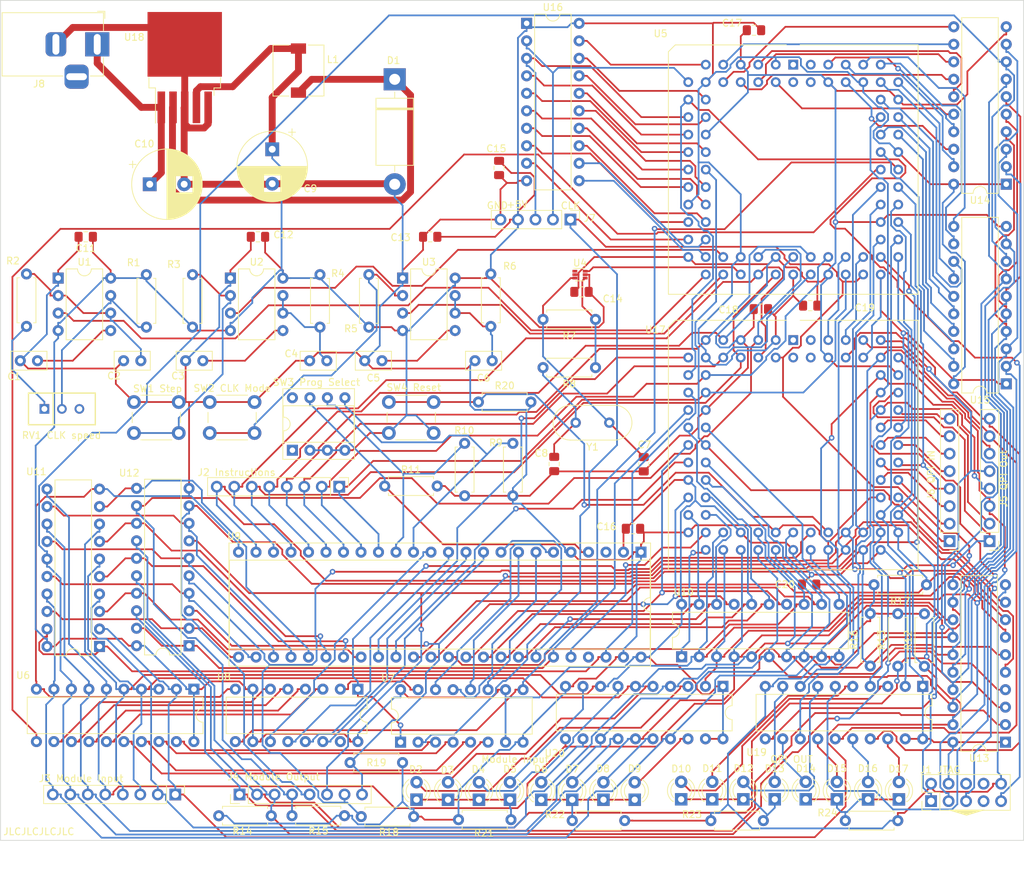
<source format=kicad_pcb>
(kicad_pcb (version 20171130) (host pcbnew "(5.1.10)-1")
  (layers (0 F.Cu signal) (31 B.Cu signal) (34 B.Paste user) (35 F.Paste user) (36 B.SilkS user) (37 F.SilkS user) (38 B.Mask user) (39 F.Mask user) (44 Edge.Cuts user))
  (net 0 "")
  (net 1 GND)
  (net 2 "Net-(D1-Pad1)")
  (net 3 +5V)
  (net 4 "Net-(R1-Pad2)")
  (net 5 SlowCLK)
  (net 6 "Net-(C2-Pad1)")
  (net 7 "Net-(C1-Pad1)")
  (net 8 "Net-(C4-Pad1)")
  (net 9 UserCLK)
  (net 10 "Net-(R3-Pad2)")
  (net 11 "Net-(C3-Pad1)")
  (net 12 "Net-(C6-Pad1)")
  (net 13 CLK_Select)
  (net 14 "Net-(R5-Pad2)")
  (net 15 "Net-(C5-Pad1)")
  (net 16 /A7)
  (net 17 /A5)
  (net 18 /A2)
  (net 19 TCK)
  (net 20 /Ins7)
  (net 21 /Ins6)
  (net 22 /Ins4)
  (net 23 /Ins2)
  (net 24 /B0)
  (net 25 TDO)
  (net 26 /A6)
  (net 27 /A4)
  (net 28 /A3)
  (net 29 /A1)
  (net 30 /A0)
  (net 31 /Ins5)
  (net 32 /Ins3)
  (net 33 /Ins0)
  (net 34 Flag4In)
  (net 35 Flag1In)
  (net 36 /O7)
  (net 37 /O5)
  (net 38 /O4)
  (net 39 /O2)
  (net 40 /O0)
  (net 41 /Ins1)
  (net 42 Flag5In)
  (net 43 Flag3In)
  (net 44 Flag2In)
  (net 45 Flag0In)
  (net 46 /O6)
  (net 47 /O3)
  (net 48 /O1)
  (net 49 Flag5Out)
  (net 50 Flag2Out)
  (net 51 Flag1Out)
  (net 52 A=B_FlagIn)
  (net 53 CarryFlagIn)
  (net 54 CarryOut)
  (net 55 TDI)
  (net 56 RegAControl)
  (net 57 FlagCLK)
  (net 58 Flag4Out)
  (net 59 Flag3Out)
  (net 60 TMS)
  (net 61 Flag0Out)
  (net 62 A=B_Out)
  (net 63 RegBControl)
  (net 64 /B2)
  (net 65 /B4)
  (net 66 /B5)
  (net 67 /B7)
  (net 68 "Net-(U5-Pad83)")
  (net 69 JumpEnable)
  (net 70 CLK)
  (net 71 "Net-(U5-Pad1)")
  (net 72 /B1)
  (net 73 /B3)
  (net 74 /B6)
  (net 75 "Net-(U5-Pad84)")
  (net 76 JumpRegLoad)
  (net 77 FastCLK)
  (net 78 "Net-(U5-Pad2)")
  (net 79 MemWriteControl)
  (net 80 "Net-(U9-Pad45)")
  (net 81 /M10)
  (net 82 MemOutControl)
  (net 83 /M0)
  (net 84 /M1)
  (net 85 /M2)
  (net 86 /M3)
  (net 87 /P2)
  (net 88 /M4)
  (net 89 /P1)
  (net 90 /M5)
  (net 91 /C7)
  (net 92 /M6)
  (net 93 /C6)
  (net 94 /M7)
  (net 95 /C5)
  (net 96 /M8)
  (net 97 /C4)
  (net 98 /M9)
  (net 99 /C3)
  (net 100 "Net-(U11-Pad3)")
  (net 101 /C2)
  (net 102 "Net-(U11-Pad5)")
  (net 103 /C1)
  (net 104 "Net-(U11-Pad7)")
  (net 105 /C0)
  (net 106 "Net-(U11-Pad9)")
  (net 107 "Net-(U11-Pad12)")
  (net 108 /P3)
  (net 109 "Net-(U11-Pad14)")
  (net 110 "Net-(U9-Pad3)")
  (net 111 "Net-(U11-Pad16)")
  (net 112 "Net-(U11-Pad18)")
  (net 113 /Qi2)
  (net 114 /Qi0)
  (net 115 /Qo5)
  (net 116 /Qo2)
  (net 117 /Qo1)
  (net 118 /Qi3)
  (net 119 /Qi1)
  (net 120 /Qo7)
  (net 121 /Qo6)
  (net 122 /Qo4)
  (net 123 /Qo3)
  (net 124 /Qo0)
  (net 125 RamAddrEnable)
  (net 126 /I6)
  (net 127 /I4)
  (net 128 /I1)
  (net 129 /I0)
  (net 130 /I7)
  (net 131 /I5)
  (net 132 /I3)
  (net 133 /I2)
  (net 134 /Qi5)
  (net 135 /Qi7)
  (net 136 CounterReset)
  (net 137 "Net-(U17-Pad83)")
  (net 138 RamAddrLoad)
  (net 139 "Net-(U17-Pad1)")
  (net 140 /Qi4)
  (net 141 /Qi6)
  (net 142 "Net-(U17-Pad84)")
  (net 143 Reset)
  (net 144 "Net-(U17-Pad2)")
  (net 145 "Net-(C10-Pad1)")
  (net 146 "Net-(C7-Pad1)")
  (net 147 "Net-(C8-Pad1)")
  (net 148 "Net-(J1-Pad8)")
  (net 149 "Net-(J1-Pad7)")
  (net 150 "Net-(J1-Pad6)")
  (net 151 "Net-(R2-Pad1)")
  (net 152 "Net-(R7-Pad1)")
  (net 153 "Net-(RV1-Pad3)")
  (net 154 "Net-(SW3-Pad8)")
  (net 155 "Net-(SW3-Pad1)")
  (net 156 "Net-(U4-Pad1)")
  (net 157 "Net-(U6-Pad19)")
  (net 158 "Net-(U6-Pad18)")
  (net 159 "Net-(U6-Pad17)")
  (net 160 "Net-(U6-Pad16)")
  (net 161 "Net-(U6-Pad15)")
  (net 162 "Net-(U6-Pad14)")
  (net 163 "Net-(U6-Pad13)")
  (net 164 "Net-(U6-Pad12)")
  (net 165 "Net-(U7-Pad15)")
  (net 166 "Net-(U8-Pad15)")
  (net 167 "Net-(D2-Pad1)")
  (net 168 "Net-(D6-Pad1)")
  (net 169 "Net-(D10-Pad1)")
  (net 170 "Net-(D14-Pad1)")
  (net 171 Comm0)
  (net 172 Comm1)
  (net 173 /Im7)
  (net 174 /Im6)
  (net 175 /Im5)
  (net 176 /Im4)
  (net 177 /Im3)
  (net 178 /Im2)
  (net 179 /Im1)
  (net 180 /Im0)
  (net 181 /Iq7)
  (net 182 /Iq6)
  (net 183 /Iq5)
  (net 184 /Iq4)
  (net 185 /Iq3)
  (net 186 /Iq2)
  (net 187 /Iq1)
  (net 188 /Iq0)
  (module Package_DIP:DIP-20_W7.62mm (layer F.Cu) (at 45.07 115.54 270)
    (fp_text reference U6 (at -2 24.79 180) (layer F.SilkS))
    (fp_text value 74LS573)
    (pad 20 thru_hole oval (at 7.62 0 270) (size 1.6 1.6) (drill 0.8) (layers *.Cu *.Mask) (net 3 +5V))
    (pad 10 thru_hole oval (at 0 22.86 270) (size 1.6 1.6) (drill 0.8) (layers *.Cu *.Mask) (net 1 GND))
    (pad 19 thru_hole oval (at 7.62 2.54 270) (size 1.6 1.6) (drill 0.8) (layers *.Cu *.Mask) (net 157 "Net-(U6-Pad19)"))
    (pad 9 thru_hole oval (at 0 20.32 270) (size 1.6 1.6) (drill 0.8) (layers *.Cu *.Mask) (net 130 /I7))
    (pad 18 thru_hole oval (at 7.62 5.08 270) (size 1.6 1.6) (drill 0.8) (layers *.Cu *.Mask) (net 158 "Net-(U6-Pad18)"))
    (pad 8 thru_hole oval (at 0 17.78 270) (size 1.6 1.6) (drill 0.8) (layers *.Cu *.Mask) (net 126 /I6))
    (pad 17 thru_hole oval (at 7.62 7.62 270) (size 1.6 1.6) (drill 0.8) (layers *.Cu *.Mask) (net 159 "Net-(U6-Pad17)"))
    (pad 7 thru_hole oval (at 0 15.24 270) (size 1.6 1.6) (drill 0.8) (layers *.Cu *.Mask) (net 131 /I5))
    (pad 16 thru_hole oval (at 7.62 10.16 270) (size 1.6 1.6) (drill 0.8) (layers *.Cu *.Mask) (net 160 "Net-(U6-Pad16)"))
    (pad 6 thru_hole oval (at 0 12.7 270) (size 1.6 1.6) (drill 0.8) (layers *.Cu *.Mask) (net 127 /I4))
    (pad 15 thru_hole oval (at 7.62 12.7 270) (size 1.6 1.6) (drill 0.8) (layers *.Cu *.Mask) (net 161 "Net-(U6-Pad15)"))
    (pad 5 thru_hole oval (at 0 10.16 270) (size 1.6 1.6) (drill 0.8) (layers *.Cu *.Mask) (net 132 /I3))
    (pad 14 thru_hole oval (at 7.62 15.24 270) (size 1.6 1.6) (drill 0.8) (layers *.Cu *.Mask) (net 162 "Net-(U6-Pad14)"))
    (pad 4 thru_hole oval (at 0 7.62 270) (size 1.6 1.6) (drill 0.8) (layers *.Cu *.Mask) (net 133 /I2))
    (pad 13 thru_hole oval (at 7.62 17.78 270) (size 1.6 1.6) (drill 0.8) (layers *.Cu *.Mask) (net 163 "Net-(U6-Pad13)"))
    (pad 3 thru_hole oval (at 0 5.08 270) (size 1.6 1.6) (drill 0.8) (layers *.Cu *.Mask) (net 128 /I1))
    (pad 12 thru_hole oval (at 7.62 20.32 270) (size 1.6 1.6) (drill 0.8) (layers *.Cu *.Mask) (net 164 "Net-(U6-Pad12)"))
    (pad 2 thru_hole oval (at 0 2.54 270) (size 1.6 1.6) (drill 0.8) (layers *.Cu *.Mask) (net 129 /I0))
    (pad 11 thru_hole oval (at 7.62 22.86 270) (size 1.6 1.6) (drill 0.8) (layers *.Cu *.Mask) (net 76 JumpRegLoad))
    (pad 1 thru_hole rect (at 0 0 270) (size 1.6 1.6) (drill 0.8) (layers *.Cu *.Mask) (net 3 +5V))
  )
  (module Package_DIP:DIP-16_W7.62mm (layer F.Cu) (at 68.87 115.54 270)
    (fp_text reference U8 (at -1.76 19.45 180) (layer F.SilkS))
    (fp_text value SN74HC161N)
    (pad 16 thru_hole oval (at 7.62 0 270) (size 1.6 1.6) (drill 0.8) (layers *.Cu *.Mask) (net 3 +5V))
    (pad 8 thru_hole oval (at 0 17.78 270) (size 1.6 1.6) (drill 0.8) (layers *.Cu *.Mask) (net 1 GND))
    (pad 15 thru_hole oval (at 7.62 2.54 270) (size 1.6 1.6) (drill 0.8) (layers *.Cu *.Mask) (net 166 "Net-(U8-Pad15)"))
    (pad 7 thru_hole oval (at 0 15.24 270) (size 1.6 1.6) (drill 0.8) (layers *.Cu *.Mask) (net 3 +5V))
    (pad 14 thru_hole oval (at 7.62 5.08 270) (size 1.6 1.6) (drill 0.8) (layers *.Cu *.Mask) (net 97 /C4))
    (pad 6 thru_hole oval (at 0 12.7 270) (size 1.6 1.6) (drill 0.8) (layers *.Cu *.Mask) (net 164 "Net-(U6-Pad12)"))
    (pad 13 thru_hole oval (at 7.62 7.62 270) (size 1.6 1.6) (drill 0.8) (layers *.Cu *.Mask) (net 95 /C5))
    (pad 5 thru_hole oval (at 0 10.16 270) (size 1.6 1.6) (drill 0.8) (layers *.Cu *.Mask) (net 163 "Net-(U6-Pad13)"))
    (pad 12 thru_hole oval (at 7.62 10.16 270) (size 1.6 1.6) (drill 0.8) (layers *.Cu *.Mask) (net 93 /C6))
    (pad 4 thru_hole oval (at 0 7.62 270) (size 1.6 1.6) (drill 0.8) (layers *.Cu *.Mask) (net 162 "Net-(U6-Pad14)"))
    (pad 11 thru_hole oval (at 7.62 12.7 270) (size 1.6 1.6) (drill 0.8) (layers *.Cu *.Mask) (net 91 /C7))
    (pad 3 thru_hole oval (at 0 5.08 270) (size 1.6 1.6) (drill 0.8) (layers *.Cu *.Mask) (net 161 "Net-(U6-Pad15)"))
    (pad 10 thru_hole oval (at 7.62 15.24 270) (size 1.6 1.6) (drill 0.8) (layers *.Cu *.Mask) (net 3 +5V))
    (pad 2 thru_hole oval (at 0 2.54 270) (size 1.6 1.6) (drill 0.8) (layers *.Cu *.Mask) (net 165 "Net-(U7-Pad15)"))
    (pad 9 thru_hole oval (at 7.62 17.78 270) (size 1.6 1.6) (drill 0.8) (layers *.Cu *.Mask) (net 69 JumpEnable))
    (pad 1 thru_hole rect (at 0 0 270) (size 1.6 1.6) (drill 0.8) (layers *.Cu *.Mask) (net 136 CounterReset))
  )
  (module Package_DIP:DIP-20_W7.62mm (layer F.Cu) (at 162.87 123.24 180)
    (fp_text reference U13 (at 3.81 -2.33) (layer F.SilkS))
    (fp_text value 74LS573)
    (pad 20 thru_hole oval (at 7.62 0 180) (size 1.6 1.6) (drill 0.8) (layers *.Cu *.Mask) (net 3 +5V))
    (pad 10 thru_hole oval (at 0 22.86 180) (size 1.6 1.6) (drill 0.8) (layers *.Cu *.Mask) (net 1 GND))
    (pad 19 thru_hole oval (at 7.62 2.54 180) (size 1.6 1.6) (drill 0.8) (layers *.Cu *.Mask) (net 129 /I0))
    (pad 9 thru_hole oval (at 0 20.32 180) (size 1.6 1.6) (drill 0.8) (layers *.Cu *.Mask) (net 36 /O7))
    (pad 18 thru_hole oval (at 7.62 5.08 180) (size 1.6 1.6) (drill 0.8) (layers *.Cu *.Mask) (net 128 /I1))
    (pad 8 thru_hole oval (at 0 17.78 180) (size 1.6 1.6) (drill 0.8) (layers *.Cu *.Mask) (net 46 /O6))
    (pad 17 thru_hole oval (at 7.62 7.62 180) (size 1.6 1.6) (drill 0.8) (layers *.Cu *.Mask) (net 133 /I2))
    (pad 7 thru_hole oval (at 0 15.24 180) (size 1.6 1.6) (drill 0.8) (layers *.Cu *.Mask) (net 37 /O5))
    (pad 16 thru_hole oval (at 7.62 10.16 180) (size 1.6 1.6) (drill 0.8) (layers *.Cu *.Mask) (net 132 /I3))
    (pad 6 thru_hole oval (at 0 12.7 180) (size 1.6 1.6) (drill 0.8) (layers *.Cu *.Mask) (net 38 /O4))
    (pad 15 thru_hole oval (at 7.62 12.7 180) (size 1.6 1.6) (drill 0.8) (layers *.Cu *.Mask) (net 127 /I4))
    (pad 5 thru_hole oval (at 0 10.16 180) (size 1.6 1.6) (drill 0.8) (layers *.Cu *.Mask) (net 47 /O3))
    (pad 14 thru_hole oval (at 7.62 15.24 180) (size 1.6 1.6) (drill 0.8) (layers *.Cu *.Mask) (net 131 /I5))
    (pad 4 thru_hole oval (at 0 7.62 180) (size 1.6 1.6) (drill 0.8) (layers *.Cu *.Mask) (net 39 /O2))
    (pad 13 thru_hole oval (at 7.62 17.78 180) (size 1.6 1.6) (drill 0.8) (layers *.Cu *.Mask) (net 126 /I6))
    (pad 3 thru_hole oval (at 0 5.08 180) (size 1.6 1.6) (drill 0.8) (layers *.Cu *.Mask) (net 48 /O1))
    (pad 12 thru_hole oval (at 7.62 20.32 180) (size 1.6 1.6) (drill 0.8) (layers *.Cu *.Mask) (net 130 /I7))
    (pad 2 thru_hole oval (at 0 2.54 180) (size 1.6 1.6) (drill 0.8) (layers *.Cu *.Mask) (net 40 /O0))
    (pad 11 thru_hole oval (at 7.62 22.86 180) (size 1.6 1.6) (drill 0.8) (layers *.Cu *.Mask) (net 70 CLK))
    (pad 1 thru_hole rect (at 0 0 180) (size 1.6 1.6) (drill 0.8) (layers *.Cu *.Mask) (net 3 +5V))
  )
  (module Connector_PinHeader_2.54mm:PinHeader_1x05_P2.54mm_Vertical (layer F.Cu) (at 99.73 47.34 270)
    (fp_text reference J7 (at -0.2 -2.8 180) (layer F.SilkS))
    (fp_text value Conn_01x05_Male)
    (pad 5 thru_hole oval (at 0 10.16 270) (size 1.7 1.7) (drill 1) (layers *.Cu *.Mask) (net 1 GND))
    (pad 4 thru_hole oval (at 0 7.62 270) (size 1.7 1.7) (drill 1) (layers *.Cu *.Mask) (net 3 +5V))
    (pad 3 thru_hole oval (at 0 5.08 270) (size 1.7 1.7) (drill 1) (layers *.Cu *.Mask) (net 62 A=B_Out))
    (pad 2 thru_hole oval (at 0 2.54 270) (size 1.7 1.7) (drill 1) (layers *.Cu *.Mask) (net 54 CarryOut))
    (pad 1 thru_hole rect (at 0 0 270) (size 1.7 1.7) (drill 1) (layers *.Cu *.Mask) (net 70 CLK))
  )
  (module Capacitor_SMD:C_0805_2012Metric_Pad1.18x1.45mm_HandSolder (layer F.Cu) (at 134.532 59.84)
    (fp_text reference C19 (at 7.9375 0.3) (layer F.SilkS))
    (fp_text value 100n)
    (pad 2 smd roundrect (at 1.0375 0) (size 1.175 1.45) (layers F.Cu F.Paste F.Mask) (roundrect_rratio 0.2127659574468085) (net 1 GND))
    (pad 1 smd roundrect (at -1.0375 0) (size 1.175 1.45) (layers F.Cu F.Paste F.Mask) (roundrect_rratio 0.2127659574468085) (net 3 +5V))
  )
  (module Package_LCC:PLCC-84_THT-Socket (layer F.Cu) (at 132.07 64.84)
    (fp_text reference U17 (at -20.02 -1.5) (layer F.SilkS))
    (fp_text value EPM7128slc84-15n)
    (pad 72 thru_hole circle (at 15.24 5.08) (size 1.4224 1.4224) (drill 0.8) (layers *.Cu *.Mask) (net 1 GND))
    (pad 70 thru_hole circle (at 15.24 7.62) (size 1.4224 1.4224) (drill 0.8) (layers *.Cu *.Mask) (net 124 /Qo0))
    (pad 68 thru_hole circle (at 15.24 10.16) (size 1.4224 1.4224) (drill 0.8) (layers *.Cu *.Mask) (net 135 /Qi7))
    (pad 66 thru_hole circle (at 15.24 12.7) (size 1.4224 1.4224) (drill 0.8) (layers *.Cu *.Mask) (net 3 +5V))
    (pad 64 thru_hole circle (at 15.24 15.24) (size 1.4224 1.4224) (drill 0.8) (layers *.Cu *.Mask) (net 140 /Qi4))
    (pad 62 thru_hole circle (at 15.24 17.78) (size 1.4224 1.4224) (drill 0.8) (layers *.Cu *.Mask) (net 19 TCK))
    (pad 60 thru_hole circle (at 15.24 20.32) (size 1.4224 1.4224) (drill 0.8) (layers *.Cu *.Mask) (net 119 /Qi1))
    (pad 58 thru_hole circle (at 15.24 22.86) (size 1.4224 1.4224) (drill 0.8) (layers *.Cu *.Mask) (net 114 /Qi0))
    (pad 56 thru_hole circle (at 15.24 25.4) (size 1.4224 1.4224) (drill 0.8) (layers *.Cu *.Mask) (net 48 /O1))
    (pad 54 thru_hole circle (at 15.24 27.94) (size 1.4224 1.4224) (drill 0.8) (layers *.Cu *.Mask) (net 37 /O5))
    (pad 73 thru_hole circle (at 12.7 5.08) (size 1.4224 1.4224) (drill 0.8) (layers *.Cu *.Mask) (net 123 /Qo3))
    (pad 71 thru_hole circle (at 12.7 7.62) (size 1.4224 1.4224) (drill 0.8) (layers *.Cu *.Mask) (net 25 TDO))
    (pad 69 thru_hole circle (at 12.7 10.16) (size 1.4224 1.4224) (drill 0.8) (layers *.Cu *.Mask) (net 117 /Qo1))
    (pad 67 thru_hole circle (at 12.7 12.7) (size 1.4224 1.4224) (drill 0.8) (layers *.Cu *.Mask) (net 141 /Qi6))
    (pad 65 thru_hole circle (at 12.7 15.24) (size 1.4224 1.4224) (drill 0.8) (layers *.Cu *.Mask) (net 134 /Qi5))
    (pad 63 thru_hole circle (at 12.7 17.78) (size 1.4224 1.4224) (drill 0.8) (layers *.Cu *.Mask) (net 118 /Qi3))
    (pad 61 thru_hole circle (at 12.7 20.32) (size 1.4224 1.4224) (drill 0.8) (layers *.Cu *.Mask) (net 113 /Qi2))
    (pad 59 thru_hole circle (at 12.7 22.86) (size 1.4224 1.4224) (drill 0.8) (layers *.Cu *.Mask) (net 1 GND))
    (pad 57 thru_hole circle (at 12.7 25.4) (size 1.4224 1.4224) (drill 0.8) (layers *.Cu *.Mask) (net 40 /O0))
    (pad 55 thru_hole circle (at 12.7 27.94) (size 1.4224 1.4224) (drill 0.8) (layers *.Cu *.Mask) (net 39 /O2))
    (pad 53 thru_hole circle (at 12.7 30.48) (size 1.4224 1.4224) (drill 0.8) (layers *.Cu *.Mask) (net 3 +5V))
    (pad 51 thru_hole circle (at 10.16 30.48) (size 1.4224 1.4224) (drill 0.8) (layers *.Cu *.Mask) (net 38 /O4))
    (pad 49 thru_hole circle (at 7.62 30.48) (size 1.4224 1.4224) (drill 0.8) (layers *.Cu *.Mask) (net 36 /O7))
    (pad 47 thru_hole circle (at 5.08 30.48) (size 1.4224 1.4224) (drill 0.8) (layers *.Cu *.Mask) (net 1 GND))
    (pad 45 thru_hole circle (at 2.54 30.48) (size 1.4224 1.4224) (drill 0.8) (layers *.Cu *.Mask) (net 130 /I7))
    (pad 43 thru_hole circle (at 0 30.48) (size 1.4224 1.4224) (drill 0.8) (layers *.Cu *.Mask) (net 3 +5V))
    (pad 41 thru_hole circle (at -2.54 30.48) (size 1.4224 1.4224) (drill 0.8) (layers *.Cu *.Mask) (net 127 /I4))
    (pad 39 thru_hole circle (at -5.08 30.48) (size 1.4224 1.4224) (drill 0.8) (layers *.Cu *.Mask) (net 128 /I1))
    (pad 37 thru_hole circle (at -7.62 30.48) (size 1.4224 1.4224) (drill 0.8) (layers *.Cu *.Mask) (net 126 /I6))
    (pad 35 thru_hole circle (at -10.16 30.48) (size 1.4224 1.4224) (drill 0.8) (layers *.Cu *.Mask) (net 129 /I0))
    (pad 33 thru_hole circle (at -12.7 30.48) (size 1.4224 1.4224) (drill 0.8) (layers *.Cu *.Mask) (net 125 RamAddrEnable))
    (pad 52 thru_hole circle (at 10.16 27.94) (size 1.4224 1.4224) (drill 0.8) (layers *.Cu *.Mask) (net 47 /O3))
    (pad 50 thru_hole circle (at 7.62 27.94) (size 1.4224 1.4224) (drill 0.8) (layers *.Cu *.Mask) (net 46 /O6))
    (pad 48 thru_hole circle (at 5.08 27.94) (size 1.4224 1.4224) (drill 0.8) (layers *.Cu *.Mask) (net 143 Reset))
    (pad 46 thru_hole circle (at 2.54 27.94) (size 1.4224 1.4224) (drill 0.8) (layers *.Cu *.Mask) (net 136 CounterReset))
    (pad 44 thru_hole circle (at 0 27.94) (size 1.4224 1.4224) (drill 0.8) (layers *.Cu *.Mask) (net 131 /I5))
    (pad 42 thru_hole circle (at -2.54 27.94) (size 1.4224 1.4224) (drill 0.8) (layers *.Cu *.Mask) (net 1 GND))
    (pad 40 thru_hole circle (at -5.08 27.94) (size 1.4224 1.4224) (drill 0.8) (layers *.Cu *.Mask) (net 133 /I2))
    (pad 38 thru_hole circle (at -7.62 27.94) (size 1.4224 1.4224) (drill 0.8) (layers *.Cu *.Mask) (net 3 +5V))
    (pad 36 thru_hole circle (at -10.16 27.94) (size 1.4224 1.4224) (drill 0.8) (layers *.Cu *.Mask) (net 132 /I3))
    (pad 34 thru_hole circle (at -12.7 27.94) (size 1.4224 1.4224) (drill 0.8) (layers *.Cu *.Mask) (net 81 /M10))
    (pad 32 thru_hole circle (at -15.24 27.94) (size 1.4224 1.4224) (drill 0.8) (layers *.Cu *.Mask) (net 1 GND))
    (pad 30 thru_hole circle (at -15.24 25.4) (size 1.4224 1.4224) (drill 0.8) (layers *.Cu *.Mask) (net 86 /M3))
    (pad 28 thru_hole circle (at -15.24 22.86) (size 1.4224 1.4224) (drill 0.8) (layers *.Cu *.Mask) (net 92 /M6))
    (pad 26 thru_hole circle (at -15.24 20.32) (size 1.4224 1.4224) (drill 0.8) (layers *.Cu *.Mask) (net 3 +5V))
    (pad 24 thru_hole circle (at -15.24 17.78) (size 1.4224 1.4224) (drill 0.8) (layers *.Cu *.Mask) (net 96 /M8))
    (pad 22 thru_hole circle (at -15.24 15.24) (size 1.4224 1.4224) (drill 0.8) (layers *.Cu *.Mask) (net 88 /M4))
    (pad 20 thru_hole circle (at -15.24 12.7) (size 1.4224 1.4224) (drill 0.8) (layers *.Cu *.Mask) (net 84 /M1))
    (pad 18 thru_hole circle (at -15.24 10.16) (size 1.4224 1.4224) (drill 0.8) (layers *.Cu *.Mask) (net 82 MemOutControl))
    (pad 16 thru_hole circle (at -15.24 7.62) (size 1.4224 1.4224) (drill 0.8) (layers *.Cu *.Mask) (net 79 MemWriteControl))
    (pad 14 thru_hole circle (at -15.24 5.08) (size 1.4224 1.4224) (drill 0.8) (layers *.Cu *.Mask) (net 55 TDI))
    (pad 12 thru_hole circle (at -15.24 2.54) (size 1.4224 1.4224) (drill 0.8) (layers *.Cu *.Mask) (net 98 /M9))
    (pad 31 thru_hole circle (at -12.7 25.4) (size 1.4224 1.4224) (drill 0.8) (layers *.Cu *.Mask) (net 83 /M0))
    (pad 29 thru_hole circle (at -12.7 22.86) (size 1.4224 1.4224) (drill 0.8) (layers *.Cu *.Mask) (net 85 /M2))
    (pad 27 thru_hole circle (at -12.7 20.32) (size 1.4224 1.4224) (drill 0.8) (layers *.Cu *.Mask) (net 90 /M5))
    (pad 25 thru_hole circle (at -12.7 17.78) (size 1.4224 1.4224) (drill 0.8) (layers *.Cu *.Mask) (net 94 /M7))
    (pad 23 thru_hole circle (at -12.7 15.24) (size 1.4224 1.4224) (drill 0.8) (layers *.Cu *.Mask) (net 60 TMS))
    (pad 21 thru_hole circle (at -12.7 12.7) (size 1.4224 1.4224) (drill 0.8) (layers *.Cu *.Mask) (net 138 RamAddrLoad))
    (pad 19 thru_hole circle (at -12.7 10.16) (size 1.4224 1.4224) (drill 0.8) (layers *.Cu *.Mask) (net 1 GND))
    (pad 17 thru_hole circle (at -12.7 7.62) (size 1.4224 1.4224) (drill 0.8) (layers *.Cu *.Mask) (net 33 /Ins0))
    (pad 15 thru_hole circle (at -12.7 5.08) (size 1.4224 1.4224) (drill 0.8) (layers *.Cu *.Mask) (net 41 /Ins1))
    (pad 13 thru_hole circle (at -12.7 2.54) (size 1.4224 1.4224) (drill 0.8) (layers *.Cu *.Mask) (net 3 +5V))
    (pad 75 thru_hole circle (at 12.7 0) (size 1.4224 1.4224) (drill 0.8) (layers *.Cu *.Mask) (net 122 /Qo4))
    (pad 77 thru_hole circle (at 10.16 0) (size 1.4224 1.4224) (drill 0.8) (layers *.Cu *.Mask) (net 121 /Qo6))
    (pad 79 thru_hole circle (at 7.62 0) (size 1.4224 1.4224) (drill 0.8) (layers *.Cu *.Mask) (net 172 Comm1))
    (pad 81 thru_hole circle (at 5.08 0) (size 1.4224 1.4224) (drill 0.8) (layers *.Cu *.Mask) (net 171 Comm0))
    (pad 83 thru_hole circle (at 2.54 0) (size 1.4224 1.4224) (drill 0.8) (layers *.Cu *.Mask) (net 137 "Net-(U17-Pad83)"))
    (pad 11 thru_hole circle (at -12.7 0) (size 1.4224 1.4224) (drill 0.8) (layers *.Cu *.Mask) (net 32 /Ins3))
    (pad 9 thru_hole circle (at -10.16 0) (size 1.4224 1.4224) (drill 0.8) (layers *.Cu *.Mask) (net 22 /Ins4))
    (pad 7 thru_hole circle (at -7.62 0) (size 1.4224 1.4224) (drill 0.8) (layers *.Cu *.Mask) (net 1 GND))
    (pad 5 thru_hole circle (at -5.08 0) (size 1.4224 1.4224) (drill 0.8) (layers *.Cu *.Mask) (net 20 /Ins7))
    (pad 3 thru_hole circle (at -2.54 0) (size 1.4224 1.4224) (drill 0.8) (layers *.Cu *.Mask) (net 3 +5V))
    (pad 1 thru_hole rect (at 0 0) (size 1.4224 1.4224) (drill 0.8) (layers *.Cu *.Mask) (net 139 "Net-(U17-Pad1)"))
    (pad 74 thru_hole circle (at 15.24 2.54) (size 1.4224 1.4224) (drill 0.8) (layers *.Cu *.Mask) (net 116 /Qo2))
    (pad 76 thru_hole circle (at 12.7 2.54) (size 1.4224 1.4224) (drill 0.8) (layers *.Cu *.Mask) (net 115 /Qo5))
    (pad 78 thru_hole circle (at 10.16 2.54) (size 1.4224 1.4224) (drill 0.8) (layers *.Cu *.Mask) (net 3 +5V))
    (pad 80 thru_hole circle (at 7.62 2.54) (size 1.4224 1.4224) (drill 0.8) (layers *.Cu *.Mask) (net 120 /Qo7))
    (pad 82 thru_hole circle (at 5.08 2.54) (size 1.4224 1.4224) (drill 0.8) (layers *.Cu *.Mask) (net 1 GND))
    (pad 84 thru_hole circle (at 2.54 2.54) (size 1.4224 1.4224) (drill 0.8) (layers *.Cu *.Mask) (net 142 "Net-(U17-Pad84)"))
    (pad 10 thru_hole circle (at -10.16 2.54) (size 1.4224 1.4224) (drill 0.8) (layers *.Cu *.Mask) (net 23 /Ins2))
    (pad 8 thru_hole circle (at -7.62 2.54) (size 1.4224 1.4224) (drill 0.8) (layers *.Cu *.Mask) (net 31 /Ins5))
    (pad 6 thru_hole circle (at -5.08 2.54) (size 1.4224 1.4224) (drill 0.8) (layers *.Cu *.Mask) (net 21 /Ins6))
    (pad 4 thru_hole circle (at -2.54 2.54) (size 1.4224 1.4224) (drill 0.8) (layers *.Cu *.Mask) (net 70 CLK))
    (pad 2 thru_hole circle (at 0 2.54) (size 1.4224 1.4224) (drill 0.8) (layers *.Cu *.Mask) (net 144 "Net-(U17-Pad2)"))
  )
  (module Capacitor_SMD:C_0805_2012Metric_Pad1.18x1.45mm_HandSolder (layer F.Cu) (at 108.808 92.24)
    (fp_text reference C16 (at -3.8375 -0.3) (layer F.SilkS))
    (fp_text value 100n)
    (pad 2 smd roundrect (at 1.0375 0) (size 1.175 1.45) (layers F.Cu F.Paste F.Mask) (roundrect_rratio 0.2127659574468085) (net 1 GND))
    (pad 1 smd roundrect (at -1.0375 0) (size 1.175 1.45) (layers F.Cu F.Paste F.Mask) (roundrect_rratio 0.2127659574468085) (net 3 +5V))
  )
  (module Resistor_THT:R_Axial_DIN0207_L6.3mm_D2.5mm_P7.62mm_Horizontal (layer F.Cu) (at 139.63 134.64)
    (fp_text reference R24 (at -2.59 -1.14) (layer F.SilkS))
    (fp_text value 200)
    (pad 2 thru_hole oval (at 7.62 0) (size 1.6 1.6) (drill 0.8) (layers *.Cu *.Mask) (net 1 GND))
    (pad 1 thru_hole circle (at 0 0) (size 1.6 1.6) (drill 0.8) (layers *.Cu *.Mask) (net 170 "Net-(D14-Pad1)"))
  )
  (module Resistor_THT:R_Axial_DIN0207_L6.3mm_D2.5mm_P7.62mm_Horizontal (layer F.Cu) (at 127.73 134.64 180)
    (fp_text reference R23 (at 10.36 0.89) (layer F.SilkS))
    (fp_text value 200)
    (pad 2 thru_hole oval (at 7.62 0 180) (size 1.6 1.6) (drill 0.8) (layers *.Cu *.Mask) (net 1 GND))
    (pad 1 thru_hole circle (at 0 0 180) (size 1.6 1.6) (drill 0.8) (layers *.Cu *.Mask) (net 169 "Net-(D10-Pad1)"))
  )
  (module Resistor_THT:R_Axial_DIN0207_L6.3mm_D2.5mm_P7.62mm_Horizontal (layer F.Cu) (at 99.99 134.63)
    (fp_text reference R22 (at -2.51 -0.88) (layer F.SilkS))
    (fp_text value 200)
    (pad 2 thru_hole oval (at 7.62 0) (size 1.6 1.6) (drill 0.8) (layers *.Cu *.Mask) (net 1 GND))
    (pad 1 thru_hole circle (at 0 0) (size 1.6 1.6) (drill 0.8) (layers *.Cu *.Mask) (net 168 "Net-(D6-Pad1)"))
  )
  (module Resistor_THT:R_Axial_DIN0207_L6.3mm_D2.5mm_P7.62mm_Horizontal (layer F.Cu) (at 91.1 134.5 180)
    (fp_text reference R21 (at 3.91 -1.94) (layer F.SilkS))
    (fp_text value 200)
    (pad 2 thru_hole oval (at 7.62 0 180) (size 1.6 1.6) (drill 0.8) (layers *.Cu *.Mask) (net 1 GND))
    (pad 1 thru_hole circle (at 0 0 180) (size 1.6 1.6) (drill 0.8) (layers *.Cu *.Mask) (net 167 "Net-(D2-Pad1)"))
  )
  (module Resistor_THT:R_Axial_DIN0207_L6.3mm_D2.5mm_P7.62mm_Horizontal (layer F.Cu) (at 86.37 73.84)
    (fp_text reference R20 (at 3.81 -2.37) (layer F.SilkS))
    (fp_text value 50K)
    (pad 2 thru_hole oval (at 7.62 0) (size 1.6 1.6) (drill 0.8) (layers *.Cu *.Mask) (net 1 GND))
    (pad 1 thru_hole circle (at 0 0) (size 1.6 1.6) (drill 0.8) (layers *.Cu *.Mask) (net 143 Reset))
  )
  (module Resistor_THT:R_Axial_DIN0207_L6.3mm_D2.5mm_P7.62mm_Horizontal (layer F.Cu) (at 67.74 126.21)
    (fp_text reference R19 (at 3.82 0) (layer F.SilkS))
    (fp_text value 50K)
    (pad 2 thru_hole oval (at 7.62 0) (size 1.6 1.6) (drill 0.8) (layers *.Cu *.Mask) (net 1 GND))
    (pad 1 thru_hole circle (at 0 0) (size 1.6 1.6) (drill 0.8) (layers *.Cu *.Mask) (net 36 /O7))
  )
  (module Resistor_THT:R_Axial_DIN0207_L6.3mm_D2.5mm_P7.62mm_Horizontal (layer F.Cu) (at 69.36 134.05)
    (fp_text reference R18 (at 4.02 2.25) (layer F.SilkS))
    (fp_text value 50K)
    (pad 2 thru_hole oval (at 7.62 0) (size 1.6 1.6) (drill 0.8) (layers *.Cu *.Mask) (net 1 GND))
    (pad 1 thru_hole circle (at 0 0) (size 1.6 1.6) (drill 0.8) (layers *.Cu *.Mask) (net 46 /O6))
  )
  (module Resistor_THT:R_Axial_DIN0207_L6.3mm_D2.5mm_P7.62mm_Horizontal (layer F.Cu) (at 151.41 100.38 180)
    (fp_text reference R17 (at 3.81 -2.37) (layer F.SilkS))
    (fp_text value 50K)
    (pad 2 thru_hole oval (at 7.62 0 180) (size 1.6 1.6) (drill 0.8) (layers *.Cu *.Mask) (net 1 GND))
    (pad 1 thru_hole circle (at 0 0 180) (size 1.6 1.6) (drill 0.8) (layers *.Cu *.Mask) (net 37 /O5))
  )
  (module Resistor_THT:R_Axial_DIN0207_L6.3mm_D2.5mm_P7.62mm_Horizontal (layer F.Cu) (at 143.25 112.18 90)
    (fp_text reference R16 (at 3.81 -2.37 90) (layer F.SilkS))
    (fp_text value 50K)
    (pad 2 thru_hole oval (at 7.62 0 90) (size 1.6 1.6) (drill 0.8) (layers *.Cu *.Mask) (net 1 GND))
    (pad 1 thru_hole circle (at 0 0 90) (size 1.6 1.6) (drill 0.8) (layers *.Cu *.Mask) (net 38 /O4))
  )
  (module Resistor_THT:R_Axial_DIN0207_L6.3mm_D2.5mm_P7.62mm_Horizontal (layer F.Cu) (at 59.31 133.92)
    (fp_text reference R15 (at 3.85 2.21) (layer F.SilkS))
    (fp_text value 50K)
    (pad 2 thru_hole oval (at 7.62 0) (size 1.6 1.6) (drill 0.8) (layers *.Cu *.Mask) (net 1 GND))
    (pad 1 thru_hole circle (at 0 0) (size 1.6 1.6) (drill 0.8) (layers *.Cu *.Mask) (net 47 /O3))
  )
  (module Resistor_THT:R_Axial_DIN0207_L6.3mm_D2.5mm_P7.62mm_Horizontal (layer F.Cu) (at 56.3 133.93 180)
    (fp_text reference R14 (at 4.18 -2.23) (layer F.SilkS))
    (fp_text value 50K)
    (pad 2 thru_hole oval (at 7.62 0 180) (size 1.6 1.6) (drill 0.8) (layers *.Cu *.Mask) (net 1 GND))
    (pad 1 thru_hole circle (at 0 0 180) (size 1.6 1.6) (drill 0.8) (layers *.Cu *.Mask) (net 39 /O2))
  )
  (module Resistor_THT:R_Axial_DIN0207_L6.3mm_D2.5mm_P7.62mm_Horizontal (layer F.Cu) (at 147.25 112.21 90)
    (fp_text reference R13 (at 3.81 -2.37 90) (layer F.SilkS))
    (fp_text value 50K)
    (pad 2 thru_hole oval (at 7.62 0 90) (size 1.6 1.6) (drill 0.8) (layers *.Cu *.Mask) (net 1 GND))
    (pad 1 thru_hole circle (at 0 0 90) (size 1.6 1.6) (drill 0.8) (layers *.Cu *.Mask) (net 48 /O1))
  )
  (module Resistor_THT:R_Axial_DIN0207_L6.3mm_D2.5mm_P7.62mm_Horizontal (layer F.Cu) (at 151.11 112.22 90)
    (fp_text reference R12 (at 3.81 -2.37 90) (layer F.SilkS))
    (fp_text value 50K)
    (pad 2 thru_hole oval (at 7.62 0 90) (size 1.6 1.6) (drill 0.8) (layers *.Cu *.Mask) (net 1 GND))
    (pad 1 thru_hole circle (at 0 0 90) (size 1.6 1.6) (drill 0.8) (layers *.Cu *.Mask) (net 40 /O0))
  )
  (module Resistor_THT:R_Axial_DIN0207_L6.3mm_D2.5mm_P7.62mm_Horizontal (layer F.Cu) (at 72.77 86.04)
    (fp_text reference R11 (at 3.81 -2.37) (layer F.SilkS))
    (fp_text value 50K)
    (pad 2 thru_hole oval (at 7.62 0) (size 1.6 1.6) (drill 0.8) (layers *.Cu *.Mask) (net 1 GND))
    (pad 1 thru_hole circle (at 0 0) (size 1.6 1.6) (drill 0.8) (layers *.Cu *.Mask) (net 108 /P3))
  )
  (module Resistor_THT:R_Axial_DIN0207_L6.3mm_D2.5mm_P7.62mm_Horizontal (layer F.Cu) (at 84.37 79.84 270)
    (fp_text reference R10 (at -1.862 0.042 180) (layer F.SilkS))
    (fp_text value 50K)
    (pad 2 thru_hole oval (at 7.62 0 270) (size 1.6 1.6) (drill 0.8) (layers *.Cu *.Mask) (net 1 GND))
    (pad 1 thru_hole circle (at 0 0 270) (size 1.6 1.6) (drill 0.8) (layers *.Cu *.Mask) (net 87 /P2))
  )
  (module Resistor_THT:R_Axial_DIN0207_L6.3mm_D2.5mm_P7.62mm_Horizontal (layer F.Cu) (at 91.37 79.84 270)
    (fp_text reference R9 (at -0.084 2.47 180) (layer F.SilkS))
    (fp_text value 50K)
    (pad 2 thru_hole oval (at 7.62 0 270) (size 1.6 1.6) (drill 0.8) (layers *.Cu *.Mask) (net 1 GND))
    (pad 1 thru_hole circle (at 0 0 270) (size 1.6 1.6) (drill 0.8) (layers *.Cu *.Mask) (net 89 /P1))
  )
  (module Resistor_THT:R_Axial_DIN0207_L6.3mm_D2.5mm_P7.62mm_Horizontal (layer F.Cu) (at 103.37 68.84 180)
    (fp_text reference R8 (at 3.81 -2.37) (layer F.SilkS))
    (fp_text value 1K)
    (pad 2 thru_hole oval (at 7.62 0 180) (size 1.6 1.6) (drill 0.8) (layers *.Cu *.Mask) (net 147 "Net-(C8-Pad1)"))
    (pad 1 thru_hole circle (at 0 0 180) (size 1.6 1.6) (drill 0.8) (layers *.Cu *.Mask) (net 152 "Net-(R7-Pad1)"))
  )
  (module Resistor_THT:R_Axial_DIN0207_L6.3mm_D2.5mm_P7.62mm_Horizontal (layer F.Cu) (at 103.37 61.84 180)
    (fp_text reference R7 (at 3.81 -2.37) (layer F.SilkS))
    (fp_text value 2.2M)
    (pad 2 thru_hole oval (at 7.62 0 180) (size 1.6 1.6) (drill 0.8) (layers *.Cu *.Mask) (net 146 "Net-(C7-Pad1)"))
    (pad 1 thru_hole circle (at 0 0 180) (size 1.6 1.6) (drill 0.8) (layers *.Cu *.Mask) (net 152 "Net-(R7-Pad1)"))
  )
  (module Resistor_THT:R_Axial_DIN0207_L6.3mm_D2.5mm_P7.62mm_Horizontal (layer F.Cu) (at 88.17 55.24 270)
    (fp_text reference R6 (at -1.138 -2.762 180) (layer F.SilkS))
    (fp_text value 1M)
    (pad 2 thru_hole oval (at 7.62 0 270) (size 1.6 1.6) (drill 0.8) (layers *.Cu *.Mask) (net 12 "Net-(C6-Pad1)"))
    (pad 1 thru_hole circle (at 0 0 270) (size 1.6 1.6) (drill 0.8) (layers *.Cu *.Mask) (net 3 +5V))
  )
  (module Resistor_THT:R_Axial_DIN0207_L6.3mm_D2.5mm_P7.62mm_Horizontal (layer F.Cu) (at 70.47 62.96 90)
    (fp_text reference R5 (at -0.23 -2.61 180) (layer F.SilkS))
    (fp_text value 1K)
    (pad 2 thru_hole oval (at 7.62 0 90) (size 1.6 1.6) (drill 0.8) (layers *.Cu *.Mask) (net 14 "Net-(R5-Pad2)"))
    (pad 1 thru_hole circle (at 0 0 90) (size 1.6 1.6) (drill 0.8) (layers *.Cu *.Mask) (net 3 +5V))
  )
  (module Resistor_THT:R_Axial_DIN0207_L6.3mm_D2.5mm_P7.62mm_Horizontal (layer F.Cu) (at 63.37 55.34 270)
    (fp_text reference R4 (at -0.18 -2.6 180) (layer F.SilkS))
    (fp_text value 1M)
    (pad 2 thru_hole oval (at 7.62 0 270) (size 1.6 1.6) (drill 0.8) (layers *.Cu *.Mask) (net 8 "Net-(C4-Pad1)"))
    (pad 1 thru_hole circle (at 0 0 270) (size 1.6 1.6) (drill 0.8) (layers *.Cu *.Mask) (net 3 +5V))
  )
  (module Resistor_THT:R_Axial_DIN0207_L6.3mm_D2.5mm_P7.62mm_Horizontal (layer F.Cu) (at 44.87 62.96 90)
    (fp_text reference R3 (at 9.112 -2.706 180) (layer F.SilkS))
    (fp_text value 1K)
    (pad 2 thru_hole oval (at 7.62 0 90) (size 1.6 1.6) (drill 0.8) (layers *.Cu *.Mask) (net 10 "Net-(R3-Pad2)"))
    (pad 1 thru_hole circle (at 0 0 90) (size 1.6 1.6) (drill 0.8) (layers *.Cu *.Mask) (net 3 +5V))
  )
  (module Resistor_THT:R_Axial_DIN0207_L6.3mm_D2.5mm_P7.62mm_Horizontal (layer F.Cu) (at 20.77 62.86 90)
    (fp_text reference R2 (at 9.52 -1.974) (layer F.SilkS))
    (fp_text value 1K)
    (pad 2 thru_hole oval (at 7.62 0 90) (size 1.6 1.6) (drill 0.8) (layers *.Cu *.Mask) (net 6 "Net-(C2-Pad1)"))
    (pad 1 thru_hole circle (at 0 0 90) (size 1.6 1.6) (drill 0.8) (layers *.Cu *.Mask) (net 151 "Net-(R2-Pad1)"))
  )
  (module Resistor_THT:R_Axial_DIN0207_L6.3mm_D2.5mm_P7.62mm_Horizontal (layer F.Cu) (at 38.17 55.34 270)
    (fp_text reference R1 (at -1.746 1.848 180) (layer F.SilkS))
    (fp_text value 1K)
    (pad 2 thru_hole oval (at 7.62 0 270) (size 1.6 1.6) (drill 0.8) (layers *.Cu *.Mask) (net 4 "Net-(R1-Pad2)"))
    (pad 1 thru_hole circle (at 0 0 270) (size 1.6 1.6) (drill 0.8) (layers *.Cu *.Mask) (net 3 +5V))
  )
  (module Package_DIP:DIP-20_W7.62mm (layer F.Cu) (at 121.87 115.14 270)
    (fp_text reference U20 (at 9.7 24.41 180) (layer F.SilkS))
    (fp_text value 74LS241)
    (pad 20 thru_hole oval (at 7.62 0 270) (size 1.6 1.6) (drill 0.8) (layers *.Cu *.Mask) (net 3 +5V))
    (pad 10 thru_hole oval (at 0 22.86 270) (size 1.6 1.6) (drill 0.8) (layers *.Cu *.Mask) (net 1 GND))
    (pad 19 thru_hole oval (at 7.62 2.54 270) (size 1.6 1.6) (drill 0.8) (layers *.Cu *.Mask) (net 3 +5V))
    (pad 9 thru_hole oval (at 0 20.32 270) (size 1.6 1.6) (drill 0.8) (layers *.Cu *.Mask) (net 176 /Im4))
    (pad 18 thru_hole oval (at 7.62 5.08 270) (size 1.6 1.6) (drill 0.8) (layers *.Cu *.Mask) (net 180 /Im0))
    (pad 8 thru_hole oval (at 0 17.78 270) (size 1.6 1.6) (drill 0.8) (layers *.Cu *.Mask) (net 132 /I3))
    (pad 17 thru_hole oval (at 7.62 7.62 270) (size 1.6 1.6) (drill 0.8) (layers *.Cu *.Mask) (net 130 /I7))
    (pad 7 thru_hole oval (at 0 15.24 270) (size 1.6 1.6) (drill 0.8) (layers *.Cu *.Mask) (net 175 /Im5))
    (pad 16 thru_hole oval (at 7.62 10.16 270) (size 1.6 1.6) (drill 0.8) (layers *.Cu *.Mask) (net 179 /Im1))
    (pad 6 thru_hole oval (at 0 12.7 270) (size 1.6 1.6) (drill 0.8) (layers *.Cu *.Mask) (net 133 /I2))
    (pad 15 thru_hole oval (at 7.62 12.7 270) (size 1.6 1.6) (drill 0.8) (layers *.Cu *.Mask) (net 126 /I6))
    (pad 5 thru_hole oval (at 0 10.16 270) (size 1.6 1.6) (drill 0.8) (layers *.Cu *.Mask) (net 174 /Im6))
    (pad 14 thru_hole oval (at 7.62 15.24 270) (size 1.6 1.6) (drill 0.8) (layers *.Cu *.Mask) (net 178 /Im2))
    (pad 4 thru_hole oval (at 0 7.62 270) (size 1.6 1.6) (drill 0.8) (layers *.Cu *.Mask) (net 128 /I1))
    (pad 13 thru_hole oval (at 7.62 17.78 270) (size 1.6 1.6) (drill 0.8) (layers *.Cu *.Mask) (net 131 /I5))
    (pad 3 thru_hole oval (at 0 5.08 270) (size 1.6 1.6) (drill 0.8) (layers *.Cu *.Mask) (net 173 /Im7))
    (pad 12 thru_hole oval (at 7.62 20.32 270) (size 1.6 1.6) (drill 0.8) (layers *.Cu *.Mask) (net 177 /Im3))
    (pad 2 thru_hole oval (at 0 2.54 270) (size 1.6 1.6) (drill 0.8) (layers *.Cu *.Mask) (net 129 /I0))
    (pad 11 thru_hole oval (at 7.62 22.86 270) (size 1.6 1.6) (drill 0.8) (layers *.Cu *.Mask) (net 127 /I4))
    (pad 1 thru_hole rect (at 0 0 270) (size 1.6 1.6) (drill 0.8) (layers *.Cu *.Mask) (net 3 +5V))
  )
  (module Package_DIP:DIP-20_W7.62mm (layer F.Cu) (at 150.87 115.14 270)
    (fp_text reference U19 (at 9.574 24.124 180) (layer F.SilkS))
    (fp_text value 74LS241)
    (pad 20 thru_hole oval (at 7.62 0 270) (size 1.6 1.6) (drill 0.8) (layers *.Cu *.Mask) (net 3 +5V))
    (pad 10 thru_hole oval (at 0 22.86 270) (size 1.6 1.6) (drill 0.8) (layers *.Cu *.Mask) (net 1 GND))
    (pad 19 thru_hole oval (at 7.62 2.54 270) (size 1.6 1.6) (drill 0.8) (layers *.Cu *.Mask) (net 3 +5V))
    (pad 9 thru_hole oval (at 0 20.32 270) (size 1.6 1.6) (drill 0.8) (layers *.Cu *.Mask) (net 184 /Iq4))
    (pad 18 thru_hole oval (at 7.62 5.08 270) (size 1.6 1.6) (drill 0.8) (layers *.Cu *.Mask) (net 188 /Iq0))
    (pad 8 thru_hole oval (at 0 17.78 270) (size 1.6 1.6) (drill 0.8) (layers *.Cu *.Mask) (net 123 /Qo3))
    (pad 17 thru_hole oval (at 7.62 7.62 270) (size 1.6 1.6) (drill 0.8) (layers *.Cu *.Mask) (net 120 /Qo7))
    (pad 7 thru_hole oval (at 0 15.24 270) (size 1.6 1.6) (drill 0.8) (layers *.Cu *.Mask) (net 183 /Iq5))
    (pad 16 thru_hole oval (at 7.62 10.16 270) (size 1.6 1.6) (drill 0.8) (layers *.Cu *.Mask) (net 187 /Iq1))
    (pad 6 thru_hole oval (at 0 12.7 270) (size 1.6 1.6) (drill 0.8) (layers *.Cu *.Mask) (net 116 /Qo2))
    (pad 15 thru_hole oval (at 7.62 12.7 270) (size 1.6 1.6) (drill 0.8) (layers *.Cu *.Mask) (net 121 /Qo6))
    (pad 5 thru_hole oval (at 0 10.16 270) (size 1.6 1.6) (drill 0.8) (layers *.Cu *.Mask) (net 182 /Iq6))
    (pad 14 thru_hole oval (at 7.62 15.24 270) (size 1.6 1.6) (drill 0.8) (layers *.Cu *.Mask) (net 186 /Iq2))
    (pad 4 thru_hole oval (at 0 7.62 270) (size 1.6 1.6) (drill 0.8) (layers *.Cu *.Mask) (net 117 /Qo1))
    (pad 13 thru_hole oval (at 7.62 17.78 270) (size 1.6 1.6) (drill 0.8) (layers *.Cu *.Mask) (net 115 /Qo5))
    (pad 3 thru_hole oval (at 0 5.08 270) (size 1.6 1.6) (drill 0.8) (layers *.Cu *.Mask) (net 181 /Iq7))
    (pad 12 thru_hole oval (at 7.62 20.32 270) (size 1.6 1.6) (drill 0.8) (layers *.Cu *.Mask) (net 185 /Iq3))
    (pad 2 thru_hole oval (at 0 2.54 270) (size 1.6 1.6) (drill 0.8) (layers *.Cu *.Mask) (net 124 /Qo0))
    (pad 11 thru_hole oval (at 7.62 22.86 270) (size 1.6 1.6) (drill 0.8) (layers *.Cu *.Mask) (net 122 /Qo4))
    (pad 1 thru_hole rect (at 0 0 270) (size 1.6 1.6) (drill 0.8) (layers *.Cu *.Mask) (net 3 +5V))
  )
  (module Package_DIP:DIP-20_W7.62mm (layer F.Cu) (at 93.37 18.84)
    (fp_text reference U16 (at 3.81 -2.33) (layer F.SilkS))
    (fp_text value 74LS573)
    (pad 20 thru_hole oval (at 7.62 0) (size 1.6 1.6) (drill 0.8) (layers *.Cu *.Mask) (net 3 +5V))
    (pad 10 thru_hole oval (at 0 22.86) (size 1.6 1.6) (drill 0.8) (layers *.Cu *.Mask) (net 1 GND))
    (pad 19 thru_hole oval (at 7.62 2.54) (size 1.6 1.6) (drill 0.8) (layers *.Cu *.Mask) (net 53 CarryFlagIn))
    (pad 9 thru_hole oval (at 0 20.32) (size 1.6 1.6) (drill 0.8) (layers *.Cu *.Mask) (net 49 Flag5Out))
    (pad 18 thru_hole oval (at 7.62 5.08) (size 1.6 1.6) (drill 0.8) (layers *.Cu *.Mask) (net 52 A=B_FlagIn))
    (pad 8 thru_hole oval (at 0 17.78) (size 1.6 1.6) (drill 0.8) (layers *.Cu *.Mask) (net 58 Flag4Out))
    (pad 17 thru_hole oval (at 7.62 7.62) (size 1.6 1.6) (drill 0.8) (layers *.Cu *.Mask) (net 45 Flag0In))
    (pad 7 thru_hole oval (at 0 15.24) (size 1.6 1.6) (drill 0.8) (layers *.Cu *.Mask) (net 59 Flag3Out))
    (pad 16 thru_hole oval (at 7.62 10.16) (size 1.6 1.6) (drill 0.8) (layers *.Cu *.Mask) (net 35 Flag1In))
    (pad 6 thru_hole oval (at 0 12.7) (size 1.6 1.6) (drill 0.8) (layers *.Cu *.Mask) (net 50 Flag2Out))
    (pad 15 thru_hole oval (at 7.62 12.7) (size 1.6 1.6) (drill 0.8) (layers *.Cu *.Mask) (net 44 Flag2In))
    (pad 5 thru_hole oval (at 0 10.16) (size 1.6 1.6) (drill 0.8) (layers *.Cu *.Mask) (net 51 Flag1Out))
    (pad 14 thru_hole oval (at 7.62 15.24) (size 1.6 1.6) (drill 0.8) (layers *.Cu *.Mask) (net 43 Flag3In))
    (pad 4 thru_hole oval (at 0 7.62) (size 1.6 1.6) (drill 0.8) (layers *.Cu *.Mask) (net 61 Flag0Out))
    (pad 13 thru_hole oval (at 7.62 17.78) (size 1.6 1.6) (drill 0.8) (layers *.Cu *.Mask) (net 34 Flag4In))
    (pad 3 thru_hole oval (at 0 5.08) (size 1.6 1.6) (drill 0.8) (layers *.Cu *.Mask) (net 62 A=B_Out))
    (pad 12 thru_hole oval (at 7.62 20.32) (size 1.6 1.6) (drill 0.8) (layers *.Cu *.Mask) (net 42 Flag5In))
    (pad 2 thru_hole oval (at 0 2.54) (size 1.6 1.6) (drill 0.8) (layers *.Cu *.Mask) (net 54 CarryOut))
    (pad 11 thru_hole oval (at 7.62 22.86) (size 1.6 1.6) (drill 0.8) (layers *.Cu *.Mask) (net 57 FlagCLK))
    (pad 1 thru_hole rect (at 0 0) (size 1.6 1.6) (drill 0.8) (layers *.Cu *.Mask) (net 3 +5V))
  )
  (module Package_DIP:DIP-20_W7.62mm (layer F.Cu) (at 162.99 71.2 180)
    (fp_text reference U15 (at 3.81 -2.33) (layer F.SilkS))
    (fp_text value 74LS573)
    (pad 20 thru_hole oval (at 7.62 0 180) (size 1.6 1.6) (drill 0.8) (layers *.Cu *.Mask) (net 3 +5V))
    (pad 10 thru_hole oval (at 0 22.86 180) (size 1.6 1.6) (drill 0.8) (layers *.Cu *.Mask) (net 1 GND))
    (pad 19 thru_hole oval (at 7.62 2.54 180) (size 1.6 1.6) (drill 0.8) (layers *.Cu *.Mask) (net 24 /B0))
    (pad 9 thru_hole oval (at 0 20.32 180) (size 1.6 1.6) (drill 0.8) (layers *.Cu *.Mask) (net 130 /I7))
    (pad 18 thru_hole oval (at 7.62 5.08 180) (size 1.6 1.6) (drill 0.8) (layers *.Cu *.Mask) (net 72 /B1))
    (pad 8 thru_hole oval (at 0 17.78 180) (size 1.6 1.6) (drill 0.8) (layers *.Cu *.Mask) (net 126 /I6))
    (pad 17 thru_hole oval (at 7.62 7.62 180) (size 1.6 1.6) (drill 0.8) (layers *.Cu *.Mask) (net 64 /B2))
    (pad 7 thru_hole oval (at 0 15.24 180) (size 1.6 1.6) (drill 0.8) (layers *.Cu *.Mask) (net 131 /I5))
    (pad 16 thru_hole oval (at 7.62 10.16 180) (size 1.6 1.6) (drill 0.8) (layers *.Cu *.Mask) (net 73 /B3))
    (pad 6 thru_hole oval (at 0 12.7 180) (size 1.6 1.6) (drill 0.8) (layers *.Cu *.Mask) (net 127 /I4))
    (pad 15 thru_hole oval (at 7.62 12.7 180) (size 1.6 1.6) (drill 0.8) (layers *.Cu *.Mask) (net 65 /B4))
    (pad 5 thru_hole oval (at 0 10.16 180) (size 1.6 1.6) (drill 0.8) (layers *.Cu *.Mask) (net 132 /I3))
    (pad 14 thru_hole oval (at 7.62 15.24 180) (size 1.6 1.6) (drill 0.8) (layers *.Cu *.Mask) (net 66 /B5))
    (pad 4 thru_hole oval (at 0 7.62 180) (size 1.6 1.6) (drill 0.8) (layers *.Cu *.Mask) (net 133 /I2))
    (pad 13 thru_hole oval (at 7.62 17.78 180) (size 1.6 1.6) (drill 0.8) (layers *.Cu *.Mask) (net 74 /B6))
    (pad 3 thru_hole oval (at 0 5.08 180) (size 1.6 1.6) (drill 0.8) (layers *.Cu *.Mask) (net 128 /I1))
    (pad 12 thru_hole oval (at 7.62 20.32 180) (size 1.6 1.6) (drill 0.8) (layers *.Cu *.Mask) (net 67 /B7))
    (pad 2 thru_hole oval (at 0 2.54 180) (size 1.6 1.6) (drill 0.8) (layers *.Cu *.Mask) (net 129 /I0))
    (pad 11 thru_hole oval (at 7.62 22.86 180) (size 1.6 1.6) (drill 0.8) (layers *.Cu *.Mask) (net 63 RegBControl))
    (pad 1 thru_hole rect (at 0 0 180) (size 1.6 1.6) (drill 0.8) (layers *.Cu *.Mask) (net 3 +5V))
  )
  (module Package_DIP:DIP-20_W7.62mm (layer F.Cu) (at 162.99 42.2 180)
    (fp_text reference U14 (at 3.81 -2.33) (layer F.SilkS))
    (fp_text value 74LS573)
    (pad 20 thru_hole oval (at 7.62 0 180) (size 1.6 1.6) (drill 0.8) (layers *.Cu *.Mask) (net 3 +5V))
    (pad 10 thru_hole oval (at 0 22.86 180) (size 1.6 1.6) (drill 0.8) (layers *.Cu *.Mask) (net 1 GND))
    (pad 19 thru_hole oval (at 7.62 2.54 180) (size 1.6 1.6) (drill 0.8) (layers *.Cu *.Mask) (net 30 /A0))
    (pad 9 thru_hole oval (at 0 20.32 180) (size 1.6 1.6) (drill 0.8) (layers *.Cu *.Mask) (net 130 /I7))
    (pad 18 thru_hole oval (at 7.62 5.08 180) (size 1.6 1.6) (drill 0.8) (layers *.Cu *.Mask) (net 29 /A1))
    (pad 8 thru_hole oval (at 0 17.78 180) (size 1.6 1.6) (drill 0.8) (layers *.Cu *.Mask) (net 126 /I6))
    (pad 17 thru_hole oval (at 7.62 7.62 180) (size 1.6 1.6) (drill 0.8) (layers *.Cu *.Mask) (net 18 /A2))
    (pad 7 thru_hole oval (at 0 15.24 180) (size 1.6 1.6) (drill 0.8) (layers *.Cu *.Mask) (net 131 /I5))
    (pad 16 thru_hole oval (at 7.62 10.16 180) (size 1.6 1.6) (drill 0.8) (layers *.Cu *.Mask) (net 28 /A3))
    (pad 6 thru_hole oval (at 0 12.7 180) (size 1.6 1.6) (drill 0.8) (layers *.Cu *.Mask) (net 127 /I4))
    (pad 15 thru_hole oval (at 7.62 12.7 180) (size 1.6 1.6) (drill 0.8) (layers *.Cu *.Mask) (net 27 /A4))
    (pad 5 thru_hole oval (at 0 10.16 180) (size 1.6 1.6) (drill 0.8) (layers *.Cu *.Mask) (net 132 /I3))
    (pad 14 thru_hole oval (at 7.62 15.24 180) (size 1.6 1.6) (drill 0.8) (layers *.Cu *.Mask) (net 17 /A5))
    (pad 4 thru_hole oval (at 0 7.62 180) (size 1.6 1.6) (drill 0.8) (layers *.Cu *.Mask) (net 133 /I2))
    (pad 13 thru_hole oval (at 7.62 17.78 180) (size 1.6 1.6) (drill 0.8) (layers *.Cu *.Mask) (net 26 /A6))
    (pad 3 thru_hole oval (at 0 5.08 180) (size 1.6 1.6) (drill 0.8) (layers *.Cu *.Mask) (net 128 /I1))
    (pad 12 thru_hole oval (at 7.62 20.32 180) (size 1.6 1.6) (drill 0.8) (layers *.Cu *.Mask) (net 16 /A7))
    (pad 2 thru_hole oval (at 0 2.54 180) (size 1.6 1.6) (drill 0.8) (layers *.Cu *.Mask) (net 129 /I0))
    (pad 11 thru_hole oval (at 7.62 22.86 180) (size 1.6 1.6) (drill 0.8) (layers *.Cu *.Mask) (net 56 RegAControl))
    (pad 1 thru_hole rect (at 0 0 180) (size 1.6 1.6) (drill 0.8) (layers *.Cu *.Mask) (net 3 +5V))
  )
  (module Package_DIP:DIP-20_W7.62mm (layer F.Cu) (at 44.37 109.24 180)
    (fp_text reference U12 (at 8.69 25.1) (layer F.SilkS))
    (fp_text value 74LS241)
    (pad 20 thru_hole oval (at 7.62 0 180) (size 1.6 1.6) (drill 0.8) (layers *.Cu *.Mask) (net 3 +5V))
    (pad 10 thru_hole oval (at 0 22.86 180) (size 1.6 1.6) (drill 0.8) (layers *.Cu *.Mask) (net 1 GND))
    (pad 19 thru_hole oval (at 7.62 2.54 180) (size 1.6 1.6) (drill 0.8) (layers *.Cu *.Mask) (net 82 MemOutControl))
    (pad 9 thru_hole oval (at 0 20.32 180) (size 1.6 1.6) (drill 0.8) (layers *.Cu *.Mask) (net 38 /O4))
    (pad 18 thru_hole oval (at 7.62 5.08 180) (size 1.6 1.6) (drill 0.8) (layers *.Cu *.Mask) (net 40 /O0))
    (pad 8 thru_hole oval (at 0 17.78 180) (size 1.6 1.6) (drill 0.8) (layers *.Cu *.Mask) (net 107 "Net-(U11-Pad12)"))
    (pad 17 thru_hole oval (at 7.62 7.62 180) (size 1.6 1.6) (drill 0.8) (layers *.Cu *.Mask) (net 100 "Net-(U11-Pad3)"))
    (pad 7 thru_hole oval (at 0 15.24 180) (size 1.6 1.6) (drill 0.8) (layers *.Cu *.Mask) (net 37 /O5))
    (pad 16 thru_hole oval (at 7.62 10.16 180) (size 1.6 1.6) (drill 0.8) (layers *.Cu *.Mask) (net 48 /O1))
    (pad 6 thru_hole oval (at 0 12.7 180) (size 1.6 1.6) (drill 0.8) (layers *.Cu *.Mask) (net 109 "Net-(U11-Pad14)"))
    (pad 15 thru_hole oval (at 7.62 12.7 180) (size 1.6 1.6) (drill 0.8) (layers *.Cu *.Mask) (net 102 "Net-(U11-Pad5)"))
    (pad 5 thru_hole oval (at 0 10.16 180) (size 1.6 1.6) (drill 0.8) (layers *.Cu *.Mask) (net 46 /O6))
    (pad 14 thru_hole oval (at 7.62 15.24 180) (size 1.6 1.6) (drill 0.8) (layers *.Cu *.Mask) (net 39 /O2))
    (pad 4 thru_hole oval (at 0 7.62 180) (size 1.6 1.6) (drill 0.8) (layers *.Cu *.Mask) (net 111 "Net-(U11-Pad16)"))
    (pad 13 thru_hole oval (at 7.62 17.78 180) (size 1.6 1.6) (drill 0.8) (layers *.Cu *.Mask) (net 104 "Net-(U11-Pad7)"))
    (pad 3 thru_hole oval (at 0 5.08 180) (size 1.6 1.6) (drill 0.8) (layers *.Cu *.Mask) (net 36 /O7))
    (pad 12 thru_hole oval (at 7.62 20.32 180) (size 1.6 1.6) (drill 0.8) (layers *.Cu *.Mask) (net 47 /O3))
    (pad 2 thru_hole oval (at 0 2.54 180) (size 1.6 1.6) (drill 0.8) (layers *.Cu *.Mask) (net 112 "Net-(U11-Pad18)"))
    (pad 11 thru_hole oval (at 7.62 22.86 180) (size 1.6 1.6) (drill 0.8) (layers *.Cu *.Mask) (net 106 "Net-(U11-Pad9)"))
    (pad 1 thru_hole rect (at 0 0 180) (size 1.6 1.6) (drill 0.8) (layers *.Cu *.Mask) (net 82 MemOutControl))
  )
  (module Package_DIP:DIP-20_W7.62mm (layer F.Cu) (at 31.37 109.34 180)
    (fp_text reference U11 (at 9.17 25.39) (layer F.SilkS))
    (fp_text value 74LS241)
    (pad 20 thru_hole oval (at 7.62 0 180) (size 1.6 1.6) (drill 0.8) (layers *.Cu *.Mask) (net 3 +5V))
    (pad 10 thru_hole oval (at 0 22.86 180) (size 1.6 1.6) (drill 0.8) (layers *.Cu *.Mask) (net 1 GND))
    (pad 19 thru_hole oval (at 7.62 2.54 180) (size 1.6 1.6) (drill 0.8) (layers *.Cu *.Mask) (net 79 MemWriteControl))
    (pad 9 thru_hole oval (at 0 20.32 180) (size 1.6 1.6) (drill 0.8) (layers *.Cu *.Mask) (net 106 "Net-(U11-Pad9)"))
    (pad 18 thru_hole oval (at 7.62 5.08 180) (size 1.6 1.6) (drill 0.8) (layers *.Cu *.Mask) (net 112 "Net-(U11-Pad18)"))
    (pad 8 thru_hole oval (at 0 17.78 180) (size 1.6 1.6) (drill 0.8) (layers *.Cu *.Mask) (net 132 /I3))
    (pad 17 thru_hole oval (at 7.62 7.62 180) (size 1.6 1.6) (drill 0.8) (layers *.Cu *.Mask) (net 130 /I7))
    (pad 7 thru_hole oval (at 0 15.24 180) (size 1.6 1.6) (drill 0.8) (layers *.Cu *.Mask) (net 104 "Net-(U11-Pad7)"))
    (pad 16 thru_hole oval (at 7.62 10.16 180) (size 1.6 1.6) (drill 0.8) (layers *.Cu *.Mask) (net 111 "Net-(U11-Pad16)"))
    (pad 6 thru_hole oval (at 0 12.7 180) (size 1.6 1.6) (drill 0.8) (layers *.Cu *.Mask) (net 133 /I2))
    (pad 15 thru_hole oval (at 7.62 12.7 180) (size 1.6 1.6) (drill 0.8) (layers *.Cu *.Mask) (net 126 /I6))
    (pad 5 thru_hole oval (at 0 10.16 180) (size 1.6 1.6) (drill 0.8) (layers *.Cu *.Mask) (net 102 "Net-(U11-Pad5)"))
    (pad 14 thru_hole oval (at 7.62 15.24 180) (size 1.6 1.6) (drill 0.8) (layers *.Cu *.Mask) (net 109 "Net-(U11-Pad14)"))
    (pad 4 thru_hole oval (at 0 7.62 180) (size 1.6 1.6) (drill 0.8) (layers *.Cu *.Mask) (net 128 /I1))
    (pad 13 thru_hole oval (at 7.62 17.78 180) (size 1.6 1.6) (drill 0.8) (layers *.Cu *.Mask) (net 131 /I5))
    (pad 3 thru_hole oval (at 0 5.08 180) (size 1.6 1.6) (drill 0.8) (layers *.Cu *.Mask) (net 100 "Net-(U11-Pad3)"))
    (pad 12 thru_hole oval (at 7.62 20.32 180) (size 1.6 1.6) (drill 0.8) (layers *.Cu *.Mask) (net 107 "Net-(U11-Pad12)"))
    (pad 2 thru_hole oval (at 0 2.54 180) (size 1.6 1.6) (drill 0.8) (layers *.Cu *.Mask) (net 129 /I0))
    (pad 11 thru_hole oval (at 7.62 22.86 180) (size 1.6 1.6) (drill 0.8) (layers *.Cu *.Mask) (net 127 /I4))
    (pad 1 thru_hole rect (at 0 0 180) (size 1.6 1.6) (drill 0.8) (layers *.Cu *.Mask) (net 79 MemWriteControl))
  )
  (module Package_DIP:DIP-8_W7.62mm_Socket (layer F.Cu) (at 59.37 80.84 90)
    (fp_text reference "SW3 Prog Select" (at 9.87 3.5 180) (layer F.SilkS))
    (fp_text value SW_DIP_x04)
    (pad 8 thru_hole oval (at 7.62 0 90) (size 1.6 1.6) (drill 0.8) (layers *.Cu *.Mask) (net 154 "Net-(SW3-Pad8)"))
    (pad 4 thru_hole oval (at 0 7.62 90) (size 1.6 1.6) (drill 0.8) (layers *.Cu *.Mask) (net 3 +5V))
    (pad 7 thru_hole oval (at 7.62 2.54 90) (size 1.6 1.6) (drill 0.8) (layers *.Cu *.Mask) (net 108 /P3))
    (pad 3 thru_hole oval (at 0 5.08 90) (size 1.6 1.6) (drill 0.8) (layers *.Cu *.Mask) (net 3 +5V))
    (pad 6 thru_hole oval (at 7.62 5.08 90) (size 1.6 1.6) (drill 0.8) (layers *.Cu *.Mask) (net 87 /P2))
    (pad 2 thru_hole oval (at 0 2.54 90) (size 1.6 1.6) (drill 0.8) (layers *.Cu *.Mask) (net 3 +5V))
    (pad 5 thru_hole oval (at 7.62 7.62 90) (size 1.6 1.6) (drill 0.8) (layers *.Cu *.Mask) (net 89 /P1))
    (pad 1 thru_hole rect (at 0 0 90) (size 1.6 1.6) (drill 0.8) (layers *.Cu *.Mask) (net 155 "Net-(SW3-Pad1)"))
  )
  (module Package_LCC:PLCC-84_THT-Socket (layer F.Cu) (at 132.07 24.84)
    (fp_text reference U5 (at -19.26 -4.51) (layer F.SilkS))
    (fp_text value EPM7128slc84-15n)
    (pad 72 thru_hole circle (at 15.24 5.08) (size 1.4224 1.4224) (drill 0.8) (layers *.Cu *.Mask) (net 1 GND))
    (pad 70 thru_hole circle (at 15.24 7.62) (size 1.4224 1.4224) (drill 0.8) (layers *.Cu *.Mask) (net 73 /B3))
    (pad 68 thru_hole circle (at 15.24 10.16) (size 1.4224 1.4224) (drill 0.8) (layers *.Cu *.Mask) (net 72 /B1))
    (pad 66 thru_hole circle (at 15.24 12.7) (size 1.4224 1.4224) (drill 0.8) (layers *.Cu *.Mask) (net 3 +5V))
    (pad 64 thru_hole circle (at 15.24 15.24) (size 1.4224 1.4224) (drill 0.8) (layers *.Cu *.Mask) (net 69 JumpEnable))
    (pad 62 thru_hole circle (at 15.24 17.78) (size 1.4224 1.4224) (drill 0.8) (layers *.Cu *.Mask) (net 19 TCK))
    (pad 60 thru_hole circle (at 15.24 20.32) (size 1.4224 1.4224) (drill 0.8) (layers *.Cu *.Mask) (net 37 /O5))
    (pad 58 thru_hole circle (at 15.24 22.86) (size 1.4224 1.4224) (drill 0.8) (layers *.Cu *.Mask) (net 38 /O4))
    (pad 56 thru_hole circle (at 15.24 25.4) (size 1.4224 1.4224) (drill 0.8) (layers *.Cu *.Mask) (net 39 /O2))
    (pad 54 thru_hole circle (at 15.24 27.94) (size 1.4224 1.4224) (drill 0.8) (layers *.Cu *.Mask) (net 40 /O0))
    (pad 73 thru_hole circle (at 12.7 5.08) (size 1.4224 1.4224) (drill 0.8) (layers *.Cu *.Mask) (net 65 /B4))
    (pad 71 thru_hole circle (at 12.7 7.62) (size 1.4224 1.4224) (drill 0.8) (layers *.Cu *.Mask) (net 25 TDO))
    (pad 69 thru_hole circle (at 12.7 10.16) (size 1.4224 1.4224) (drill 0.8) (layers *.Cu *.Mask) (net 64 /B2))
    (pad 67 thru_hole circle (at 12.7 12.7) (size 1.4224 1.4224) (drill 0.8) (layers *.Cu *.Mask) (net 24 /B0))
    (pad 65 thru_hole circle (at 12.7 15.24) (size 1.4224 1.4224) (drill 0.8) (layers *.Cu *.Mask) (net 76 JumpRegLoad))
    (pad 63 thru_hole circle (at 12.7 17.78) (size 1.4224 1.4224) (drill 0.8) (layers *.Cu *.Mask) (net 36 /O7))
    (pad 61 thru_hole circle (at 12.7 20.32) (size 1.4224 1.4224) (drill 0.8) (layers *.Cu *.Mask) (net 46 /O6))
    (pad 59 thru_hole circle (at 12.7 22.86) (size 1.4224 1.4224) (drill 0.8) (layers *.Cu *.Mask) (net 1 GND))
    (pad 57 thru_hole circle (at 12.7 25.4) (size 1.4224 1.4224) (drill 0.8) (layers *.Cu *.Mask) (net 47 /O3))
    (pad 55 thru_hole circle (at 12.7 27.94) (size 1.4224 1.4224) (drill 0.8) (layers *.Cu *.Mask) (net 48 /O1))
    (pad 53 thru_hole circle (at 12.7 30.48) (size 1.4224 1.4224) (drill 0.8) (layers *.Cu *.Mask) (net 3 +5V))
    (pad 51 thru_hole circle (at 10.16 30.48) (size 1.4224 1.4224) (drill 0.8) (layers *.Cu *.Mask) (net 70 CLK))
    (pad 49 thru_hole circle (at 7.62 30.48) (size 1.4224 1.4224) (drill 0.8) (layers *.Cu *.Mask) (net 33 /Ins0))
    (pad 47 thru_hole circle (at 5.08 30.48) (size 1.4224 1.4224) (drill 0.8) (layers *.Cu *.Mask) (net 1 GND))
    (pad 45 thru_hole circle (at 2.54 30.48) (size 1.4224 1.4224) (drill 0.8) (layers *.Cu *.Mask) (net 23 /Ins2))
    (pad 43 thru_hole circle (at 0 30.48) (size 1.4224 1.4224) (drill 0.8) (layers *.Cu *.Mask) (net 3 +5V))
    (pad 41 thru_hole circle (at -2.54 30.48) (size 1.4224 1.4224) (drill 0.8) (layers *.Cu *.Mask) (net 31 /Ins5))
    (pad 39 thru_hole circle (at -5.08 30.48) (size 1.4224 1.4224) (drill 0.8) (layers *.Cu *.Mask) (net 21 /Ins6))
    (pad 37 thru_hole circle (at -7.62 30.48) (size 1.4224 1.4224) (drill 0.8) (layers *.Cu *.Mask) (net 77 FastCLK))
    (pad 35 thru_hole circle (at -10.16 30.48) (size 1.4224 1.4224) (drill 0.8) (layers *.Cu *.Mask) (net 13 CLK_Select))
    (pad 33 thru_hole circle (at -12.7 30.48) (size 1.4224 1.4224) (drill 0.8) (layers *.Cu *.Mask) (net 5 SlowCLK))
    (pad 52 thru_hole circle (at 10.16 27.94) (size 1.4224 1.4224) (drill 0.8) (layers *.Cu *.Mask) (net 172 Comm1))
    (pad 50 thru_hole circle (at 7.62 27.94) (size 1.4224 1.4224) (drill 0.8) (layers *.Cu *.Mask) (net 171 Comm0))
    (pad 48 thru_hole circle (at 5.08 27.94) (size 1.4224 1.4224) (drill 0.8) (layers *.Cu *.Mask) (net 41 /Ins1))
    (pad 46 thru_hole circle (at 2.54 27.94) (size 1.4224 1.4224) (drill 0.8) (layers *.Cu *.Mask) (net 32 /Ins3))
    (pad 44 thru_hole circle (at 0 27.94) (size 1.4224 1.4224) (drill 0.8) (layers *.Cu *.Mask) (net 22 /Ins4))
    (pad 42 thru_hole circle (at -2.54 27.94) (size 1.4224 1.4224) (drill 0.8) (layers *.Cu *.Mask) (net 1 GND))
    (pad 40 thru_hole circle (at -5.08 27.94) (size 1.4224 1.4224) (drill 0.8) (layers *.Cu *.Mask) (net 20 /Ins7))
    (pad 38 thru_hole circle (at -7.62 27.94) (size 1.4224 1.4224) (drill 0.8) (layers *.Cu *.Mask) (net 3 +5V))
    (pad 36 thru_hole circle (at -10.16 27.94) (size 1.4224 1.4224) (drill 0.8) (layers *.Cu *.Mask) (net 9 UserCLK))
    (pad 34 thru_hole circle (at -12.7 27.94) (size 1.4224 1.4224) (drill 0.8) (layers *.Cu *.Mask) (net 57 FlagCLK))
    (pad 32 thru_hole circle (at -15.24 27.94) (size 1.4224 1.4224) (drill 0.8) (layers *.Cu *.Mask) (net 1 GND))
    (pad 30 thru_hole circle (at -15.24 25.4) (size 1.4224 1.4224) (drill 0.8) (layers *.Cu *.Mask) (net 49 Flag5Out))
    (pad 28 thru_hole circle (at -15.24 22.86) (size 1.4224 1.4224) (drill 0.8) (layers *.Cu *.Mask) (net 58 Flag4Out))
    (pad 26 thru_hole circle (at -15.24 20.32) (size 1.4224 1.4224) (drill 0.8) (layers *.Cu *.Mask) (net 3 +5V))
    (pad 24 thru_hole circle (at -15.24 17.78) (size 1.4224 1.4224) (drill 0.8) (layers *.Cu *.Mask) (net 59 Flag3Out))
    (pad 22 thru_hole circle (at -15.24 15.24) (size 1.4224 1.4224) (drill 0.8) (layers *.Cu *.Mask) (net 50 Flag2Out))
    (pad 20 thru_hole circle (at -15.24 12.7) (size 1.4224 1.4224) (drill 0.8) (layers *.Cu *.Mask) (net 51 Flag1Out))
    (pad 18 thru_hole circle (at -15.24 10.16) (size 1.4224 1.4224) (drill 0.8) (layers *.Cu *.Mask) (net 61 Flag0Out))
    (pad 16 thru_hole circle (at -15.24 7.62) (size 1.4224 1.4224) (drill 0.8) (layers *.Cu *.Mask) (net 62 A=B_Out))
    (pad 14 thru_hole circle (at -15.24 5.08) (size 1.4224 1.4224) (drill 0.8) (layers *.Cu *.Mask) (net 55 TDI))
    (pad 12 thru_hole circle (at -15.24 2.54) (size 1.4224 1.4224) (drill 0.8) (layers *.Cu *.Mask) (net 54 CarryOut))
    (pad 31 thru_hole circle (at -12.7 25.4) (size 1.4224 1.4224) (drill 0.8) (layers *.Cu *.Mask) (net 42 Flag5In))
    (pad 29 thru_hole circle (at -12.7 22.86) (size 1.4224 1.4224) (drill 0.8) (layers *.Cu *.Mask) (net 34 Flag4In))
    (pad 27 thru_hole circle (at -12.7 20.32) (size 1.4224 1.4224) (drill 0.8) (layers *.Cu *.Mask) (net 43 Flag3In))
    (pad 25 thru_hole circle (at -12.7 17.78) (size 1.4224 1.4224) (drill 0.8) (layers *.Cu *.Mask) (net 44 Flag2In))
    (pad 23 thru_hole circle (at -12.7 15.24) (size 1.4224 1.4224) (drill 0.8) (layers *.Cu *.Mask) (net 60 TMS))
    (pad 21 thru_hole circle (at -12.7 12.7) (size 1.4224 1.4224) (drill 0.8) (layers *.Cu *.Mask) (net 35 Flag1In))
    (pad 19 thru_hole circle (at -12.7 10.16) (size 1.4224 1.4224) (drill 0.8) (layers *.Cu *.Mask) (net 1 GND))
    (pad 17 thru_hole circle (at -12.7 7.62) (size 1.4224 1.4224) (drill 0.8) (layers *.Cu *.Mask) (net 45 Flag0In))
    (pad 15 thru_hole circle (at -12.7 5.08) (size 1.4224 1.4224) (drill 0.8) (layers *.Cu *.Mask) (net 52 A=B_FlagIn))
    (pad 13 thru_hole circle (at -12.7 2.54) (size 1.4224 1.4224) (drill 0.8) (layers *.Cu *.Mask) (net 3 +5V))
    (pad 75 thru_hole circle (at 12.7 0) (size 1.4224 1.4224) (drill 0.8) (layers *.Cu *.Mask) (net 67 /B7))
    (pad 77 thru_hole circle (at 10.16 0) (size 1.4224 1.4224) (drill 0.8) (layers *.Cu *.Mask) (net 63 RegBControl))
    (pad 79 thru_hole circle (at 7.62 0) (size 1.4224 1.4224) (drill 0.8) (layers *.Cu *.Mask) (net 30 /A0))
    (pad 81 thru_hole circle (at 5.08 0) (size 1.4224 1.4224) (drill 0.8) (layers *.Cu *.Mask) (net 18 /A2))
    (pad 83 thru_hole circle (at 2.54 0) (size 1.4224 1.4224) (drill 0.8) (layers *.Cu *.Mask) (net 68 "Net-(U5-Pad83)"))
    (pad 11 thru_hole circle (at -12.7 0) (size 1.4224 1.4224) (drill 0.8) (layers *.Cu *.Mask) (net 53 CarryFlagIn))
    (pad 9 thru_hole circle (at -10.16 0) (size 1.4224 1.4224) (drill 0.8) (layers *.Cu *.Mask) (net 16 /A7))
    (pad 7 thru_hole circle (at -7.62 0) (size 1.4224 1.4224) (drill 0.8) (layers *.Cu *.Mask) (net 1 GND))
    (pad 5 thru_hole circle (at -5.08 0) (size 1.4224 1.4224) (drill 0.8) (layers *.Cu *.Mask) (net 27 /A4))
    (pad 3 thru_hole circle (at -2.54 0) (size 1.4224 1.4224) (drill 0.8) (layers *.Cu *.Mask) (net 3 +5V))
    (pad 1 thru_hole rect (at 0 0) (size 1.4224 1.4224) (drill 0.8) (layers *.Cu *.Mask) (net 71 "Net-(U5-Pad1)"))
    (pad 74 thru_hole circle (at 15.24 2.54) (size 1.4224 1.4224) (drill 0.8) (layers *.Cu *.Mask) (net 66 /B5))
    (pad 76 thru_hole circle (at 12.7 2.54) (size 1.4224 1.4224) (drill 0.8) (layers *.Cu *.Mask) (net 74 /B6))
    (pad 78 thru_hole circle (at 10.16 2.54) (size 1.4224 1.4224) (drill 0.8) (layers *.Cu *.Mask) (net 3 +5V))
    (pad 80 thru_hole circle (at 7.62 2.54) (size 1.4224 1.4224) (drill 0.8) (layers *.Cu *.Mask) (net 29 /A1))
    (pad 82 thru_hole circle (at 5.08 2.54) (size 1.4224 1.4224) (drill 0.8) (layers *.Cu *.Mask) (net 1 GND))
    (pad 84 thru_hole circle (at 2.54 2.54) (size 1.4224 1.4224) (drill 0.8) (layers *.Cu *.Mask) (net 75 "Net-(U5-Pad84)"))
    (pad 10 thru_hole circle (at -10.16 2.54) (size 1.4224 1.4224) (drill 0.8) (layers *.Cu *.Mask) (net 56 RegAControl))
    (pad 8 thru_hole circle (at -7.62 2.54) (size 1.4224 1.4224) (drill 0.8) (layers *.Cu *.Mask) (net 17 /A5))
    (pad 6 thru_hole circle (at -5.08 2.54) (size 1.4224 1.4224) (drill 0.8) (layers *.Cu *.Mask) (net 26 /A6))
    (pad 4 thru_hole circle (at -2.54 2.54) (size 1.4224 1.4224) (drill 0.8) (layers *.Cu *.Mask) (net 28 /A3))
    (pad 2 thru_hole circle (at 0 2.54) (size 1.4224 1.4224) (drill 0.8) (layers *.Cu *.Mask) (net 78 "Net-(U5-Pad2)"))
  )
  (module Package_DIP:DIP-8_W7.62mm (layer F.Cu) (at 25.37 55.84)
    (fp_text reference U1 (at 3.81 -2.33) (layer F.SilkS))
    (fp_text value NE555P)
    (pad 8 thru_hole oval (at 7.62 0) (size 1.6 1.6) (drill 0.8) (layers *.Cu *.Mask) (net 3 +5V))
    (pad 4 thru_hole oval (at 0 7.62) (size 1.6 1.6) (drill 0.8) (layers *.Cu *.Mask) (net 3 +5V))
    (pad 7 thru_hole oval (at 7.62 2.54) (size 1.6 1.6) (drill 0.8) (layers *.Cu *.Mask) (net 4 "Net-(R1-Pad2)"))
    (pad 3 thru_hole oval (at 0 5.08) (size 1.6 1.6) (drill 0.8) (layers *.Cu *.Mask) (net 5 SlowCLK))
    (pad 6 thru_hole oval (at 7.62 5.08) (size 1.6 1.6) (drill 0.8) (layers *.Cu *.Mask) (net 6 "Net-(C2-Pad1)"))
    (pad 2 thru_hole oval (at 0 2.54) (size 1.6 1.6) (drill 0.8) (layers *.Cu *.Mask) (net 6 "Net-(C2-Pad1)"))
    (pad 5 thru_hole oval (at 7.62 7.62) (size 1.6 1.6) (drill 0.8) (layers *.Cu *.Mask) (net 7 "Net-(C1-Pad1)"))
    (pad 1 thru_hole rect (at 0 0) (size 1.6 1.6) (drill 0.8) (layers *.Cu *.Mask) (net 1 GND))
  )
  (module Package_DIP:DIP-8_W7.62mm (layer F.Cu) (at 50.37 55.84)
    (fp_text reference U2 (at 3.81 -2.33) (layer F.SilkS))
    (fp_text value NE555P)
    (pad 8 thru_hole oval (at 7.62 0) (size 1.6 1.6) (drill 0.8) (layers *.Cu *.Mask) (net 3 +5V))
    (pad 4 thru_hole oval (at 0 7.62) (size 1.6 1.6) (drill 0.8) (layers *.Cu *.Mask) (net 3 +5V))
    (pad 7 thru_hole oval (at 7.62 2.54) (size 1.6 1.6) (drill 0.8) (layers *.Cu *.Mask) (net 8 "Net-(C4-Pad1)"))
    (pad 3 thru_hole oval (at 0 5.08) (size 1.6 1.6) (drill 0.8) (layers *.Cu *.Mask) (net 9 UserCLK))
    (pad 6 thru_hole oval (at 7.62 5.08) (size 1.6 1.6) (drill 0.8) (layers *.Cu *.Mask) (net 8 "Net-(C4-Pad1)"))
    (pad 2 thru_hole oval (at 0 2.54) (size 1.6 1.6) (drill 0.8) (layers *.Cu *.Mask) (net 10 "Net-(R3-Pad2)"))
    (pad 5 thru_hole oval (at 7.62 7.62) (size 1.6 1.6) (drill 0.8) (layers *.Cu *.Mask) (net 11 "Net-(C3-Pad1)"))
    (pad 1 thru_hole rect (at 0 0) (size 1.6 1.6) (drill 0.8) (layers *.Cu *.Mask) (net 1 GND))
  )
  (module Package_TO_SOT_SMD:SOT-563 (layer F.Cu) (at 101.12 55.34)
    (fp_text reference U4 (at 0 -1.7) (layer F.SilkS))
    (fp_text value CLVC1GX04MDRLREP)
    (pad 5 smd rect (at 0.75 0) (size 0.7 0.4) (layers F.Cu F.Paste F.Mask) (net 3 +5V))
    (pad 4 smd rect (at 0.75 0.5) (size 0.7 0.4) (layers F.Cu F.Paste F.Mask) (net 152 "Net-(R7-Pad1)"))
    (pad 2 smd rect (at -0.75 0) (size 0.7 0.4) (layers F.Cu F.Paste F.Mask) (net 1 GND))
    (pad 6 smd rect (at 0.75 -0.5) (size 0.7 0.4) (layers F.Cu F.Paste F.Mask) (net 77 FastCLK))
    (pad 3 smd rect (at -0.75 0.5) (size 0.7 0.4) (layers F.Cu F.Paste F.Mask) (net 146 "Net-(C7-Pad1)"))
    (pad 1 smd rect (at -0.75 -0.5) (size 0.7 0.4) (layers F.Cu F.Paste F.Mask) (net 156 "Net-(U4-Pad1)"))
  )
  (module Package_DIP:DIP-8_W7.62mm (layer F.Cu) (at 75.37 55.84)
    (fp_text reference U3 (at 3.81 -2.33) (layer F.SilkS))
    (fp_text value NE555P)
    (pad 8 thru_hole oval (at 7.62 0) (size 1.6 1.6) (drill 0.8) (layers *.Cu *.Mask) (net 3 +5V))
    (pad 4 thru_hole oval (at 0 7.62) (size 1.6 1.6) (drill 0.8) (layers *.Cu *.Mask) (net 3 +5V))
    (pad 7 thru_hole oval (at 7.62 2.54) (size 1.6 1.6) (drill 0.8) (layers *.Cu *.Mask) (net 12 "Net-(C6-Pad1)"))
    (pad 3 thru_hole oval (at 0 5.08) (size 1.6 1.6) (drill 0.8) (layers *.Cu *.Mask) (net 13 CLK_Select))
    (pad 6 thru_hole oval (at 7.62 5.08) (size 1.6 1.6) (drill 0.8) (layers *.Cu *.Mask) (net 12 "Net-(C6-Pad1)"))
    (pad 2 thru_hole oval (at 0 2.54) (size 1.6 1.6) (drill 0.8) (layers *.Cu *.Mask) (net 14 "Net-(R5-Pad2)"))
    (pad 5 thru_hole oval (at 7.62 7.62) (size 1.6 1.6) (drill 0.8) (layers *.Cu *.Mask) (net 15 "Net-(C5-Pad1)"))
    (pad 1 thru_hole rect (at 0 0) (size 1.6 1.6) (drill 0.8) (layers *.Cu *.Mask) (net 1 GND))
  )
  (module LED_THT:LED_D3.0mm (layer F.Cu) (at 147.41 131.56 90)
    (fp_text reference D17 (at 4.45 -0.07 180) (layer F.SilkS))
    (fp_text value LED)
    (pad 2 thru_hole circle (at 2.54 0 90) (size 1.8 1.8) (drill 0.9) (layers *.Cu *.Mask) (net 188 /Iq0))
    (pad 1 thru_hole rect (at 0 0 90) (size 1.8 1.8) (drill 0.9) (layers *.Cu *.Mask) (net 170 "Net-(D14-Pad1)"))
  )
  (module LED_THT:LED_D3.0mm (layer F.Cu) (at 142.93 131.56 90)
    (fp_text reference D16 (at 4.5 -0.03 180) (layer F.SilkS))
    (fp_text value LED)
    (pad 2 thru_hole circle (at 2.54 0 90) (size 1.8 1.8) (drill 0.9) (layers *.Cu *.Mask) (net 187 /Iq1))
    (pad 1 thru_hole rect (at 0 0 90) (size 1.8 1.8) (drill 0.9) (layers *.Cu *.Mask) (net 170 "Net-(D14-Pad1)"))
  )
  (module LED_THT:LED_D3.0mm (layer F.Cu) (at 138.41 131.55 90)
    (fp_text reference D15 (at 4.49 0 180) (layer F.SilkS))
    (fp_text value LED)
    (pad 2 thru_hole circle (at 2.54 0 90) (size 1.8 1.8) (drill 0.9) (layers *.Cu *.Mask) (net 186 /Iq2))
    (pad 1 thru_hole rect (at 0 0 90) (size 1.8 1.8) (drill 0.9) (layers *.Cu *.Mask) (net 170 "Net-(D14-Pad1)"))
  )
  (module LED_THT:LED_D3.0mm (layer F.Cu) (at 133.88 131.54 90)
    (fp_text reference D14 (at 4.46 0.03 180) (layer F.SilkS))
    (fp_text value LED)
    (pad 2 thru_hole circle (at 2.54 0 90) (size 1.8 1.8) (drill 0.9) (layers *.Cu *.Mask) (net 185 /Iq3))
    (pad 1 thru_hole rect (at 0 0 90) (size 1.8 1.8) (drill 0.9) (layers *.Cu *.Mask) (net 170 "Net-(D14-Pad1)"))
  )
  (module LED_THT:LED_D3.0mm (layer F.Cu) (at 129.39 131.54 90)
    (fp_text reference D13 (at 4.46 -0.01 180) (layer F.SilkS))
    (fp_text value LED)
    (pad 2 thru_hole circle (at 2.54 0 90) (size 1.8 1.8) (drill 0.9) (layers *.Cu *.Mask) (net 184 /Iq4))
    (pad 1 thru_hole rect (at 0 0 90) (size 1.8 1.8) (drill 0.9) (layers *.Cu *.Mask) (net 169 "Net-(D10-Pad1)"))
  )
  (module LED_THT:LED_D3.0mm (layer F.Cu) (at 124.83 131.54 90)
    (fp_text reference D12 (at 4.48 0.04 180) (layer F.SilkS))
    (fp_text value LED)
    (pad 2 thru_hole circle (at 2.54 0 90) (size 1.8 1.8) (drill 0.9) (layers *.Cu *.Mask) (net 183 /Iq5))
    (pad 1 thru_hole rect (at 0 0 90) (size 1.8 1.8) (drill 0.9) (layers *.Cu *.Mask) (net 169 "Net-(D10-Pad1)"))
  )
  (module LED_THT:LED_D3.0mm (layer F.Cu) (at 120.32 131.54 90)
    (fp_text reference D11 (at 4.48 0 180) (layer F.SilkS))
    (fp_text value LED)
    (pad 2 thru_hole circle (at 2.54 0 90) (size 1.8 1.8) (drill 0.9) (layers *.Cu *.Mask) (net 182 /Iq6))
    (pad 1 thru_hole rect (at 0 0 90) (size 1.8 1.8) (drill 0.9) (layers *.Cu *.Mask) (net 169 "Net-(D10-Pad1)"))
  )
  (module LED_THT:LED_D3.0mm (layer F.Cu) (at 115.8 131.54 90)
    (fp_text reference D10 (at 4.44 0.02 180) (layer F.SilkS))
    (fp_text value LED)
    (pad 2 thru_hole circle (at 2.54 0 90) (size 1.8 1.8) (drill 0.9) (layers *.Cu *.Mask) (net 181 /Iq7))
    (pad 1 thru_hole rect (at 0 0 90) (size 1.8 1.8) (drill 0.9) (layers *.Cu *.Mask) (net 169 "Net-(D10-Pad1)"))
  )
  (module LED_THT:LED_D3.0mm (layer F.Cu) (at 109.06 131.6 90)
    (fp_text reference D9 (at 4.52 -0.02 180) (layer F.SilkS))
    (fp_text value LED)
    (pad 2 thru_hole circle (at 2.54 0 90) (size 1.8 1.8) (drill 0.9) (layers *.Cu *.Mask) (net 180 /Im0))
    (pad 1 thru_hole rect (at 0 0 90) (size 1.8 1.8) (drill 0.9) (layers *.Cu *.Mask) (net 168 "Net-(D6-Pad1)"))
  )
  (module LED_THT:LED_D3.0mm (layer F.Cu) (at 104.52 131.6 90)
    (fp_text reference D8 (at 4.5 -0.06 180) (layer F.SilkS))
    (fp_text value LED)
    (pad 2 thru_hole circle (at 2.54 0 90) (size 1.8 1.8) (drill 0.9) (layers *.Cu *.Mask) (net 179 /Im1))
    (pad 1 thru_hole rect (at 0 0 90) (size 1.8 1.8) (drill 0.9) (layers *.Cu *.Mask) (net 168 "Net-(D6-Pad1)"))
  )
  (module LED_THT:LED_D3.0mm (layer F.Cu) (at 99.99 131.6 90)
    (fp_text reference D7 (at 4.45 0 180) (layer F.SilkS))
    (fp_text value LED)
    (pad 2 thru_hole circle (at 2.54 0 90) (size 1.8 1.8) (drill 0.9) (layers *.Cu *.Mask) (net 178 /Im2))
    (pad 1 thru_hole rect (at 0 0 90) (size 1.8 1.8) (drill 0.9) (layers *.Cu *.Mask) (net 168 "Net-(D6-Pad1)"))
  )
  (module LED_THT:LED_D3.0mm (layer F.Cu) (at 95.49 131.6 90)
    (fp_text reference D6 (at 4.46 -0.06 180) (layer F.SilkS))
    (fp_text value LED)
    (pad 2 thru_hole circle (at 2.54 0 90) (size 1.8 1.8) (drill 0.9) (layers *.Cu *.Mask) (net 177 /Im3))
    (pad 1 thru_hole rect (at 0 0 90) (size 1.8 1.8) (drill 0.9) (layers *.Cu *.Mask) (net 168 "Net-(D6-Pad1)"))
  )
  (module LED_THT:LED_D3.0mm (layer F.Cu) (at 90.95 131.6 90)
    (fp_text reference D5 (at 4.46 -0.01) (layer F.SilkS))
    (fp_text value LED)
    (pad 2 thru_hole circle (at 2.54 0 90) (size 1.8 1.8) (drill 0.9) (layers *.Cu *.Mask) (net 176 /Im4))
    (pad 1 thru_hole rect (at 0 0 90) (size 1.8 1.8) (drill 0.9) (layers *.Cu *.Mask) (net 167 "Net-(D2-Pad1)"))
  )
  (module LED_THT:LED_D3.0mm (layer F.Cu) (at 86.45 131.6 90)
    (fp_text reference D4 (at 4.43 -0.09) (layer F.SilkS))
    (fp_text value LED)
    (pad 2 thru_hole circle (at 2.54 0 90) (size 1.8 1.8) (drill 0.9) (layers *.Cu *.Mask) (net 175 /Im5))
    (pad 1 thru_hole rect (at 0 0 90) (size 1.8 1.8) (drill 0.9) (layers *.Cu *.Mask) (net 167 "Net-(D2-Pad1)"))
  )
  (module LED_THT:LED_D3.0mm (layer F.Cu) (at 81.96 131.6 90)
    (fp_text reference D3 (at 4.31 -0.09 180) (layer F.SilkS))
    (fp_text value LED)
    (pad 2 thru_hole circle (at 2.54 0 90) (size 1.8 1.8) (drill 0.9) (layers *.Cu *.Mask) (net 174 /Im6))
    (pad 1 thru_hole rect (at 0 0 90) (size 1.8 1.8) (drill 0.9) (layers *.Cu *.Mask) (net 167 "Net-(D2-Pad1)"))
  )
  (module LED_THT:LED_D3.0mm (layer F.Cu) (at 77.39 131.59 90)
    (fp_text reference D2 (at 4.39 -0.1 180) (layer F.SilkS))
    (fp_text value LED)
    (pad 2 thru_hole circle (at 2.54 0 90) (size 1.8 1.8) (drill 0.9) (layers *.Cu *.Mask) (net 173 /Im7))
    (pad 1 thru_hole rect (at 0 0 90) (size 1.8 1.8) (drill 0.9) (layers *.Cu *.Mask) (net 167 "Net-(D2-Pad1)"))
  )
  (module Package_DIP:DIP-48_W15.24mm_Socket (layer F.Cu) (at 109.97 95.64 270)
    (fp_text reference U9 (at -2.29 59.07 180) (layer F.SilkS))
    (fp_text value IDT7132)
    (pad 48 thru_hole oval (at 15.24 0 270) (size 1.6 1.6) (drill 0.8) (layers *.Cu *.Mask) (net 3 +5V))
    (pad 24 thru_hole oval (at 0 58.42 270) (size 1.6 1.6) (drill 0.8) (layers *.Cu *.Mask) (net 1 GND))
    (pad 47 thru_hole oval (at 15.24 2.54 270) (size 1.6 1.6) (drill 0.8) (layers *.Cu *.Mask) (net 1 GND))
    (pad 23 thru_hole oval (at 0 55.88 270) (size 1.6 1.6) (drill 0.8) (layers *.Cu *.Mask) (net 20 /Ins7))
    (pad 46 thru_hole oval (at 15.24 5.08 270) (size 1.6 1.6) (drill 0.8) (layers *.Cu *.Mask) (net 79 MemWriteControl))
    (pad 22 thru_hole oval (at 0 53.34 270) (size 1.6 1.6) (drill 0.8) (layers *.Cu *.Mask) (net 21 /Ins6))
    (pad 45 thru_hole oval (at 15.24 7.62 270) (size 1.6 1.6) (drill 0.8) (layers *.Cu *.Mask) (net 80 "Net-(U9-Pad45)"))
    (pad 21 thru_hole oval (at 0 50.8 270) (size 1.6 1.6) (drill 0.8) (layers *.Cu *.Mask) (net 31 /Ins5))
    (pad 44 thru_hole oval (at 15.24 10.16 270) (size 1.6 1.6) (drill 0.8) (layers *.Cu *.Mask) (net 81 /M10))
    (pad 20 thru_hole oval (at 0 48.26 270) (size 1.6 1.6) (drill 0.8) (layers *.Cu *.Mask) (net 22 /Ins4))
    (pad 43 thru_hole oval (at 15.24 12.7 270) (size 1.6 1.6) (drill 0.8) (layers *.Cu *.Mask) (net 82 MemOutControl))
    (pad 19 thru_hole oval (at 0 45.72 270) (size 1.6 1.6) (drill 0.8) (layers *.Cu *.Mask) (net 32 /Ins3))
    (pad 42 thru_hole oval (at 15.24 15.24 270) (size 1.6 1.6) (drill 0.8) (layers *.Cu *.Mask) (net 83 /M0))
    (pad 18 thru_hole oval (at 0 43.18 270) (size 1.6 1.6) (drill 0.8) (layers *.Cu *.Mask) (net 23 /Ins2))
    (pad 41 thru_hole oval (at 15.24 17.78 270) (size 1.6 1.6) (drill 0.8) (layers *.Cu *.Mask) (net 84 /M1))
    (pad 17 thru_hole oval (at 0 40.64 270) (size 1.6 1.6) (drill 0.8) (layers *.Cu *.Mask) (net 41 /Ins1))
    (pad 40 thru_hole oval (at 15.24 20.32 270) (size 1.6 1.6) (drill 0.8) (layers *.Cu *.Mask) (net 85 /M2))
    (pad 16 thru_hole oval (at 0 38.1 270) (size 1.6 1.6) (drill 0.8) (layers *.Cu *.Mask) (net 33 /Ins0))
    (pad 39 thru_hole oval (at 15.24 22.86 270) (size 1.6 1.6) (drill 0.8) (layers *.Cu *.Mask) (net 86 /M3))
    (pad 15 thru_hole oval (at 0 35.56 270) (size 1.6 1.6) (drill 0.8) (layers *.Cu *.Mask) (net 87 /P2))
    (pad 38 thru_hole oval (at 15.24 25.4 270) (size 1.6 1.6) (drill 0.8) (layers *.Cu *.Mask) (net 88 /M4))
    (pad 14 thru_hole oval (at 0 33.02 270) (size 1.6 1.6) (drill 0.8) (layers *.Cu *.Mask) (net 89 /P1))
    (pad 37 thru_hole oval (at 15.24 27.94 270) (size 1.6 1.6) (drill 0.8) (layers *.Cu *.Mask) (net 90 /M5))
    (pad 13 thru_hole oval (at 0 30.48 270) (size 1.6 1.6) (drill 0.8) (layers *.Cu *.Mask) (net 91 /C7))
    (pad 36 thru_hole oval (at 15.24 30.48 270) (size 1.6 1.6) (drill 0.8) (layers *.Cu *.Mask) (net 92 /M6))
    (pad 12 thru_hole oval (at 0 27.94 270) (size 1.6 1.6) (drill 0.8) (layers *.Cu *.Mask) (net 93 /C6))
    (pad 35 thru_hole oval (at 15.24 33.02 270) (size 1.6 1.6) (drill 0.8) (layers *.Cu *.Mask) (net 94 /M7))
    (pad 11 thru_hole oval (at 0 25.4 270) (size 1.6 1.6) (drill 0.8) (layers *.Cu *.Mask) (net 95 /C5))
    (pad 34 thru_hole oval (at 15.24 35.56 270) (size 1.6 1.6) (drill 0.8) (layers *.Cu *.Mask) (net 96 /M8))
    (pad 10 thru_hole oval (at 0 22.86 270) (size 1.6 1.6) (drill 0.8) (layers *.Cu *.Mask) (net 97 /C4))
    (pad 33 thru_hole oval (at 15.24 38.1 270) (size 1.6 1.6) (drill 0.8) (layers *.Cu *.Mask) (net 98 /M9))
    (pad 9 thru_hole oval (at 0 20.32 270) (size 1.6 1.6) (drill 0.8) (layers *.Cu *.Mask) (net 99 /C3))
    (pad 32 thru_hole oval (at 15.24 40.64 270) (size 1.6 1.6) (drill 0.8) (layers *.Cu *.Mask) (net 100 "Net-(U11-Pad3)"))
    (pad 8 thru_hole oval (at 0 17.78 270) (size 1.6 1.6) (drill 0.8) (layers *.Cu *.Mask) (net 101 /C2))
    (pad 31 thru_hole oval (at 15.24 43.18 270) (size 1.6 1.6) (drill 0.8) (layers *.Cu *.Mask) (net 102 "Net-(U11-Pad5)"))
    (pad 7 thru_hole oval (at 0 15.24 270) (size 1.6 1.6) (drill 0.8) (layers *.Cu *.Mask) (net 103 /C1))
    (pad 30 thru_hole oval (at 15.24 45.72 270) (size 1.6 1.6) (drill 0.8) (layers *.Cu *.Mask) (net 104 "Net-(U11-Pad7)"))
    (pad 6 thru_hole oval (at 0 12.7 270) (size 1.6 1.6) (drill 0.8) (layers *.Cu *.Mask) (net 105 /C0))
    (pad 29 thru_hole oval (at 15.24 48.26 270) (size 1.6 1.6) (drill 0.8) (layers *.Cu *.Mask) (net 106 "Net-(U11-Pad9)"))
    (pad 5 thru_hole oval (at 0 10.16 270) (size 1.6 1.6) (drill 0.8) (layers *.Cu *.Mask) (net 1 GND))
    (pad 28 thru_hole oval (at 15.24 50.8 270) (size 1.6 1.6) (drill 0.8) (layers *.Cu *.Mask) (net 107 "Net-(U11-Pad12)"))
    (pad 4 thru_hole oval (at 0 7.62 270) (size 1.6 1.6) (drill 0.8) (layers *.Cu *.Mask) (net 108 /P3))
    (pad 27 thru_hole oval (at 15.24 53.34 270) (size 1.6 1.6) (drill 0.8) (layers *.Cu *.Mask) (net 109 "Net-(U11-Pad14)"))
    (pad 3 thru_hole oval (at 0 5.08 270) (size 1.6 1.6) (drill 0.8) (layers *.Cu *.Mask) (net 110 "Net-(U9-Pad3)"))
    (pad 26 thru_hole oval (at 15.24 55.88 270) (size 1.6 1.6) (drill 0.8) (layers *.Cu *.Mask) (net 111 "Net-(U11-Pad16)"))
    (pad 2 thru_hole oval (at 0 2.54 270) (size 1.6 1.6) (drill 0.8) (layers *.Cu *.Mask) (net 3 +5V))
    (pad 25 thru_hole oval (at 15.24 58.42 270) (size 1.6 1.6) (drill 0.8) (layers *.Cu *.Mask) (net 112 "Net-(U11-Pad18)"))
    (pad 1 thru_hole rect (at 0 0 270) (size 1.6 1.6) (drill 0.8) (layers *.Cu *.Mask) (net 1 GND))
  )
  (module Crystal:Crystal_HC49-4H_Vertical (layer F.Cu) (at 105.37 76.84 180)
    (fp_text reference Y1 (at 2.44 -3.525) (layer F.SilkS))
    (fp_text value Crystal)
    (pad 2 thru_hole circle (at 4.88 0 180) (size 1.5 1.5) (drill 0.8) (layers *.Cu *.Mask) (net 147 "Net-(C8-Pad1)"))
    (pad 1 thru_hole circle (at 0 0 180) (size 1.5 1.5) (drill 0.8) (layers *.Cu *.Mask) (net 146 "Net-(C7-Pad1)"))
  )
  (module Package_DIP:DIP-20_W7.62mm (layer F.Cu) (at 115.87 110.84 90)
    (fp_text reference U10 (at 9.39 0.29 180) (layer F.SilkS))
    (fp_text value 74LS573)
    (pad 20 thru_hole oval (at 7.62 0 90) (size 1.6 1.6) (drill 0.8) (layers *.Cu *.Mask) (net 3 +5V))
    (pad 10 thru_hole oval (at 0 22.86 90) (size 1.6 1.6) (drill 0.8) (layers *.Cu *.Mask) (net 1 GND))
    (pad 19 thru_hole oval (at 7.62 2.54 90) (size 1.6 1.6) (drill 0.8) (layers *.Cu *.Mask) (net 86 /M3))
    (pad 9 thru_hole oval (at 0 20.32 90) (size 1.6 1.6) (drill 0.8) (layers *.Cu *.Mask) (net 130 /I7))
    (pad 18 thru_hole oval (at 7.62 5.08 90) (size 1.6 1.6) (drill 0.8) (layers *.Cu *.Mask) (net 83 /M0))
    (pad 8 thru_hole oval (at 0 17.78 90) (size 1.6 1.6) (drill 0.8) (layers *.Cu *.Mask) (net 131 /I5))
    (pad 17 thru_hole oval (at 7.62 7.62 90) (size 1.6 1.6) (drill 0.8) (layers *.Cu *.Mask) (net 92 /M6))
    (pad 7 thru_hole oval (at 0 15.24 90) (size 1.6 1.6) (drill 0.8) (layers *.Cu *.Mask) (net 127 /I4))
    (pad 16 thru_hole oval (at 7.62 10.16 90) (size 1.6 1.6) (drill 0.8) (layers *.Cu *.Mask) (net 85 /M2))
    (pad 6 thru_hole oval (at 0 12.7 90) (size 1.6 1.6) (drill 0.8) (layers *.Cu *.Mask) (net 128 /I1))
    (pad 15 thru_hole oval (at 7.62 12.7 90) (size 1.6 1.6) (drill 0.8) (layers *.Cu *.Mask) (net 84 /M1))
    (pad 5 thru_hole oval (at 0 10.16 90) (size 1.6 1.6) (drill 0.8) (layers *.Cu *.Mask) (net 133 /I2))
    (pad 14 thru_hole oval (at 7.62 15.24 90) (size 1.6 1.6) (drill 0.8) (layers *.Cu *.Mask) (net 88 /M4))
    (pad 4 thru_hole oval (at 0 7.62 90) (size 1.6 1.6) (drill 0.8) (layers *.Cu *.Mask) (net 126 /I6))
    (pad 13 thru_hole oval (at 7.62 17.78 90) (size 1.6 1.6) (drill 0.8) (layers *.Cu *.Mask) (net 90 /M5))
    (pad 3 thru_hole oval (at 0 5.08 90) (size 1.6 1.6) (drill 0.8) (layers *.Cu *.Mask) (net 129 /I0))
    (pad 12 thru_hole oval (at 7.62 20.32 90) (size 1.6 1.6) (drill 0.8) (layers *.Cu *.Mask) (net 94 /M7))
    (pad 2 thru_hole oval (at 0 2.54 90) (size 1.6 1.6) (drill 0.8) (layers *.Cu *.Mask) (net 132 /I3))
    (pad 11 thru_hole oval (at 7.62 22.86 90) (size 1.6 1.6) (drill 0.8) (layers *.Cu *.Mask) (net 138 RamAddrLoad))
    (pad 1 thru_hole rect (at 0 0 90) (size 1.6 1.6) (drill 0.8) (layers *.Cu *.Mask) (net 125 RamAddrEnable))
  )
  (module Package_DIP:DIP-16_W7.62mm (layer F.Cu) (at 75.07 123.24 90)
    (fp_text reference U7 (at 9.32 -1.82 180) (layer F.SilkS))
    (fp_text value SN74HC161N)
    (pad 16 thru_hole oval (at 7.62 0 90) (size 1.6 1.6) (drill 0.8) (layers *.Cu *.Mask) (net 3 +5V))
    (pad 8 thru_hole oval (at 0 17.78 90) (size 1.6 1.6) (drill 0.8) (layers *.Cu *.Mask) (net 1 GND))
    (pad 15 thru_hole oval (at 7.62 2.54 90) (size 1.6 1.6) (drill 0.8) (layers *.Cu *.Mask) (net 165 "Net-(U7-Pad15)"))
    (pad 7 thru_hole oval (at 0 15.24 90) (size 1.6 1.6) (drill 0.8) (layers *.Cu *.Mask) (net 3 +5V))
    (pad 14 thru_hole oval (at 7.62 5.08 90) (size 1.6 1.6) (drill 0.8) (layers *.Cu *.Mask) (net 105 /C0))
    (pad 6 thru_hole oval (at 0 12.7 90) (size 1.6 1.6) (drill 0.8) (layers *.Cu *.Mask) (net 160 "Net-(U6-Pad16)"))
    (pad 13 thru_hole oval (at 7.62 7.62 90) (size 1.6 1.6) (drill 0.8) (layers *.Cu *.Mask) (net 103 /C1))
    (pad 5 thru_hole oval (at 0 10.16 90) (size 1.6 1.6) (drill 0.8) (layers *.Cu *.Mask) (net 159 "Net-(U6-Pad17)"))
    (pad 12 thru_hole oval (at 7.62 10.16 90) (size 1.6 1.6) (drill 0.8) (layers *.Cu *.Mask) (net 101 /C2))
    (pad 4 thru_hole oval (at 0 7.62 90) (size 1.6 1.6) (drill 0.8) (layers *.Cu *.Mask) (net 158 "Net-(U6-Pad18)"))
    (pad 11 thru_hole oval (at 7.62 12.7 90) (size 1.6 1.6) (drill 0.8) (layers *.Cu *.Mask) (net 99 /C3))
    (pad 3 thru_hole oval (at 0 5.08 90) (size 1.6 1.6) (drill 0.8) (layers *.Cu *.Mask) (net 157 "Net-(U6-Pad19)"))
    (pad 10 thru_hole oval (at 7.62 15.24 90) (size 1.6 1.6) (drill 0.8) (layers *.Cu *.Mask) (net 3 +5V))
    (pad 2 thru_hole oval (at 0 2.54 90) (size 1.6 1.6) (drill 0.8) (layers *.Cu *.Mask) (net 70 CLK))
    (pad 9 thru_hole oval (at 7.62 17.78 90) (size 1.6 1.6) (drill 0.8) (layers *.Cu *.Mask) (net 69 JumpEnable))
    (pad 1 thru_hole rect (at 0 0 90) (size 1.6 1.6) (drill 0.8) (layers *.Cu *.Mask) (net 136 CounterReset))
  )
  (module Button_Switch_THT:SW_PUSH_6mm (layer F.Cu) (at 73.37 73.84)
    (fp_text reference "SW4 Reset" (at 3.62 -2.11) (layer F.SilkS))
    (fp_text value SW_Push)
    (pad 1 thru_hole circle (at 6.5 0 90) (size 2 2) (drill 1.1) (layers *.Cu *.Mask) (net 143 Reset))
    (pad 2 thru_hole circle (at 6.5 4.5 90) (size 2 2) (drill 1.1) (layers *.Cu *.Mask) (net 3 +5V))
    (pad 1 thru_hole circle (at 0 0 90) (size 2 2) (drill 1.1) (layers *.Cu *.Mask) (net 143 Reset))
    (pad 2 thru_hole circle (at 0 4.5 90) (size 2 2) (drill 1.1) (layers *.Cu *.Mask) (net 3 +5V))
  )
  (module Button_Switch_THT:SW_PUSH_6mm (layer F.Cu) (at 47.37 73.84)
    (fp_text reference "SW2 CLK Mode" (at 3.25 -2) (layer F.SilkS))
    (fp_text value SW_Push)
    (pad 1 thru_hole circle (at 6.5 0 90) (size 2 2) (drill 1.1) (layers *.Cu *.Mask) (net 1 GND))
    (pad 2 thru_hole circle (at 6.5 4.5 90) (size 2 2) (drill 1.1) (layers *.Cu *.Mask) (net 14 "Net-(R5-Pad2)"))
    (pad 1 thru_hole circle (at 0 0 90) (size 2 2) (drill 1.1) (layers *.Cu *.Mask) (net 1 GND))
    (pad 2 thru_hole circle (at 0 4.5 90) (size 2 2) (drill 1.1) (layers *.Cu *.Mask) (net 14 "Net-(R5-Pad2)"))
  )
  (module Button_Switch_THT:SW_PUSH_6mm (layer F.Cu) (at 36.37 73.84)
    (fp_text reference "SW1 Step" (at 3.43 -1.94) (layer F.SilkS))
    (fp_text value SW_Push)
    (pad 1 thru_hole circle (at 6.5 0 90) (size 2 2) (drill 1.1) (layers *.Cu *.Mask) (net 1 GND))
    (pad 2 thru_hole circle (at 6.5 4.5 90) (size 2 2) (drill 1.1) (layers *.Cu *.Mask) (net 10 "Net-(R3-Pad2)"))
    (pad 1 thru_hole circle (at 0 0 90) (size 2 2) (drill 1.1) (layers *.Cu *.Mask) (net 1 GND))
    (pad 2 thru_hole circle (at 0 4.5 90) (size 2 2) (drill 1.1) (layers *.Cu *.Mask) (net 10 "Net-(R3-Pad2)"))
  )
  (module MAX7000CPU:SIP460W50P254L970H980Q3P (layer F.Cu) (at 25.91 74.84 90)
    (fp_text reference "RV1 CLK speed" (at -3.84 -0.05 180) (layer F.SilkS) (effects (font (size 1.000425 1.000425))))
    (fp_text value 1M)
    (pad 1 thru_hole rect (at 0 -2.54 90) (size 1.4 1.4) (drill 0.85) (layers *.Cu *.Mask) (net 151 "Net-(R2-Pad1)"))
    (pad 2 thru_hole circle (at 0 0 90) (size 1.4 1.4) (drill 0.85) (layers *.Cu *.Mask) (net 4 "Net-(R1-Pad2)"))
    (pad 3 thru_hole circle (at 0 2.54 90) (size 1.4 1.4) (drill 0.85) (layers *.Cu *.Mask) (net 153 "Net-(RV1-Pad3)"))
  )
  (module Inductor_SMD:L_7.3x7.3_H3.5 (layer F.Cu) (at 60.25 25.7 270)
    (fp_text reference L1 (at -1.61 -5 180) (layer F.SilkS))
    (fp_text value 33u)
    (pad 2 smd rect (at 3.2 0 270) (size 1.5 2.2) (layers F.Cu F.Paste F.Mask) (net 2 "Net-(D1-Pad1)"))
    (pad 1 smd rect (at -3.2 0 270) (size 1.5 2.2) (layers F.Cu F.Paste F.Mask) (net 3 +5V))
  )
  (module Connector_BarrelJack:BarrelJack_Horizontal (layer F.Cu) (at 31.04 21.89)
    (fp_text reference J8 (at -8.45 5.75) (layer F.SilkS))
    (fp_text value Barrel_Jack)
    (pad 3 thru_hole roundrect (at -3 4.7) (size 3.5 3.5) (drill oval 3 1) (layers *.Cu *.Mask))
    (pad 2 thru_hole roundrect (at -6 0) (size 3 3.5) (drill oval 1 3) (layers *.Cu *.Mask) (net 1 GND))
    (pad 1 thru_hole rect (at 0 0) (size 3.5 3.5) (drill oval 1 3) (layers *.Cu *.Mask) (net 145 "Net-(C10-Pad1)"))
  )
  (module Connector_PinHeader_2.54mm:PinHeader_1x08_P2.54mm_Vertical (layer F.Cu) (at 154.77 94.04 180)
    (fp_text reference "J6 QPI IN" (at 2.68 9.56 90) (layer F.SilkS))
    (fp_text value Conn_01x08_Male)
    (pad 8 thru_hole oval (at 0 17.78 180) (size 1.7 1.7) (drill 1) (layers *.Cu *.Mask) (net 135 /Qi7))
    (pad 7 thru_hole oval (at 0 15.24 180) (size 1.7 1.7) (drill 1) (layers *.Cu *.Mask) (net 141 /Qi6))
    (pad 6 thru_hole oval (at 0 12.7 180) (size 1.7 1.7) (drill 1) (layers *.Cu *.Mask) (net 134 /Qi5))
    (pad 5 thru_hole oval (at 0 10.16 180) (size 1.7 1.7) (drill 1) (layers *.Cu *.Mask) (net 140 /Qi4))
    (pad 4 thru_hole oval (at 0 7.62 180) (size 1.7 1.7) (drill 1) (layers *.Cu *.Mask) (net 118 /Qi3))
    (pad 3 thru_hole oval (at 0 5.08 180) (size 1.7 1.7) (drill 1) (layers *.Cu *.Mask) (net 113 /Qi2))
    (pad 2 thru_hole oval (at 0 2.54 180) (size 1.7 1.7) (drill 1) (layers *.Cu *.Mask) (net 119 /Qi1))
    (pad 1 thru_hole rect (at 0 0 180) (size 1.7 1.7) (drill 1) (layers *.Cu *.Mask) (net 114 /Qi0))
  )
  (module Connector_PinHeader_2.54mm:PinHeader_1x08_P2.54mm_Vertical (layer F.Cu) (at 160.57 94.04 180)
    (fp_text reference "J5 QPI Out" (at -2.05 9.06 90) (layer F.SilkS))
    (fp_text value Conn_01x08_Male)
    (pad 8 thru_hole oval (at 0 17.78 180) (size 1.7 1.7) (drill 1) (layers *.Cu *.Mask) (net 120 /Qo7))
    (pad 7 thru_hole oval (at 0 15.24 180) (size 1.7 1.7) (drill 1) (layers *.Cu *.Mask) (net 121 /Qo6))
    (pad 6 thru_hole oval (at 0 12.7 180) (size 1.7 1.7) (drill 1) (layers *.Cu *.Mask) (net 115 /Qo5))
    (pad 5 thru_hole oval (at 0 10.16 180) (size 1.7 1.7) (drill 1) (layers *.Cu *.Mask) (net 122 /Qo4))
    (pad 4 thru_hole oval (at 0 7.62 180) (size 1.7 1.7) (drill 1) (layers *.Cu *.Mask) (net 123 /Qo3))
    (pad 3 thru_hole oval (at 0 5.08 180) (size 1.7 1.7) (drill 1) (layers *.Cu *.Mask) (net 116 /Qo2))
    (pad 2 thru_hole oval (at 0 2.54 180) (size 1.7 1.7) (drill 1) (layers *.Cu *.Mask) (net 117 /Qo1))
    (pad 1 thru_hole rect (at 0 0 180) (size 1.7 1.7) (drill 1) (layers *.Cu *.Mask) (net 124 /Qo0))
  )
  (module Connector_PinHeader_2.54mm:PinHeader_1x08_P2.54mm_Vertical (layer F.Cu) (at 51.7 130.84 90)
    (fp_text reference "J4 Module Output" (at 2.57 4.942 180) (layer F.SilkS))
    (fp_text value Conn_01x08_Male)
    (pad 8 thru_hole oval (at 0 17.78 90) (size 1.7 1.7) (drill 1) (layers *.Cu *.Mask) (net 36 /O7))
    (pad 7 thru_hole oval (at 0 15.24 90) (size 1.7 1.7) (drill 1) (layers *.Cu *.Mask) (net 46 /O6))
    (pad 6 thru_hole oval (at 0 12.7 90) (size 1.7 1.7) (drill 1) (layers *.Cu *.Mask) (net 37 /O5))
    (pad 5 thru_hole oval (at 0 10.16 90) (size 1.7 1.7) (drill 1) (layers *.Cu *.Mask) (net 38 /O4))
    (pad 4 thru_hole oval (at 0 7.62 90) (size 1.7 1.7) (drill 1) (layers *.Cu *.Mask) (net 47 /O3))
    (pad 3 thru_hole oval (at 0 5.08 90) (size 1.7 1.7) (drill 1) (layers *.Cu *.Mask) (net 39 /O2))
    (pad 2 thru_hole oval (at 0 2.54 90) (size 1.7 1.7) (drill 1) (layers *.Cu *.Mask) (net 48 /O1))
    (pad 1 thru_hole rect (at 0 0 90) (size 1.7 1.7) (drill 1) (layers *.Cu *.Mask) (net 40 /O0))
  )
  (module Connector_PinHeader_2.54mm:PinHeader_1x08_P2.54mm_Vertical (layer F.Cu) (at 42.37 130.84 270)
    (fp_text reference "J3 Module Input" (at -2.316 13.668 180) (layer F.SilkS))
    (fp_text value Conn_01x08_Male)
    (pad 8 thru_hole oval (at 0 17.78 270) (size 1.7 1.7) (drill 1) (layers *.Cu *.Mask) (net 130 /I7))
    (pad 7 thru_hole oval (at 0 15.24 270) (size 1.7 1.7) (drill 1) (layers *.Cu *.Mask) (net 126 /I6))
    (pad 6 thru_hole oval (at 0 12.7 270) (size 1.7 1.7) (drill 1) (layers *.Cu *.Mask) (net 131 /I5))
    (pad 5 thru_hole oval (at 0 10.16 270) (size 1.7 1.7) (drill 1) (layers *.Cu *.Mask) (net 127 /I4))
    (pad 4 thru_hole oval (at 0 7.62 270) (size 1.7 1.7) (drill 1) (layers *.Cu *.Mask) (net 132 /I3))
    (pad 3 thru_hole oval (at 0 5.08 270) (size 1.7 1.7) (drill 1) (layers *.Cu *.Mask) (net 133 /I2))
    (pad 2 thru_hole oval (at 0 2.54 270) (size 1.7 1.7) (drill 1) (layers *.Cu *.Mask) (net 128 /I1))
    (pad 1 thru_hole rect (at 0 0 270) (size 1.7 1.7) (drill 1) (layers *.Cu *.Mask) (net 129 /I0))
  )
  (module Connector_PinHeader_2.54mm:PinHeader_1x08_P2.54mm_Vertical (layer F.Cu) (at 66.17 86.14 270)
    (fp_text reference "J2 Instructions" (at -2.08 14.9 180) (layer F.SilkS))
    (fp_text value Conn_01x08_Male)
    (pad 8 thru_hole oval (at 0 17.78 270) (size 1.7 1.7) (drill 1) (layers *.Cu *.Mask) (net 20 /Ins7))
    (pad 7 thru_hole oval (at 0 15.24 270) (size 1.7 1.7) (drill 1) (layers *.Cu *.Mask) (net 21 /Ins6))
    (pad 6 thru_hole oval (at 0 12.7 270) (size 1.7 1.7) (drill 1) (layers *.Cu *.Mask) (net 31 /Ins5))
    (pad 5 thru_hole oval (at 0 10.16 270) (size 1.7 1.7) (drill 1) (layers *.Cu *.Mask) (net 22 /Ins4))
    (pad 4 thru_hole oval (at 0 7.62 270) (size 1.7 1.7) (drill 1) (layers *.Cu *.Mask) (net 32 /Ins3))
    (pad 3 thru_hole oval (at 0 5.08 270) (size 1.7 1.7) (drill 1) (layers *.Cu *.Mask) (net 23 /Ins2))
    (pad 2 thru_hole oval (at 0 2.54 270) (size 1.7 1.7) (drill 1) (layers *.Cu *.Mask) (net 41 /Ins1))
    (pad 1 thru_hole rect (at 0 0 270) (size 1.7 1.7) (drill 1) (layers *.Cu *.Mask) (net 33 /Ins0))
  )
  (module Connector_PinHeader_2.54mm:PinHeader_2x05_P2.54mm_Vertical (layer F.Cu) (at 152.08 131.81 90)
    (fp_text reference "J1 JTAG" (at 4.556 1.336 180) (layer F.SilkS))
    (fp_text value Conn_02x05_Odd_Even)
    (pad 10 thru_hole oval (at 2.54 10.16 90) (size 1.7 1.7) (drill 1) (layers *.Cu *.Mask) (net 1 GND))
    (pad 9 thru_hole oval (at 0 10.16 90) (size 1.7 1.7) (drill 1) (layers *.Cu *.Mask) (net 55 TDI))
    (pad 8 thru_hole oval (at 2.54 7.62 90) (size 1.7 1.7) (drill 1) (layers *.Cu *.Mask) (net 148 "Net-(J1-Pad8)"))
    (pad 7 thru_hole oval (at 0 7.62 90) (size 1.7 1.7) (drill 1) (layers *.Cu *.Mask) (net 149 "Net-(J1-Pad7)"))
    (pad 6 thru_hole oval (at 2.54 5.08 90) (size 1.7 1.7) (drill 1) (layers *.Cu *.Mask) (net 150 "Net-(J1-Pad6)"))
    (pad 5 thru_hole oval (at 0 5.08 90) (size 1.7 1.7) (drill 1) (layers *.Cu *.Mask) (net 60 TMS))
    (pad 4 thru_hole oval (at 2.54 2.54 90) (size 1.7 1.7) (drill 1) (layers *.Cu *.Mask) (net 3 +5V))
    (pad 3 thru_hole oval (at 0 2.54 90) (size 1.7 1.7) (drill 1) (layers *.Cu *.Mask) (net 25 TDO))
    (pad 2 thru_hole oval (at 2.54 0 90) (size 1.7 1.7) (drill 1) (layers *.Cu *.Mask) (net 1 GND))
    (pad 1 thru_hole rect (at 0 0 90) (size 1.7 1.7) (drill 1) (layers *.Cu *.Mask) (net 19 TCK))
  )
  (module Capacitor_SMD:C_0805_2012Metric_Pad1.18x1.45mm_HandSolder (layer F.Cu) (at 127.37 60.34 180)
    (fp_text reference C18 (at 4.7 -0.1) (layer F.SilkS))
    (fp_text value 100n)
    (pad 2 smd roundrect (at 1.0375 0 180) (size 1.175 1.45) (layers F.Cu F.Paste F.Mask) (roundrect_rratio 0.2127659574468085) (net 1 GND))
    (pad 1 smd roundrect (at -1.0375 0 180) (size 1.175 1.45) (layers F.Cu F.Paste F.Mask) (roundrect_rratio 0.2127659574468085) (net 3 +5V))
  )
  (module Capacitor_SMD:C_0805_2012Metric_Pad1.18x1.45mm_HandSolder (layer F.Cu) (at 126.37 19.84 180)
    (fp_text reference C17 (at 3.18 1.044) (layer F.SilkS))
    (fp_text value 100n)
    (pad 2 smd roundrect (at 1.0375 0 180) (size 1.175 1.45) (layers F.Cu F.Paste F.Mask) (roundrect_rratio 0.2127659574468085) (net 1 GND))
    (pad 1 smd roundrect (at -1.0375 0 180) (size 1.175 1.45) (layers F.Cu F.Paste F.Mask) (roundrect_rratio 0.2127659574468085) (net 3 +5V))
  )
  (module Capacitor_SMD:C_0805_2012Metric_Pad1.18x1.45mm_HandSolder (layer F.Cu) (at 89.37 39.84 270)
    (fp_text reference C15 (at -2.8 0.4 180) (layer F.SilkS))
    (fp_text value 100n)
    (pad 2 smd roundrect (at 1.0375 0 270) (size 1.175 1.45) (layers F.Cu F.Paste F.Mask) (roundrect_rratio 0.2127659574468085) (net 1 GND))
    (pad 1 smd roundrect (at -1.0375 0 270) (size 1.175 1.45) (layers F.Cu F.Paste F.Mask) (roundrect_rratio 0.2127659574468085) (net 3 +5V))
  )
  (module Capacitor_SMD:C_0805_2012Metric_Pad1.18x1.45mm_HandSolder (layer F.Cu) (at 134.37 100.34)
    (fp_text reference C20 (at -3.5 0) (layer F.SilkS))
    (fp_text value 100n)
    (pad 2 smd roundrect (at 1.0375 0) (size 1.175 1.45) (layers F.Cu F.Paste F.Mask) (roundrect_rratio 0.2127659574468085) (net 1 GND))
    (pad 1 smd roundrect (at -1.0375 0) (size 1.175 1.45) (layers F.Cu F.Paste F.Mask) (roundrect_rratio 0.2127659574468085) (net 3 +5V))
  )
  (module Capacitor_SMD:C_0805_2012Metric_Pad1.18x1.45mm_HandSolder (layer F.Cu) (at 101.332 57.84 180)
    (fp_text reference C14 (at -4.5375 -1) (layer F.SilkS))
    (fp_text value 100n)
    (pad 2 smd roundrect (at 1.0375 0 180) (size 1.175 1.45) (layers F.Cu F.Paste F.Mask) (roundrect_rratio 0.2127659574468085) (net 1 GND))
    (pad 1 smd roundrect (at -1.0375 0 180) (size 1.175 1.45) (layers F.Cu F.Paste F.Mask) (roundrect_rratio 0.2127659574468085) (net 3 +5V))
  )
  (module Capacitor_SMD:C_0805_2012Metric_Pad1.18x1.45mm_HandSolder (layer F.Cu) (at 79.37 49.84 180)
    (fp_text reference C13 (at 4.3 -0.1) (layer F.SilkS))
    (fp_text value 100n)
    (pad 2 smd roundrect (at 1.0375 0 180) (size 1.175 1.45) (layers F.Cu F.Paste F.Mask) (roundrect_rratio 0.2127659574468085) (net 1 GND))
    (pad 1 smd roundrect (at -1.0375 0 180) (size 1.175 1.45) (layers F.Cu F.Paste F.Mask) (roundrect_rratio 0.2127659574468085) (net 3 +5V))
  )
  (module Capacitor_SMD:C_0805_2012Metric_Pad1.18x1.45mm_HandSolder (layer F.Cu) (at 54.37 49.84 180)
    (fp_text reference C12 (at -3.7 0.3) (layer F.SilkS))
    (fp_text value 100n)
    (pad 2 smd roundrect (at 1.0375 0 180) (size 1.175 1.45) (layers F.Cu F.Paste F.Mask) (roundrect_rratio 0.2127659574468085) (net 1 GND))
    (pad 1 smd roundrect (at -1.0375 0 180) (size 1.175 1.45) (layers F.Cu F.Paste F.Mask) (roundrect_rratio 0.2127659574468085) (net 3 +5V))
  )
  (module Capacitor_SMD:C_0805_2012Metric_Pad1.18x1.45mm_HandSolder (layer F.Cu) (at 29.37 49.84 180)
    (fp_text reference C11 (at 0 -1.68) (layer F.SilkS))
    (fp_text value 100n)
    (pad 2 smd roundrect (at 1.0375 0 180) (size 1.175 1.45) (layers F.Cu F.Paste F.Mask) (roundrect_rratio 0.2127659574468085) (net 1 GND))
    (pad 1 smd roundrect (at -1.0375 0 180) (size 1.175 1.45) (layers F.Cu F.Paste F.Mask) (roundrect_rratio 0.2127659574468085) (net 3 +5V))
  )
  (module Capacitor_THT:CP_Radial_D10.0mm_P5.00mm (layer F.Cu) (at 38.66 42.21)
    (fp_text reference C10 (at -0.79 -5.87) (layer F.SilkS))
    (fp_text value 680u)
    (pad 2 thru_hole circle (at 5 0) (size 2 2) (drill 1) (layers *.Cu *.Mask) (net 1 GND))
    (pad 1 thru_hole rect (at 0 0) (size 2 2) (drill 1) (layers *.Cu *.Mask) (net 145 "Net-(C10-Pad1)"))
  )
  (module Capacitor_THT:CP_Radial_D10.0mm_P5.00mm (layer F.Cu) (at 56.44 37.13 270)
    (fp_text reference C9 (at 5.71 -5.53 180) (layer F.SilkS))
    (fp_text value 220u)
    (pad 2 thru_hole circle (at 5 0 270) (size 2 2) (drill 1) (layers *.Cu *.Mask) (net 1 GND))
    (pad 1 thru_hole rect (at 0 0 270) (size 2 2) (drill 1) (layers *.Cu *.Mask) (net 3 +5V))
  )
  (module Capacitor_SMD:C_0805_2012Metric_Pad1.18x1.45mm_HandSolder (layer F.Cu) (at 97.37 82.84 270)
    (fp_text reference C8 (at -1.56 1.866 180) (layer F.SilkS))
    (fp_text value 32p)
    (pad 2 smd roundrect (at 1.0375 0 270) (size 1.175 1.45) (layers F.Cu F.Paste F.Mask) (roundrect_rratio 0.2127659574468085) (net 1 GND))
    (pad 1 smd roundrect (at -1.0375 0 270) (size 1.175 1.45) (layers F.Cu F.Paste F.Mask) (roundrect_rratio 0.2127659574468085) (net 147 "Net-(C8-Pad1)"))
  )
  (module Capacitor_SMD:C_0805_2012Metric_Pad1.18x1.45mm_HandSolder (layer F.Cu) (at 110.37 82.8775 270)
    (fp_text reference C7 (at -2.8375 -0.1) (layer F.SilkS))
    (fp_text value 32p)
    (pad 2 smd roundrect (at 1.0375 0 270) (size 1.175 1.45) (layers F.Cu F.Paste F.Mask) (roundrect_rratio 0.2127659574468085) (net 1 GND))
    (pad 1 smd roundrect (at -1.0375 0 270) (size 1.175 1.45) (layers F.Cu F.Paste F.Mask) (roundrect_rratio 0.2127659574468085) (net 146 "Net-(C7-Pad1)"))
  )
  (module Capacitor_THT:C_Disc_D5.0mm_W2.5mm_P2.50mm (layer F.Cu) (at 88.37 67.84 180)
    (fp_text reference C6 (at 1.25 -2.5) (layer F.SilkS))
    (fp_text value 100n)
    (pad 2 thru_hole circle (at 2.5 0 180) (size 1.6 1.6) (drill 0.8) (layers *.Cu *.Mask) (net 1 GND))
    (pad 1 thru_hole circle (at 0 0 180) (size 1.6 1.6) (drill 0.8) (layers *.Cu *.Mask) (net 12 "Net-(C6-Pad1)"))
  )
  (module Capacitor_THT:C_Disc_D5.0mm_W2.5mm_P2.50mm (layer F.Cu) (at 72.37 67.84 180)
    (fp_text reference C5 (at 1.25 -2.5) (layer F.SilkS))
    (fp_text value 10n)
    (pad 2 thru_hole circle (at 2.5 0 180) (size 1.6 1.6) (drill 0.8) (layers *.Cu *.Mask) (net 1 GND))
    (pad 1 thru_hole circle (at 0 0 180) (size 1.6 1.6) (drill 0.8) (layers *.Cu *.Mask) (net 15 "Net-(C5-Pad1)"))
  )
  (module Capacitor_THT:C_Disc_D5.0mm_W2.5mm_P2.50mm (layer F.Cu) (at 64.37 67.84 180)
    (fp_text reference C4 (at 5.16 1.02) (layer F.SilkS))
    (fp_text value 100n)
    (pad 2 thru_hole circle (at 2.5 0 180) (size 1.6 1.6) (drill 0.8) (layers *.Cu *.Mask) (net 1 GND))
    (pad 1 thru_hole circle (at 0 0 180) (size 1.6 1.6) (drill 0.8) (layers *.Cu *.Mask) (net 8 "Net-(C4-Pad1)"))
  )
  (module Capacitor_THT:C_Disc_D5.0mm_W2.5mm_P2.50mm (layer F.Cu) (at 46.37 67.84 180)
    (fp_text reference C3 (at 3.6 -2.2) (layer F.SilkS))
    (fp_text value 10n)
    (pad 2 thru_hole circle (at 2.5 0 180) (size 1.6 1.6) (drill 0.8) (layers *.Cu *.Mask) (net 1 GND))
    (pad 1 thru_hole circle (at 0 0 180) (size 1.6 1.6) (drill 0.8) (layers *.Cu *.Mask) (net 11 "Net-(C3-Pad1)"))
  )
  (module Capacitor_THT:C_Disc_D5.0mm_W2.5mm_P2.50mm (layer F.Cu) (at 37.37 67.84 180)
    (fp_text reference C2 (at 3.9 -2.2) (layer F.SilkS))
    (fp_text value 10n)
    (pad 2 thru_hole circle (at 2.5 0 180) (size 1.6 1.6) (drill 0.8) (layers *.Cu *.Mask) (net 1 GND))
    (pad 1 thru_hole circle (at 0 0 180) (size 1.6 1.6) (drill 0.8) (layers *.Cu *.Mask) (net 6 "Net-(C2-Pad1)"))
  )
  (module Capacitor_THT:C_Disc_D5.0mm_W2.5mm_P2.50mm (layer F.Cu) (at 22.37 67.84 180)
    (fp_text reference C1 (at 3.4 -2.3) (layer F.SilkS))
    (fp_text value 10n)
    (pad 2 thru_hole circle (at 2.5 0 180) (size 1.6 1.6) (drill 0.8) (layers *.Cu *.Mask) (net 1 GND))
    (pad 1 thru_hole circle (at 0 0 180) (size 1.6 1.6) (drill 0.8) (layers *.Cu *.Mask) (net 7 "Net-(C1-Pad1)"))
  )
  (module Package_TO_SOT_SMD:TO-263-5_TabPin3 (layer F.Cu) (at 43.74 25.265 90)
    (fp_text reference U18 (at 4.415 -7.33 180) (layer F.SilkS))
    (fp_text value LM2596S-5)
    (pad 3 smd rect (at 3.375 0 90) (size 9.4 10.8) (layers F.Cu F.Mask) (net 1 GND))
    (pad 5 smd rect (at -5.775 3.4 90) (size 4.6 1.1) (layers F.Cu F.Paste F.Mask) (net 1 GND))
    (pad 4 smd rect (at -5.775 1.7 90) (size 4.6 1.1) (layers F.Cu F.Paste F.Mask) (net 3 +5V))
    (pad 3 smd rect (at -5.775 0 90) (size 4.6 1.1) (layers F.Cu F.Paste F.Mask) (net 1 GND))
    (pad 2 smd rect (at -5.775 -1.7 90) (size 4.6 1.1) (layers F.Cu F.Paste F.Mask) (net 2 "Net-(D1-Pad1)"))
    (pad 1 smd rect (at -5.775 -3.4 90) (size 4.6 1.1) (layers F.Cu F.Paste F.Mask) (net 145 "Net-(C10-Pad1)"))
  )
  (module Diode_THT:D_DO-201AD_P15.24mm_Horizontal (layer F.Cu) (at 74.22 26.97 270)
    (fp_text reference D1 (at -2.74 0.17 180) (layer F.SilkS))
    (fp_text value 1N5822)
    (pad 2 thru_hole oval (at 15.24 0 270) (size 3.2 3.2) (drill 1.6) (layers *.Cu *.Mask) (net 1 GND))
    (pad 1 thru_hole rect (at 0 0 270) (size 3.2 3.2) (drill 1.6) (layers *.Cu *.Mask) (net 2 "Net-(D1-Pad1)"))
  )
  (gr_poly (pts (xy 157.226 133.858) (xy 154.686 133.096) (xy 159.766 133.096)) (layer F.SilkS) (width 0.1))
  (gr_text "Module Input\n" (at 91.694 125.73) (layer F.SilkS) (effects (font (size 1 1))))
  (gr_text "QPI OUT" (at 131.826 125.73) (layer F.SilkS) (effects (font (size 1 1))))
  (gr_text "CLK\n" (at 99.74 45.32) (layer F.SilkS) (effects (font (size 1 1))))
  (gr_text "+5V\n" (at 91.98 45.15) (layer F.SilkS) (effects (font (size 1 1))))
  (gr_text GND (at 89.12 45.3) (layer F.SilkS) (effects (font (size 1 1))))
  (gr_text JLCJLCJLCJLC (at 22.56 136.23) (layer F.SilkS) (effects (font (size 1 1))))
  (gr_line (start 165.5 15.5) (end 165.5 137.5) (layer Edge.Cuts) (width 0.1))
  (gr_line (start 17 15.5) (end 165.5 15.5) (layer Edge.Cuts) (width 0.1))
  (gr_line (start 17 137.5) (end 17 15.5) (layer Edge.Cuts) (width 0.1))
  (gr_line (start 165.5 137.5) (end 17 137.5) (layer Edge.Cuts) (width 0.1))
  (segment (start 137.15 27.38) (end 138.42 28.65) (width 0.25) (layer F.Cu) (net 1))
  (segment (start 138.42 28.65) (end 146.04 28.65) (width 0.25) (layer F.Cu) (net 1))
  (segment (start 146.04 28.65) (end 147.31 29.92) (width 0.25) (layer F.Cu) (net 1))
  (segment (start 137.15 67.38) (end 138.42 68.65) (width 0.25) (layer F.Cu) (net 1))
  (segment (start 138.42 68.65) (end 146.04 68.65) (width 0.25) (layer F.Cu) (net 1))
  (segment (start 146.04 68.65) (end 147.31 69.92) (width 0.25) (layer F.Cu) (net 1))
  (segment (start 162.99 48.34) (end 161.8647 48.34) (width 0.25) (layer F.Cu) (net 1))
  (segment (start 144.77 47.7) (end 145.8118 46.6582) (width 0.25) (layer F.Cu) (net 1))
  (segment (start 145.8118 46.6582) (end 160.1829 46.6582) (width 0.25) (layer F.Cu) (net 1))
  (segment (start 160.1829 46.6582) (end 161.8647 48.34) (width 0.25) (layer F.Cu) (net 1))
  (segment (start 138.2055 47.7) (end 144.77 47.7) (width 0.25) (layer F.Cu) (net 1))
  (segment (start 122.5857 132.2627) (end 121.3337 133.5147) (width 0.25) (layer B.Cu) (net 1))
  (segment (start 121.3337 133.5147) (end 120.11 133.5147) (width 0.25) (layer B.Cu) (net 1))
  (segment (start 146.1247 134.64) (end 144.9994 135.7653) (width 0.25) (layer B.Cu) (net 1))
  (segment (start 144.9994 135.7653) (end 126.0883 135.7653) (width 0.25) (layer B.Cu) (net 1))
  (segment (start 126.0883 135.7653) (end 122.5857 132.2627) (width 0.25) (layer B.Cu) (net 1))
  (segment (start 128.01 115.14) (end 128.01 119.48) (width 0.25) (layer B.Cu) (net 1))
  (segment (start 128.01 119.48) (end 122.5857 124.9043) (width 0.25) (layer B.Cu) (net 1))
  (segment (start 122.5857 124.9043) (end 122.5857 132.2627) (width 0.25) (layer B.Cu) (net 1))
  (segment (start 124.45 64.84) (end 123.8131 64.84) (width 0.25) (layer B.Cu) (net 1))
  (segment (start 123.8131 64.84) (end 122.7385 65.9146) (width 0.25) (layer B.Cu) (net 1))
  (segment (start 122.7385 65.9146) (end 121.4594 65.9146) (width 0.25) (layer B.Cu) (net 1))
  (segment (start 121.4594 65.9146) (end 120.8734 65.3286) (width 0.25) (layer B.Cu) (net 1))
  (segment (start 120.8734 65.3286) (end 120.8734 64.2964) (width 0.25) (layer B.Cu) (net 1))
  (segment (start 120.8734 64.2964) (end 128.26 56.9098) (width 0.25) (layer B.Cu) (net 1))
  (segment (start 128.26 56.9098) (end 128.26 54.05) (width 0.25) (layer B.Cu) (net 1))
  (segment (start 128.26 54.05) (end 129.53 52.78) (width 0.25) (layer B.Cu) (net 1))
  (segment (start 135.5695 56.3566) (end 134.1675 56.3566) (width 0.25) (layer F.Cu) (net 1))
  (segment (start 134.1675 56.3566) (end 133.3359 55.525) (width 0.25) (layer F.Cu) (net 1))
  (segment (start 133.3359 55.525) (end 133.3359 55.0578) (width 0.25) (layer F.Cu) (net 1))
  (segment (start 133.3359 55.0578) (end 132.5615 54.2834) (width 0.25) (layer F.Cu) (net 1))
  (segment (start 132.5615 54.2834) (end 131.0334 54.2834) (width 0.25) (layer F.Cu) (net 1))
  (segment (start 131.0334 54.2834) (end 129.53 52.78) (width 0.25) (layer F.Cu) (net 1))
  (segment (start 109.97 96.7653) (end 109.3316 97.4037) (width 0.25) (layer B.Cu) (net 1))
  (segment (start 109.3316 97.4037) (end 109.3316 107.8531) (width 0.25) (layer B.Cu) (net 1))
  (segment (start 109.3316 107.8531) (end 107.43 109.7547) (width 0.25) (layer B.Cu) (net 1))
  (segment (start 124.45 64.84) (end 125.4917 65.8817) (width 0.25) (layer F.Cu) (net 1))
  (segment (start 125.4917 65.8817) (end 125.4917 68.8783) (width 0.25) (layer F.Cu) (net 1))
  (segment (start 125.4917 68.8783) (end 119.37 75) (width 0.25) (layer F.Cu) (net 1))
  (segment (start 125.4866 26.3434) (end 125.4866 28.8834) (width 0.25) (layer B.Cu) (net 1))
  (segment (start 125.4866 28.8834) (end 119.37 35) (width 0.25) (layer B.Cu) (net 1))
  (segment (start 124.45 24.84) (end 125.4866 25.8766) (width 0.25) (layer B.Cu) (net 1))
  (segment (start 125.4866 25.8766) (end 125.4866 26.3434) (width 0.25) (layer B.Cu) (net 1))
  (segment (start 125.4866 26.3434) (end 136.1134 26.3434) (width 0.25) (layer B.Cu) (net 1))
  (segment (start 136.1134 26.3434) (end 137.15 27.38) (width 0.25) (layer B.Cu) (net 1))
  (segment (start 137.15 27.38) (end 138.2055 28.4355) (width 0.25) (layer B.Cu) (net 1))
  (segment (start 138.2055 28.4355) (end 138.2055 47.7) (width 0.25) (layer B.Cu) (net 1))
  (segment (start 162.87 100.38) (end 162.87 101.5053) (width 0.25) (layer B.Cu) (net 1))
  (segment (start 162.24 129.27) (end 162.24 128.0947) (width 0.25) (layer B.Cu) (net 1))
  (segment (start 162.24 128.0947) (end 161.7447 127.5994) (width 0.25) (layer B.Cu) (net 1))
  (segment (start 161.7447 127.5994) (end 161.7447 102.3492) (width 0.25) (layer B.Cu) (net 1))
  (segment (start 161.7447 102.3492) (end 162.5886 101.5053) (width 0.25) (layer B.Cu) (net 1))
  (segment (start 162.5886 101.5053) (end 162.87 101.5053) (width 0.25) (layer B.Cu) (net 1))
  (segment (start 144.77 87.7) (end 143.2795 87.7) (width 0.25) (layer F.Cu) (net 1))
  (segment (start 143.2795 87.7) (end 138.5794 92.4001) (width 0.25) (layer F.Cu) (net 1))
  (segment (start 138.5794 92.4001) (end 138.5794 92.8339) (width 0.25) (layer F.Cu) (net 1))
  (segment (start 138.5794 92.8339) (end 137.3633 94.05) (width 0.25) (layer F.Cu) (net 1))
  (segment (start 137.3633 94.05) (end 137.15 94.05) (width 0.25) (layer F.Cu) (net 1))
  (segment (start 152.08 129.8576) (end 152.6677 130.4453) (width 0.25) (layer F.Cu) (net 1))
  (segment (start 152.6677 130.4453) (end 160.2568 130.4453) (width 0.25) (layer F.Cu) (net 1))
  (segment (start 160.2568 130.4453) (end 161.0647 129.6374) (width 0.25) (layer F.Cu) (net 1))
  (segment (start 161.0647 129.6374) (end 161.0647 129.27) (width 0.25) (layer F.Cu) (net 1))
  (segment (start 152.08 129.8576) (end 151.8596 129.8576) (width 0.25) (layer F.Cu) (net 1))
  (segment (start 151.8596 129.8576) (end 148.2025 133.5147) (width 0.25) (layer F.Cu) (net 1))
  (segment (start 148.2025 133.5147) (end 147.25 133.5147) (width 0.25) (layer F.Cu) (net 1))
  (segment (start 162.24 129.27) (end 161.0647 129.27) (width 0.25) (layer F.Cu) (net 1))
  (segment (start 143.25 104.56) (end 143.25 105.6853) (width 0.25) (layer F.Cu) (net 1))
  (segment (start 138.73 110.84) (end 138.73 109.7147) (width 0.25) (layer F.Cu) (net 1))
  (segment (start 138.73 109.7147) (end 142.7594 105.6853) (width 0.25) (layer F.Cu) (net 1))
  (segment (start 142.7594 105.6853) (end 143.25 105.6853) (width 0.25) (layer F.Cu) (net 1))
  (segment (start 137.15 55.32) (end 137.15 55.822) (width 0.25) (layer B.Cu) (net 1))
  (segment (start 137.15 55.822) (end 136.1082 56.8638) (width 0.25) (layer B.Cu) (net 1))
  (segment (start 136.1082 56.8638) (end 136.1082 66.3382) (width 0.25) (layer B.Cu) (net 1))
  (segment (start 136.1082 66.3382) (end 137.15 67.38) (width 0.25) (layer B.Cu) (net 1))
  (segment (start 138.2055 47.7) (end 138.2055 53.6276) (width 0.25) (layer B.Cu) (net 1))
  (segment (start 138.2055 53.6276) (end 137.15 54.6831) (width 0.25) (layer B.Cu) (net 1))
  (segment (start 137.15 54.6831) (end 137.15 55.32) (width 0.25) (layer B.Cu) (net 1))
  (segment (start 124.45 64.84) (end 126.3325 62.9575) (width 0.25) (layer F.Cu) (net 1))
  (segment (start 126.3325 62.9575) (end 126.3325 60.34) (width 0.25) (layer F.Cu) (net 1))
  (segment (start 91.37 87.46) (end 91.37 86.3347) (width 0.25) (layer B.Cu) (net 1))
  (segment (start 93.332 74.9745) (end 93.332 84.3727) (width 0.25) (layer B.Cu) (net 1))
  (segment (start 93.332 84.3727) (end 91.37 86.3347) (width 0.25) (layer B.Cu) (net 1))
  (segment (start 93.332 74.9745) (end 93.606 74.9745) (width 0.25) (layer B.Cu) (net 1))
  (segment (start 93.606 74.9745) (end 93.99 74.5905) (width 0.25) (layer B.Cu) (net 1))
  (segment (start 85.87 67.84) (end 85.1841 68.5259) (width 0.25) (layer B.Cu) (net 1))
  (segment (start 85.1841 68.5259) (end 85.1841 74.3176) (width 0.25) (layer B.Cu) (net 1))
  (segment (start 85.1841 74.3176) (end 85.841 74.9745) (width 0.25) (layer B.Cu) (net 1))
  (segment (start 85.841 74.9745) (end 93.332 74.9745) (width 0.25) (layer B.Cu) (net 1))
  (segment (start 69.87 67.84) (end 71.0069 68.9769) (width 0.25) (layer F.Cu) (net 1))
  (segment (start 71.0069 68.9769) (end 84.7331 68.9769) (width 0.25) (layer F.Cu) (net 1))
  (segment (start 84.7331 68.9769) (end 85.87 67.84) (width 0.25) (layer F.Cu) (net 1))
  (segment (start 61.87 67.84) (end 63.045 66.665) (width 0.25) (layer F.Cu) (net 1))
  (segment (start 63.045 66.665) (end 68.695 66.665) (width 0.25) (layer F.Cu) (net 1))
  (segment (start 68.695 66.665) (end 69.87 67.84) (width 0.25) (layer F.Cu) (net 1))
  (segment (start 93.99 73.84) (end 93.99 74.5905) (width 0.25) (layer B.Cu) (net 1))
  (segment (start 147.25 134.64) (end 147.25 133.5147) (width 0.25) (layer F.Cu) (net 1))
  (segment (start 152.08 129.27) (end 152.08 129.8576) (width 0.25) (layer F.Cu) (net 1))
  (segment (start 147.25 134.64) (end 146.1247 134.64) (width 0.25) (layer B.Cu) (net 1))
  (segment (start 138.73 110.84) (end 138.73 109.7147) (width 0.25) (layer B.Cu) (net 1))
  (segment (start 137.15 95.32) (end 137.15 97.7802) (width 0.25) (layer B.Cu) (net 1))
  (segment (start 137.15 97.7802) (end 140.3424 100.9726) (width 0.25) (layer B.Cu) (net 1))
  (segment (start 140.3424 100.9726) (end 140.3424 108.1023) (width 0.25) (layer B.Cu) (net 1))
  (segment (start 140.3424 108.1023) (end 138.73 109.7147) (width 0.25) (layer B.Cu) (net 1))
  (segment (start 75.36 131.8674) (end 76.4173 132.9247) (width 0.25) (layer B.Cu) (net 1))
  (segment (start 76.4173 132.9247) (end 76.98 132.9247) (width 0.25) (layer B.Cu) (net 1))
  (segment (start 75.36 127.3353) (end 75.36 131.8674) (width 0.25) (layer B.Cu) (net 1))
  (segment (start 75.36 131.8674) (end 72.0471 135.1803) (width 0.25) (layer B.Cu) (net 1))
  (segment (start 72.0471 135.1803) (end 68.8936 135.1803) (width 0.25) (layer B.Cu) (net 1))
  (segment (start 68.8936 135.1803) (end 68.0553 134.342) (width 0.25) (layer B.Cu) (net 1))
  (segment (start 68.0553 134.342) (end 68.0553 133.92) (width 0.25) (layer B.Cu) (net 1))
  (segment (start 66.93 133.92) (end 68.0553 133.92) (width 0.25) (layer B.Cu) (net 1))
  (segment (start 48.68 133.93) (end 49.8053 133.93) (width 0.25) (layer B.Cu) (net 1))
  (segment (start 66.93 133.92) (end 65.8047 133.92) (width 0.25) (layer B.Cu) (net 1))
  (segment (start 65.8047 133.92) (end 64.6694 135.0553) (width 0.25) (layer B.Cu) (net 1))
  (segment (start 64.6694 135.0553) (end 50.9306 135.0553) (width 0.25) (layer B.Cu) (net 1))
  (segment (start 50.9306 135.0553) (end 49.8053 133.93) (width 0.25) (layer B.Cu) (net 1))
  (segment (start 151.11 104.6) (end 149.9847 104.6) (width 0.25) (layer F.Cu) (net 1))
  (segment (start 147.25 104.59) (end 149.9747 104.59) (width 0.25) (layer F.Cu) (net 1))
  (segment (start 149.9747 104.59) (end 149.9847 104.6) (width 0.25) (layer F.Cu) (net 1))
  (segment (start 144.3753 104.56) (end 144.4053 104.59) (width 0.25) (layer F.Cu) (net 1))
  (segment (start 144.4053 104.59) (end 147.25 104.59) (width 0.25) (layer F.Cu) (net 1))
  (segment (start 116.83 92.78) (end 117.8707 91.7393) (width 0.25) (layer F.Cu) (net 1))
  (segment (start 117.8707 91.7393) (end 128.4893 91.7393) (width 0.25) (layer F.Cu) (net 1))
  (segment (start 128.4893 91.7393) (end 129.53 92.78) (width 0.25) (layer F.Cu) (net 1))
  (segment (start 110.3855 92.78) (end 116.83 92.78) (width 0.25) (layer F.Cu) (net 1))
  (segment (start 128.01 115.14) (end 129.1353 115.14) (width 0.25) (layer B.Cu) (net 1))
  (segment (start 129.1353 115.14) (end 129.1353 114.8586) (width 0.25) (layer B.Cu) (net 1))
  (segment (start 129.1353 114.8586) (end 129.9792 114.0147) (width 0.25) (layer B.Cu) (net 1))
  (segment (start 129.9792 114.0147) (end 133.194 114.0147) (width 0.25) (layer B.Cu) (net 1))
  (segment (start 133.194 114.0147) (end 135.2434 111.9653) (width 0.25) (layer B.Cu) (net 1))
  (segment (start 135.2434 111.9653) (end 136.7608 111.9653) (width 0.25) (layer B.Cu) (net 1))
  (segment (start 136.7608 111.9653) (end 137.6047 111.1214) (width 0.25) (layer B.Cu) (net 1))
  (segment (start 137.6047 111.1214) (end 137.6047 110.84) (width 0.25) (layer B.Cu) (net 1))
  (segment (start 120.11 134.64) (end 120.11 133.5147) (width 0.25) (layer B.Cu) (net 1))
  (segment (start 137.15 94.05) (end 137.15 95.32) (width 0.25) (layer F.Cu) (net 1))
  (segment (start 137.15 94.05) (end 136.9119 94.05) (width 0.25) (layer F.Cu) (net 1))
  (segment (start 136.9119 94.05) (end 135.88 93.0181) (width 0.25) (layer F.Cu) (net 1))
  (segment (start 135.88 93.0181) (end 135.88 92.5432) (width 0.25) (layer F.Cu) (net 1))
  (segment (start 135.88 92.5432) (end 135.0802 91.7434) (width 0.25) (layer F.Cu) (net 1))
  (segment (start 135.0802 91.7434) (end 130.5666 91.7434) (width 0.25) (layer F.Cu) (net 1))
  (segment (start 130.5666 91.7434) (end 129.53 92.78) (width 0.25) (layer F.Cu) (net 1))
  (segment (start 109.97 95.64) (end 108.8447 95.64) (width 0.25) (layer F.Cu) (net 1))
  (segment (start 99.81 95.64) (end 100.9353 96.7653) (width 0.25) (layer F.Cu) (net 1))
  (segment (start 100.9353 96.7653) (end 108.0008 96.7653) (width 0.25) (layer F.Cu) (net 1))
  (segment (start 108.0008 96.7653) (end 108.8447 95.9214) (width 0.25) (layer F.Cu) (net 1))
  (segment (start 108.8447 95.9214) (end 108.8447 95.64) (width 0.25) (layer F.Cu) (net 1))
  (segment (start 76.98 134.05) (end 78.1053 134.05) (width 0.25) (layer F.Cu) (net 1))
  (segment (start 83.48 134.5) (end 78.5553 134.5) (width 0.25) (layer F.Cu) (net 1))
  (segment (start 78.5553 134.5) (end 78.1053 134.05) (width 0.25) (layer F.Cu) (net 1))
  (segment (start 31.37 86.48) (end 32.4953 86.48) (width 0.25) (layer B.Cu) (net 1))
  (segment (start 44.37 87.5053) (end 33.5206 87.5053) (width 0.25) (layer B.Cu) (net 1))
  (segment (start 33.5206 87.5053) (end 32.4953 86.48) (width 0.25) (layer B.Cu) (net 1))
  (segment (start 44.37 87.3927) (end 44.37 87.5053) (width 0.25) (layer B.Cu) (net 1))
  (segment (start 44.37 86.38) (end 44.37 87.3927) (width 0.25) (layer B.Cu) (net 1))
  (segment (start 44.37 73.84) (end 47.37 73.84) (width 0.25) (layer F.Cu) (net 1))
  (segment (start 43.87 73.84) (end 44.37 73.84) (width 0.25) (layer F.Cu) (net 1))
  (segment (start 44.37 73.84) (end 44.37 85.2547) (width 0.25) (layer F.Cu) (net 1))
  (segment (start 44.37 86.38) (end 44.37 85.2547) (width 0.25) (layer F.Cu) (net 1))
  (segment (start 107.61 134.63) (end 108.7353 134.63) (width 0.25) (layer F.Cu) (net 1))
  (segment (start 120.11 134.64) (end 108.7453 134.64) (width 0.25) (layer F.Cu) (net 1))
  (segment (start 108.7453 134.64) (end 108.7353 134.63) (width 0.25) (layer F.Cu) (net 1))
  (segment (start 51.55 95.64) (end 51.55 94.5147) (width 0.25) (layer B.Cu) (net 1))
  (segment (start 51.55 94.5147) (end 51.55 94.3952) (width 0.25) (layer B.Cu) (net 1))
  (segment (start 51.55 94.3952) (end 44.6601 87.5053) (width 0.25) (layer B.Cu) (net 1))
  (segment (start 44.6601 87.5053) (end 44.37 87.5053) (width 0.25) (layer B.Cu) (net 1))
  (segment (start 138.73 110.84) (end 137.6047 110.84) (width 0.25) (layer B.Cu) (net 1))
  (segment (start 98.9413 95.64) (end 98.9413 95.003) (width 0.25) (layer B.Cu) (net 1))
  (segment (start 98.9413 95.003) (end 92.5236 88.5853) (width 0.25) (layer B.Cu) (net 1))
  (segment (start 92.5236 88.5853) (end 91.37 88.5853) (width 0.25) (layer B.Cu) (net 1))
  (segment (start 99.01 115.14) (end 99.01 116.2653) (width 0.25) (layer B.Cu) (net 1))
  (segment (start 92.85 123.24) (end 91.7247 123.24) (width 0.25) (layer B.Cu) (net 1))
  (segment (start 83.48 134.5) (end 83.48 130.2938) (width 0.25) (layer B.Cu) (net 1))
  (segment (start 83.48 130.2938) (end 89.4085 124.3653) (width 0.25) (layer B.Cu) (net 1))
  (segment (start 89.4085 124.3653) (end 90.8808 124.3653) (width 0.25) (layer B.Cu) (net 1))
  (segment (start 90.8808 124.3653) (end 91.7247 123.5214) (width 0.25) (layer B.Cu) (net 1))
  (segment (start 91.7247 123.5214) (end 91.7247 123.24) (width 0.25) (layer B.Cu) (net 1))
  (segment (start 92.85 123.24) (end 92.85 122.1147) (width 0.25) (layer B.Cu) (net 1))
  (segment (start 99.01 116.2653) (end 98.6994 116.2653) (width 0.25) (layer B.Cu) (net 1))
  (segment (start 98.6994 116.2653) (end 92.85 122.1147) (width 0.25) (layer B.Cu) (net 1))
  (segment (start 84.37 87.46) (end 85.4953 87.46) (width 0.25) (layer F.Cu) (net 1))
  (segment (start 91.37 87.46) (end 90.2447 87.46) (width 0.25) (layer F.Cu) (net 1))
  (segment (start 90.2447 87.46) (end 85.4953 87.46) (width 0.25) (layer F.Cu) (net 1))
  (segment (start 109.97 95.64) (end 109.97 96.7653) (width 0.25) (layer B.Cu) (net 1))
  (segment (start 50.37 55.84) (end 50.37 56.9653) (width 0.25) (layer B.Cu) (net 1))
  (segment (start 43.87 67.84) (end 48.7566 62.9534) (width 0.25) (layer B.Cu) (net 1))
  (segment (start 48.7566 62.9534) (end 48.7566 58.2974) (width 0.25) (layer B.Cu) (net 1))
  (segment (start 48.7566 58.2974) (end 50.0887 56.9653) (width 0.25) (layer B.Cu) (net 1))
  (segment (start 50.0887 56.9653) (end 50.37 56.9653) (width 0.25) (layer B.Cu) (net 1))
  (segment (start 33.7363 68.9737) (end 21.0037 68.9737) (width 0.25) (layer F.Cu) (net 1))
  (segment (start 21.0037 68.9737) (end 19.87 67.84) (width 0.25) (layer F.Cu) (net 1))
  (segment (start 34.87 67.84) (end 33.7363 68.9737) (width 0.25) (layer F.Cu) (net 1))
  (segment (start 36.37 73.84) (end 33.7363 71.2063) (width 0.25) (layer F.Cu) (net 1))
  (segment (start 33.7363 71.2063) (end 33.7363 68.9737) (width 0.25) (layer F.Cu) (net 1))
  (segment (start 42.87 73.84) (end 36.37 73.84) (width 0.25) (layer F.Cu) (net 1))
  (segment (start 22.21 115.54) (end 23.3353 115.54) (width 0.25) (layer F.Cu) (net 1))
  (segment (start 51.09 115.54) (end 49.9647 115.54) (width 0.25) (layer F.Cu) (net 1))
  (segment (start 49.9647 115.54) (end 48.8394 116.6653) (width 0.25) (layer F.Cu) (net 1))
  (segment (start 48.8394 116.6653) (end 24.1792 116.6653) (width 0.25) (layer F.Cu) (net 1))
  (segment (start 24.1792 116.6653) (end 23.3353 115.8214) (width 0.25) (layer F.Cu) (net 1))
  (segment (start 23.3353 115.8214) (end 23.3353 115.54) (width 0.25) (layer F.Cu) (net 1))
  (segment (start 22.21 115.54) (end 22.21 114.4147) (width 0.25) (layer F.Cu) (net 1))
  (segment (start 31.37 86.48) (end 30.2447 86.48) (width 0.25) (layer F.Cu) (net 1))
  (segment (start 30.2447 86.48) (end 29.1194 87.6053) (width 0.25) (layer F.Cu) (net 1))
  (segment (start 29.1194 87.6053) (end 23.499 87.6053) (width 0.25) (layer F.Cu) (net 1))
  (segment (start 23.499 87.6053) (end 22.1391 88.9652) (width 0.25) (layer F.Cu) (net 1))
  (segment (start 22.1391 88.9652) (end 22.1391 114.3438) (width 0.25) (layer F.Cu) (net 1))
  (segment (start 22.1391 114.3438) (end 22.21 114.4147) (width 0.25) (layer F.Cu) (net 1))
  (segment (start 99.01 115.14) (end 100.1353 115.14) (width 0.25) (layer F.Cu) (net 1))
  (segment (start 107.43 110.88) (end 106.3047 110.88) (width 0.25) (layer F.Cu) (net 1))
  (segment (start 106.3047 110.88) (end 106.3047 111.1613) (width 0.25) (layer F.Cu) (net 1))
  (segment (start 106.3047 111.1613) (end 103.4513 114.0147) (width 0.25) (layer F.Cu) (net 1))
  (segment (start 103.4513 114.0147) (end 100.9792 114.0147) (width 0.25) (layer F.Cu) (net 1))
  (segment (start 100.9792 114.0147) (end 100.1353 114.8586) (width 0.25) (layer F.Cu) (net 1))
  (segment (start 100.1353 114.8586) (end 100.1353 115.14) (width 0.25) (layer F.Cu) (net 1))
  (segment (start 135.4075 100.34) (end 142.6247 100.34) (width 0.25) (layer F.Cu) (net 1))
  (segment (start 142.6247 100.34) (end 142.6647 100.38) (width 0.25) (layer F.Cu) (net 1))
  (segment (start 143.79 100.38) (end 142.6647 100.38) (width 0.25) (layer F.Cu) (net 1))
  (segment (start 107.43 110.88) (end 107.43 109.7547) (width 0.25) (layer B.Cu) (net 1))
  (segment (start 110.3855 92.78) (end 109.8455 92.24) (width 0.25) (layer F.Cu) (net 1))
  (segment (start 110.3855 92.78) (end 110.3855 94.0992) (width 0.25) (layer F.Cu) (net 1))
  (segment (start 110.3855 94.0992) (end 109.97 94.5147) (width 0.25) (layer F.Cu) (net 1))
  (segment (start 109.97 95.64) (end 109.97 94.5147) (width 0.25) (layer F.Cu) (net 1))
  (segment (start 75.37 56.9653) (end 75.0887 56.9653) (width 0.25) (layer B.Cu) (net 1))
  (segment (start 75.0887 56.9653) (end 72.0496 60.0044) (width 0.25) (layer B.Cu) (net 1))
  (segment (start 72.0496 60.0044) (end 72.0496 65.6604) (width 0.25) (layer B.Cu) (net 1))
  (segment (start 72.0496 65.6604) (end 69.87 67.84) (width 0.25) (layer B.Cu) (net 1))
  (segment (start 50.37 55.84) (end 50.37 54.7147) (width 0.25) (layer F.Cu) (net 1))
  (segment (start 50.37 54.7147) (end 53.3325 51.7522) (width 0.25) (layer F.Cu) (net 1))
  (segment (start 53.3325 51.7522) (end 53.3325 49.84) (width 0.25) (layer F.Cu) (net 1))
  (segment (start 143.25 104.56) (end 144.3753 104.56) (width 0.25) (layer F.Cu) (net 1))
  (segment (start 116.83 52.78) (end 117.8706 53.8206) (width 0.25) (layer F.Cu) (net 1))
  (segment (start 117.8706 53.8206) (end 128.4894 53.8206) (width 0.25) (layer F.Cu) (net 1))
  (segment (start 128.4894 53.8206) (end 129.53 52.78) (width 0.25) (layer F.Cu) (net 1))
  (segment (start 100.895 55.34) (end 100.895 55.0729) (width 0.25) (layer F.Cu) (net 1))
  (segment (start 100.895 55.0729) (end 103.1879 52.78) (width 0.25) (layer F.Cu) (net 1))
  (segment (start 103.1879 52.78) (end 116.83 52.78) (width 0.25) (layer F.Cu) (net 1))
  (segment (start 162.99 19.34) (end 162.99 20.4653) (width 0.25) (layer F.Cu) (net 1))
  (segment (start 162.99 20.4653) (end 162.7087 20.4653) (width 0.25) (layer F.Cu) (net 1))
  (segment (start 162.7087 20.4653) (end 157.3453 25.8287) (width 0.25) (layer F.Cu) (net 1))
  (segment (start 157.3453 25.8287) (end 157.3453 29.1312) (width 0.25) (layer F.Cu) (net 1))
  (segment (start 157.3453 29.1312) (end 155.8371 30.6394) (width 0.25) (layer F.Cu) (net 1))
  (segment (start 155.8371 30.6394) (end 148.0294 30.6394) (width 0.25) (layer F.Cu) (net 1))
  (segment (start 148.0294 30.6394) (end 147.31 29.92) (width 0.25) (layer F.Cu) (net 1))
  (segment (start 97.37 83.915) (end 110.37 83.915) (width 0.25) (layer F.Cu) (net 1))
  (segment (start 99.81 95.64) (end 98.9413 95.64) (width 0.25) (layer B.Cu) (net 1))
  (segment (start 75.37 55.84) (end 75.37 56.9653) (width 0.25) (layer B.Cu) (net 1))
  (segment (start 75.37 55.84) (end 75.37 45.2853) (width 0.25) (layer B.Cu) (net 1))
  (segment (start 75.37 45.2853) (end 74.22 44.1353) (width 0.25) (layer B.Cu) (net 1))
  (segment (start 42.87 73.84) (end 43.87 73.84) (width 0.25) (layer F.Cu) (net 1))
  (segment (start 43.87 73.84) (end 43.87 67.84) (width 0.25) (layer F.Cu) (net 1))
  (segment (start 137.15 55.32) (end 136.1134 56.3566) (width 0.25) (layer F.Cu) (net 1))
  (segment (start 136.1134 56.3566) (end 135.5695 56.3566) (width 0.25) (layer F.Cu) (net 1))
  (segment (start 135.5695 56.3566) (end 135.5695 59.84) (width 0.25) (layer F.Cu) (net 1))
  (segment (start 110.37 83.915) (end 115.5702 78.7148) (width 0.25) (layer F.Cu) (net 1))
  (segment (start 115.5702 78.7148) (end 117.1319 78.7148) (width 0.25) (layer F.Cu) (net 1))
  (segment (start 117.1319 78.7148) (end 118.2594 77.5873) (width 0.25) (layer F.Cu) (net 1))
  (segment (start 118.2594 77.5873) (end 118.2594 76.1106) (width 0.25) (layer F.Cu) (net 1))
  (segment (start 118.2594 76.1106) (end 119.37 75) (width 0.25) (layer F.Cu) (net 1))
  (segment (start 97.37 83.915) (end 97.37 83.8775) (width 0.25) (layer F.Cu) (net 1))
  (segment (start 91.37 87.46) (end 93.825 87.46) (width 0.25) (layer F.Cu) (net 1))
  (segment (start 93.825 87.46) (end 97.37 83.915) (width 0.25) (layer F.Cu) (net 1))
  (segment (start 100.845 55.34) (end 100.895 55.34) (width 0.25) (layer F.Cu) (net 1))
  (segment (start 100.895 55.34) (end 100.895 57.2395) (width 0.25) (layer F.Cu) (net 1))
  (segment (start 100.895 57.2395) (end 100.2945 57.84) (width 0.25) (layer F.Cu) (net 1))
  (segment (start 90.5099 42.0174) (end 91.9273 42.0174) (width 0.25) (layer F.Cu) (net 1))
  (segment (start 91.9273 42.0174) (end 92.2447 41.7) (width 0.25) (layer F.Cu) (net 1))
  (segment (start 89.37 40.8775) (end 90.5099 42.0174) (width 0.25) (layer F.Cu) (net 1))
  (segment (start 89.57 47.34) (end 89.57 42.9573) (width 0.25) (layer F.Cu) (net 1))
  (segment (start 89.57 42.9573) (end 90.5099 42.0174) (width 0.25) (layer F.Cu) (net 1))
  (segment (start 78.3325 49.84) (end 80.8325 47.34) (width 0.25) (layer F.Cu) (net 1))
  (segment (start 80.8325 47.34) (end 89.57 47.34) (width 0.25) (layer F.Cu) (net 1))
  (segment (start 93.37 41.7) (end 92.2447 41.7) (width 0.25) (layer F.Cu) (net 1))
  (segment (start 75.37 55.84) (end 75.37 54.7147) (width 0.25) (layer F.Cu) (net 1))
  (segment (start 75.37 54.7147) (end 78.3325 51.7522) (width 0.25) (layer F.Cu) (net 1))
  (segment (start 78.3325 51.7522) (end 78.3325 49.84) (width 0.25) (layer F.Cu) (net 1))
  (segment (start 53.87 73.84) (end 59.87 67.84) (width 0.25) (layer F.Cu) (net 1))
  (segment (start 59.87 67.84) (end 61.87 67.84) (width 0.25) (layer F.Cu) (net 1))
  (segment (start 47.37 73.84) (end 53.87 73.84) (width 0.25) (layer F.Cu) (net 1))
  (segment (start 75.36 126.21) (end 75.36 127.3353) (width 0.25) (layer B.Cu) (net 1))
  (segment (start 25.37 56.9653) (end 25.0886 56.9653) (width 0.25) (layer B.Cu) (net 1))
  (segment (start 25.0886 56.9653) (end 23.723 58.3309) (width 0.25) (layer B.Cu) (net 1))
  (segment (start 23.723 58.3309) (end 23.723 63.987) (width 0.25) (layer B.Cu) (net 1))
  (segment (start 23.723 63.987) (end 19.87 67.84) (width 0.25) (layer B.Cu) (net 1))
  (segment (start 100.37 55.34) (end 100.845 55.34) (width 0.25) (layer F.Cu) (net 1))
  (segment (start 124.45 24.84) (end 124.45 20.7225) (width 0.25) (layer F.Cu) (net 1))
  (segment (start 124.45 20.7225) (end 125.3325 19.84) (width 0.25) (layer F.Cu) (net 1))
  (segment (start 76.98 134.05) (end 76.98 132.9247) (width 0.25) (layer B.Cu) (net 1))
  (segment (start 143.25 104.56) (end 143.25 103.4347) (width 0.25) (layer B.Cu) (net 1))
  (segment (start 143.25 103.4347) (end 143.79 102.8947) (width 0.25) (layer B.Cu) (net 1))
  (segment (start 143.79 102.8947) (end 143.79 100.38) (width 0.25) (layer B.Cu) (net 1))
  (segment (start 80.39 86.04) (end 81.5153 86.04) (width 0.25) (layer F.Cu) (net 1))
  (segment (start 84.37 87.46) (end 82.9353 87.46) (width 0.25) (layer F.Cu) (net 1))
  (segment (start 82.9353 87.46) (end 81.5153 86.04) (width 0.25) (layer F.Cu) (net 1))
  (segment (start 25.37 55.84) (end 25.37 54.7147) (width 0.25) (layer F.Cu) (net 1))
  (segment (start 25.37 54.7147) (end 28.3325 51.7522) (width 0.25) (layer F.Cu) (net 1))
  (segment (start 28.3325 51.7522) (end 28.3325 49.84) (width 0.25) (layer F.Cu) (net 1))
  (segment (start 91.37 87.46) (end 91.37 88.5853) (width 0.25) (layer B.Cu) (net 1))
  (segment (start 25.37 55.84) (end 25.37 56.9653) (width 0.25) (layer B.Cu) (net 1))
  (segment (start 74.22 42.21) (end 74.22 44.1353) (width 0.25) (layer B.Cu) (net 1))
  (segment (start 47.14 31.04) (end 47.14 33.45) (width 1) (layer F.Cu) (net 1))
  (segment (start 47.14 33.45) (end 46.55 34.04) (width 1) (layer F.Cu) (net 1))
  (segment (start 46.55 34.04) (end 44.33 34.04) (width 1) (layer F.Cu) (net 1))
  (segment (start 44.33 34.04) (end 43.74 33.45) (width 1) (layer F.Cu) (net 1))
  (segment (start 43.74 33.45) (end 43.74 31.04) (width 1) (layer F.Cu) (net 1))
  (segment (start 56.44 42.13) (end 74.14 42.13) (width 1) (layer F.Cu) (net 1))
  (segment (start 74.14 42.13) (end 74.22 42.21) (width 1) (layer F.Cu) (net 1))
  (segment (start 43.66 42.21) (end 56.36 42.21) (width 1) (layer F.Cu) (net 1))
  (segment (start 56.36 42.21) (end 56.44 42.13) (width 1) (layer F.Cu) (net 1))
  (segment (start 43.74 31.04) (end 43.74 21.89) (width 1) (layer F.Cu) (net 1))
  (segment (start 43.66 42.21) (end 43.66 31.12) (width 1) (layer F.Cu) (net 1))
  (segment (start 43.66 31.12) (end 43.74 31.04) (width 1) (layer F.Cu) (net 1))
  (segment (start 25.04 21.89) (end 27.49 19.44) (width 1) (layer F.Cu) (net 1))
  (segment (start 27.49 19.44) (end 41.29 19.44) (width 1) (layer F.Cu) (net 1))
  (segment (start 41.29 19.44) (end 43.74 21.89) (width 1) (layer F.Cu) (net 1))
  (via (at 138.2055 47.7) (size 0.8) (layers F.Cu B.Cu) (net 1))
  (segment (start 74.22 26.97) (end 62.18 26.97) (width 1) (layer F.Cu) (net 2))
  (segment (start 62.18 26.97) (end 60.25 28.9) (width 1) (layer F.Cu) (net 2))
  (segment (start 42.04 31.04) (end 41.96 31.12) (width 1) (layer F.Cu) (net 2))
  (segment (start 41.96 31.12) (end 41.96 43.026) (width 1) (layer F.Cu) (net 2))
  (segment (start 41.96 43.026) (end 43.444 44.51) (width 1) (layer F.Cu) (net 2))
  (segment (start 43.444 44.51) (end 75.324 44.51) (width 1) (layer F.Cu) (net 2))
  (segment (start 75.324 44.51) (end 76.52 43.314) (width 1) (layer F.Cu) (net 2))
  (segment (start 76.52 43.314) (end 76.52 29.27) (width 1) (layer F.Cu) (net 2))
  (segment (start 76.52 29.27) (end 74.22 26.97) (width 1) (layer F.Cu) (net 2))
  (segment (start 121.87 115.14) (end 120.7447 115.14) (width 0.25) (layer F.Cu) (net 3))
  (segment (start 109.97 110.88) (end 111.0953 110.88) (width 0.25) (layer F.Cu) (net 3))
  (segment (start 111.0953 110.88) (end 112.2206 112.0053) (width 0.25) (layer F.Cu) (net 3))
  (segment (start 112.2206 112.0053) (end 115.2528 112.0053) (width 0.25) (layer F.Cu) (net 3))
  (segment (start 115.2528 112.0053) (end 118.06 114.8125) (width 0.25) (layer F.Cu) (net 3))
  (segment (start 118.06 114.8125) (end 118.06 115.4793) (width 0.25) (layer F.Cu) (net 3))
  (segment (start 118.06 115.4793) (end 118.846 116.2653) (width 0.25) (layer F.Cu) (net 3))
  (segment (start 118.846 116.2653) (end 119.9008 116.2653) (width 0.25) (layer F.Cu) (net 3))
  (segment (start 119.9008 116.2653) (end 120.7447 115.4214) (width 0.25) (layer F.Cu) (net 3))
  (segment (start 120.7447 115.4214) (end 120.7447 115.14) (width 0.25) (layer F.Cu) (net 3))
  (segment (start 53.63 115.54) (end 52.5047 115.54) (width 0.25) (layer F.Cu) (net 3))
  (segment (start 45.07 115.54) (end 46.1953 115.54) (width 0.25) (layer F.Cu) (net 3))
  (segment (start 46.1953 115.54) (end 47.3206 114.4147) (width 0.25) (layer F.Cu) (net 3))
  (segment (start 47.3206 114.4147) (end 51.6608 114.4147) (width 0.25) (layer F.Cu) (net 3))
  (segment (start 51.6608 114.4147) (end 52.5047 115.2586) (width 0.25) (layer F.Cu) (net 3))
  (segment (start 52.5047 115.2586) (end 52.5047 115.54) (width 0.25) (layer F.Cu) (net 3))
  (segment (start 36.75 109.24) (end 35.6247 109.24) (width 0.25) (layer F.Cu) (net 3))
  (segment (start 23.75 109.34) (end 24.8753 109.34) (width 0.25) (layer F.Cu) (net 3))
  (segment (start 24.8753 109.34) (end 26.0006 108.2147) (width 0.25) (layer F.Cu) (net 3))
  (segment (start 26.0006 108.2147) (end 34.5994 108.2147) (width 0.25) (layer F.Cu) (net 3))
  (segment (start 34.5994 108.2147) (end 35.6247 109.24) (width 0.25) (layer F.Cu) (net 3))
  (segment (start 150.87 122.76) (end 150.87 121.6347) (width 0.25) (layer B.Cu) (net 3))
  (segment (start 150.87 115.14) (end 150.87 116.2653) (width 0.25) (layer B.Cu) (net 3))
  (segment (start 150.87 116.2653) (end 150.87 121.6347) (width 0.25) (layer B.Cu) (net 3))
  (segment (start 120.4066 18.84) (end 120.4912 18.7554) (width 0.25) (layer F.Cu) (net 3))
  (segment (start 120.4912 18.7554) (end 126.3229 18.7554) (width 0.25) (layer F.Cu) (net 3))
  (segment (start 126.3229 18.7554) (end 127.4075 19.84) (width 0.25) (layer F.Cu) (net 3))
  (segment (start 119.37 27.38) (end 120.4066 26.3434) (width 0.25) (layer F.Cu) (net 3))
  (segment (start 120.4066 26.3434) (end 120.4066 18.84) (width 0.25) (layer F.Cu) (net 3))
  (segment (start 102.1153 18.84) (end 120.4066 18.84) (width 0.25) (layer F.Cu) (net 3))
  (segment (start 100.99 18.84) (end 102.1153 18.84) (width 0.25) (layer F.Cu) (net 3))
  (segment (start 144.77 95.32) (end 142.834 97.256) (width 0.25) (layer F.Cu) (net 3))
  (segment (start 142.834 97.256) (end 140.5811 97.256) (width 0.25) (layer F.Cu) (net 3))
  (segment (start 140.5811 97.256) (end 138.9261 98.911) (width 0.25) (layer F.Cu) (net 3))
  (segment (start 138.9261 98.911) (end 134.7417 98.911) (width 0.25) (layer F.Cu) (net 3))
  (segment (start 133.3325 100.34) (end 134.7417 98.9308) (width 0.25) (layer F.Cu) (net 3))
  (segment (start 134.7417 98.9308) (end 134.7417 98.911) (width 0.25) (layer F.Cu) (net 3))
  (segment (start 134.7417 98.911) (end 132.07 96.2393) (width 0.25) (layer B.Cu) (net 3))
  (segment (start 132.07 96.2393) (end 132.07 95.32) (width 0.25) (layer B.Cu) (net 3))
  (segment (start 118.3282 39.0382) (end 119.8097 39.0382) (width 0.25) (layer B.Cu) (net 3))
  (segment (start 119.8097 39.0382) (end 124.45 43.6785) (width 0.25) (layer B.Cu) (net 3))
  (segment (start 124.45 43.6785) (end 124.45 52.78) (width 0.25) (layer B.Cu) (net 3))
  (segment (start 116.83 45.16) (end 118.3282 43.6618) (width 0.25) (layer B.Cu) (net 3))
  (segment (start 118.3282 43.6618) (end 118.3282 39.0382) (width 0.25) (layer B.Cu) (net 3))
  (segment (start 119.37 27.38) (end 118.3282 28.4218) (width 0.25) (layer B.Cu) (net 3))
  (segment (start 118.3282 28.4218) (end 118.3282 39.0382) (width 0.25) (layer B.Cu) (net 3))
  (segment (start 129.53 23.7556) (end 124.0649 23.7556) (width 0.25) (layer B.Cu) (net 3))
  (segment (start 124.0649 23.7556) (end 122.9536 24.8669) (width 0.25) (layer B.Cu) (net 3))
  (segment (start 122.9536 24.8669) (end 122.9536 25.2641) (width 0.25) (layer B.Cu) (net 3))
  (segment (start 122.9536 25.2641) (end 122.336 25.8817) (width 0.25) (layer B.Cu) (net 3))
  (segment (start 122.336 25.8817) (end 120.8683 25.8817) (width 0.25) (layer B.Cu) (net 3))
  (segment (start 120.8683 25.8817) (end 119.37 27.38) (width 0.25) (layer B.Cu) (net 3))
  (segment (start 75.9327 75.7773) (end 73.37 78.34) (width 0.25) (layer B.Cu) (net 3))
  (segment (start 75.9327 63.46) (end 75.9327 75.7773) (width 0.25) (layer B.Cu) (net 3))
  (segment (start 75.9327 75.7773) (end 77.3073 75.7773) (width 0.25) (layer B.Cu) (net 3))
  (segment (start 77.3073 75.7773) (end 79.87 78.34) (width 0.25) (layer B.Cu) (net 3))
  (segment (start 75.9327 63.46) (end 76.4953 63.46) (width 0.25) (layer B.Cu) (net 3))
  (segment (start 75.37 63.46) (end 75.9327 63.46) (width 0.25) (layer B.Cu) (net 3))
  (segment (start 68.87 123.16) (end 67.7447 123.16) (width 0.25) (layer F.Cu) (net 3))
  (segment (start 53.63 123.16) (end 54.7553 123.16) (width 0.25) (layer F.Cu) (net 3))
  (segment (start 54.7553 123.16) (end 54.7553 122.8787) (width 0.25) (layer F.Cu) (net 3))
  (segment (start 54.7553 122.8787) (end 55.5993 122.0347) (width 0.25) (layer F.Cu) (net 3))
  (segment (start 55.5993 122.0347) (end 66.9008 122.0347) (width 0.25) (layer F.Cu) (net 3))
  (segment (start 66.9008 122.0347) (end 67.7447 122.8786) (width 0.25) (layer F.Cu) (net 3))
  (segment (start 67.7447 122.8786) (end 67.7447 123.16) (width 0.25) (layer F.Cu) (net 3))
  (segment (start 142.23 27.38) (end 142.23 28.8459) (width 0.25) (layer B.Cu) (net 3))
  (segment (start 142.23 28.8459) (end 144.4147 31.0306) (width 0.25) (layer B.Cu) (net 3))
  (segment (start 144.4147 31.0306) (end 144.8514 31.0306) (width 0.25) (layer B.Cu) (net 3))
  (segment (start 144.8514 31.0306) (end 145.8328 32.012) (width 0.25) (layer B.Cu) (net 3))
  (segment (start 145.8328 32.012) (end 145.8328 32.8925) (width 0.25) (layer B.Cu) (net 3))
  (segment (start 145.8328 32.8925) (end 144.8165 33.9088) (width 0.25) (layer B.Cu) (net 3))
  (segment (start 144.8165 33.9088) (end 144.3356 33.9088) (width 0.25) (layer B.Cu) (net 3))
  (segment (start 144.3356 33.9088) (end 143.7322 34.5122) (width 0.25) (layer B.Cu) (net 3))
  (segment (start 143.7322 34.5122) (end 143.7322 35.4423) (width 0.25) (layer B.Cu) (net 3))
  (segment (start 143.7322 35.4423) (end 144.5599 36.27) (width 0.25) (layer B.Cu) (net 3))
  (segment (start 144.5599 36.27) (end 146.04 36.27) (width 0.25) (layer B.Cu) (net 3))
  (segment (start 146.04 36.27) (end 147.31 37.54) (width 0.25) (layer B.Cu) (net 3))
  (segment (start 129.53 23.7556) (end 132.9167 23.7556) (width 0.25) (layer B.Cu) (net 3))
  (segment (start 132.9167 23.7556) (end 133.1807 24.0196) (width 0.25) (layer B.Cu) (net 3))
  (segment (start 133.1807 24.0196) (end 133.1807 24.9487) (width 0.25) (layer B.Cu) (net 3))
  (segment (start 133.1807 24.9487) (end 134.1125 25.8805) (width 0.25) (layer B.Cu) (net 3))
  (segment (start 134.1125 25.8805) (end 139.9395 25.8805) (width 0.25) (layer B.Cu) (net 3))
  (segment (start 139.9395 25.8805) (end 141.439 27.38) (width 0.25) (layer B.Cu) (net 3))
  (segment (start 141.439 27.38) (end 142.23 27.38) (width 0.25) (layer B.Cu) (net 3))
  (segment (start 148.0603 63.8405) (end 144.77 60.5502) (width 0.25) (layer F.Cu) (net 3))
  (segment (start 144.77 60.5502) (end 144.77 55.32) (width 0.25) (layer F.Cu) (net 3))
  (segment (start 155.37 70.6373) (end 148.5732 63.8405) (width 0.25) (layer F.Cu) (net 3))
  (segment (start 148.5732 63.8405) (end 148.0603 63.8405) (width 0.25) (layer F.Cu) (net 3))
  (segment (start 148.0603 63.8405) (end 148.0603 66.0048) (width 0.25) (layer B.Cu) (net 3))
  (segment (start 148.0603 66.0048) (end 148.3651 66.3096) (width 0.25) (layer B.Cu) (net 3))
  (segment (start 148.3651 66.3096) (end 148.3651 76.4849) (width 0.25) (layer B.Cu) (net 3))
  (segment (start 148.3651 76.4849) (end 147.31 77.54) (width 0.25) (layer B.Cu) (net 3))
  (segment (start 144.77 95.32) (end 145.2446 95.32) (width 0.25) (layer B.Cu) (net 3))
  (segment (start 145.2446 95.32) (end 148.9791 99.0545) (width 0.25) (layer B.Cu) (net 3))
  (segment (start 148.9791 99.0545) (end 148.9791 112.1238) (width 0.25) (layer B.Cu) (net 3))
  (segment (start 148.9791 112.1238) (end 150.87 114.0147) (width 0.25) (layer B.Cu) (net 3))
  (segment (start 161.8647 71.2) (end 161.302 70.6373) (width 0.25) (layer F.Cu) (net 3))
  (segment (start 161.302 70.6373) (end 155.37 70.6373) (width 0.25) (layer F.Cu) (net 3))
  (segment (start 92.11 47.34) (end 92.11 48.5153) (width 0.25) (layer B.Cu) (net 3))
  (segment (start 88.17 55.24) (end 88.17 52.4553) (width 0.25) (layer B.Cu) (net 3))
  (segment (start 88.17 52.4553) (end 92.11 48.5153) (width 0.25) (layer B.Cu) (net 3))
  (segment (start 90.31 115.62) (end 89.1847 115.62) (width 0.25) (layer F.Cu) (net 3))
  (segment (start 75.07 115.62) (end 76.1953 116.7453) (width 0.25) (layer F.Cu) (net 3))
  (segment (start 76.1953 116.7453) (end 88.3408 116.7453) (width 0.25) (layer F.Cu) (net 3))
  (segment (start 88.3408 116.7453) (end 89.1847 115.9014) (width 0.25) (layer F.Cu) (net 3))
  (segment (start 89.1847 115.9014) (end 89.1847 115.62) (width 0.25) (layer F.Cu) (net 3))
  (segment (start 57.99 55.84) (end 57.99 54.7147) (width 0.25) (layer B.Cu) (net 3))
  (segment (start 57.7962 54.7077) (end 57.8032 54.7147) (width 0.25) (layer B.Cu) (net 3))
  (segment (start 57.8032 54.7147) (end 57.99 54.7147) (width 0.25) (layer B.Cu) (net 3))
  (segment (start 50.37 62.3347) (end 50.6514 62.3347) (width 0.25) (layer B.Cu) (net 3))
  (segment (start 50.6514 62.3347) (end 53.5494 59.4367) (width 0.25) (layer B.Cu) (net 3))
  (segment (start 53.5494 59.4367) (end 53.5494 58.6889) (width 0.25) (layer B.Cu) (net 3))
  (segment (start 53.5494 58.6889) (end 57.5306 54.7077) (width 0.25) (layer B.Cu) (net 3))
  (segment (start 57.5306 54.7077) (end 57.7962 54.7077) (width 0.25) (layer B.Cu) (net 3))
  (segment (start 56.44 38.4553) (end 57.7962 39.8115) (width 0.25) (layer B.Cu) (net 3))
  (segment (start 57.7962 39.8115) (end 57.7962 54.7077) (width 0.25) (layer B.Cu) (net 3))
  (segment (start 50.37 63.46) (end 50.37 62.3347) (width 0.25) (layer B.Cu) (net 3))
  (segment (start 56.44 37.13) (end 56.44 38.4553) (width 0.25) (layer B.Cu) (net 3))
  (segment (start 144.77 55.32) (end 144.77 61.471) (width 0.25) (layer B.Cu) (net 3))
  (segment (start 144.77 61.471) (end 143.5 62.741) (width 0.25) (layer B.Cu) (net 3))
  (segment (start 143.5 62.741) (end 143.5 66.11) (width 0.25) (layer B.Cu) (net 3))
  (segment (start 143.5 66.11) (end 142.23 67.38) (width 0.25) (layer B.Cu) (net 3))
  (segment (start 25.37 63.46) (end 25.37 64.5853) (width 0.25) (layer B.Cu) (net 3))
  (segment (start 23.75 109.34) (end 23.75 108.2147) (width 0.25) (layer B.Cu) (net 3))
  (segment (start 23.75 108.2147) (end 23.4687 108.2147) (width 0.25) (layer B.Cu) (net 3))
  (segment (start 23.4687 108.2147) (end 22.1038 106.8498) (width 0.25) (layer B.Cu) (net 3))
  (segment (start 22.1038 106.8498) (end 22.1038 80.1695) (width 0.25) (layer B.Cu) (net 3))
  (segment (start 22.1038 80.1695) (end 24.8004 77.4729) (width 0.25) (layer B.Cu) (net 3))
  (segment (start 24.8004 77.4729) (end 24.8004 65.1549) (width 0.25) (layer B.Cu) (net 3))
  (segment (start 24.8004 65.1549) (end 25.37 64.5853) (width 0.25) (layer B.Cu) (net 3))
  (segment (start 124.45 52.78) (end 123.18 54.05) (width 0.25) (layer B.Cu) (net 3))
  (segment (start 123.18 54.05) (end 123.18 58.3526) (width 0.25) (layer B.Cu) (net 3))
  (segment (start 123.18 58.3526) (end 118.3334 63.1992) (width 0.25) (layer B.Cu) (net 3))
  (segment (start 118.3334 63.1992) (end 118.3334 65.2693) (width 0.25) (layer B.Cu) (net 3))
  (segment (start 118.3334 65.2693) (end 119.37 66.3059) (width 0.25) (layer B.Cu) (net 3))
  (segment (start 119.37 66.3059) (end 119.37 67.38) (width 0.25) (layer B.Cu) (net 3))
  (segment (start 117.8675 88.1364) (end 117.0339 88.97) (width 0.25) (layer B.Cu) (net 3))
  (segment (start 117.0339 88.97) (end 116.6154 88.97) (width 0.25) (layer B.Cu) (net 3))
  (segment (start 116.6154 88.97) (end 115.7487 89.8367) (width 0.25) (layer B.Cu) (net 3))
  (segment (start 115.7487 89.8367) (end 115.7487 101.9734) (width 0.25) (layer B.Cu) (net 3))
  (segment (start 115.7487 101.9734) (end 115.87 102.0947) (width 0.25) (layer B.Cu) (net 3))
  (segment (start 116.83 85.16) (end 117.8675 86.1975) (width 0.25) (layer B.Cu) (net 3))
  (segment (start 117.8675 86.1975) (end 117.8675 88.1364) (width 0.25) (layer B.Cu) (net 3))
  (segment (start 124.45 92.78) (end 120.64 88.97) (width 0.25) (layer B.Cu) (net 3))
  (segment (start 120.64 88.97) (end 118.7011 88.97) (width 0.25) (layer B.Cu) (net 3))
  (segment (start 118.7011 88.97) (end 117.8675 88.1364) (width 0.25) (layer B.Cu) (net 3))
  (segment (start 45.07 115.54) (end 43.9447 115.54) (width 0.25) (layer B.Cu) (net 3))
  (segment (start 43.9447 115.54) (end 43.9447 115.2587) (width 0.25) (layer B.Cu) (net 3))
  (segment (start 43.9447 115.2587) (end 37.926 109.24) (width 0.25) (layer B.Cu) (net 3))
  (segment (start 37.926 109.24) (end 36.75 109.24) (width 0.25) (layer B.Cu) (net 3))
  (segment (start 45.07 123.16) (end 45.07 115.54) (width 0.25) (layer B.Cu) (net 3))
  (segment (start 119.37 67.38) (end 120.4066 68.4166) (width 0.25) (layer B.Cu) (net 3))
  (segment (start 120.4066 68.4166) (end 122.3525 68.4166) (width 0.25) (layer B.Cu) (net 3))
  (segment (start 122.3525 68.4166) (end 123.18 67.5891) (width 0.25) (layer B.Cu) (net 3))
  (segment (start 123.18 67.5891) (end 123.18 67.168) (width 0.25) (layer B.Cu) (net 3))
  (segment (start 123.18 67.168) (end 124.0046 66.3434) (width 0.25) (layer B.Cu) (net 3))
  (segment (start 124.0046 66.3434) (end 128.0266 66.3434) (width 0.25) (layer B.Cu) (net 3))
  (segment (start 128.0266 66.3434) (end 129.53 64.84) (width 0.25) (layer B.Cu) (net 3))
  (segment (start 115.87 103.22) (end 115.87 102.0947) (width 0.25) (layer B.Cu) (net 3))
  (segment (start 38.17 55.84) (end 38.17 55.34) (width 0.25) (layer B.Cu) (net 3))
  (segment (start 44.87 62.96) (end 38.17 56.26) (width 0.25) (layer B.Cu) (net 3))
  (segment (start 38.17 56.26) (end 38.17 55.84) (width 0.25) (layer B.Cu) (net 3))
  (segment (start 38.17 55.84) (end 34.1153 55.84) (width 0.25) (layer B.Cu) (net 3))
  (segment (start 32.99 55.84) (end 34.1153 55.84) (width 0.25) (layer B.Cu) (net 3))
  (segment (start 107.7705 92.24) (end 114.8505 85.16) (width 0.25) (layer F.Cu) (net 3))
  (segment (start 114.8505 85.16) (end 116.83 85.16) (width 0.25) (layer F.Cu) (net 3))
  (segment (start 57.99 55.84) (end 57.99 54.7147) (width 0.25) (layer F.Cu) (net 3))
  (segment (start 57.99 54.7147) (end 55.4075 52.1322) (width 0.25) (layer F.Cu) (net 3))
  (segment (start 55.4075 52.1322) (end 55.4075 49.84) (width 0.25) (layer F.Cu) (net 3))
  (segment (start 25.37 63.46) (end 25.37 62.3347) (width 0.25) (layer B.Cu) (net 3))
  (segment (start 32.99 55.84) (end 31.8647 55.84) (width 0.25) (layer B.Cu) (net 3))
  (segment (start 31.8647 55.84) (end 31.8647 56.1213) (width 0.25) (layer B.Cu) (net 3))
  (segment (start 31.8647 56.1213) (end 25.6513 62.3347) (width 0.25) (layer B.Cu) (net 3))
  (segment (start 25.6513 62.3347) (end 25.37 62.3347) (width 0.25) (layer B.Cu) (net 3))
  (segment (start 109.97 110.88) (end 111.0953 110.88) (width 0.25) (layer B.Cu) (net 3))
  (segment (start 115.87 103.22) (end 115.87 106.1053) (width 0.25) (layer B.Cu) (net 3))
  (segment (start 115.87 106.1053) (end 111.0953 110.88) (width 0.25) (layer B.Cu) (net 3))
  (segment (start 109.97 110.88) (end 108.8447 110.88) (width 0.25) (layer B.Cu) (net 3))
  (segment (start 108.8447 110.88) (end 108.8447 111.0568) (width 0.25) (layer B.Cu) (net 3))
  (segment (start 108.8447 111.0568) (end 107.585 112.3165) (width 0.25) (layer B.Cu) (net 3))
  (segment (start 107.585 112.3165) (end 99.6294 112.3165) (width 0.25) (layer B.Cu) (net 3))
  (segment (start 99.6294 112.3165) (end 95.2006 116.7453) (width 0.25) (layer B.Cu) (net 3))
  (segment (start 95.2006 116.7453) (end 90.31 116.7453) (width 0.25) (layer B.Cu) (net 3))
  (segment (start 75.07 116.7453) (end 74.1594 116.7453) (width 0.25) (layer B.Cu) (net 3))
  (segment (start 74.1594 116.7453) (end 68.87 122.0347) (width 0.25) (layer B.Cu) (net 3))
  (segment (start 150.87 115.14) (end 150.87 114.0147) (width 0.25) (layer B.Cu) (net 3))
  (segment (start 129.53 23.7556) (end 129.53 24.84) (width 0.25) (layer B.Cu) (net 3))
  (segment (start 155.37 71.2) (end 155.37 70.0747) (width 0.25) (layer B.Cu) (net 3))
  (segment (start 155.37 42.2) (end 155.37 43.3253) (width 0.25) (layer B.Cu) (net 3))
  (segment (start 155.37 43.3253) (end 153.7588 44.9365) (width 0.25) (layer B.Cu) (net 3))
  (segment (start 153.7588 44.9365) (end 153.7588 50.9242) (width 0.25) (layer B.Cu) (net 3))
  (segment (start 153.7588 50.9242) (end 154.9846 52.15) (width 0.25) (layer B.Cu) (net 3))
  (segment (start 154.9846 52.15) (end 155.7063 52.15) (width 0.25) (layer B.Cu) (net 3))
  (segment (start 155.7063 52.15) (end 156.9868 53.4305) (width 0.25) (layer B.Cu) (net 3))
  (segment (start 156.9868 53.4305) (end 156.9868 68.7392) (width 0.25) (layer B.Cu) (net 3))
  (segment (start 156.9868 68.7392) (end 155.6513 70.0747) (width 0.25) (layer B.Cu) (net 3))
  (segment (start 155.6513 70.0747) (end 155.37 70.0747) (width 0.25) (layer B.Cu) (net 3))
  (segment (start 90.31 122.1147) (end 90.31 116.7453) (width 0.25) (layer B.Cu) (net 3))
  (segment (start 90.31 115.62) (end 90.31 116.7453) (width 0.25) (layer B.Cu) (net 3))
  (segment (start 90.31 123.24) (end 90.31 122.1147) (width 0.25) (layer B.Cu) (net 3))
  (segment (start 129.2765 61.209) (end 128.4075 60.34) (width 0.25) (layer F.Cu) (net 3))
  (segment (start 129.53 64.84) (end 129.53 61.4625) (width 0.25) (layer F.Cu) (net 3))
  (segment (start 129.53 61.4625) (end 129.2765 61.209) (width 0.25) (layer F.Cu) (net 3))
  (segment (start 132.07 58.4155) (end 129.2765 61.209) (width 0.25) (layer F.Cu) (net 3))
  (segment (start 132.07 58.4155) (end 133.4945 59.84) (width 0.25) (layer F.Cu) (net 3))
  (segment (start 132.07 55.32) (end 132.07 58.4155) (width 0.25) (layer F.Cu) (net 3))
  (segment (start 147.31 37.54) (end 151.97 42.2) (width 0.25) (layer F.Cu) (net 3))
  (segment (start 151.97 42.2) (end 154.2447 42.2) (width 0.25) (layer F.Cu) (net 3))
  (segment (start 100.99 18.84) (end 99.8647 18.84) (width 0.25) (layer B.Cu) (net 3))
  (segment (start 93.37 19.4026) (end 99.3021 19.4026) (width 0.25) (layer B.Cu) (net 3))
  (segment (start 99.3021 19.4026) (end 99.8647 18.84) (width 0.25) (layer B.Cu) (net 3))
  (segment (start 93.37 19.4026) (end 93.37 19.9653) (width 0.25) (layer B.Cu) (net 3))
  (segment (start 93.37 18.84) (end 93.37 19.4026) (width 0.25) (layer B.Cu) (net 3))
  (segment (start 32.99 55.84) (end 32.99 54.7147) (width 0.25) (layer F.Cu) (net 3))
  (segment (start 32.99 54.7147) (end 30.4075 52.1322) (width 0.25) (layer F.Cu) (net 3))
  (segment (start 30.4075 52.1322) (end 30.4075 49.84) (width 0.25) (layer F.Cu) (net 3))
  (segment (start 63.37 55.84) (end 70.47 62.94) (width 0.25) (layer B.Cu) (net 3))
  (segment (start 70.47 62.94) (end 70.47 62.96) (width 0.25) (layer B.Cu) (net 3))
  (segment (start 63.37 55.34) (end 63.37 55.84) (width 0.25) (layer B.Cu) (net 3))
  (segment (start 63.37 55.84) (end 59.1153 55.84) (width 0.25) (layer B.Cu) (net 3))
  (segment (start 57.99 55.84) (end 59.1153 55.84) (width 0.25) (layer B.Cu) (net 3))
  (segment (start 162.99 71.2) (end 161.8647 71.2) (width 0.25) (layer F.Cu) (net 3))
  (segment (start 155.37 71.2) (end 155.37 70.6373) (width 0.25) (layer F.Cu) (net 3))
  (segment (start 150.87 122.76) (end 151.9953 122.76) (width 0.25) (layer F.Cu) (net 3))
  (segment (start 151.9953 122.76) (end 152.4753 123.24) (width 0.25) (layer F.Cu) (net 3))
  (segment (start 152.4753 123.24) (end 154.1247 123.24) (width 0.25) (layer F.Cu) (net 3))
  (segment (start 155.37 42.2) (end 154.2447 42.2) (width 0.25) (layer F.Cu) (net 3))
  (segment (start 121.87 122.76) (end 121.87 121.6347) (width 0.25) (layer B.Cu) (net 3))
  (segment (start 121.87 115.14) (end 121.87 121.6347) (width 0.25) (layer B.Cu) (net 3))
  (segment (start 87.8325 55.5775) (end 88.17 55.24) (width 0.25) (layer F.Cu) (net 3))
  (segment (start 82.99 55.84) (end 87.57 55.84) (width 0.25) (layer F.Cu) (net 3))
  (segment (start 87.57 55.84) (end 87.8325 55.5775) (width 0.25) (layer F.Cu) (net 3))
  (segment (start 87.8325 55.5775) (end 95.2328 62.9778) (width 0.25) (layer F.Cu) (net 3))
  (segment (start 95.2328 62.9778) (end 103.8279 62.9778) (width 0.25) (layer F.Cu) (net 3))
  (segment (start 103.8279 62.9778) (end 104.5525 62.2532) (width 0.25) (layer F.Cu) (net 3))
  (segment (start 104.5525 62.2532) (end 104.5525 60.023) (width 0.25) (layer F.Cu) (net 3))
  (segment (start 104.5525 60.023) (end 102.3695 57.84) (width 0.25) (layer F.Cu) (net 3))
  (segment (start 101.87 55.34) (end 102.47 55.34) (width 0.25) (layer F.Cu) (net 3))
  (segment (start 102.47 55.34) (end 102.47 57.7395) (width 0.25) (layer F.Cu) (net 3))
  (segment (start 102.47 57.7395) (end 102.3695 57.84) (width 0.25) (layer F.Cu) (net 3))
  (segment (start 92.11 47.34) (end 92.11 46.1647) (width 0.25) (layer F.Cu) (net 3))
  (segment (start 92.11 47.34) (end 90.9347 47.34) (width 0.25) (layer F.Cu) (net 3))
  (segment (start 90.9347 47.34) (end 90.9347 47.7073) (width 0.25) (layer F.Cu) (net 3))
  (segment (start 90.9347 47.7073) (end 88.802 49.84) (width 0.25) (layer F.Cu) (net 3))
  (segment (start 88.802 49.84) (end 80.4075 49.84) (width 0.25) (layer F.Cu) (net 3))
  (segment (start 89.37 38.8025) (end 91.1421 40.5746) (width 0.25) (layer F.Cu) (net 3))
  (segment (start 91.1421 40.5746) (end 93.908 40.5746) (width 0.25) (layer F.Cu) (net 3))
  (segment (start 93.908 40.5746) (end 94.5263 41.1929) (width 0.25) (layer F.Cu) (net 3))
  (segment (start 94.5263 41.1929) (end 94.5263 43.7484) (width 0.25) (layer F.Cu) (net 3))
  (segment (start 94.5263 43.7484) (end 92.11 46.1647) (width 0.25) (layer F.Cu) (net 3))
  (segment (start 75.37 63.46) (end 74.2447 63.46) (width 0.25) (layer F.Cu) (net 3))
  (segment (start 70.47 62.96) (end 73.7447 62.96) (width 0.25) (layer F.Cu) (net 3))
  (segment (start 73.7447 62.96) (end 74.2447 63.46) (width 0.25) (layer F.Cu) (net 3))
  (segment (start 124.45 92.78) (end 125.9368 94.2668) (width 0.25) (layer F.Cu) (net 3))
  (segment (start 125.9368 94.2668) (end 131.0168 94.2668) (width 0.25) (layer F.Cu) (net 3))
  (segment (start 131.0168 94.2668) (end 132.07 95.32) (width 0.25) (layer F.Cu) (net 3))
  (segment (start 53.63 123.16) (end 53.63 115.54) (width 0.25) (layer B.Cu) (net 3))
  (segment (start 68.87 123.16) (end 68.87 122.0347) (width 0.25) (layer B.Cu) (net 3))
  (segment (start 75.07 115.62) (end 75.07 116.7453) (width 0.25) (layer B.Cu) (net 3))
  (segment (start 162.87 123.24) (end 155.25 123.24) (width 0.25) (layer F.Cu) (net 3))
  (segment (start 119.33 122.76) (end 121.87 122.76) (width 0.25) (layer F.Cu) (net 3))
  (segment (start 155.25 123.24) (end 154.1247 123.24) (width 0.25) (layer F.Cu) (net 3))
  (segment (start 148.33 122.76) (end 150.87 122.76) (width 0.25) (layer F.Cu) (net 3))
  (segment (start 162.99 42.2) (end 155.37 42.2) (width 0.25) (layer F.Cu) (net 3))
  (segment (start 92.11 47.34) (end 92.11 20.944) (width 0.25) (layer B.Cu) (net 3))
  (segment (start 92.11 20.944) (end 93.0887 19.9653) (width 0.25) (layer B.Cu) (net 3))
  (segment (start 93.0887 19.9653) (end 93.37 19.9653) (width 0.25) (layer B.Cu) (net 3))
  (segment (start 76.4953 63.46) (end 76.4953 63.1787) (width 0.25) (layer B.Cu) (net 3))
  (segment (start 76.4953 63.1787) (end 82.7087 56.9653) (width 0.25) (layer B.Cu) (net 3))
  (segment (start 82.7087 56.9653) (end 82.99 56.9653) (width 0.25) (layer B.Cu) (net 3))
  (segment (start 82.99 55.84) (end 82.99 56.9653) (width 0.25) (layer B.Cu) (net 3))
  (segment (start 64.45 80.84) (end 66.99 80.84) (width 0.25) (layer B.Cu) (net 3))
  (segment (start 61.91 80.84) (end 64.45 80.84) (width 0.25) (layer B.Cu) (net 3))
  (segment (start 50.37 63.46) (end 45.37 63.46) (width 0.25) (layer F.Cu) (net 3))
  (segment (start 45.37 63.46) (end 44.87 62.96) (width 0.25) (layer F.Cu) (net 3))
  (segment (start 107.43 95.64) (end 107.43 92.5805) (width 0.25) (layer F.Cu) (net 3))
  (segment (start 107.43 92.5805) (end 107.7705 92.24) (width 0.25) (layer F.Cu) (net 3))
  (segment (start 66.99 80.84) (end 68.1153 80.84) (width 0.25) (layer F.Cu) (net 3))
  (segment (start 73.37 78.34) (end 70.6153 78.34) (width 0.25) (layer F.Cu) (net 3))
  (segment (start 70.6153 78.34) (end 68.1153 80.84) (width 0.25) (layer F.Cu) (net 3))
  (segment (start 155.25 123.24) (end 155.25 124.3653) (width 0.25) (layer B.Cu) (net 3))
  (segment (start 154.62 129.27) (end 154.62 124.9953) (width 0.25) (layer B.Cu) (net 3))
  (segment (start 154.62 124.9953) (end 155.25 124.3653) (width 0.25) (layer B.Cu) (net 3))
  (segment (start 56.44 37.13) (end 56.44 29.6) (width 1) (layer F.Cu) (net 3))
  (segment (start 56.44 29.6) (end 60.25 25.79) (width 1) (layer F.Cu) (net 3))
  (segment (start 60.25 25.79) (end 60.25 22.5) (width 1) (layer F.Cu) (net 3))
  (segment (start 60.25 22.5) (end 56.24 22.5) (width 1) (layer F.Cu) (net 3))
  (segment (start 56.24 22.5) (end 50.7 28.04) (width 1) (layer F.Cu) (net 3))
  (segment (start 50.7 28.04) (end 46.03 28.04) (width 1) (layer F.Cu) (net 3))
  (segment (start 46.03 28.04) (end 45.44 28.63) (width 1) (layer F.Cu) (net 3))
  (segment (start 45.44 28.63) (end 45.44 31.04) (width 1) (layer F.Cu) (net 3))
  (via (at 148.0603 63.8405) (size 0.8) (layers F.Cu B.Cu) (net 3))
  (via (at 134.7417 98.911) (size 0.8) (layers F.Cu B.Cu) (net 3))
  (segment (start 38.17 62.96) (end 37.0447 62.96) (width 0.25) (layer B.Cu) (net 4))
  (segment (start 32.99 58.9426) (end 33.0273 58.9426) (width 0.25) (layer B.Cu) (net 4))
  (segment (start 33.0273 58.9426) (end 37.0447 62.96) (width 0.25) (layer B.Cu) (net 4))
  (segment (start 32.99 58.9426) (end 32.99 59.5053) (width 0.25) (layer B.Cu) (net 4))
  (segment (start 32.99 58.38) (end 32.99 58.9426) (width 0.25) (layer B.Cu) (net 4))
  (segment (start 25.91 74.84) (end 25.91 66.304) (width 0.25) (layer B.Cu) (net 4))
  (segment (start 25.91 66.304) (end 32.7087 59.5053) (width 0.25) (layer B.Cu) (net 4))
  (segment (start 32.7087 59.5053) (end 32.99 59.5053) (width 0.25) (layer B.Cu) (net 4))
  (segment (start 119.37 55.32) (end 111.2618 63.4282) (width 0.25) (layer F.Cu) (net 5))
  (segment (start 111.2618 63.4282) (end 94.0263 63.4282) (width 0.25) (layer F.Cu) (net 5))
  (segment (start 94.0263 63.4282) (end 87.8341 57.236) (width 0.25) (layer F.Cu) (net 5))
  (segment (start 87.8341 57.236) (end 78.7502 57.236) (width 0.25) (layer F.Cu) (net 5))
  (segment (start 78.7502 57.236) (end 76.1916 59.7946) (width 0.25) (layer F.Cu) (net 5))
  (segment (start 76.1916 59.7946) (end 55.9075 59.7946) (width 0.25) (layer F.Cu) (net 5))
  (segment (start 55.9075 59.7946) (end 51.097 64.6051) (width 0.25) (layer F.Cu) (net 5))
  (segment (start 51.097 64.6051) (end 37.4369 64.6051) (width 0.25) (layer F.Cu) (net 5))
  (segment (start 37.4369 64.6051) (end 34.8771 62.0453) (width 0.25) (layer F.Cu) (net 5))
  (segment (start 34.8771 62.0453) (end 27.6206 62.0453) (width 0.25) (layer F.Cu) (net 5))
  (segment (start 27.6206 62.0453) (end 26.4953 60.92) (width 0.25) (layer F.Cu) (net 5))
  (segment (start 25.37 60.92) (end 26.4953 60.92) (width 0.25) (layer F.Cu) (net 5))
  (segment (start 25.37 58.38) (end 26.4953 58.38) (width 0.25) (layer F.Cu) (net 6))
  (segment (start 26.4953 58.38) (end 29.0353 60.92) (width 0.25) (layer F.Cu) (net 6))
  (segment (start 29.0353 60.92) (end 31.8647 60.92) (width 0.25) (layer F.Cu) (net 6))
  (segment (start 32.99 60.92) (end 31.8647 60.92) (width 0.25) (layer F.Cu) (net 6))
  (segment (start 25.37 58.38) (end 24.2447 58.38) (width 0.25) (layer F.Cu) (net 6))
  (segment (start 20.77 55.24) (end 21.8953 55.24) (width 0.25) (layer F.Cu) (net 6))
  (segment (start 24.2447 58.38) (end 24.2447 57.5894) (width 0.25) (layer F.Cu) (net 6))
  (segment (start 24.2447 57.5894) (end 21.8953 55.24) (width 0.25) (layer F.Cu) (net 6))
  (segment (start 32.99 60.92) (end 32.99 62.0453) (width 0.25) (layer B.Cu) (net 6))
  (segment (start 37.37 67.84) (end 37.37 66.144) (width 0.25) (layer B.Cu) (net 6))
  (segment (start 37.37 66.144) (end 33.2713 62.0453) (width 0.25) (layer B.Cu) (net 6))
  (segment (start 33.2713 62.0453) (end 32.99 62.0453) (width 0.25) (layer B.Cu) (net 6))
  (segment (start 32.99 63.46) (end 31.8647 63.46) (width 0.25) (layer F.Cu) (net 7))
  (segment (start 22.37 67.84) (end 27.4847 67.84) (width 0.25) (layer F.Cu) (net 7))
  (segment (start 27.4847 67.84) (end 31.8647 63.46) (width 0.25) (layer F.Cu) (net 7))
  (segment (start 63.37 62.96) (end 61.1553 62.96) (width 0.25) (layer B.Cu) (net 8))
  (segment (start 61.1553 62.96) (end 59.1153 60.92) (width 0.25) (layer B.Cu) (net 8))
  (segment (start 57.99 60.92) (end 59.1153 60.92) (width 0.25) (layer B.Cu) (net 8))
  (segment (start 64.37 67.84) (end 63.37 66.84) (width 0.25) (layer B.Cu) (net 8))
  (segment (start 63.37 66.84) (end 63.37 62.96) (width 0.25) (layer B.Cu) (net 8))
  (segment (start 57.99 60.92) (end 57.99 58.38) (width 0.25) (layer B.Cu) (net 8))
  (segment (start 50.37 60.92) (end 51.4953 60.92) (width 0.25) (layer F.Cu) (net 9))
  (segment (start 51.4953 60.92) (end 55.1632 57.2521) (width 0.25) (layer F.Cu) (net 9))
  (segment (start 55.1632 57.2521) (end 65.5701 57.2521) (width 0.25) (layer F.Cu) (net 9))
  (segment (start 65.5701 57.2521) (end 68.6529 54.1693) (width 0.25) (layer F.Cu) (net 9))
  (segment (start 68.6529 54.1693) (end 71.0957 54.1693) (width 0.25) (layer F.Cu) (net 9))
  (segment (start 71.0957 54.1693) (end 73.8918 56.9654) (width 0.25) (layer F.Cu) (net 9))
  (segment (start 73.8918 56.9654) (end 78.1755 56.9654) (width 0.25) (layer F.Cu) (net 9))
  (segment (start 78.1755 56.9654) (end 83.4023 51.7386) (width 0.25) (layer F.Cu) (net 9))
  (segment (start 83.4023 51.7386) (end 120.8686 51.7386) (width 0.25) (layer F.Cu) (net 9))
  (segment (start 120.8686 51.7386) (end 121.91 52.78) (width 0.25) (layer F.Cu) (net 9))
  (segment (start 36.37 78.34) (end 42.87 78.34) (width 0.25) (layer B.Cu) (net 10))
  (segment (start 44.87 55.34) (end 45.9953 55.34) (width 0.25) (layer F.Cu) (net 10))
  (segment (start 50.37 58.38) (end 49.0353 58.38) (width 0.25) (layer F.Cu) (net 10))
  (segment (start 49.0353 58.38) (end 45.9953 55.34) (width 0.25) (layer F.Cu) (net 10))
  (segment (start 50.37 58.38) (end 50.37 59.5053) (width 0.25) (layer B.Cu) (net 10))
  (segment (start 42.87 78.34) (end 42.87 76.1675) (width 0.25) (layer B.Cu) (net 10))
  (segment (start 42.87 76.1675) (end 49.2447 69.7928) (width 0.25) (layer B.Cu) (net 10))
  (segment (start 49.2447 69.7928) (end 49.2447 60.3492) (width 0.25) (layer B.Cu) (net 10))
  (segment (start 49.2447 60.3492) (end 50.0886 59.5053) (width 0.25) (layer B.Cu) (net 10))
  (segment (start 50.0886 59.5053) (end 50.37 59.5053) (width 0.25) (layer B.Cu) (net 10))
  (segment (start 57.99 63.46) (end 56.8647 63.46) (width 0.25) (layer F.Cu) (net 11))
  (segment (start 46.37 67.84) (end 52.4847 67.84) (width 0.25) (layer F.Cu) (net 11))
  (segment (start 52.4847 67.84) (end 56.8647 63.46) (width 0.25) (layer F.Cu) (net 11))
  (segment (start 88.17 62.86) (end 87.0447 62.86) (width 0.25) (layer F.Cu) (net 12))
  (segment (start 87.0447 62.86) (end 85.1047 60.92) (width 0.25) (layer F.Cu) (net 12))
  (segment (start 85.1047 60.92) (end 82.99 60.92) (width 0.25) (layer F.Cu) (net 12))
  (segment (start 88.17 62.86) (end 88.17 63.9853) (width 0.25) (layer B.Cu) (net 12))
  (segment (start 88.37 67.84) (end 88.37 64.1853) (width 0.25) (layer B.Cu) (net 12))
  (segment (start 88.37 64.1853) (end 88.17 63.9853) (width 0.25) (layer B.Cu) (net 12))
  (segment (start 82.99 60.92) (end 82.99 58.38) (width 0.25) (layer B.Cu) (net 12))
  (segment (start 121.91 55.32) (end 113.3284 63.9016) (width 0.25) (layer F.Cu) (net 13))
  (segment (start 113.3284 63.9016) (end 93.8627 63.9016) (width 0.25) (layer F.Cu) (net 13))
  (segment (start 93.8627 63.9016) (end 89.6905 59.7294) (width 0.25) (layer F.Cu) (net 13))
  (segment (start 89.6905 59.7294) (end 77.6859 59.7294) (width 0.25) (layer F.Cu) (net 13))
  (segment (start 77.6859 59.7294) (end 76.4953 60.92) (width 0.25) (layer F.Cu) (net 13))
  (segment (start 75.37 60.92) (end 76.4953 60.92) (width 0.25) (layer F.Cu) (net 13))
  (segment (start 75.37 58.38) (end 74.2447 58.38) (width 0.25) (layer F.Cu) (net 14))
  (segment (start 70.47 55.34) (end 71.5953 55.34) (width 0.25) (layer F.Cu) (net 14))
  (segment (start 71.5953 55.34) (end 74.2447 57.9894) (width 0.25) (layer F.Cu) (net 14))
  (segment (start 74.2447 57.9894) (end 74.2447 58.38) (width 0.25) (layer F.Cu) (net 14))
  (segment (start 70.47 55.34) (end 70.47 56.4653) (width 0.25) (layer B.Cu) (net 14))
  (segment (start 53.87 78.34) (end 53.87 77.1082) (width 0.25) (layer B.Cu) (net 14))
  (segment (start 53.87 77.1082) (end 60.9918 69.9864) (width 0.25) (layer B.Cu) (net 14))
  (segment (start 60.9918 69.9864) (end 65.0396 69.9864) (width 0.25) (layer B.Cu) (net 14))
  (segment (start 65.0396 69.9864) (end 71.5953 63.4307) (width 0.25) (layer B.Cu) (net 14))
  (segment (start 71.5953 63.4307) (end 71.5953 57.5906) (width 0.25) (layer B.Cu) (net 14))
  (segment (start 71.5953 57.5906) (end 70.47 56.4653) (width 0.25) (layer B.Cu) (net 14))
  (segment (start 47.37 78.34) (end 53.87 78.34) (width 0.25) (layer F.Cu) (net 14))
  (segment (start 81.8647 63.46) (end 77.4847 67.84) (width 0.25) (layer F.Cu) (net 15))
  (segment (start 77.4847 67.84) (end 72.37 67.84) (width 0.25) (layer F.Cu) (net 15))
  (segment (start 82.99 63.46) (end 81.8647 63.46) (width 0.25) (layer F.Cu) (net 15))
  (segment (start 121.91 24.84) (end 124.87 21.88) (width 0.25) (layer B.Cu) (net 16))
  (segment (start 124.87 21.88) (end 155.37 21.88) (width 0.25) (layer B.Cu) (net 16))
  (segment (start 155.37 26.96) (end 154.2447 26.96) (width 0.25) (layer F.Cu) (net 17))
  (segment (start 154.2447 26.96) (end 153.6073 26.3226) (width 0.25) (layer F.Cu) (net 17))
  (segment (start 153.6073 26.3226) (end 129.0925 26.3226) (width 0.25) (layer F.Cu) (net 17))
  (segment (start 129.0925 26.3226) (end 128.26 27.1551) (width 0.25) (layer F.Cu) (net 17))
  (segment (start 128.26 27.1551) (end 128.26 27.6468) (width 0.25) (layer F.Cu) (net 17))
  (segment (start 128.26 27.6468) (end 127.4863 28.4205) (width 0.25) (layer F.Cu) (net 17))
  (segment (start 127.4863 28.4205) (end 125.4905 28.4205) (width 0.25) (layer F.Cu) (net 17))
  (segment (start 125.4905 28.4205) (end 124.45 27.38) (width 0.25) (layer F.Cu) (net 17))
  (segment (start 155.37 34.58) (end 155.37 33.4547) (width 0.25) (layer B.Cu) (net 18))
  (segment (start 137.15 24.84) (end 138.1866 23.8034) (width 0.25) (layer F.Cu) (net 18))
  (segment (start 138.1866 23.8034) (end 145.6757 23.8034) (width 0.25) (layer F.Cu) (net 18))
  (segment (start 145.6757 23.8034) (end 147.2811 25.4088) (width 0.25) (layer F.Cu) (net 18))
  (segment (start 147.2811 25.4088) (end 147.4529 25.4088) (width 0.25) (layer B.Cu) (net 18))
  (segment (start 147.4529 25.4088) (end 154.2447 32.2006) (width 0.25) (layer B.Cu) (net 18))
  (segment (start 154.2447 32.2006) (end 154.2447 32.6108) (width 0.25) (layer B.Cu) (net 18))
  (segment (start 154.2447 32.6108) (end 155.0886 33.4547) (width 0.25) (layer B.Cu) (net 18))
  (segment (start 155.0886 33.4547) (end 155.37 33.4547) (width 0.25) (layer B.Cu) (net 18))
  (via (at 147.2811 25.4088) (size 0.8) (layers F.Cu B.Cu) (net 18))
  (segment (start 150.9376 83.0048) (end 153.0628 85.13) (width 0.25) (layer B.Cu) (net 19))
  (segment (start 153.0628 85.13) (end 153.0628 105.1014) (width 0.25) (layer B.Cu) (net 19))
  (segment (start 153.0628 105.1014) (end 152.2638 105.9004) (width 0.25) (layer B.Cu) (net 19))
  (segment (start 152.2638 105.9004) (end 152.2638 115.8387) (width 0.25) (layer B.Cu) (net 19))
  (segment (start 152.2638 115.8387) (end 151.8044 116.2981) (width 0.25) (layer B.Cu) (net 19))
  (segment (start 151.8044 116.2981) (end 151.8044 116.8989) (width 0.25) (layer B.Cu) (net 19))
  (segment (start 151.8044 116.8989) (end 152.0102 117.1047) (width 0.25) (layer B.Cu) (net 19))
  (segment (start 152.0102 117.1047) (end 152.0102 123.3883) (width 0.25) (layer B.Cu) (net 19))
  (segment (start 152.0102 123.3883) (end 150.8921 124.5064) (width 0.25) (layer B.Cu) (net 19))
  (segment (start 150.8921 124.5064) (end 150.8921 129.8141) (width 0.25) (layer B.Cu) (net 19))
  (segment (start 150.8921 129.8141) (end 151.7127 130.6347) (width 0.25) (layer B.Cu) (net 19))
  (segment (start 151.7127 130.6347) (end 152.08 130.6347) (width 0.25) (layer B.Cu) (net 19))
  (segment (start 152.08 131.81) (end 152.08 130.6347) (width 0.25) (layer B.Cu) (net 19))
  (segment (start 150.9376 83.0048) (end 150.9376 65.4726) (width 0.25) (layer B.Cu) (net 19))
  (segment (start 150.9376 65.4726) (end 150.6062 65.1412) (width 0.25) (layer B.Cu) (net 19))
  (segment (start 150.6062 65.1412) (end 150.6062 57.7578) (width 0.25) (layer B.Cu) (net 19))
  (segment (start 150.6062 57.7578) (end 149.82 56.9716) (width 0.25) (layer B.Cu) (net 19))
  (segment (start 149.82 56.9716) (end 149.82 45.13) (width 0.25) (layer B.Cu) (net 19))
  (segment (start 149.82 45.13) (end 147.31 42.62) (width 0.25) (layer B.Cu) (net 19))
  (segment (start 147.31 82.62) (end 147.6948 83.0048) (width 0.25) (layer F.Cu) (net 19))
  (segment (start 147.6948 83.0048) (end 150.9376 83.0048) (width 0.25) (layer F.Cu) (net 19))
  (via (at 150.9376 83.0048) (size 0.8) (layers F.Cu B.Cu) (net 19))
  (segment (start 126.99 64.84) (end 126.99 62.3031) (width 0.25) (layer B.Cu) (net 20))
  (segment (start 126.99 62.3031) (end 133.1416 56.1515) (width 0.25) (layer B.Cu) (net 20))
  (segment (start 133.1416 56.1515) (end 133.1416 52.3856) (width 0.25) (layer B.Cu) (net 20))
  (segment (start 133.1416 52.3856) (end 132.4791 51.7231) (width 0.25) (layer B.Cu) (net 20))
  (segment (start 132.4791 51.7231) (end 128.0469 51.7231) (width 0.25) (layer B.Cu) (net 20))
  (segment (start 128.0469 51.7231) (end 126.99 52.78) (width 0.25) (layer B.Cu) (net 20))
  (segment (start 126.99 64.84) (end 125.9421 65.8879) (width 0.25) (layer F.Cu) (net 20))
  (segment (start 125.9421 65.8879) (end 125.9421 72.4959) (width 0.25) (layer F.Cu) (net 20))
  (segment (start 125.9421 72.4959) (end 119.628 78.81) (width 0.25) (layer F.Cu) (net 20))
  (segment (start 119.628 78.81) (end 119.1609 78.81) (width 0.25) (layer F.Cu) (net 20))
  (segment (start 119.1609 78.81) (end 117.8666 80.1043) (width 0.25) (layer F.Cu) (net 20))
  (segment (start 117.8666 80.1043) (end 117.8666 80.5696) (width 0.25) (layer F.Cu) (net 20))
  (segment (start 117.8666 80.5696) (end 117.0862 81.35) (width 0.25) (layer F.Cu) (net 20))
  (segment (start 117.0862 81.35) (end 114.8777 81.35) (width 0.25) (layer F.Cu) (net 20))
  (segment (start 114.8777 81.35) (end 111.3509 84.8768) (width 0.25) (layer F.Cu) (net 20))
  (segment (start 111.3509 84.8768) (end 100.2605 84.8768) (width 0.25) (layer F.Cu) (net 20))
  (segment (start 100.2605 84.8768) (end 96.5423 88.595) (width 0.25) (layer F.Cu) (net 20))
  (segment (start 96.5423 88.595) (end 80.3998 88.595) (width 0.25) (layer F.Cu) (net 20))
  (segment (start 80.3998 88.595) (end 76.7042 84.8994) (width 0.25) (layer F.Cu) (net 20))
  (segment (start 76.7042 84.8994) (end 72.05 84.8994) (width 0.25) (layer F.Cu) (net 20))
  (segment (start 72.05 84.8994) (end 69.1836 87.7658) (width 0.25) (layer F.Cu) (net 20))
  (segment (start 69.1836 87.7658) (end 50.8238 87.7658) (width 0.25) (layer F.Cu) (net 20))
  (segment (start 50.8238 87.7658) (end 49.5653 86.5073) (width 0.25) (layer F.Cu) (net 20))
  (segment (start 49.5653 86.5073) (end 49.5653 86.14) (width 0.25) (layer F.Cu) (net 20))
  (segment (start 48.39 86.14) (end 49.5653 86.14) (width 0.25) (layer F.Cu) (net 20))
  (segment (start 54.09 94.5147) (end 48.39 88.8147) (width 0.25) (layer B.Cu) (net 20))
  (segment (start 48.39 88.8147) (end 48.39 87.3153) (width 0.25) (layer B.Cu) (net 20))
  (segment (start 48.39 86.14) (end 48.39 87.3153) (width 0.25) (layer B.Cu) (net 20))
  (segment (start 54.09 95.64) (end 54.09 94.5147) (width 0.25) (layer B.Cu) (net 20))
  (segment (start 126.99 55.32) (end 128.0266 54.2834) (width 0.25) (layer F.Cu) (net 21))
  (segment (start 128.0266 54.2834) (end 129.9837 54.2834) (width 0.25) (layer F.Cu) (net 21))
  (segment (start 129.9837 54.2834) (end 130.5694 54.8691) (width 0.25) (layer F.Cu) (net 21))
  (segment (start 130.5694 54.8691) (end 130.5694 55.7548) (width 0.25) (layer F.Cu) (net 21))
  (segment (start 130.5694 55.7548) (end 127.472 58.8522) (width 0.25) (layer F.Cu) (net 21))
  (segment (start 127.472 58.8522) (end 127.472 62.2648) (width 0.25) (layer F.Cu) (net 21))
  (segment (start 127.472 62.2648) (end 128.063 62.8558) (width 0.25) (layer F.Cu) (net 21))
  (segment (start 128.063 62.8558) (end 128.063 66.307) (width 0.25) (layer F.Cu) (net 21))
  (segment (start 128.063 66.307) (end 126.99 67.38) (width 0.25) (layer F.Cu) (net 21))
  (segment (start 52.1053 86.14) (end 52.1053 85.7727) (width 0.25) (layer F.Cu) (net 21))
  (segment (start 52.1053 85.7727) (end 63.1106 74.7674) (width 0.25) (layer F.Cu) (net 21))
  (segment (start 63.1106 74.7674) (end 68.8759 74.7674) (width 0.25) (layer F.Cu) (net 21))
  (segment (start 68.8759 74.7674) (end 72.9879 70.6554) (width 0.25) (layer F.Cu) (net 21))
  (segment (start 72.9879 70.6554) (end 87.2162 70.6554) (width 0.25) (layer F.Cu) (net 21))
  (segment (start 87.2162 70.6554) (end 93.2839 64.5877) (width 0.25) (layer F.Cu) (net 21))
  (segment (start 93.2839 64.5877) (end 113.6962 64.5877) (width 0.25) (layer F.Cu) (net 21))
  (segment (start 113.6962 64.5877) (end 121.8898 56.3941) (width 0.25) (layer F.Cu) (net 21))
  (segment (start 121.8898 56.3941) (end 125.9159 56.3941) (width 0.25) (layer F.Cu) (net 21))
  (segment (start 125.9159 56.3941) (end 126.99 55.32) (width 0.25) (layer F.Cu) (net 21))
  (segment (start 50.93 86.14) (end 52.1053 86.14) (width 0.25) (layer F.Cu) (net 21))
  (segment (start 50.93 86.7276) (end 50.93 86.14) (width 0.25) (layer B.Cu) (net 21))
  (segment (start 50.93 86.7276) (end 50.93 87.3153) (width 0.25) (layer B.Cu) (net 21))
  (segment (start 50.93 87.3153) (end 50.93 88.8147) (width 0.25) (layer B.Cu) (net 21))
  (segment (start 50.93 88.8147) (end 56.63 94.5147) (width 0.25) (layer B.Cu) (net 21))
  (segment (start 56.63 95.64) (end 56.63 94.5147) (width 0.25) (layer B.Cu) (net 21))
  (segment (start 61.71 95.64) (end 61.71 94.5147) (width 0.25) (layer B.Cu) (net 22))
  (segment (start 56.01 86.14) (end 56.01 88.8147) (width 0.25) (layer B.Cu) (net 22))
  (segment (start 56.01 88.8147) (end 61.71 94.5147) (width 0.25) (layer B.Cu) (net 22))
  (segment (start 56.01 86.14) (end 57.1853 86.14) (width 0.25) (layer F.Cu) (net 22))
  (segment (start 57.1853 86.14) (end 57.1853 85.1018) (width 0.25) (layer F.Cu) (net 22))
  (segment (start 57.1853 85.1018) (end 60.4954 81.7917) (width 0.25) (layer F.Cu) (net 22))
  (segment (start 60.4954 81.7917) (end 60.4954 80.6543) (width 0.25) (layer F.Cu) (net 22))
  (segment (start 60.4954 80.6543) (end 65.9319 75.2178) (width 0.25) (layer F.Cu) (net 22))
  (segment (start 65.9319 75.2178) (end 69.3648 75.2178) (width 0.25) (layer F.Cu) (net 22))
  (segment (start 69.3648 75.2178) (end 72.068 72.5146) (width 0.25) (layer F.Cu) (net 22))
  (segment (start 72.068 72.5146) (end 95.0863 72.5146) (width 0.25) (layer F.Cu) (net 22))
  (segment (start 95.0863 72.5146) (end 101.9413 65.6596) (width 0.25) (layer F.Cu) (net 22))
  (segment (start 101.9413 65.6596) (end 115.5089 65.6596) (width 0.25) (layer F.Cu) (net 22))
  (segment (start 115.5089 65.6596) (end 117.3844 63.7841) (width 0.25) (layer F.Cu) (net 22))
  (segment (start 117.3844 63.7841) (end 120.8541 63.7841) (width 0.25) (layer F.Cu) (net 22))
  (segment (start 120.8541 63.7841) (end 121.91 64.84) (width 0.25) (layer F.Cu) (net 22))
  (segment (start 121.91 64.84) (end 130.7349 56.0151) (width 0.25) (layer B.Cu) (net 22))
  (segment (start 130.7349 56.0151) (end 130.7349 54.1151) (width 0.25) (layer B.Cu) (net 22))
  (segment (start 130.7349 54.1151) (end 132.07 52.78) (width 0.25) (layer B.Cu) (net 22))
  (segment (start 61.09 86.14) (end 61.09 84.9647) (width 0.25) (layer F.Cu) (net 23))
  (segment (start 61.09 84.9647) (end 61.9181 84.9647) (width 0.25) (layer F.Cu) (net 23))
  (segment (start 61.9181 84.9647) (end 65.72 81.1628) (width 0.25) (layer F.Cu) (net 23))
  (segment (start 65.72 81.1628) (end 65.72 80.5) (width 0.25) (layer F.Cu) (net 23))
  (segment (start 65.72 80.5) (end 69.2128 77.0072) (width 0.25) (layer F.Cu) (net 23))
  (segment (start 69.2128 77.0072) (end 94.325 77.0072) (width 0.25) (layer F.Cu) (net 23))
  (segment (start 94.325 77.0072) (end 98.72 72.6122) (width 0.25) (layer F.Cu) (net 23))
  (segment (start 98.72 72.6122) (end 105.046 72.6122) (width 0.25) (layer F.Cu) (net 23))
  (segment (start 105.046 72.6122) (end 109.0082 68.65) (width 0.25) (layer F.Cu) (net 23))
  (segment (start 109.0082 68.65) (end 120.64 68.65) (width 0.25) (layer F.Cu) (net 23))
  (segment (start 120.64 68.65) (end 121.91 67.38) (width 0.25) (layer F.Cu) (net 23))
  (segment (start 121.91 67.38) (end 123.4051 65.8849) (width 0.25) (layer B.Cu) (net 23))
  (segment (start 123.4051 65.8849) (end 127.4131 65.8849) (width 0.25) (layer B.Cu) (net 23))
  (segment (start 127.4131 65.8849) (end 128.26 65.038) (width 0.25) (layer B.Cu) (net 23))
  (segment (start 128.26 65.038) (end 128.26 61.67) (width 0.25) (layer B.Cu) (net 23))
  (segment (start 128.26 61.67) (end 134.61 55.32) (width 0.25) (layer B.Cu) (net 23))
  (segment (start 66.79 94.5147) (end 61.09 88.8147) (width 0.25) (layer B.Cu) (net 23))
  (segment (start 61.09 88.8147) (end 61.09 86.14) (width 0.25) (layer B.Cu) (net 23))
  (segment (start 66.79 95.64) (end 66.79 94.5147) (width 0.25) (layer B.Cu) (net 23))
  (segment (start 155.37 68.66) (end 155.37 67.5347) (width 0.25) (layer B.Cu) (net 24))
  (segment (start 144.77 37.54) (end 146.2734 39.0434) (width 0.25) (layer B.Cu) (net 24))
  (segment (start 146.2734 39.0434) (end 146.2734 40.5638) (width 0.25) (layer B.Cu) (net 24))
  (segment (start 146.2734 40.5638) (end 147.0596 41.35) (width 0.25) (layer B.Cu) (net 24))
  (segment (start 147.0596 41.35) (end 147.5422 41.35) (width 0.25) (layer B.Cu) (net 24))
  (segment (start 147.5422 41.35) (end 150.2703 44.0781) (width 0.25) (layer B.Cu) (net 24))
  (segment (start 150.2703 44.0781) (end 150.2703 56.7688) (width 0.25) (layer B.Cu) (net 24))
  (segment (start 150.2703 56.7688) (end 151.0566 57.5551) (width 0.25) (layer B.Cu) (net 24))
  (segment (start 151.0566 57.5551) (end 151.0566 63.5026) (width 0.25) (layer B.Cu) (net 24))
  (segment (start 151.0566 63.5026) (end 155.0887 67.5347) (width 0.25) (layer B.Cu) (net 24))
  (segment (start 155.0887 67.5347) (end 155.37 67.5347) (width 0.25) (layer B.Cu) (net 24))
  (segment (start 144.77 72.46) (end 143.2707 73.9593) (width 0.25) (layer F.Cu) (net 25))
  (segment (start 143.2707 73.9593) (end 143.2707 80.0594) (width 0.25) (layer F.Cu) (net 25))
  (segment (start 143.2707 80.0594) (end 144.5613 81.35) (width 0.25) (layer F.Cu) (net 25))
  (segment (start 144.5613 81.35) (end 150.3086 81.35) (width 0.25) (layer F.Cu) (net 25))
  (segment (start 150.3086 81.35) (end 154.2032 85.2446) (width 0.25) (layer F.Cu) (net 25))
  (segment (start 154.2032 85.2446) (end 155.3053 85.2446) (width 0.25) (layer F.Cu) (net 25))
  (segment (start 155.3053 85.2446) (end 156.3095 86.2488) (width 0.25) (layer F.Cu) (net 25))
  (segment (start 156.3095 86.2488) (end 156.3095 91.5015) (width 0.25) (layer F.Cu) (net 25))
  (segment (start 156.3095 91.5015) (end 159.2154 94.4074) (width 0.25) (layer F.Cu) (net 25))
  (segment (start 159.2154 94.4074) (end 159.2154 96.9288) (width 0.25) (layer F.Cu) (net 25))
  (segment (start 159.2154 96.9288) (end 161.3806 99.094) (width 0.25) (layer F.Cu) (net 25))
  (segment (start 161.3806 99.094) (end 159.8338 100.6408) (width 0.25) (layer B.Cu) (net 25))
  (segment (start 159.8338 100.6408) (end 159.8338 117.7825) (width 0.25) (layer B.Cu) (net 25))
  (segment (start 159.8338 117.7825) (end 155.6463 121.97) (width 0.25) (layer B.Cu) (net 25))
  (segment (start 155.6463 121.97) (end 154.8676 121.97) (width 0.25) (layer B.Cu) (net 25))
  (segment (start 154.8676 121.97) (end 153.417 123.4206) (width 0.25) (layer B.Cu) (net 25))
  (segment (start 153.417 123.4206) (end 153.417 129.799) (width 0.25) (layer B.Cu) (net 25))
  (segment (start 153.417 129.799) (end 154.2527 130.6347) (width 0.25) (layer B.Cu) (net 25))
  (segment (start 154.2527 130.6347) (end 154.62 130.6347) (width 0.25) (layer B.Cu) (net 25))
  (segment (start 144.77 72.46) (end 145.8066 71.4234) (width 0.25) (layer B.Cu) (net 25))
  (segment (start 145.8066 71.4234) (end 145.8066 42.1361) (width 0.25) (layer B.Cu) (net 25))
  (segment (start 145.8066 42.1361) (end 145.0205 41.35) (width 0.25) (layer B.Cu) (net 25))
  (segment (start 145.0205 41.35) (end 144.4852 41.35) (width 0.25) (layer B.Cu) (net 25))
  (segment (start 144.4852 41.35) (end 143.2809 40.1457) (width 0.25) (layer B.Cu) (net 25))
  (segment (start 143.2809 40.1457) (end 143.2809 33.9491) (width 0.25) (layer B.Cu) (net 25))
  (segment (start 143.2809 33.9491) (end 144.77 32.46) (width 0.25) (layer B.Cu) (net 25))
  (segment (start 154.62 131.81) (end 154.62 130.6347) (width 0.25) (layer B.Cu) (net 25))
  (via (at 161.3806 99.094) (size 0.8) (layers F.Cu B.Cu) (net 25))
  (segment (start 154.2447 24.42) (end 153.1414 23.3167) (width 0.25) (layer F.Cu) (net 26))
  (segment (start 153.1414 23.3167) (end 129.5764 23.3167) (width 0.25) (layer F.Cu) (net 26))
  (segment (start 129.5764 23.3167) (end 128.1007 24.7924) (width 0.25) (layer F.Cu) (net 26))
  (segment (start 128.1007 24.7924) (end 128.1007 26.2693) (width 0.25) (layer F.Cu) (net 26))
  (segment (start 128.1007 26.2693) (end 126.99 27.38) (width 0.25) (layer F.Cu) (net 26))
  (segment (start 155.37 24.42) (end 154.2447 24.42) (width 0.25) (layer F.Cu) (net 26))
  (segment (start 155.37 29.5) (end 155.37 28.3747) (width 0.25) (layer F.Cu) (net 27))
  (segment (start 126.99 24.84) (end 128.9637 22.8663) (width 0.25) (layer F.Cu) (net 27))
  (segment (start 128.9637 22.8663) (end 154.5561 22.8663) (width 0.25) (layer F.Cu) (net 27))
  (segment (start 154.5561 22.8663) (end 154.8398 23.15) (width 0.25) (layer F.Cu) (net 27))
  (segment (start 154.8398 23.15) (end 155.7711 23.15) (width 0.25) (layer F.Cu) (net 27))
  (segment (start 155.7711 23.15) (end 156.4953 23.8742) (width 0.25) (layer F.Cu) (net 27))
  (segment (start 156.4953 23.8742) (end 156.4953 27.5308) (width 0.25) (layer F.Cu) (net 27))
  (segment (start 156.4953 27.5308) (end 155.6514 28.3747) (width 0.25) (layer F.Cu) (net 27))
  (segment (start 155.6514 28.3747) (end 155.37 28.3747) (width 0.25) (layer F.Cu) (net 27))
  (segment (start 155.37 32.04) (end 154.2447 32.04) (width 0.25) (layer F.Cu) (net 28))
  (segment (start 129.53 27.38) (end 133.3426 31.1926) (width 0.25) (layer F.Cu) (net 28))
  (segment (start 133.3426 31.1926) (end 153.3973 31.1926) (width 0.25) (layer F.Cu) (net 28))
  (segment (start 153.3973 31.1926) (end 154.2447 32.04) (width 0.25) (layer F.Cu) (net 28))
  (segment (start 143.4345 32.6891) (end 144.4754 33.73) (width 0.25) (layer F.Cu) (net 29))
  (segment (start 144.4754 33.73) (end 150.8547 33.73) (width 0.25) (layer F.Cu) (net 29))
  (segment (start 150.8547 33.73) (end 154.2447 37.12) (width 0.25) (layer F.Cu) (net 29))
  (segment (start 139.69 27.38) (end 143.4345 31.1245) (width 0.25) (layer B.Cu) (net 29))
  (segment (start 143.4345 31.1245) (end 143.4345 32.6891) (width 0.25) (layer B.Cu) (net 29))
  (segment (start 155.37 37.12) (end 154.2447 37.12) (width 0.25) (layer F.Cu) (net 29))
  (via (at 143.4345 32.6891) (size 0.8) (layers F.Cu B.Cu) (net 29))
  (segment (start 155.37 39.66) (end 155.37 38.5347) (width 0.25) (layer B.Cu) (net 30))
  (segment (start 139.69 24.84) (end 141.0236 26.1736) (width 0.25) (layer B.Cu) (net 30))
  (segment (start 141.0236 26.1736) (end 147.5808 26.1736) (width 0.25) (layer B.Cu) (net 30))
  (segment (start 147.5808 26.1736) (end 153.759 32.3518) (width 0.25) (layer B.Cu) (net 30))
  (segment (start 153.759 32.3518) (end 153.759 37.2051) (width 0.25) (layer B.Cu) (net 30))
  (segment (start 153.759 37.2051) (end 155.0886 38.5347) (width 0.25) (layer B.Cu) (net 30))
  (segment (start 155.0886 38.5347) (end 155.37 38.5347) (width 0.25) (layer B.Cu) (net 30))
  (segment (start 124.45 67.38) (end 123.4082 66.3382) (width 0.25) (layer F.Cu) (net 31))
  (segment (start 123.4082 66.3382) (end 123.4082 61.4418) (width 0.25) (layer F.Cu) (net 31))
  (segment (start 123.4082 61.4418) (end 129.53 55.32) (width 0.25) (layer F.Cu) (net 31))
  (segment (start 54.6453 86.14) (end 54.6453 86.5073) (width 0.25) (layer F.Cu) (net 31))
  (segment (start 54.6453 86.5073) (end 55.4534 87.3154) (width 0.25) (layer F.Cu) (net 31))
  (segment (start 55.4534 87.3154) (end 67.4437 87.3154) (width 0.25) (layer F.Cu) (net 31))
  (segment (start 67.4437 87.3154) (end 70.7362 84.0229) (width 0.25) (layer F.Cu) (net 31))
  (segment (start 70.7362 84.0229) (end 91.5516 84.0229) (width 0.25) (layer F.Cu) (net 31))
  (segment (start 91.5516 84.0229) (end 101.6111 73.9634) (width 0.25) (layer F.Cu) (net 31))
  (segment (start 101.6111 73.9634) (end 119.3337 73.9634) (width 0.25) (layer F.Cu) (net 31))
  (segment (start 119.3337 73.9634) (end 124.45 68.8471) (width 0.25) (layer F.Cu) (net 31))
  (segment (start 124.45 68.8471) (end 124.45 67.38) (width 0.25) (layer F.Cu) (net 31))
  (segment (start 53.47 86.14) (end 54.6453 86.14) (width 0.25) (layer F.Cu) (net 31))
  (segment (start 59.17 95.64) (end 59.17 94.5147) (width 0.25) (layer B.Cu) (net 31))
  (segment (start 53.47 86.14) (end 53.47 88.8147) (width 0.25) (layer B.Cu) (net 31))
  (segment (start 53.47 88.8147) (end 59.17 94.5147) (width 0.25) (layer B.Cu) (net 31))
  (segment (start 134.61 52.78) (end 133.1027 51.2727) (width 0.25) (layer B.Cu) (net 32))
  (segment (start 133.1027 51.2727) (end 126.9711 51.2727) (width 0.25) (layer B.Cu) (net 32))
  (segment (start 126.9711 51.2727) (end 125.72 52.5238) (width 0.25) (layer B.Cu) (net 32))
  (segment (start 125.72 52.5238) (end 125.72 58.49) (width 0.25) (layer B.Cu) (net 32))
  (segment (start 125.72 58.49) (end 119.37 64.84) (width 0.25) (layer B.Cu) (net 32))
  (segment (start 119.37 64.84) (end 118.1 66.11) (width 0.25) (layer F.Cu) (net 32))
  (segment (start 118.1 66.11) (end 103.9484 66.11) (width 0.25) (layer F.Cu) (net 32))
  (segment (start 103.9484 66.11) (end 94.7804 75.278) (width 0.25) (layer F.Cu) (net 32))
  (segment (start 94.7804 75.278) (end 92.3054 75.278) (width 0.25) (layer F.Cu) (net 32))
  (segment (start 92.3054 75.278) (end 91.9152 75.6682) (width 0.25) (layer F.Cu) (net 32))
  (segment (start 91.9152 75.6682) (end 68.03 75.6682) (width 0.25) (layer F.Cu) (net 32))
  (segment (start 68.03 75.6682) (end 63.18 80.5182) (width 0.25) (layer F.Cu) (net 32))
  (segment (start 63.18 80.5182) (end 63.18 81.169) (width 0.25) (layer F.Cu) (net 32))
  (segment (start 63.18 81.169) (end 59.3843 84.9647) (width 0.25) (layer F.Cu) (net 32))
  (segment (start 59.3843 84.9647) (end 58.55 84.9647) (width 0.25) (layer F.Cu) (net 32))
  (segment (start 58.55 86.14) (end 58.55 84.9647) (width 0.25) (layer F.Cu) (net 32))
  (segment (start 64.25 95.64) (end 64.25 94.5147) (width 0.25) (layer B.Cu) (net 32))
  (segment (start 58.55 86.14) (end 58.55 88.8147) (width 0.25) (layer B.Cu) (net 32))
  (segment (start 58.55 88.8147) (end 64.25 94.5147) (width 0.25) (layer B.Cu) (net 32))
  (segment (start 119.37 72.46) (end 133.5396 72.46) (width 0.25) (layer B.Cu) (net 33))
  (segment (start 133.5396 72.46) (end 138.2018 67.7978) (width 0.25) (layer B.Cu) (net 33))
  (segment (start 138.2018 67.7978) (end 138.2018 61.8566) (width 0.25) (layer B.Cu) (net 33))
  (segment (start 138.2018 61.8566) (end 139.69 60.3684) (width 0.25) (layer B.Cu) (net 33))
  (segment (start 139.69 60.3684) (end 139.69 55.32) (width 0.25) (layer B.Cu) (net 33))
  (segment (start 67.3453 86.14) (end 71.0903 82.395) (width 0.25) (layer F.Cu) (net 33))
  (segment (start 71.0903 82.395) (end 92.5425 82.395) (width 0.25) (layer F.Cu) (net 33))
  (segment (start 92.5425 82.395) (end 101.4245 73.513) (width 0.25) (layer F.Cu) (net 33))
  (segment (start 101.4245 73.513) (end 118.317 73.513) (width 0.25) (layer F.Cu) (net 33))
  (segment (start 118.317 73.513) (end 119.37 72.46) (width 0.25) (layer F.Cu) (net 33))
  (segment (start 66.17 86.14) (end 67.3453 86.14) (width 0.25) (layer F.Cu) (net 33))
  (segment (start 66.17 86.14) (end 66.17 87.3153) (width 0.25) (layer B.Cu) (net 33))
  (segment (start 66.17 87.3153) (end 71.87 93.0153) (width 0.25) (layer B.Cu) (net 33))
  (segment (start 71.87 93.0153) (end 71.87 95.64) (width 0.25) (layer B.Cu) (net 33))
  (segment (start 100.99 36.62) (end 102.1153 36.62) (width 0.25) (layer F.Cu) (net 34))
  (segment (start 119.37 47.7) (end 118.1 46.43) (width 0.25) (layer F.Cu) (net 34))
  (segment (start 118.1 46.43) (end 111.9253 46.43) (width 0.25) (layer F.Cu) (net 34))
  (segment (start 111.9253 46.43) (end 102.1153 36.62) (width 0.25) (layer F.Cu) (net 34))
  (segment (start 119.37 37.54) (end 118.1 36.27) (width 0.25) (layer F.Cu) (net 35))
  (segment (start 118.1 36.27) (end 109.3853 36.27) (width 0.25) (layer F.Cu) (net 35))
  (segment (start 109.3853 36.27) (end 102.1153 29) (width 0.25) (layer F.Cu) (net 35))
  (segment (start 100.99 29) (end 102.1153 29) (width 0.25) (layer F.Cu) (net 35))
  (segment (start 80.6491 108.9669) (end 80.6491 111.3173) (width 0.25) (layer B.Cu) (net 36))
  (segment (start 80.6491 111.3173) (end 78.7449 113.2215) (width 0.25) (layer B.Cu) (net 36))
  (segment (start 78.7449 113.2215) (end 78.7449 116.0907) (width 0.25) (layer B.Cu) (net 36))
  (segment (start 78.7449 116.0907) (end 74.7851 120.0505) (width 0.25) (layer B.Cu) (net 36))
  (segment (start 74.7851 120.0505) (end 73.8995 120.0505) (width 0.25) (layer B.Cu) (net 36))
  (segment (start 73.8995 120.0505) (end 67.74 126.21) (width 0.25) (layer B.Cu) (net 36))
  (segment (start 90.291 99.0611) (end 90.291 99.325) (width 0.25) (layer B.Cu) (net 36))
  (segment (start 90.291 99.325) (end 80.6491 108.9669) (width 0.25) (layer B.Cu) (net 36))
  (segment (start 80.6491 108.9669) (end 78.8138 108.9669) (width 0.25) (layer B.Cu) (net 36))
  (segment (start 45.4953 104.16) (end 50.5815 109.2462) (width 0.25) (layer F.Cu) (net 36))
  (segment (start 50.5815 109.2462) (end 78.5345 109.2462) (width 0.25) (layer F.Cu) (net 36))
  (segment (start 78.5345 109.2462) (end 78.8138 108.9669) (width 0.25) (layer F.Cu) (net 36))
  (segment (start 139.69 95.32) (end 139.69 94.6737) (width 0.25) (layer F.Cu) (net 36))
  (segment (start 139.69 94.6737) (end 141.1194 93.2443) (width 0.25) (layer F.Cu) (net 36))
  (segment (start 141.1194 93.2443) (end 141.1194 92.4247) (width 0.25) (layer F.Cu) (net 36))
  (segment (start 141.1194 92.4247) (end 142.2563 91.2878) (width 0.25) (layer F.Cu) (net 36))
  (segment (start 142.2563 91.2878) (end 149.1414 91.2878) (width 0.25) (layer F.Cu) (net 36))
  (segment (start 149.1414 91.2878) (end 153.6199 95.7663) (width 0.25) (layer F.Cu) (net 36))
  (segment (start 153.6199 95.7663) (end 155.3993 95.7663) (width 0.25) (layer F.Cu) (net 36))
  (segment (start 155.3993 95.7663) (end 160.5935 100.9605) (width 0.25) (layer F.Cu) (net 36))
  (segment (start 160.5935 100.9605) (end 160.5935 101.2135) (width 0.25) (layer F.Cu) (net 36))
  (segment (start 160.5935 101.2135) (end 162.3 102.92) (width 0.25) (layer F.Cu) (net 36))
  (segment (start 162.3 102.92) (end 162.87 102.92) (width 0.25) (layer F.Cu) (net 36))
  (segment (start 139.69 95.32) (end 138.6523 94.2823) (width 0.25) (layer B.Cu) (net 36))
  (segment (start 138.6523 94.2823) (end 138.6523 62.3613) (width 0.25) (layer B.Cu) (net 36))
  (segment (start 138.6523 62.3613) (end 140.7265 60.2871) (width 0.25) (layer B.Cu) (net 36))
  (segment (start 140.7265 60.2871) (end 140.7265 46.6635) (width 0.25) (layer B.Cu) (net 36))
  (segment (start 140.7265 46.6635) (end 144.77 42.62) (width 0.25) (layer B.Cu) (net 36))
  (segment (start 139.69 95.32) (end 137.7249 97.2851) (width 0.25) (layer F.Cu) (net 36))
  (segment (start 137.7249 97.2851) (end 134.0681 97.2851) (width 0.25) (layer F.Cu) (net 36))
  (segment (start 134.0681 97.2851) (end 133.919 97.4342) (width 0.25) (layer F.Cu) (net 36))
  (segment (start 133.919 97.4342) (end 113.1332 97.4342) (width 0.25) (layer F.Cu) (net 36))
  (segment (start 113.1332 97.4342) (end 111.5822 98.9852) (width 0.25) (layer F.Cu) (net 36))
  (segment (start 111.5822 98.9852) (end 108.6753 98.9852) (width 0.25) (layer F.Cu) (net 36))
  (segment (start 108.6753 98.9852) (end 108.4619 99.1986) (width 0.25) (layer F.Cu) (net 36))
  (segment (start 108.4619 99.1986) (end 90.4285 99.1986) (width 0.25) (layer F.Cu) (net 36))
  (segment (start 90.4285 99.1986) (end 90.291 99.0611) (width 0.25) (layer F.Cu) (net 36))
  (segment (start 44.37 104.16) (end 45.4953 104.16) (width 0.25) (layer F.Cu) (net 36))
  (segment (start 69.48 130.84) (end 69.48 127.95) (width 0.25) (layer B.Cu) (net 36))
  (segment (start 69.48 127.95) (end 67.74 126.21) (width 0.25) (layer B.Cu) (net 36))
  (via (at 78.8138 108.9669) (size 0.8) (layers F.Cu B.Cu) (net 36))
  (via (at 90.291 99.0611) (size 0.8) (layers F.Cu B.Cu) (net 36))
  (segment (start 151.41 100.38) (end 150.2766 101.5134) (width 0.25) (layer F.Cu) (net 37))
  (segment (start 150.2766 101.5134) (end 132.3676 101.5134) (width 0.25) (layer F.Cu) (net 37))
  (segment (start 132.3676 101.5134) (end 131.1903 100.3361) (width 0.25) (layer F.Cu) (net 37))
  (segment (start 131.1903 100.3361) (end 109.2352 100.3361) (width 0.25) (layer F.Cu) (net 37))
  (segment (start 109.2352 100.3361) (end 107.982 101.5893) (width 0.25) (layer F.Cu) (net 37))
  (segment (start 107.982 101.5893) (end 78.0753 101.5893) (width 0.25) (layer F.Cu) (net 37))
  (segment (start 162.87 106.8747) (end 162.5887 106.8747) (width 0.25) (layer F.Cu) (net 37))
  (segment (start 162.5887 106.8747) (end 159.5071 103.7931) (width 0.25) (layer F.Cu) (net 37))
  (segment (start 159.5071 103.7931) (end 159.5071 102.7195) (width 0.25) (layer F.Cu) (net 37))
  (segment (start 159.5071 102.7195) (end 158.3442 101.5566) (width 0.25) (layer F.Cu) (net 37))
  (segment (start 158.3442 101.5566) (end 158.3442 100.6618) (width 0.25) (layer F.Cu) (net 37))
  (segment (start 158.3442 100.6618) (end 157.438 99.7556) (width 0.25) (layer F.Cu) (net 37))
  (segment (start 157.438 99.7556) (end 157.158 99.7556) (width 0.25) (layer F.Cu) (net 37))
  (segment (start 157.158 99.7556) (end 156.1945 98.7921) (width 0.25) (layer F.Cu) (net 37))
  (segment (start 156.1945 98.7921) (end 152.9979 98.7921) (width 0.25) (layer F.Cu) (net 37))
  (segment (start 152.9979 98.7921) (end 151.41 100.38) (width 0.25) (layer F.Cu) (net 37))
  (segment (start 162.87 108) (end 162.87 106.8747) (width 0.25) (layer F.Cu) (net 37))
  (segment (start 147.31 92.78) (end 147.31 92.4235) (width 0.25) (layer B.Cu) (net 37))
  (segment (start 147.31 92.4235) (end 146.2512 91.3647) (width 0.25) (layer B.Cu) (net 37))
  (segment (start 146.2512 91.3647) (end 146.2512 89.8062) (width 0.25) (layer B.Cu) (net 37))
  (segment (start 146.2512 89.8062) (end 147.0874 88.97) (width 0.25) (layer B.Cu) (net 37))
  (segment (start 147.0874 88.97) (end 147.5597 88.97) (width 0.25) (layer B.Cu) (net 37))
  (segment (start 147.5597 88.97) (end 149.2657 87.264) (width 0.25) (layer B.Cu) (net 37))
  (segment (start 149.2657 87.264) (end 149.2657 65.7114) (width 0.25) (layer B.Cu) (net 37))
  (segment (start 149.2657 65.7114) (end 149.2359 65.6816) (width 0.25) (layer B.Cu) (net 37))
  (segment (start 149.2359 65.6816) (end 149.2359 63.3534) (width 0.25) (layer B.Cu) (net 37))
  (segment (start 149.2359 63.3534) (end 148.1442 62.2617) (width 0.25) (layer B.Cu) (net 37))
  (segment (start 148.1442 62.2617) (end 148.1442 55.0446) (width 0.25) (layer B.Cu) (net 37))
  (segment (start 148.1442 55.0446) (end 148.402 54.7868) (width 0.25) (layer B.Cu) (net 37))
  (segment (start 148.402 54.7868) (end 148.402 49.8446) (width 0.25) (layer B.Cu) (net 37))
  (segment (start 148.402 49.8446) (end 147.5274 48.97) (width 0.25) (layer B.Cu) (net 37))
  (segment (start 147.5274 48.97) (end 147.0495 48.97) (width 0.25) (layer B.Cu) (net 37))
  (segment (start 147.0495 48.97) (end 146.2735 48.194) (width 0.25) (layer B.Cu) (net 37))
  (segment (start 146.2735 48.194) (end 146.2735 46.1965) (width 0.25) (layer B.Cu) (net 37))
  (segment (start 146.2735 46.1965) (end 147.31 45.16) (width 0.25) (layer B.Cu) (net 37))
  (segment (start 147.31 92.78) (end 147.31 95.2442) (width 0.25) (layer B.Cu) (net 37))
  (segment (start 147.31 95.2442) (end 151.41 99.3442) (width 0.25) (layer B.Cu) (net 37))
  (segment (start 151.41 99.3442) (end 151.41 100.38) (width 0.25) (layer B.Cu) (net 37))
  (segment (start 78.0753 106.8687) (end 78.0753 111.4119) (width 0.25) (layer B.Cu) (net 37))
  (segment (start 78.0753 111.4119) (end 74.9926 114.4946) (width 0.25) (layer B.Cu) (net 37))
  (segment (start 74.9926 114.4946) (end 74.5635 114.4946) (width 0.25) (layer B.Cu) (net 37))
  (segment (start 74.5635 114.4946) (end 67.4554 121.6027) (width 0.25) (layer B.Cu) (net 37))
  (segment (start 67.4554 121.6027) (end 67.4554 123.8348) (width 0.25) (layer B.Cu) (net 37))
  (segment (start 67.4554 123.8348) (end 64.4 126.8902) (width 0.25) (layer B.Cu) (net 37))
  (segment (start 64.4 126.8902) (end 64.4 130.84) (width 0.25) (layer B.Cu) (net 37))
  (segment (start 45.4953 94) (end 53.0846 101.5893) (width 0.25) (layer F.Cu) (net 37))
  (segment (start 53.0846 101.5893) (end 78.0753 101.5893) (width 0.25) (layer F.Cu) (net 37))
  (segment (start 78.0753 101.5893) (end 78.0753 106.8687) (width 0.25) (layer F.Cu) (net 37))
  (segment (start 44.37 94) (end 45.4953 94) (width 0.25) (layer F.Cu) (net 37))
  (via (at 78.0753 106.8687) (size 0.8) (layers F.Cu B.Cu) (net 37))
  (segment (start 161.7447 110.54) (end 160.5982 109.3935) (width 0.25) (layer F.Cu) (net 38))
  (segment (start 160.5982 109.3935) (end 152.5587 109.3935) (width 0.25) (layer F.Cu) (net 38))
  (segment (start 152.5587 109.3935) (end 152.2823 109.1171) (width 0.25) (layer F.Cu) (net 38))
  (segment (start 152.2823 109.1171) (end 146.3129 109.1171) (width 0.25) (layer F.Cu) (net 38))
  (segment (start 146.3129 109.1171) (end 143.25 112.18) (width 0.25) (layer F.Cu) (net 38))
  (segment (start 142.23 95.32) (end 141.8373 95.32) (width 0.25) (layer F.Cu) (net 38))
  (segment (start 141.8373 95.32) (end 138.9716 98.1857) (width 0.25) (layer F.Cu) (net 38))
  (segment (start 138.9716 98.1857) (end 134.4413 98.1857) (width 0.25) (layer F.Cu) (net 38))
  (segment (start 134.4413 98.1857) (end 134.1447 98.4823) (width 0.25) (layer F.Cu) (net 38))
  (segment (start 134.1447 98.4823) (end 113.3589 98.4823) (width 0.25) (layer F.Cu) (net 38))
  (segment (start 113.3589 98.4823) (end 111.9554 99.8858) (width 0.25) (layer F.Cu) (net 38))
  (segment (start 111.9554 99.8858) (end 109.0485 99.8858) (width 0.25) (layer F.Cu) (net 38))
  (segment (start 109.0485 99.8858) (end 108.6944 100.2399) (width 0.25) (layer F.Cu) (net 38))
  (segment (start 108.6944 100.2399) (end 62.1771 100.2399) (width 0.25) (layer F.Cu) (net 38))
  (segment (start 62.1771 100.2399) (end 57.9 95.9628) (width 0.25) (layer F.Cu) (net 38))
  (segment (start 57.9 95.9628) (end 57.9 95.2781) (width 0.25) (layer F.Cu) (net 38))
  (segment (start 57.9 95.2781) (end 56.8297 94.2078) (width 0.25) (layer F.Cu) (net 38))
  (segment (start 56.8297 94.2078) (end 50.7831 94.2078) (width 0.25) (layer F.Cu) (net 38))
  (segment (start 50.7831 94.2078) (end 45.4953 88.92) (width 0.25) (layer F.Cu) (net 38))
  (segment (start 44.37 88.92) (end 45.4953 88.92) (width 0.25) (layer F.Cu) (net 38))
  (segment (start 143.25 112.18) (end 142.1246 111.0546) (width 0.25) (layer B.Cu) (net 38))
  (segment (start 142.1246 111.0546) (end 142.1246 98.9269) (width 0.25) (layer B.Cu) (net 38))
  (segment (start 142.1246 98.9269) (end 142.23 98.8215) (width 0.25) (layer B.Cu) (net 38))
  (segment (start 142.23 98.8215) (end 142.23 95.32) (width 0.25) (layer B.Cu) (net 38))
  (segment (start 150.0121 94.1967) (end 150.1663 94.0425) (width 0.25) (layer B.Cu) (net 38))
  (segment (start 150.1663 94.0425) (end 150.1663 65.3382) (width 0.25) (layer B.Cu) (net 38))
  (segment (start 150.1663 65.3382) (end 150.1365 65.3084) (width 0.25) (layer B.Cu) (net 38))
  (segment (start 150.1365 65.3084) (end 150.1365 57.925) (width 0.25) (layer B.Cu) (net 38))
  (segment (start 150.1365 57.925) (end 149.1447 56.9332) (width 0.25) (layer B.Cu) (net 38))
  (segment (start 149.1447 56.9332) (end 149.1447 49.5346) (width 0.25) (layer B.Cu) (net 38))
  (segment (start 149.1447 49.5346) (end 149.1446 49.5346) (width 0.25) (layer B.Cu) (net 38))
  (segment (start 149.1446 49.5346) (end 147.31 47.7) (width 0.25) (layer B.Cu) (net 38))
  (segment (start 150.0121 94.1967) (end 143.3533 94.1967) (width 0.25) (layer F.Cu) (net 38))
  (segment (start 143.3533 94.1967) (end 142.23 95.32) (width 0.25) (layer F.Cu) (net 38))
  (segment (start 162.87 110.54) (end 161.7447 110.54) (width 0.25) (layer F.Cu) (net 38))
  (segment (start 60.6847 130.84) (end 60.6847 130.523) (width 0.25) (layer B.Cu) (net 38))
  (segment (start 60.6847 130.523) (end 59.1895 129.0278) (width 0.25) (layer B.Cu) (net 38))
  (segment (start 59.1895 129.0278) (end 57.8751 129.0278) (width 0.25) (layer B.Cu) (net 38))
  (segment (start 57.8751 129.0278) (end 52.36 123.5127) (width 0.25) (layer B.Cu) (net 38))
  (segment (start 52.36 123.5127) (end 52.36 113.3796) (width 0.25) (layer B.Cu) (net 38))
  (segment (start 52.36 113.3796) (end 45.7678 106.7874) (width 0.25) (layer B.Cu) (net 38))
  (segment (start 45.7678 106.7874) (end 45.7678 106.469) (width 0.25) (layer B.Cu) (net 38))
  (segment (start 45.7678 106.469) (end 44.7288 105.43) (width 0.25) (layer B.Cu) (net 38))
  (segment (start 44.7288 105.43) (end 44.0401 105.43) (width 0.25) (layer B.Cu) (net 38))
  (segment (start 44.0401 105.43) (end 43.2447 104.6346) (width 0.25) (layer B.Cu) (net 38))
  (segment (start 43.2447 104.6346) (end 43.2447 90.8892) (width 0.25) (layer B.Cu) (net 38))
  (segment (start 43.2447 90.8892) (end 44.0886 90.0453) (width 0.25) (layer B.Cu) (net 38))
  (segment (start 44.0886 90.0453) (end 44.37 90.0453) (width 0.25) (layer B.Cu) (net 38))
  (segment (start 44.37 88.92) (end 44.37 90.0453) (width 0.25) (layer B.Cu) (net 38))
  (segment (start 61.86 130.84) (end 60.6847 130.84) (width 0.25) (layer B.Cu) (net 38))
  (via (at 150.0121 94.1967) (size 0.8) (layers F.Cu B.Cu) (net 38))
  (segment (start 138.4398 119.8097) (end 140.2341 119.8097) (width 0.25) (layer B.Cu) (net 39))
  (segment (start 140.2341 119.8097) (end 144.3754 115.6684) (width 0.25) (layer B.Cu) (net 39))
  (segment (start 144.3754 115.6684) (end 144.3754 114.3718) (width 0.25) (layer B.Cu) (net 39))
  (segment (start 144.3754 114.3718) (end 145.826 112.9212) (width 0.25) (layer B.Cu) (net 39))
  (segment (start 145.826 112.9212) (end 145.826 111.7503) (width 0.25) (layer B.Cu) (net 39))
  (segment (start 56.3 133.93) (end 58.9651 136.5951) (width 0.25) (layer F.Cu) (net 39))
  (segment (start 58.9651 136.5951) (end 123.3379 136.5951) (width 0.25) (layer F.Cu) (net 39))
  (segment (start 123.3379 136.5951) (end 127.406 132.527) (width 0.25) (layer F.Cu) (net 39))
  (segment (start 127.406 132.527) (end 127.406 129.2469) (width 0.25) (layer F.Cu) (net 39))
  (segment (start 127.406 129.2469) (end 131.9672 124.6857) (width 0.25) (layer F.Cu) (net 39))
  (segment (start 131.9672 124.6857) (end 132.7572 124.6857) (width 0.25) (layer F.Cu) (net 39))
  (segment (start 132.7572 124.6857) (end 134.36 123.0829) (width 0.25) (layer F.Cu) (net 39))
  (segment (start 134.36 123.0829) (end 134.36 122.3587) (width 0.25) (layer F.Cu) (net 39))
  (segment (start 134.36 122.3587) (end 136.909 119.8097) (width 0.25) (layer F.Cu) (net 39))
  (segment (start 136.909 119.8097) (end 138.4398 119.8097) (width 0.25) (layer F.Cu) (net 39))
  (segment (start 144.77 92.78) (end 144.77 93.6869) (width 0.25) (layer B.Cu) (net 39))
  (segment (start 144.77 93.6869) (end 143.7231 94.7338) (width 0.25) (layer B.Cu) (net 39))
  (segment (start 143.7231 94.7338) (end 143.7231 97.0113) (width 0.25) (layer B.Cu) (net 39))
  (segment (start 143.7231 97.0113) (end 145.826 99.1142) (width 0.25) (layer B.Cu) (net 39))
  (segment (start 145.826 99.1142) (end 145.826 111.7503) (width 0.25) (layer B.Cu) (net 39))
  (segment (start 161.7447 115.62) (end 157.9347 111.81) (width 0.25) (layer F.Cu) (net 39))
  (segment (start 157.9347 111.81) (end 153.7014 111.81) (width 0.25) (layer F.Cu) (net 39))
  (segment (start 153.7014 111.81) (end 151.9643 110.0729) (width 0.25) (layer F.Cu) (net 39))
  (segment (start 151.9643 110.0729) (end 147.5034 110.0729) (width 0.25) (layer F.Cu) (net 39))
  (segment (start 147.5034 110.0729) (end 145.826 111.7503) (width 0.25) (layer F.Cu) (net 39))
  (segment (start 36.75 95.1253) (end 37.0313 95.1253) (width 0.25) (layer B.Cu) (net 39))
  (segment (start 37.0313 95.1253) (end 38.3257 96.4197) (width 0.25) (layer B.Cu) (net 39))
  (segment (start 38.3257 96.4197) (end 38.3257 105.3477) (width 0.25) (layer B.Cu) (net 39))
  (segment (start 38.3257 105.3477) (end 48.0496 115.0716) (width 0.25) (layer B.Cu) (net 39))
  (segment (start 48.0496 115.0716) (end 48.0496 122.9421) (width 0.25) (layer B.Cu) (net 39))
  (segment (start 48.0496 122.9421) (end 55.6047 130.4972) (width 0.25) (layer B.Cu) (net 39))
  (segment (start 55.6047 130.4972) (end 55.6047 130.84) (width 0.25) (layer B.Cu) (net 39))
  (segment (start 147.31 50.24) (end 146.2702 51.2798) (width 0.25) (layer B.Cu) (net 39))
  (segment (start 146.2702 51.2798) (end 146.2702 77.5312) (width 0.25) (layer B.Cu) (net 39))
  (segment (start 146.2702 77.5312) (end 144.9914 78.81) (width 0.25) (layer B.Cu) (net 39))
  (segment (start 144.9914 78.81) (end 144.4741 78.81) (width 0.25) (layer B.Cu) (net 39))
  (segment (start 144.4741 78.81) (end 143.7234 79.5607) (width 0.25) (layer B.Cu) (net 39))
  (segment (start 143.7234 79.5607) (end 143.7234 90.9775) (width 0.25) (layer B.Cu) (net 39))
  (segment (start 143.7234 90.9775) (end 144.77 92.0241) (width 0.25) (layer B.Cu) (net 39))
  (segment (start 144.77 92.0241) (end 144.77 92.78) (width 0.25) (layer B.Cu) (net 39))
  (segment (start 162.87 115.62) (end 161.7447 115.62) (width 0.25) (layer F.Cu) (net 39))
  (segment (start 56.78 130.84) (end 55.6047 130.84) (width 0.25) (layer B.Cu) (net 39))
  (segment (start 36.75 94) (end 36.75 95.1253) (width 0.25) (layer B.Cu) (net 39))
  (segment (start 56.78 130.84) (end 56.78 132.0153) (width 0.25) (layer B.Cu) (net 39))
  (segment (start 56.78 132.0153) (end 56.3 132.4953) (width 0.25) (layer B.Cu) (net 39))
  (segment (start 56.3 132.4953) (end 56.3 133.93) (width 0.25) (layer B.Cu) (net 39))
  (via (at 138.4398 119.8097) (size 0.8) (layers F.Cu B.Cu) (net 39))
  (via (at 145.826 111.7503) (size 0.8) (layers F.Cu B.Cu) (net 39))
  (segment (start 52.8753 130.84) (end 52.8753 131.2074) (width 0.25) (layer F.Cu) (net 40))
  (segment (start 52.8753 131.2074) (end 54.1335 132.4656) (width 0.25) (layer F.Cu) (net 40))
  (segment (start 54.1335 132.4656) (end 62.1338 132.4656) (width 0.25) (layer F.Cu) (net 40))
  (segment (start 62.1338 132.4656) (end 65.7716 136.1034) (width 0.25) (layer F.Cu) (net 40))
  (segment (start 65.7716 136.1034) (end 123.1686 136.1034) (width 0.25) (layer F.Cu) (net 40))
  (segment (start 123.1686 136.1034) (end 126.5156 132.7564) (width 0.25) (layer F.Cu) (net 40))
  (segment (start 126.5156 132.7564) (end 126.5156 129.0063) (width 0.25) (layer F.Cu) (net 40))
  (segment (start 126.5156 129.0063) (end 131.82 123.7019) (width 0.25) (layer F.Cu) (net 40))
  (segment (start 131.82 123.7019) (end 131.82 122.4341) (width 0.25) (layer F.Cu) (net 40))
  (segment (start 131.82 122.4341) (end 135.239 119.0151) (width 0.25) (layer F.Cu) (net 40))
  (segment (start 135.239 119.0151) (end 147.453 119.0151) (width 0.25) (layer F.Cu) (net 40))
  (segment (start 147.453 119.0151) (end 147.7402 119.3023) (width 0.25) (layer F.Cu) (net 40))
  (segment (start 147.7402 119.3023) (end 155.7094 119.3023) (width 0.25) (layer F.Cu) (net 40))
  (segment (start 155.7094 119.3023) (end 156.3754 118.6363) (width 0.25) (layer F.Cu) (net 40))
  (segment (start 51.7 130.84) (end 52.8753 130.84) (width 0.25) (layer F.Cu) (net 40))
  (segment (start 156.3754 118.6363) (end 156.3754 117.623) (width 0.25) (layer F.Cu) (net 40))
  (segment (start 156.3754 117.623) (end 155.6424 116.89) (width 0.25) (layer F.Cu) (net 40))
  (segment (start 155.6424 116.89) (end 154.9092 116.89) (width 0.25) (layer F.Cu) (net 40))
  (segment (start 154.9092 116.89) (end 152.8503 114.8311) (width 0.25) (layer F.Cu) (net 40))
  (segment (start 152.8503 114.8311) (end 152.8503 113.9603) (width 0.25) (layer F.Cu) (net 40))
  (segment (start 152.8503 113.9603) (end 151.11 112.22) (width 0.25) (layer F.Cu) (net 40))
  (segment (start 161.7447 120.7) (end 159.681 118.6363) (width 0.25) (layer F.Cu) (net 40))
  (segment (start 159.681 118.6363) (end 156.3754 118.6363) (width 0.25) (layer F.Cu) (net 40))
  (segment (start 162.87 120.7) (end 161.7447 120.7) (width 0.25) (layer F.Cu) (net 40))
  (segment (start 144.77 90.24) (end 146.2734 88.7366) (width 0.25) (layer B.Cu) (net 40))
  (segment (start 146.2734 88.7366) (end 146.2734 79.5475) (width 0.25) (layer B.Cu) (net 40))
  (segment (start 146.2734 79.5475) (end 147.0109 78.81) (width 0.25) (layer B.Cu) (net 40))
  (segment (start 147.0109 78.81) (end 147.5676 78.81) (width 0.25) (layer B.Cu) (net 40))
  (segment (start 147.5676 78.81) (end 148.8154 77.5622) (width 0.25) (layer B.Cu) (net 40))
  (segment (start 148.8154 77.5622) (end 148.8154 65.8981) (width 0.25) (layer B.Cu) (net 40))
  (segment (start 148.8154 65.8981) (end 148.7856 65.8683) (width 0.25) (layer B.Cu) (net 40))
  (segment (start 148.7856 65.8683) (end 148.7856 63.54) (width 0.25) (layer B.Cu) (net 40))
  (segment (start 148.7856 63.54) (end 147.3101 62.0645) (width 0.25) (layer B.Cu) (net 40))
  (segment (start 147.3101 62.0645) (end 147.31 62.0645) (width 0.25) (layer B.Cu) (net 40))
  (segment (start 147.31 62.0645) (end 147.31 52.78) (width 0.25) (layer B.Cu) (net 40))
  (segment (start 151.11 112.22) (end 149.4295 110.5395) (width 0.25) (layer B.Cu) (net 40))
  (segment (start 149.4295 110.5395) (end 149.4295 98.2595) (width 0.25) (layer B.Cu) (net 40))
  (segment (start 149.4295 98.2595) (end 145.8279 94.6579) (width 0.25) (layer B.Cu) (net 40))
  (segment (start 145.8279 94.6579) (end 145.8279 91.7084) (width 0.25) (layer B.Cu) (net 40))
  (segment (start 145.8279 91.7084) (end 144.77 90.6505) (width 0.25) (layer B.Cu) (net 40))
  (segment (start 144.77 90.6505) (end 144.77 90.24) (width 0.25) (layer B.Cu) (net 40))
  (segment (start 36.75 105.2853) (end 36.9283 105.2853) (width 0.25) (layer B.Cu) (net 40))
  (segment (start 36.9283 105.2853) (end 46.6987 115.0557) (width 0.25) (layer B.Cu) (net 40))
  (segment (start 46.6987 115.0557) (end 46.6987 124.6634) (width 0.25) (layer B.Cu) (net 40))
  (segment (start 46.6987 124.6634) (end 51.7 129.6647) (width 0.25) (layer B.Cu) (net 40))
  (segment (start 36.75 104.16) (end 36.75 105.2853) (width 0.25) (layer B.Cu) (net 40))
  (segment (start 51.7 130.84) (end 51.7 129.6647) (width 0.25) (layer B.Cu) (net 40))
  (segment (start 137.15 52.78) (end 135.6631 54.2669) (width 0.25) (layer B.Cu) (net 41))
  (segment (start 135.6631 54.2669) (end 135.6631 56.672) (width 0.25) (layer B.Cu) (net 41))
  (segment (start 135.6631 56.672) (end 130.9593 61.3758) (width 0.25) (layer B.Cu) (net 41))
  (segment (start 130.9593 61.3758) (end 130.9593 64.9177) (width 0.25) (layer B.Cu) (net 41))
  (segment (start 130.9593 64.9177) (end 129.767 66.11) (width 0.25) (layer B.Cu) (net 41))
  (segment (start 129.767 66.11) (end 129.3148 66.11) (width 0.25) (layer B.Cu) (net 41))
  (segment (start 129.3148 66.11) (end 128.1477 67.2771) (width 0.25) (layer B.Cu) (net 41))
  (segment (start 128.1477 67.2771) (end 128.1477 67.6893) (width 0.25) (layer B.Cu) (net 41))
  (segment (start 128.1477 67.6893) (end 125.917 69.92) (width 0.25) (layer B.Cu) (net 41))
  (segment (start 125.917 69.92) (end 119.37 69.92) (width 0.25) (layer B.Cu) (net 41))
  (segment (start 64.8053 86.14) (end 64.8053 85.332) (width 0.25) (layer F.Cu) (net 41))
  (segment (start 64.8053 85.332) (end 69.2003 80.937) (width 0.25) (layer F.Cu) (net 41))
  (segment (start 69.2003 80.937) (end 80.2432 80.937) (width 0.25) (layer F.Cu) (net 41))
  (segment (start 80.2432 80.937) (end 82.4656 78.7146) (width 0.25) (layer F.Cu) (net 41))
  (segment (start 82.4656 78.7146) (end 94.9491 78.7146) (width 0.25) (layer F.Cu) (net 41))
  (segment (start 94.9491 78.7146) (end 100.6011 73.0626) (width 0.25) (layer F.Cu) (net 41))
  (segment (start 100.6011 73.0626) (end 108.9028 73.0626) (width 0.25) (layer F.Cu) (net 41))
  (segment (start 108.9028 73.0626) (end 110.7754 71.19) (width 0.25) (layer F.Cu) (net 41))
  (segment (start 110.7754 71.19) (end 118.1 71.19) (width 0.25) (layer F.Cu) (net 41))
  (segment (start 118.1 71.19) (end 119.37 69.92) (width 0.25) (layer F.Cu) (net 41))
  (segment (start 63.63 86.14) (end 64.8053 86.14) (width 0.25) (layer F.Cu) (net 41))
  (segment (start 69.33 95.64) (end 69.33 94.5147) (width 0.25) (layer B.Cu) (net 41))
  (segment (start 63.63 86.14) (end 63.63 88.8147) (width 0.25) (layer B.Cu) (net 41))
  (segment (start 63.63 88.8147) (end 69.33 94.5147) (width 0.25) (layer B.Cu) (net 41))
  (segment (start 119.37 50.24) (end 118.3283 51.2817) (width 0.25) (layer B.Cu) (net 42))
  (segment (start 118.3283 51.2817) (end 116.2265 51.2817) (width 0.25) (layer B.Cu) (net 42))
  (segment (start 116.2265 51.2817) (end 104.1048 39.16) (width 0.25) (layer B.Cu) (net 42))
  (segment (start 104.1048 39.16) (end 102.1153 39.16) (width 0.25) (layer B.Cu) (net 42))
  (segment (start 100.99 39.16) (end 102.1153 39.16) (width 0.25) (layer B.Cu) (net 42))
  (segment (start 100.99 34.08) (end 102.1153 34.08) (width 0.25) (layer F.Cu) (net 43))
  (segment (start 102.1153 34.08) (end 109.4705 41.4352) (width 0.25) (layer F.Cu) (net 43))
  (segment (start 109.4705 41.4352) (end 117.1337 41.4352) (width 0.25) (layer F.Cu) (net 43))
  (segment (start 117.1337 41.4352) (end 118.1 42.4015) (width 0.25) (layer F.Cu) (net 43))
  (segment (start 118.1 42.4015) (end 118.1 43.89) (width 0.25) (layer F.Cu) (net 43))
  (segment (start 118.1 43.89) (end 119.37 45.16) (width 0.25) (layer F.Cu) (net 43))
  (segment (start 119.37 42.62) (end 117.8666 41.1166) (width 0.25) (layer F.Cu) (net 44))
  (segment (start 117.8666 41.1166) (end 117.8666 39.5961) (width 0.25) (layer F.Cu) (net 44))
  (segment (start 117.8666 39.5961) (end 117.0805 38.81) (width 0.25) (layer F.Cu) (net 44))
  (segment (start 117.0805 38.81) (end 110.6515 38.81) (width 0.25) (layer F.Cu) (net 44))
  (segment (start 110.6515 38.81) (end 103.3815 31.54) (width 0.25) (layer F.Cu) (net 44))
  (segment (start 103.3815 31.54) (end 100.99 31.54) (width 0.25) (layer F.Cu) (net 44))
  (segment (start 119.37 32.46) (end 118.3283 33.5017) (width 0.25) (layer F.Cu) (net 45))
  (segment (start 118.3283 33.5017) (end 109.1571 33.5017) (width 0.25) (layer F.Cu) (net 45))
  (segment (start 109.1571 33.5017) (end 102.1154 26.46) (width 0.25) (layer F.Cu) (net 45))
  (segment (start 102.1154 26.46) (end 102.1153 26.46) (width 0.25) (layer F.Cu) (net 45))
  (segment (start 100.99 26.46) (end 102.1153 26.46) (width 0.25) (layer F.Cu) (net 45))
  (segment (start 162.87 105.46) (end 162.87 105.4455) (width 0.25) (layer F.Cu) (net 46))
  (segment (start 162.87 105.4455) (end 158.7945 101.37) (width 0.25) (layer F.Cu) (net 46))
  (segment (start 158.7945 101.37) (end 158.7945 100.4752) (width 0.25) (layer F.Cu) (net 46))
  (segment (start 158.7945 100.4752) (end 157.6246 99.3053) (width 0.25) (layer F.Cu) (net 46))
  (segment (start 157.6246 99.3053) (end 157.3446 99.3053) (width 0.25) (layer F.Cu) (net 46))
  (segment (start 157.3446 99.3053) (end 156.3811 98.3418) (width 0.25) (layer F.Cu) (net 46))
  (segment (start 156.3811 98.3418) (end 149.1872 98.3418) (width 0.25) (layer F.Cu) (net 46))
  (segment (start 149.1872 98.3418) (end 148.1143 99.4147) (width 0.25) (layer F.Cu) (net 46))
  (segment (start 148.1143 99.4147) (end 146.1581 99.4147) (width 0.25) (layer F.Cu) (net 46))
  (segment (start 146.1581 99.4147) (end 144.8701 98.1267) (width 0.25) (layer F.Cu) (net 46))
  (segment (start 144.8701 98.1267) (end 141.0268 98.1267) (width 0.25) (layer F.Cu) (net 46))
  (segment (start 139.69 92.78) (end 138.2607 94.2093) (width 0.25) (layer F.Cu) (net 46))
  (segment (start 138.2607 94.2093) (end 138.2607 95.6753) (width 0.25) (layer F.Cu) (net 46))
  (segment (start 138.2607 95.6753) (end 137.1012 96.8348) (width 0.25) (layer F.Cu) (net 46))
  (segment (start 137.1012 96.8348) (end 133.8815 96.8348) (width 0.25) (layer F.Cu) (net 46))
  (segment (start 133.8815 96.8348) (end 133.807 96.9093) (width 0.25) (layer F.Cu) (net 46))
  (segment (start 133.807 96.9093) (end 113.0212 96.9093) (width 0.25) (layer F.Cu) (net 46))
  (segment (start 113.0212 96.9093) (end 111.3956 98.5349) (width 0.25) (layer F.Cu) (net 46))
  (segment (start 111.3956 98.5349) (end 108.4887 98.5349) (width 0.25) (layer F.Cu) (net 46))
  (segment (start 108.4887 98.5349) (end 108.3214 98.7022) (width 0.25) (layer F.Cu) (net 46))
  (segment (start 108.3214 98.7022) (end 91.1287 98.7022) (width 0.25) (layer F.Cu) (net 46))
  (segment (start 91.1287 98.7022) (end 90.7273 98.3008) (width 0.25) (layer F.Cu) (net 46))
  (segment (start 90.7273 98.3008) (end 89.752 98.3008) (width 0.25) (layer F.Cu) (net 46))
  (segment (start 89.752 98.3008) (end 89.5648 98.488) (width 0.25) (layer F.Cu) (net 46))
  (segment (start 89.5648 98.488) (end 65.1966 98.488) (width 0.25) (layer F.Cu) (net 46))
  (segment (start 139.69 92.78) (end 140.7266 93.8166) (width 0.25) (layer B.Cu) (net 46))
  (segment (start 140.7266 93.8166) (end 140.7266 97.8265) (width 0.25) (layer B.Cu) (net 46))
  (segment (start 140.7266 97.8265) (end 141.0268 98.1267) (width 0.25) (layer B.Cu) (net 46))
  (segment (start 144.77 45.16) (end 143.2666 46.6634) (width 0.25) (layer B.Cu) (net 46))
  (segment (start 143.2666 46.6634) (end 143.2666 60.7148) (width 0.25) (layer B.Cu) (net 46))
  (segment (start 143.2666 60.7148) (end 140.7347 63.2467) (width 0.25) (layer B.Cu) (net 46))
  (segment (start 140.7347 63.2467) (end 140.7347 91.7353) (width 0.25) (layer B.Cu) (net 46))
  (segment (start 140.7347 91.7353) (end 139.69 92.78) (width 0.25) (layer B.Cu) (net 46))
  (segment (start 56.0949 112.01) (end 62.2412 112.01) (width 0.25) (layer B.Cu) (net 46))
  (segment (start 62.2412 112.01) (end 62.8819 111.3693) (width 0.25) (layer B.Cu) (net 46))
  (segment (start 62.8819 111.3693) (end 62.8819 108.3217) (width 0.25) (layer B.Cu) (net 46))
  (segment (start 62.8819 108.3217) (end 62.7074 108.1472) (width 0.25) (layer B.Cu) (net 46))
  (segment (start 62.7074 108.1472) (end 62.7074 100.9772) (width 0.25) (layer B.Cu) (net 46))
  (segment (start 62.7074 100.9772) (end 65.1966 98.488) (width 0.25) (layer B.Cu) (net 46))
  (segment (start 66.94 132.0153) (end 63.8875 132.0153) (width 0.25) (layer B.Cu) (net 46))
  (segment (start 63.8875 132.0153) (end 63.13 131.2578) (width 0.25) (layer B.Cu) (net 46))
  (segment (start 63.13 131.2578) (end 63.13 130.3616) (width 0.25) (layer B.Cu) (net 46))
  (segment (start 63.13 130.3616) (end 57.587 124.8186) (width 0.25) (layer B.Cu) (net 46))
  (segment (start 57.587 124.8186) (end 56.1822 124.8186) (width 0.25) (layer B.Cu) (net 46))
  (segment (start 56.1822 124.8186) (end 55.0408 123.6772) (width 0.25) (layer B.Cu) (net 46))
  (segment (start 55.0408 123.6772) (end 55.0408 113.0641) (width 0.25) (layer B.Cu) (net 46))
  (segment (start 55.0408 113.0641) (end 56.0949 112.01) (width 0.25) (layer B.Cu) (net 46))
  (segment (start 69.36 134.05) (end 67.3253 132.0153) (width 0.25) (layer B.Cu) (net 46))
  (segment (start 67.3253 132.0153) (end 66.94 132.0153) (width 0.25) (layer B.Cu) (net 46))
  (segment (start 66.94 131.9257) (end 66.94 132.0153) (width 0.25) (layer B.Cu) (net 46))
  (segment (start 56.0949 112.01) (end 55.312 111.2271) (width 0.25) (layer B.Cu) (net 46))
  (segment (start 55.312 111.2271) (end 55.312 110.444) (width 0.25) (layer B.Cu) (net 46))
  (segment (start 55.312 110.444) (end 45.0733 100.2053) (width 0.25) (layer B.Cu) (net 46))
  (segment (start 45.0733 100.2053) (end 44.37 100.2053) (width 0.25) (layer B.Cu) (net 46))
  (segment (start 66.94 130.84) (end 66.94 131.9257) (width 0.25) (layer B.Cu) (net 46))
  (segment (start 44.37 99.08) (end 44.37 100.2053) (width 0.25) (layer B.Cu) (net 46))
  (via (at 141.0268 98.1267) (size 0.8) (layers F.Cu B.Cu) (net 46))
  (via (at 65.1966 98.488) (size 0.8) (layers F.Cu B.Cu) (net 46))
  (segment (start 142.23 92.78) (end 143.2718 91.7382) (width 0.25) (layer F.Cu) (net 47))
  (segment (start 143.2718 91.7382) (end 148.6204 91.7382) (width 0.25) (layer F.Cu) (net 47))
  (segment (start 148.6204 91.7382) (end 153.5491 96.6669) (width 0.25) (layer F.Cu) (net 47))
  (segment (start 153.5491 96.6669) (end 155.4099 96.6669) (width 0.25) (layer F.Cu) (net 47))
  (segment (start 155.4099 96.6669) (end 157.5979 98.8549) (width 0.25) (layer F.Cu) (net 47))
  (segment (start 157.5979 98.8549) (end 157.5979 98.855) (width 0.25) (layer F.Cu) (net 47))
  (segment (start 157.5979 98.855) (end 157.8215 98.855) (width 0.25) (layer F.Cu) (net 47))
  (segment (start 157.8215 98.855) (end 159.3107 100.3442) (width 0.25) (layer F.Cu) (net 47))
  (segment (start 159.3107 100.3442) (end 159.3107 100.9601) (width 0.25) (layer F.Cu) (net 47))
  (segment (start 159.3107 100.9601) (end 162.5406 104.19) (width 0.25) (layer F.Cu) (net 47))
  (segment (start 162.5406 104.19) (end 163.2324 104.19) (width 0.25) (layer F.Cu) (net 47))
  (segment (start 163.2324 104.19) (end 163.9953 104.9529) (width 0.25) (layer F.Cu) (net 47))
  (segment (start 163.9953 104.9529) (end 163.9953 111.1108) (width 0.25) (layer F.Cu) (net 47))
  (segment (start 163.9953 111.1108) (end 163.1514 111.9547) (width 0.25) (layer F.Cu) (net 47))
  (segment (start 163.1514 111.9547) (end 162.87 111.9547) (width 0.25) (layer F.Cu) (net 47))
  (segment (start 142.23 92.78) (end 141.1851 93.8249) (width 0.25) (layer F.Cu) (net 47))
  (segment (start 141.1851 93.8249) (end 141.1851 95.2924) (width 0.25) (layer F.Cu) (net 47))
  (segment (start 141.1851 95.2924) (end 138.7421 97.7354) (width 0.25) (layer F.Cu) (net 47))
  (segment (start 138.7421 97.7354) (end 134.2547 97.7354) (width 0.25) (layer F.Cu) (net 47))
  (segment (start 134.2547 97.7354) (end 133.9583 98.0318) (width 0.25) (layer F.Cu) (net 47))
  (segment (start 133.9583 98.0318) (end 113.1725 98.0318) (width 0.25) (layer F.Cu) (net 47))
  (segment (start 113.1725 98.0318) (end 111.7688 99.4355) (width 0.25) (layer F.Cu) (net 47))
  (segment (start 111.7688 99.4355) (end 108.8619 99.4355) (width 0.25) (layer F.Cu) (net 47))
  (segment (start 108.8619 99.4355) (end 108.5079 99.7895) (width 0.25) (layer F.Cu) (net 47))
  (segment (start 108.5079 99.7895) (end 64.2464 99.7895) (width 0.25) (layer F.Cu) (net 47))
  (segment (start 64.2464 99.7895) (end 60.5824 96.1255) (width 0.25) (layer F.Cu) (net 47))
  (segment (start 60.5824 96.1255) (end 60.5824 95.4526) (width 0.25) (layer F.Cu) (net 47))
  (segment (start 60.5824 95.4526) (end 56.7209 91.5911) (width 0.25) (layer F.Cu) (net 47))
  (segment (start 56.7209 91.5911) (end 52.344 91.5911) (width 0.25) (layer F.Cu) (net 47))
  (segment (start 52.344 91.5911) (end 48.5335 87.7806) (width 0.25) (layer F.Cu) (net 47))
  (segment (start 48.5335 87.7806) (end 39.0147 87.7806) (width 0.25) (layer F.Cu) (net 47))
  (segment (start 39.0147 87.7806) (end 37.8753 88.92) (width 0.25) (layer F.Cu) (net 47))
  (segment (start 59.32 130.84) (end 58.1447 130.84) (width 0.25) (layer B.Cu) (net 47))
  (segment (start 58.1447 130.84) (end 58.1447 130.5004) (width 0.25) (layer B.Cu) (net 47))
  (segment (start 58.1447 130.5004) (end 53.3677 125.7234) (width 0.25) (layer B.Cu) (net 47))
  (segment (start 53.3677 125.7234) (end 52.0476 125.7234) (width 0.25) (layer B.Cu) (net 47))
  (segment (start 52.0476 125.7234) (end 49.2373 122.9131) (width 0.25) (layer B.Cu) (net 47))
  (segment (start 49.2373 122.9131) (end 49.2373 112.0281) (width 0.25) (layer B.Cu) (net 47))
  (segment (start 49.2373 112.0281) (end 45.3238 108.1146) (width 0.25) (layer B.Cu) (net 47))
  (segment (start 45.3238 108.1146) (end 44.176 108.1146) (width 0.25) (layer B.Cu) (net 47))
  (segment (start 44.176 108.1146) (end 39.2423 103.1809) (width 0.25) (layer B.Cu) (net 47))
  (segment (start 39.2423 103.1809) (end 39.2423 92.2563) (width 0.25) (layer B.Cu) (net 47))
  (segment (start 39.2423 92.2563) (end 37.0313 90.0453) (width 0.25) (layer B.Cu) (net 47))
  (segment (start 37.0313 90.0453) (end 36.75 90.0453) (width 0.25) (layer B.Cu) (net 47))
  (segment (start 36.75 88.92) (end 36.75 90.0453) (width 0.25) (layer B.Cu) (net 47))
  (segment (start 59.32 131.3632) (end 59.32 130.84) (width 0.25) (layer B.Cu) (net 47))
  (segment (start 36.75 88.92) (end 37.8753 88.92) (width 0.25) (layer F.Cu) (net 47))
  (segment (start 144.77 50.24) (end 143.717 51.293) (width 0.25) (layer B.Cu) (net 47))
  (segment (start 143.717 51.293) (end 143.717 61.2502) (width 0.25) (layer B.Cu) (net 47))
  (segment (start 143.717 61.2502) (end 141.1851 63.7821) (width 0.25) (layer B.Cu) (net 47))
  (segment (start 141.1851 63.7821) (end 141.1851 91.7351) (width 0.25) (layer B.Cu) (net 47))
  (segment (start 141.1851 91.7351) (end 142.23 92.78) (width 0.25) (layer B.Cu) (net 47))
  (segment (start 162.87 113.08) (end 162.87 111.9547) (width 0.25) (layer F.Cu) (net 47))
  (segment (start 59.32 132.0153) (end 59.31 132.0253) (width 0.25) (layer B.Cu) (net 47))
  (segment (start 59.31 132.0253) (end 59.31 133.92) (width 0.25) (layer B.Cu) (net 47))
  (segment (start 59.32 131.3632) (end 59.32 132.0153) (width 0.25) (layer B.Cu) (net 47))
  (segment (start 55.4153 130.84) (end 55.4153 131.2074) (width 0.25) (layer F.Cu) (net 48))
  (segment (start 55.4153 131.2074) (end 56.2232 132.0153) (width 0.25) (layer F.Cu) (net 48))
  (segment (start 56.2232 132.0153) (end 62.5454 132.0153) (width 0.25) (layer F.Cu) (net 48))
  (segment (start 62.5454 132.0153) (end 66.1832 135.6531) (width 0.25) (layer F.Cu) (net 48))
  (segment (start 66.1832 135.6531) (end 91.5538 135.6531) (width 0.25) (layer F.Cu) (net 48))
  (segment (start 91.5538 135.6531) (end 93.7153 133.4916) (width 0.25) (layer F.Cu) (net 48))
  (segment (start 93.7153 133.4916) (end 125.1435 133.4916) (width 0.25) (layer F.Cu) (net 48))
  (segment (start 125.1435 133.4916) (end 126.0653 132.5698) (width 0.25) (layer F.Cu) (net 48))
  (segment (start 126.0653 132.5698) (end 126.0653 123.107) (width 0.25) (layer F.Cu) (net 48))
  (segment (start 126.0653 123.107) (end 131.5482 117.6241) (width 0.25) (layer F.Cu) (net 48))
  (segment (start 131.5482 117.6241) (end 144.9273 117.6241) (width 0.25) (layer F.Cu) (net 48))
  (segment (start 144.9273 117.6241) (end 147.1203 115.4311) (width 0.25) (layer F.Cu) (net 48))
  (segment (start 147.1203 115.4311) (end 147.1203 114.3588) (width 0.25) (layer F.Cu) (net 48))
  (segment (start 147.25 112.21) (end 147.25 114.2291) (width 0.25) (layer B.Cu) (net 48))
  (segment (start 147.25 114.2291) (end 147.1203 114.3588) (width 0.25) (layer B.Cu) (net 48))
  (segment (start 54.24 130.84) (end 55.4153 130.84) (width 0.25) (layer F.Cu) (net 48))
  (segment (start 151.4428 111.0538) (end 151.4428 110.8155) (width 0.25) (layer F.Cu) (net 48))
  (segment (start 147.31 90.24) (end 148.7937 91.7237) (width 0.25) (layer B.Cu) (net 48))
  (segment (start 148.7937 91.7237) (end 148.7937 94.0505) (width 0.25) (layer B.Cu) (net 48))
  (segment (start 148.7937 94.0505) (end 152.5739 97.8307) (width 0.25) (layer B.Cu) (net 48))
  (segment (start 152.5739 97.8307) (end 152.5739 104.9534) (width 0.25) (layer B.Cu) (net 48))
  (segment (start 152.5739 104.9534) (end 151.4428 106.0845) (width 0.25) (layer B.Cu) (net 48))
  (segment (start 151.4428 106.0845) (end 151.4428 110.8155) (width 0.25) (layer B.Cu) (net 48))
  (segment (start 151.4428 111.0538) (end 151.5355 111.0538) (width 0.25) (layer F.Cu) (net 48))
  (segment (start 151.5355 111.0538) (end 154.9763 114.4946) (width 0.25) (layer F.Cu) (net 48))
  (segment (start 154.9763 114.4946) (end 158.0793 114.4946) (width 0.25) (layer F.Cu) (net 48))
  (segment (start 158.0793 114.4946) (end 161.7447 118.16) (width 0.25) (layer F.Cu) (net 48))
  (segment (start 147.25 112.21) (end 148.4062 111.0538) (width 0.25) (layer F.Cu) (net 48))
  (segment (start 148.4062 111.0538) (end 151.4428 111.0538) (width 0.25) (layer F.Cu) (net 48))
  (segment (start 36.75 100.2053) (end 37.0314 100.2053) (width 0.25) (layer B.Cu) (net 48))
  (segment (start 37.0314 100.2053) (end 37.8753 101.0492) (width 0.25) (layer B.Cu) (net 48))
  (segment (start 37.8753 101.0492) (end 37.8753 105.5648) (width 0.25) (layer B.Cu) (net 48))
  (segment (start 37.8753 105.5648) (end 47.5335 115.223) (width 0.25) (layer B.Cu) (net 48))
  (segment (start 47.5335 115.223) (end 47.5335 124.1335) (width 0.25) (layer B.Cu) (net 48))
  (segment (start 47.5335 124.1335) (end 54.24 130.84) (width 0.25) (layer B.Cu) (net 48))
  (segment (start 147.31 90.24) (end 149.716 87.834) (width 0.25) (layer B.Cu) (net 48))
  (segment (start 149.716 87.834) (end 149.716 65.5248) (width 0.25) (layer B.Cu) (net 48))
  (segment (start 149.716 65.5248) (end 149.6862 65.495) (width 0.25) (layer B.Cu) (net 48))
  (segment (start 149.6862 65.495) (end 149.6862 58.5313) (width 0.25) (layer B.Cu) (net 48))
  (segment (start 149.6862 58.5313) (end 148.8696 57.7147) (width 0.25) (layer B.Cu) (net 48))
  (segment (start 36.75 99.08) (end 36.75 100.2053) (width 0.25) (layer B.Cu) (net 48))
  (segment (start 148.8696 57.7147) (end 148.8696 56.8796) (width 0.25) (layer F.Cu) (net 48))
  (segment (start 148.8696 56.8796) (end 144.77 52.78) (width 0.25) (layer F.Cu) (net 48))
  (segment (start 162.87 118.16) (end 161.7447 118.16) (width 0.25) (layer F.Cu) (net 48))
  (via (at 147.1203 114.3588) (size 0.8) (layers F.Cu B.Cu) (net 48))
  (via (at 151.4428 110.8155) (size 0.8) (layers F.Cu B.Cu) (net 48))
  (via (at 148.8696 57.7147) (size 0.8) (layers F.Cu B.Cu) (net 48))
  (segment (start 116.83 50.24) (end 105.5753 50.24) (width 0.25) (layer F.Cu) (net 49))
  (segment (start 105.5753 50.24) (end 94.4953 39.16) (width 0.25) (layer F.Cu) (net 49))
  (segment (start 93.37 39.16) (end 94.4953 39.16) (width 0.25) (layer F.Cu) (net 49))
  (segment (start 93.37 31.54) (end 94.4953 31.54) (width 0.25) (layer F.Cu) (net 50))
  (segment (start 116.83 40.08) (end 110.1584 40.08) (width 0.25) (layer F.Cu) (net 50))
  (segment (start 110.1584 40.08) (end 102.7437 32.6653) (width 0.25) (layer F.Cu) (net 50))
  (segment (start 102.7437 32.6653) (end 95.6206 32.6653) (width 0.25) (layer F.Cu) (net 50))
  (segment (start 95.6206 32.6653) (end 94.4953 31.54) (width 0.25) (layer F.Cu) (net 50))
  (segment (start 116.83 37.54) (end 110.0184 37.54) (width 0.25) (layer F.Cu) (net 51))
  (segment (start 110.0184 37.54) (end 102.6037 30.1253) (width 0.25) (layer F.Cu) (net 51))
  (segment (start 102.6037 30.1253) (end 95.6206 30.1253) (width 0.25) (layer F.Cu) (net 51))
  (segment (start 95.6206 30.1253) (end 94.4953 29) (width 0.25) (layer F.Cu) (net 51))
  (segment (start 93.37 29) (end 94.4953 29) (width 0.25) (layer F.Cu) (net 51))
  (segment (start 100.99 23.92) (end 102.1153 23.92) (width 0.25) (layer F.Cu) (net 52))
  (segment (start 119.37 29.92) (end 118.1 28.65) (width 0.25) (layer F.Cu) (net 52))
  (segment (start 118.1 28.65) (end 106.8453 28.65) (width 0.25) (layer F.Cu) (net 52))
  (segment (start 106.8453 28.65) (end 102.1153 23.92) (width 0.25) (layer F.Cu) (net 52))
  (segment (start 100.99 21.38) (end 102.1153 21.38) (width 0.25) (layer F.Cu) (net 53))
  (segment (start 119.37 24.84) (end 105.5753 24.84) (width 0.25) (layer F.Cu) (net 53))
  (segment (start 105.5753 24.84) (end 102.1153 21.38) (width 0.25) (layer F.Cu) (net 53))
  (segment (start 97.19 26.044) (end 93.6513 22.5053) (width 0.25) (layer B.Cu) (net 54))
  (segment (start 93.6513 22.5053) (end 93.37 22.5053) (width 0.25) (layer B.Cu) (net 54))
  (segment (start 97.19 47.34) (end 97.19 26.044) (width 0.25) (layer B.Cu) (net 54))
  (segment (start 116.83 27.38) (end 114.7467 25.2967) (width 0.25) (layer B.Cu) (net 54))
  (segment (start 114.7467 25.2967) (end 97.9373 25.2967) (width 0.25) (layer B.Cu) (net 54))
  (segment (start 97.9373 25.2967) (end 97.19 26.044) (width 0.25) (layer B.Cu) (net 54))
  (segment (start 93.37 21.38) (end 93.37 22.5053) (width 0.25) (layer B.Cu) (net 54))
  (segment (start 162.24 131.81) (end 162.24 130.6347) (width 0.25) (layer B.Cu) (net 55))
  (segment (start 164.5421 68.136) (end 163.7961 67.39) (width 0.25) (layer F.Cu) (net 55))
  (segment (start 163.7961 67.39) (end 158.4402 67.39) (width 0.25) (layer F.Cu) (net 55))
  (segment (start 158.4402 67.39) (end 156.0448 64.9946) (width 0.25) (layer F.Cu) (net 55))
  (segment (start 156.0448 64.9946) (end 155.0483 64.9946) (width 0.25) (layer F.Cu) (net 55))
  (segment (start 155.0483 64.9946) (end 147.2034 57.1497) (width 0.25) (layer F.Cu) (net 55))
  (segment (start 147.2034 57.1497) (end 147.2034 56.2872) (width 0.25) (layer F.Cu) (net 55))
  (segment (start 147.2034 56.2872) (end 145.184 54.2678) (width 0.25) (layer F.Cu) (net 55))
  (segment (start 145.184 54.2678) (end 144.7028 54.2678) (width 0.25) (layer F.Cu) (net 55))
  (segment (start 144.7028 54.2678) (end 143.5 53.065) (width 0.25) (layer F.Cu) (net 55))
  (segment (start 143.5 53.065) (end 143.5 52.5765) (width 0.25) (layer F.Cu) (net 55))
  (segment (start 143.5 52.5765) (end 139.5808 48.6573) (width 0.25) (layer F.Cu) (net 55))
  (segment (start 139.5808 48.6573) (end 138.1237 48.6573) (width 0.25) (layer F.Cu) (net 55))
  (segment (start 138.1237 48.6573) (end 137.48 48.0136) (width 0.25) (layer F.Cu) (net 55))
  (segment (start 137.48 48.0136) (end 137.48 47.37) (width 0.25) (layer F.Cu) (net 55))
  (segment (start 137.48 47.37) (end 143.5 41.35) (width 0.25) (layer F.Cu) (net 55))
  (segment (start 143.5 41.35) (end 147.5298 41.35) (width 0.25) (layer F.Cu) (net 55))
  (segment (start 147.5298 41.35) (end 148.3467 40.5331) (width 0.25) (layer F.Cu) (net 55))
  (segment (start 148.3467 40.5331) (end 148.3467 39.5697) (width 0.25) (layer F.Cu) (net 55))
  (segment (start 148.3467 39.5697) (end 147.37 38.593) (width 0.25) (layer F.Cu) (net 55))
  (segment (start 147.37 38.593) (end 126.9689 38.593) (width 0.25) (layer F.Cu) (net 55))
  (segment (start 126.9689 38.593) (end 119.7994 31.4235) (width 0.25) (layer F.Cu) (net 55))
  (segment (start 119.7994 31.4235) (end 118.3334 31.4235) (width 0.25) (layer F.Cu) (net 55))
  (segment (start 118.3334 31.4235) (end 118.3334 31.4234) (width 0.25) (layer F.Cu) (net 55))
  (segment (start 118.3334 31.4234) (end 116.83 29.92) (width 0.25) (layer F.Cu) (net 55))
  (segment (start 162.24 130.6347) (end 162.6073 130.6347) (width 0.25) (layer B.Cu) (net 55))
  (segment (start 162.6073 130.6347) (end 164.9425 128.2995) (width 0.25) (layer B.Cu) (net 55))
  (segment (start 164.9425 128.2995) (end 164.9425 68.5364) (width 0.25) (layer B.Cu) (net 55))
  (segment (start 164.9425 68.5364) (end 164.5421 68.136) (width 0.25) (layer B.Cu) (net 55))
  (segment (start 116.83 29.92) (end 115.7827 30.9673) (width 0.25) (layer B.Cu) (net 55))
  (segment (start 115.7827 30.9673) (end 115.7827 45.6595) (width 0.25) (layer B.Cu) (net 55))
  (segment (start 115.7827 45.6595) (end 116.7866 46.6634) (width 0.25) (layer B.Cu) (net 55))
  (segment (start 116.7866 46.6634) (end 117.3139 46.6634) (width 0.25) (layer B.Cu) (net 55))
  (segment (start 117.3139 46.6634) (end 118.3334 47.6829) (width 0.25) (layer B.Cu) (net 55))
  (segment (start 118.3334 47.6829) (end 118.3334 48.1838) (width 0.25) (layer B.Cu) (net 55))
  (segment (start 118.3334 48.1838) (end 119.1196 48.97) (width 0.25) (layer B.Cu) (net 55))
  (segment (start 119.1196 48.97) (end 119.6023 48.97) (width 0.25) (layer B.Cu) (net 55))
  (segment (start 119.6023 48.97) (end 120.423 49.7907) (width 0.25) (layer B.Cu) (net 55))
  (segment (start 120.423 49.7907) (end 120.423 55.9417) (width 0.25) (layer B.Cu) (net 55))
  (segment (start 120.423 55.9417) (end 117.4164 58.9483) (width 0.25) (layer B.Cu) (net 55))
  (segment (start 117.4164 58.9483) (end 117.4164 66.0372) (width 0.25) (layer B.Cu) (net 55))
  (segment (start 117.4164 66.0372) (end 117.8667 66.4875) (width 0.25) (layer B.Cu) (net 55))
  (segment (start 117.8667 66.4875) (end 117.8667 68.8833) (width 0.25) (layer B.Cu) (net 55))
  (segment (start 117.8667 68.8833) (end 116.83 69.92) (width 0.25) (layer B.Cu) (net 55))
  (via (at 164.5421 68.136) (size 0.8) (layers F.Cu B.Cu) (net 55))
  (segment (start 121.91 27.38) (end 123.4134 25.8766) (width 0.25) (layer F.Cu) (net 56))
  (segment (start 123.4134 25.8766) (end 124.9339 25.8766) (width 0.25) (layer F.Cu) (net 56))
  (segment (start 124.9339 25.8766) (end 125.72 25.0905) (width 0.25) (layer F.Cu) (net 56))
  (segment (start 125.72 25.0905) (end 125.72 24.5485) (width 0.25) (layer F.Cu) (net 56))
  (segment (start 125.72 24.5485) (end 130.9285 19.34) (width 0.25) (layer F.Cu) (net 56))
  (segment (start 130.9285 19.34) (end 155.37 19.34) (width 0.25) (layer F.Cu) (net 56))
  (segment (start 119.37 52.78) (end 118.3334 51.7434) (width 0.25) (layer B.Cu) (net 57))
  (segment (start 118.3334 51.7434) (end 116.0513 51.7434) (width 0.25) (layer B.Cu) (net 57))
  (segment (start 116.0513 51.7434) (end 106.0079 41.7) (width 0.25) (layer B.Cu) (net 57))
  (segment (start 106.0079 41.7) (end 102.1153 41.7) (width 0.25) (layer B.Cu) (net 57))
  (segment (start 100.99 41.7) (end 102.1153 41.7) (width 0.25) (layer B.Cu) (net 57))
  (segment (start 93.37 36.62) (end 94.4953 36.62) (width 0.25) (layer F.Cu) (net 58))
  (segment (start 116.83 47.7) (end 112.5584 47.7) (width 0.25) (layer F.Cu) (net 58))
  (segment (start 112.5584 47.7) (end 102.6037 37.7453) (width 0.25) (layer F.Cu) (net 58))
  (segment (start 102.6037 37.7453) (end 95.6206 37.7453) (width 0.25) (layer F.Cu) (net 58))
  (segment (start 95.6206 37.7453) (end 94.4953 36.62) (width 0.25) (layer F.Cu) (net 58))
  (segment (start 94.4953 34.08) (end 95.6206 35.2053) (width 0.25) (layer F.Cu) (net 59))
  (segment (start 95.6206 35.2053) (end 102.5269 35.2053) (width 0.25) (layer F.Cu) (net 59))
  (segment (start 102.5269 35.2053) (end 109.9416 42.62) (width 0.25) (layer F.Cu) (net 59))
  (segment (start 109.9416 42.62) (end 116.83 42.62) (width 0.25) (layer F.Cu) (net 59))
  (segment (start 93.37 34.08) (end 94.4953 34.08) (width 0.25) (layer F.Cu) (net 59))
  (segment (start 157.16 131.81) (end 157.16 130.6347) (width 0.25) (layer B.Cu) (net 60))
  (segment (start 161.3188 100.9131) (end 155.7216 95.3159) (width 0.25) (layer F.Cu) (net 60))
  (segment (start 155.7216 95.3159) (end 153.8064 95.3159) (width 0.25) (layer F.Cu) (net 60))
  (segment (start 153.8064 95.3159) (end 149.5806 91.0901) (width 0.25) (layer F.Cu) (net 60))
  (segment (start 149.5806 91.0901) (end 149.5806 90.9695) (width 0.25) (layer F.Cu) (net 60))
  (segment (start 149.5806 90.9695) (end 147.3477 88.7366) (width 0.25) (layer F.Cu) (net 60))
  (segment (start 147.3477 88.7366) (end 146.8261 88.7366) (width 0.25) (layer F.Cu) (net 60))
  (segment (start 146.8261 88.7366) (end 146.04 87.9505) (width 0.25) (layer F.Cu) (net 60))
  (segment (start 146.04 87.9505) (end 146.04 87.4677) (width 0.25) (layer F.Cu) (net 60))
  (segment (start 146.04 87.4677) (end 145.2193 86.647) (width 0.25) (layer F.Cu) (net 60))
  (segment (start 145.2193 86.647) (end 125.937 86.647) (width 0.25) (layer F.Cu) (net 60))
  (segment (start 125.937 86.647) (end 119.37 80.08) (width 0.25) (layer F.Cu) (net 60))
  (segment (start 157.16 130.6347) (end 157.5274 130.6347) (width 0.25) (layer B.Cu) (net 60))
  (segment (start 157.5274 130.6347) (end 158.3353 129.8268) (width 0.25) (layer B.Cu) (net 60))
  (segment (start 158.3353 129.8268) (end 158.3353 124.8239) (width 0.25) (layer B.Cu) (net 60))
  (segment (start 158.3353 124.8239) (end 160.7523 122.4069) (width 0.25) (layer B.Cu) (net 60))
  (segment (start 160.7523 122.4069) (end 160.7523 101.4796) (width 0.25) (layer B.Cu) (net 60))
  (segment (start 160.7523 101.4796) (end 161.3188 100.9131) (width 0.25) (layer B.Cu) (net 60))
  (segment (start 119.37 80.08) (end 118.3333 79.0433) (width 0.25) (layer B.Cu) (net 60))
  (segment (start 118.3333 79.0433) (end 118.3333 66.0631) (width 0.25) (layer B.Cu) (net 60))
  (segment (start 118.3333 66.0631) (end 117.8668 65.5966) (width 0.25) (layer B.Cu) (net 60))
  (segment (start 117.8668 65.5966) (end 117.8668 62.2681) (width 0.25) (layer B.Cu) (net 60))
  (segment (start 117.8668 62.2681) (end 120.8734 59.2615) (width 0.25) (layer B.Cu) (net 60))
  (segment (start 120.8734 59.2615) (end 120.8734 41.5834) (width 0.25) (layer B.Cu) (net 60))
  (segment (start 120.8734 41.5834) (end 119.37 40.08) (width 0.25) (layer B.Cu) (net 60))
  (via (at 161.3188 100.9131) (size 0.8) (layers F.Cu B.Cu) (net 60))
  (segment (start 93.37 26.46) (end 94.4953 26.46) (width 0.25) (layer F.Cu) (net 61))
  (segment (start 116.83 35) (end 110.0185 35) (width 0.25) (layer F.Cu) (net 61))
  (segment (start 110.0185 35) (end 102.8931 27.8746) (width 0.25) (layer F.Cu) (net 61))
  (segment (start 102.8931 27.8746) (end 95.9099 27.8746) (width 0.25) (layer F.Cu) (net 61))
  (segment (start 95.9099 27.8746) (end 94.4953 26.46) (width 0.25) (layer F.Cu) (net 61))
  (segment (start 93.37 23.92) (end 93.37 25.0453) (width 0.25) (layer B.Cu) (net 62))
  (segment (start 94.65 47.34) (end 94.65 26.044) (width 0.25) (layer B.Cu) (net 62))
  (segment (start 94.65 26.044) (end 93.6513 25.0453) (width 0.25) (layer B.Cu) (net 62))
  (segment (start 93.6513 25.0453) (end 93.37 25.0453) (width 0.25) (layer B.Cu) (net 62))
  (segment (start 93.37 23.92) (end 94.4953 23.92) (width 0.25) (layer F.Cu) (net 62))
  (segment (start 116.83 32.46) (end 110.0184 32.46) (width 0.25) (layer F.Cu) (net 62))
  (segment (start 110.0184 32.46) (end 102.6037 25.0453) (width 0.25) (layer F.Cu) (net 62))
  (segment (start 102.6037 25.0453) (end 95.6206 25.0453) (width 0.25) (layer F.Cu) (net 62))
  (segment (start 95.6206 25.0453) (end 94.4953 23.92) (width 0.25) (layer F.Cu) (net 62))
  (segment (start 155.37 48.34) (end 155.37 47.2147) (width 0.25) (layer B.Cu) (net 63))
  (segment (start 142.23 24.84) (end 143.3018 23.7682) (width 0.25) (layer B.Cu) (net 63))
  (segment (start 143.3018 23.7682) (end 148.7393 23.7682) (width 0.25) (layer B.Cu) (net 63))
  (segment (start 148.7393 23.7682) (end 153.2011 28.23) (width 0.25) (layer B.Cu) (net 63))
  (segment (start 153.2011 28.23) (end 155.724 28.23) (width 0.25) (layer B.Cu) (net 63))
  (segment (start 155.724 28.23) (end 156.9573 29.4633) (width 0.25) (layer B.Cu) (net 63))
  (segment (start 156.9573 29.4633) (end 156.9573 45.6274) (width 0.25) (layer B.Cu) (net 63))
  (segment (start 156.9573 45.6274) (end 155.37 47.2147) (width 0.25) (layer B.Cu) (net 63))
  (segment (start 155.37 63.58) (end 155.37 62.4547) (width 0.25) (layer B.Cu) (net 64))
  (segment (start 144.77 35) (end 145.8417 33.9283) (width 0.25) (layer B.Cu) (net 64))
  (segment (start 145.8417 33.9283) (end 147.7452 33.9283) (width 0.25) (layer B.Cu) (net 64))
  (segment (start 147.7452 33.9283) (end 151.3419 37.525) (width 0.25) (layer B.Cu) (net 64))
  (segment (start 151.3419 37.525) (end 151.3419 56.5077) (width 0.25) (layer B.Cu) (net 64))
  (segment (start 151.3419 56.5077) (end 152.0717 57.2375) (width 0.25) (layer B.Cu) (net 64))
  (segment (start 152.0717 57.2375) (end 152.0717 59.4377) (width 0.25) (layer B.Cu) (net 64))
  (segment (start 152.0717 59.4377) (end 155.0887 62.4547) (width 0.25) (layer B.Cu) (net 64))
  (segment (start 155.0887 62.4547) (end 155.37 62.4547) (width 0.25) (layer B.Cu) (net 64))
  (segment (start 144.77 29.92) (end 146.04 31.19) (width 0.25) (layer B.Cu) (net 65))
  (segment (start 146.04 31.19) (end 147.5234 31.19) (width 0.25) (layer B.Cu) (net 65))
  (segment (start 147.5234 31.19) (end 152.3616 36.0282) (width 0.25) (layer B.Cu) (net 65))
  (segment (start 152.3616 36.0282) (end 152.3616 55.4916) (width 0.25) (layer B.Cu) (net 65))
  (segment (start 152.3616 55.4916) (end 155.37 58.5) (width 0.25) (layer B.Cu) (net 65))
  (segment (start 155.37 54.8347) (end 155.1931 54.8347) (width 0.25) (layer B.Cu) (net 66))
  (segment (start 155.1931 54.8347) (end 153.3085 52.9501) (width 0.25) (layer B.Cu) (net 66))
  (segment (start 153.3085 52.9501) (end 153.3085 33.3785) (width 0.25) (layer B.Cu) (net 66))
  (segment (start 153.3085 33.3785) (end 147.31 27.38) (width 0.25) (layer B.Cu) (net 66))
  (segment (start 155.37 55.96) (end 155.37 54.8347) (width 0.25) (layer B.Cu) (net 66))
  (segment (start 144.77 24.84) (end 144.9265 24.6835) (width 0.25) (layer B.Cu) (net 67))
  (segment (start 144.9265 24.6835) (end 147.621 24.6835) (width 0.25) (layer B.Cu) (net 67))
  (segment (start 147.621 24.6835) (end 153.7075 30.77) (width 0.25) (layer B.Cu) (net 67))
  (segment (start 153.7075 30.77) (end 155.7113 30.77) (width 0.25) (layer B.Cu) (net 67))
  (segment (start 155.7113 30.77) (end 156.5069 31.5656) (width 0.25) (layer B.Cu) (net 67))
  (segment (start 156.5069 31.5656) (end 156.5069 43.3377) (width 0.25) (layer B.Cu) (net 67))
  (segment (start 156.5069 43.3377) (end 154.2447 45.5999) (width 0.25) (layer B.Cu) (net 67))
  (segment (start 154.2447 45.5999) (end 154.2447 48.8222) (width 0.25) (layer B.Cu) (net 67))
  (segment (start 154.2447 48.8222) (end 155.1772 49.7547) (width 0.25) (layer B.Cu) (net 67))
  (segment (start 155.1772 49.7547) (end 155.37 49.7547) (width 0.25) (layer B.Cu) (net 67))
  (segment (start 155.37 50.88) (end 155.37 49.7547) (width 0.25) (layer B.Cu) (net 67))
  (segment (start 52.2153 123.16) (end 52.2153 122.8787) (width 0.25) (layer F.Cu) (net 69))
  (segment (start 52.2153 122.8787) (end 53.5929 121.5011) (width 0.25) (layer F.Cu) (net 69))
  (segment (start 53.5929 121.5011) (end 86.1249 121.5011) (width 0.25) (layer F.Cu) (net 69))
  (segment (start 86.1249 121.5011) (end 91.7247 115.9013) (width 0.25) (layer F.Cu) (net 69))
  (segment (start 91.7247 115.9013) (end 91.7247 115.62) (width 0.25) (layer F.Cu) (net 69))
  (segment (start 51.09 123.16) (end 52.2153 123.16) (width 0.25) (layer F.Cu) (net 69))
  (segment (start 92.85 115.62) (end 91.7247 115.62) (width 0.25) (layer F.Cu) (net 69))
  (segment (start 92.85 115.62) (end 92.85 114.4947) (width 0.25) (layer B.Cu) (net 69))
  (segment (start 111.9406 48.6585) (end 111.9406 78.2563) (width 0.25) (layer B.Cu) (net 69))
  (segment (start 111.9406 78.2563) (end 103.62 86.5769) (width 0.25) (layer B.Cu) (net 69))
  (segment (start 103.62 86.5769) (end 103.62 102.7677) (width 0.25) (layer B.Cu) (net 69))
  (segment (start 103.62 102.7677) (end 96 110.3877) (width 0.25) (layer B.Cu) (net 69))
  (segment (start 96 110.3877) (end 96 111.3447) (width 0.25) (layer B.Cu) (net 69))
  (segment (start 96 111.3447) (end 92.85 114.4947) (width 0.25) (layer B.Cu) (net 69))
  (segment (start 147.31 40.08) (end 146.2734 39.0434) (width 0.25) (layer F.Cu) (net 69))
  (segment (start 146.2734 39.0434) (end 131.7999 39.0434) (width 0.25) (layer F.Cu) (net 69))
  (segment (start 131.7999 39.0434) (end 122.1067 48.7366) (width 0.25) (layer F.Cu) (net 69))
  (segment (start 122.1067 48.7366) (end 112.0187 48.7366) (width 0.25) (layer F.Cu) (net 69))
  (segment (start 112.0187 48.7366) (end 111.9406 48.6585) (width 0.25) (layer F.Cu) (net 69))
  (via (at 111.9406 48.6585) (size 0.8) (layers F.Cu B.Cu) (net 69))
  (segment (start 139.2474 56.3565) (end 138.42 55.5291) (width 0.25) (layer F.Cu) (net 70))
  (segment (start 138.42 55.5291) (end 138.42 55.0189) (width 0.25) (layer F.Cu) (net 70))
  (segment (start 138.42 55.0189) (end 137.2341 53.833) (width 0.25) (layer F.Cu) (net 70))
  (segment (start 137.2341 53.833) (end 131.6471 53.833) (width 0.25) (layer F.Cu) (net 70))
  (segment (start 131.6471 53.833) (end 130.8 52.9859) (width 0.25) (layer F.Cu) (net 70))
  (segment (start 130.8 52.9859) (end 130.8 52.5199) (width 0.25) (layer F.Cu) (net 70))
  (segment (start 130.8 52.5199) (end 129.5683 51.2882) (width 0.25) (layer F.Cu) (net 70))
  (segment (start 129.5683 51.2882) (end 104.8535 51.2882) (width 0.25) (layer F.Cu) (net 70))
  (segment (start 104.8535 51.2882) (end 100.9053 47.34) (width 0.25) (layer F.Cu) (net 70))
  (segment (start 142.23 55.32) (end 141.1935 56.3565) (width 0.25) (layer F.Cu) (net 70))
  (segment (start 141.1935 56.3565) (end 139.2474 56.3565) (width 0.25) (layer F.Cu) (net 70))
  (segment (start 139.2474 56.3565) (end 139.2474 58.3026) (width 0.25) (layer F.Cu) (net 70))
  (segment (start 139.2474 58.3026) (end 133.1807 64.3693) (width 0.25) (layer F.Cu) (net 70))
  (segment (start 133.1807 64.3693) (end 133.1807 65.6172) (width 0.25) (layer F.Cu) (net 70))
  (segment (start 133.1807 65.6172) (end 132.8472 65.9507) (width 0.25) (layer F.Cu) (net 70))
  (segment (start 132.8472 65.9507) (end 132.0166 65.9507) (width 0.25) (layer F.Cu) (net 70))
  (segment (start 132.0166 65.9507) (end 130.5873 67.38) (width 0.25) (layer F.Cu) (net 70))
  (segment (start 99.73 47.34) (end 100.9053 47.34) (width 0.25) (layer F.Cu) (net 70))
  (segment (start 130.5873 67.38) (end 130.5873 73.0784) (width 0.25) (layer F.Cu) (net 70))
  (segment (start 130.5873 73.0784) (end 143.7054 86.1965) (width 0.25) (layer F.Cu) (net 70))
  (segment (start 143.7054 86.1965) (end 147.2725 86.1965) (width 0.25) (layer F.Cu) (net 70))
  (segment (start 147.2725 86.1965) (end 153.9406 92.8646) (width 0.25) (layer F.Cu) (net 70))
  (segment (start 153.9406 92.8646) (end 155.7561 92.8646) (width 0.25) (layer F.Cu) (net 70))
  (segment (start 155.7561 92.8646) (end 157.624 94.7325) (width 0.25) (layer F.Cu) (net 70))
  (segment (start 157.624 94.7325) (end 157.624 96.1638) (width 0.25) (layer F.Cu) (net 70))
  (segment (start 129.53 67.38) (end 130.5873 67.38) (width 0.25) (layer F.Cu) (net 70))
  (segment (start 155.25 99.2547) (end 157.624 96.8807) (width 0.25) (layer B.Cu) (net 70))
  (segment (start 157.624 96.8807) (end 157.624 96.1638) (width 0.25) (layer B.Cu) (net 70))
  (segment (start 78.7353 123.24) (end 78.7353 122.9586) (width 0.25) (layer B.Cu) (net 70))
  (segment (start 78.7353 122.9586) (end 79.5792 122.1147) (width 0.25) (layer B.Cu) (net 70))
  (segment (start 79.5792 122.1147) (end 82.891 122.1147) (width 0.25) (layer B.Cu) (net 70))
  (segment (start 82.891 122.1147) (end 88.9277 116.078) (width 0.25) (layer B.Cu) (net 70))
  (segment (start 88.9277 116.078) (end 88.9277 115.3572) (width 0.25) (layer B.Cu) (net 70))
  (segment (start 88.9277 115.3572) (end 89.9302 114.3547) (width 0.25) (layer B.Cu) (net 70))
  (segment (start 89.9302 114.3547) (end 90.335 114.3547) (width 0.25) (layer B.Cu) (net 70))
  (segment (start 90.335 114.3547) (end 93.46 111.2297) (width 0.25) (layer B.Cu) (net 70))
  (segment (start 93.46 111.2297) (end 93.46 109.0562) (width 0.25) (layer B.Cu) (net 70))
  (segment (start 93.46 109.0562) (end 101.1492 101.367) (width 0.25) (layer B.Cu) (net 70))
  (segment (start 101.1492 101.367) (end 101.1492 90.383) (width 0.25) (layer B.Cu) (net 70))
  (segment (start 101.1492 90.383) (end 102.4607 89.0715) (width 0.25) (layer B.Cu) (net 70))
  (segment (start 102.4607 89.0715) (end 102.4607 84.1237) (width 0.25) (layer B.Cu) (net 70))
  (segment (start 102.4607 84.1237) (end 106.4888 80.0956) (width 0.25) (layer B.Cu) (net 70))
  (segment (start 106.4888 80.0956) (end 106.4888 55.2741) (width 0.25) (layer B.Cu) (net 70))
  (segment (start 106.4888 55.2741) (end 99.73 48.5153) (width 0.25) (layer B.Cu) (net 70))
  (segment (start 77.61 123.24) (end 78.7353 123.24) (width 0.25) (layer B.Cu) (net 70))
  (segment (start 99.73 47.34) (end 99.73 48.5153) (width 0.25) (layer B.Cu) (net 70))
  (segment (start 155.25 100.38) (end 155.25 99.2547) (width 0.25) (layer B.Cu) (net 70))
  (via (at 157.624 96.1638) (size 0.8) (layers F.Cu B.Cu) (net 70))
  (segment (start 147.31 35) (end 150.8915 38.5815) (width 0.25) (layer B.Cu) (net 72))
  (segment (start 150.8915 38.5815) (end 150.8915 56.7531) (width 0.25) (layer B.Cu) (net 72))
  (segment (start 150.8915 56.7531) (end 151.6213 57.4829) (width 0.25) (layer B.Cu) (net 72))
  (segment (start 151.6213 57.4829) (end 151.6213 61.4505) (width 0.25) (layer B.Cu) (net 72))
  (segment (start 151.6213 61.4505) (end 155.1655 64.9947) (width 0.25) (layer B.Cu) (net 72))
  (segment (start 155.1655 64.9947) (end 155.37 64.9947) (width 0.25) (layer B.Cu) (net 72))
  (segment (start 155.37 66.12) (end 155.37 64.9947) (width 0.25) (layer B.Cu) (net 72))
  (segment (start 147.31 32.46) (end 151.8567 37.0067) (width 0.25) (layer B.Cu) (net 73))
  (segment (start 151.8567 37.0067) (end 151.8567 55.9416) (width 0.25) (layer B.Cu) (net 73))
  (segment (start 151.8567 55.9416) (end 153.1973 57.2822) (width 0.25) (layer B.Cu) (net 73))
  (segment (start 153.1973 57.2822) (end 153.1973 57.9189) (width 0.25) (layer B.Cu) (net 73))
  (segment (start 153.1973 57.9189) (end 155.1931 59.9147) (width 0.25) (layer B.Cu) (net 73))
  (segment (start 155.1931 59.9147) (end 155.37 59.9147) (width 0.25) (layer B.Cu) (net 73))
  (segment (start 155.37 61.04) (end 155.37 59.9147) (width 0.25) (layer B.Cu) (net 73))
  (segment (start 155.37 53.42) (end 156.5102 54.5602) (width 0.25) (layer B.Cu) (net 74))
  (segment (start 156.5102 54.5602) (end 156.5102 56.4299) (width 0.25) (layer B.Cu) (net 74))
  (segment (start 156.5102 56.4299) (end 155.8536 57.0865) (width 0.25) (layer B.Cu) (net 74))
  (segment (start 155.8536 57.0865) (end 154.9033 57.0865) (width 0.25) (layer B.Cu) (net 74))
  (segment (start 154.9033 57.0865) (end 152.8582 55.0414) (width 0.25) (layer B.Cu) (net 74))
  (segment (start 152.8582 55.0414) (end 152.8582 34.002) (width 0.25) (layer B.Cu) (net 74))
  (segment (start 152.8582 34.002) (end 147.3468 28.4906) (width 0.25) (layer B.Cu) (net 74))
  (segment (start 147.3468 28.4906) (end 145.8806 28.4906) (width 0.25) (layer B.Cu) (net 74))
  (segment (start 145.8806 28.4906) (end 144.77 27.38) (width 0.25) (layer B.Cu) (net 74))
  (segment (start 144.77 40.08) (end 144.1331 40.08) (width 0.25) (layer F.Cu) (net 76))
  (segment (start 144.1331 40.08) (end 135.0261 49.187) (width 0.25) (layer F.Cu) (net 76))
  (segment (start 135.0261 49.187) (end 112.4379 49.187) (width 0.25) (layer F.Cu) (net 76))
  (segment (start 112.4379 49.187) (end 112.2284 49.3965) (width 0.25) (layer F.Cu) (net 76))
  (segment (start 112.2284 49.3965) (end 106.5518 49.3965) (width 0.25) (layer F.Cu) (net 76))
  (segment (start 106.5518 49.3965) (end 95.0439 37.8886) (width 0.25) (layer F.Cu) (net 76))
  (segment (start 95.0439 37.8886) (end 84.2967 37.8886) (width 0.25) (layer F.Cu) (net 76))
  (segment (start 84.2967 37.8886) (end 73.4943 48.691) (width 0.25) (layer F.Cu) (net 76))
  (segment (start 73.4943 48.691) (end 25.6985 48.691) (width 0.25) (layer F.Cu) (net 76))
  (segment (start 25.6985 48.691) (end 18.7277 55.6618) (width 0.25) (layer F.Cu) (net 76))
  (segment (start 18.7277 55.6618) (end 18.7277 118.5524) (width 0.25) (layer F.Cu) (net 76))
  (segment (start 18.7277 118.5524) (end 22.21 122.0347) (width 0.25) (layer F.Cu) (net 76))
  (segment (start 22.21 123.16) (end 22.21 122.0347) (width 0.25) (layer F.Cu) (net 76))
  (segment (start 101.87 54.84) (end 102.47 54.84) (width 0.25) (layer F.Cu) (net 77))
  (segment (start 102.47 54.84) (end 103.0379 54.2721) (width 0.25) (layer F.Cu) (net 77))
  (segment (start 103.0379 54.2721) (end 123.4021 54.2721) (width 0.25) (layer F.Cu) (net 77))
  (segment (start 123.4021 54.2721) (end 124.45 55.32) (width 0.25) (layer F.Cu) (net 77))
  (segment (start 23.75 106.8) (end 23.75 107.9253) (width 0.25) (layer F.Cu) (net 79))
  (segment (start 31.9327 109.34) (end 30.8042 110.4685) (width 0.25) (layer F.Cu) (net 79))
  (segment (start 30.8042 110.4685) (end 23.21 110.4685) (width 0.25) (layer F.Cu) (net 79))
  (segment (start 23.21 110.4685) (end 22.6247 109.8832) (width 0.25) (layer F.Cu) (net 79))
  (segment (start 22.6247 109.8832) (end 22.6247 108.7692) (width 0.25) (layer F.Cu) (net 79))
  (segment (start 22.6247 108.7692) (end 23.4686 107.9253) (width 0.25) (layer F.Cu) (net 79))
  (segment (start 23.4686 107.9253) (end 23.75 107.9253) (width 0.25) (layer F.Cu) (net 79))
  (segment (start 31.9327 109.34) (end 32.4953 109.34) (width 0.25) (layer F.Cu) (net 79))
  (segment (start 31.37 109.34) (end 31.9327 109.34) (width 0.25) (layer F.Cu) (net 79))
  (segment (start 104.89 110.88) (end 103.7647 110.88) (width 0.25) (layer F.Cu) (net 79))
  (segment (start 103.7647 110.88) (end 103.7647 111.1613) (width 0.25) (layer F.Cu) (net 79))
  (segment (start 103.7647 111.1613) (end 101.9738 112.9522) (width 0.25) (layer F.Cu) (net 79))
  (segment (start 101.9738 112.9522) (end 36.1075 112.9522) (width 0.25) (layer F.Cu) (net 79))
  (segment (start 36.1075 112.9522) (end 32.4953 109.34) (width 0.25) (layer F.Cu) (net 79))
  (segment (start 104.89 109.7547) (end 108.7106 105.9341) (width 0.25) (layer B.Cu) (net 79))
  (segment (start 108.7106 105.9341) (end 108.7106 84.1935) (width 0.25) (layer B.Cu) (net 79))
  (segment (start 108.7106 84.1935) (end 116.5489 76.3552) (width 0.25) (layer B.Cu) (net 79))
  (segment (start 116.5489 76.3552) (end 116.9608 76.3552) (width 0.25) (layer B.Cu) (net 79))
  (segment (start 116.9608 76.3552) (end 117.8829 75.4331) (width 0.25) (layer B.Cu) (net 79))
  (segment (start 117.8829 75.4331) (end 117.8829 73.5129) (width 0.25) (layer B.Cu) (net 79))
  (segment (start 117.8829 73.5129) (end 116.83 72.46) (width 0.25) (layer B.Cu) (net 79))
  (segment (start 104.89 110.88) (end 104.89 109.7547) (width 0.25) (layer B.Cu) (net 79))
  (segment (start 119.37 92.78) (end 117.1716 94.9784) (width 0.25) (layer F.Cu) (net 81))
  (segment (start 117.1716 94.9784) (end 113.0414 94.9784) (width 0.25) (layer F.Cu) (net 81))
  (segment (start 113.0414 94.9784) (end 110.5112 97.5086) (width 0.25) (layer F.Cu) (net 81))
  (segment (start 110.5112 97.5086) (end 107.7446 97.5086) (width 0.25) (layer F.Cu) (net 81))
  (segment (start 99.81 110.88) (end 99.81 109.7547) (width 0.25) (layer B.Cu) (net 81))
  (segment (start 99.81 109.7547) (end 107.7446 101.8201) (width 0.25) (layer B.Cu) (net 81))
  (segment (start 107.7446 101.8201) (end 107.7446 97.5086) (width 0.25) (layer B.Cu) (net 81))
  (via (at 107.7446 97.5086) (size 0.8) (layers F.Cu B.Cu) (net 81))
  (segment (start 97.27 110.88) (end 95.6731 112.4769) (width 0.25) (layer F.Cu) (net 82))
  (segment (start 95.6731 112.4769) (end 48.7322 112.4769) (width 0.25) (layer F.Cu) (net 82))
  (segment (start 48.7322 112.4769) (end 45.4953 109.24) (width 0.25) (layer F.Cu) (net 82))
  (segment (start 97.27 110.88) (end 97.27 109.7547) (width 0.25) (layer B.Cu) (net 82))
  (segment (start 97.27 109.7547) (end 106.16 100.8647) (width 0.25) (layer B.Cu) (net 82))
  (segment (start 106.16 100.8647) (end 106.16 85.67) (width 0.25) (layer B.Cu) (net 82))
  (segment (start 106.16 85.67) (end 116.83 75) (width 0.25) (layer B.Cu) (net 82))
  (segment (start 44.37 109.24) (end 45.4953 109.24) (width 0.25) (layer F.Cu) (net 82))
  (segment (start 43.2447 109.24) (end 40.4153 109.24) (width 0.25) (layer F.Cu) (net 82))
  (segment (start 40.4153 109.24) (end 37.8753 106.7) (width 0.25) (layer F.Cu) (net 82))
  (segment (start 36.75 106.7) (end 37.8753 106.7) (width 0.25) (layer F.Cu) (net 82))
  (segment (start 44.37 109.24) (end 43.2447 109.24) (width 0.25) (layer F.Cu) (net 82))
  (segment (start 94.73 110.88) (end 94.73 109.7547) (width 0.25) (layer B.Cu) (net 83))
  (segment (start 120.95 103.22) (end 119.8247 103.22) (width 0.25) (layer F.Cu) (net 83))
  (segment (start 99.6796 105.3687) (end 117.9573 105.3687) (width 0.25) (layer F.Cu) (net 83))
  (segment (start 117.9573 105.3687) (end 119.8247 103.5013) (width 0.25) (layer F.Cu) (net 83))
  (segment (start 119.8247 103.5013) (end 119.8247 103.22) (width 0.25) (layer F.Cu) (net 83))
  (segment (start 94.73 109.7547) (end 95.2936 109.7547) (width 0.25) (layer B.Cu) (net 83))
  (segment (start 95.2936 109.7547) (end 99.6796 105.3687) (width 0.25) (layer B.Cu) (net 83))
  (segment (start 120.95 103.22) (end 120.95 102.0947) (width 0.25) (layer B.Cu) (net 83))
  (segment (start 120.95 102.0947) (end 120.8653 102.01) (width 0.25) (layer B.Cu) (net 83))
  (segment (start 120.8653 102.01) (end 120.8653 94.8988) (width 0.25) (layer B.Cu) (net 83))
  (segment (start 120.8653 94.8988) (end 121.8623 93.9018) (width 0.25) (layer B.Cu) (net 83))
  (segment (start 121.8623 93.9018) (end 122.2742 93.9018) (width 0.25) (layer B.Cu) (net 83))
  (segment (start 122.2742 93.9018) (end 122.9816 93.1944) (width 0.25) (layer B.Cu) (net 83))
  (segment (start 122.9816 93.1944) (end 122.9816 92.3378) (width 0.25) (layer B.Cu) (net 83))
  (segment (start 122.9816 92.3378) (end 120.8838 90.24) (width 0.25) (layer B.Cu) (net 83))
  (segment (start 120.8838 90.24) (end 119.37 90.24) (width 0.25) (layer B.Cu) (net 83))
  (via (at 99.6796 105.3687) (size 0.8) (layers F.Cu B.Cu) (net 83))
  (segment (start 127.4447 103.22) (end 127.4447 103.5014) (width 0.25) (layer F.Cu) (net 84))
  (segment (start 127.4447 103.5014) (end 125.3718 105.5743) (width 0.25) (layer F.Cu) (net 84))
  (segment (start 125.3718 105.5743) (end 122.7274 105.5743) (width 0.25) (layer F.Cu) (net 84))
  (segment (start 122.7274 105.5743) (end 121.7574 106.5443) (width 0.25) (layer F.Cu) (net 84))
  (segment (start 121.7574 106.5443) (end 97.4617 106.5443) (width 0.25) (layer F.Cu) (net 84))
  (segment (start 97.4617 106.5443) (end 93.3153 110.6907) (width 0.25) (layer F.Cu) (net 84))
  (segment (start 93.3153 110.6907) (end 93.3153 110.88) (width 0.25) (layer F.Cu) (net 84))
  (segment (start 128.57 102.0947) (end 125.948 99.4727) (width 0.25) (layer B.Cu) (net 84))
  (segment (start 125.948 99.4727) (end 125.948 92.1643) (width 0.25) (layer B.Cu) (net 84))
  (segment (start 125.948 92.1643) (end 124.6586 90.8749) (width 0.25) (layer B.Cu) (net 84))
  (segment (start 124.6586 90.8749) (end 124.0217 90.8749) (width 0.25) (layer B.Cu) (net 84))
  (segment (start 124.0217 90.8749) (end 119.5768 86.43) (width 0.25) (layer B.Cu) (net 84))
  (segment (start 119.5768 86.43) (end 119.1569 86.43) (width 0.25) (layer B.Cu) (net 84))
  (segment (start 119.1569 86.43) (end 118.1 85.3731) (width 0.25) (layer B.Cu) (net 84))
  (segment (start 118.1 85.3731) (end 118.1 79.4897) (width 0.25) (layer B.Cu) (net 84))
  (segment (start 118.1 79.4897) (end 116.83 78.2197) (width 0.25) (layer B.Cu) (net 84))
  (segment (start 116.83 78.2197) (end 116.83 77.54) (width 0.25) (layer B.Cu) (net 84))
  (segment (start 128.57 103.22) (end 128.57 102.0947) (width 0.25) (layer B.Cu) (net 84))
  (segment (start 128.57 103.22) (end 127.4447 103.22) (width 0.25) (layer F.Cu) (net 84))
  (segment (start 92.19 110.88) (end 93.3153 110.88) (width 0.25) (layer F.Cu) (net 84))
  (segment (start 124.9047 103.22) (end 124.9047 103.3969) (width 0.25) (layer F.Cu) (net 85))
  (segment (start 124.9047 103.3969) (end 123.1776 105.124) (width 0.25) (layer F.Cu) (net 85))
  (segment (start 123.1776 105.124) (end 119.6041 105.124) (width 0.25) (layer F.Cu) (net 85))
  (segment (start 119.6041 105.124) (end 118.6341 106.094) (width 0.25) (layer F.Cu) (net 85))
  (segment (start 118.6341 106.094) (end 95.3598 106.094) (width 0.25) (layer F.Cu) (net 85))
  (segment (start 95.3598 106.094) (end 90.7753 110.6785) (width 0.25) (layer F.Cu) (net 85))
  (segment (start 90.7753 110.6785) (end 90.7753 110.88) (width 0.25) (layer F.Cu) (net 85))
  (segment (start 126.03 103.22) (end 126.03 102.0947) (width 0.25) (layer B.Cu) (net 85))
  (segment (start 126.03 102.0947) (end 125.4865 101.5512) (width 0.25) (layer B.Cu) (net 85))
  (segment (start 125.4865 101.5512) (end 125.4865 92.3506) (width 0.25) (layer B.Cu) (net 85))
  (segment (start 125.4865 92.3506) (end 124.8296 91.6937) (width 0.25) (layer B.Cu) (net 85))
  (segment (start 124.8296 91.6937) (end 124.2036 91.6937) (width 0.25) (layer B.Cu) (net 85))
  (segment (start 124.2036 91.6937) (end 120.2099 87.7) (width 0.25) (layer B.Cu) (net 85))
  (segment (start 120.2099 87.7) (end 119.37 87.7) (width 0.25) (layer B.Cu) (net 85))
  (segment (start 126.03 103.22) (end 124.9047 103.22) (width 0.25) (layer F.Cu) (net 85))
  (segment (start 89.65 110.88) (end 90.7753 110.88) (width 0.25) (layer F.Cu) (net 85))
  (segment (start 88.2353 110.88) (end 88.2353 110.5987) (width 0.25) (layer F.Cu) (net 86))
  (segment (start 88.2353 110.5987) (end 94.1906 104.6434) (width 0.25) (layer F.Cu) (net 86))
  (segment (start 94.1906 104.6434) (end 116.0626 104.6434) (width 0.25) (layer F.Cu) (net 86))
  (segment (start 116.0626 104.6434) (end 117.2847 103.4213) (width 0.25) (layer F.Cu) (net 86))
  (segment (start 117.2847 103.4213) (end 117.2847 103.22) (width 0.25) (layer F.Cu) (net 86))
  (segment (start 118.41 102.0947) (end 118.2727 101.9574) (width 0.25) (layer B.Cu) (net 86))
  (segment (start 118.2727 101.9574) (end 118.2727 91.6827) (width 0.25) (layer B.Cu) (net 86))
  (segment (start 118.2727 91.6827) (end 116.83 90.24) (width 0.25) (layer B.Cu) (net 86))
  (segment (start 118.41 103.22) (end 118.41 102.0947) (width 0.25) (layer B.Cu) (net 86))
  (segment (start 118.41 103.22) (end 117.2847 103.22) (width 0.25) (layer F.Cu) (net 86))
  (segment (start 87.11 110.88) (end 88.2353 110.88) (width 0.25) (layer F.Cu) (net 86))
  (segment (start 74.41 95.64) (end 74.41 94.5147) (width 0.25) (layer B.Cu) (net 87))
  (segment (start 64.45 73.22) (end 64.45 74.3453) (width 0.25) (layer B.Cu) (net 87))
  (segment (start 75.47 84.24) (end 75.47 93.4547) (width 0.25) (layer B.Cu) (net 87))
  (segment (start 75.47 93.4547) (end 74.41 94.5147) (width 0.25) (layer B.Cu) (net 87))
  (segment (start 64.45 74.3453) (end 65.5753 74.3453) (width 0.25) (layer B.Cu) (net 87))
  (segment (start 65.5753 74.3453) (end 75.47 84.24) (width 0.25) (layer B.Cu) (net 87))
  (segment (start 75.47 84.24) (end 79.97 84.24) (width 0.25) (layer B.Cu) (net 87))
  (segment (start 79.97 84.24) (end 84.37 79.84) (width 0.25) (layer B.Cu) (net 87))
  (segment (start 113.0252 101.5228) (end 113.2345 101.3135) (width 0.25) (layer F.Cu) (net 88))
  (segment (start 113.2345 101.3135) (end 128.2825 101.3135) (width 0.25) (layer F.Cu) (net 88))
  (segment (start 128.2825 101.3135) (end 129.9847 103.0157) (width 0.25) (layer F.Cu) (net 88))
  (segment (start 129.9847 103.0157) (end 129.9847 103.22) (width 0.25) (layer F.Cu) (net 88))
  (segment (start 85.6953 110.88) (end 85.6953 110.5987) (width 0.25) (layer F.Cu) (net 88))
  (segment (start 85.6953 110.5987) (end 92.101 104.193) (width 0.25) (layer F.Cu) (net 88))
  (segment (start 92.101 104.193) (end 110.355 104.193) (width 0.25) (layer F.Cu) (net 88))
  (segment (start 110.355 104.193) (end 113.0252 101.5228) (width 0.25) (layer F.Cu) (net 88))
  (segment (start 116.83 80.08) (end 113.0252 83.8848) (width 0.25) (layer B.Cu) (net 88))
  (segment (start 113.0252 83.8848) (end 113.0252 101.5228) (width 0.25) (layer B.Cu) (net 88))
  (segment (start 131.11 103.22) (end 129.9847 103.22) (width 0.25) (layer F.Cu) (net 88))
  (segment (start 84.57 110.88) (end 85.6953 110.88) (width 0.25) (layer F.Cu) (net 88))
  (via (at 113.0252 101.5228) (size 0.8) (layers F.Cu B.Cu) (net 88))
  (segment (start 87.616 81.4414) (end 84.8771 78.7025) (width 0.25) (layer B.Cu) (net 89))
  (segment (start 84.8771 78.7025) (end 82.1741 78.7025) (width 0.25) (layer B.Cu) (net 89))
  (segment (start 82.1741 78.7025) (end 81.184 79.6926) (width 0.25) (layer B.Cu) (net 89))
  (segment (start 81.184 79.6926) (end 72.3373 79.6926) (width 0.25) (layer B.Cu) (net 89))
  (segment (start 72.3373 79.6926) (end 66.99 74.3453) (width 0.25) (layer B.Cu) (net 89))
  (segment (start 76.95 95.64) (end 76.95 92.1074) (width 0.25) (layer B.Cu) (net 89))
  (segment (start 76.95 92.1074) (end 87.616 81.4414) (width 0.25) (layer B.Cu) (net 89))
  (segment (start 91.37 79.84) (end 89.2174 79.84) (width 0.25) (layer B.Cu) (net 89))
  (segment (start 89.2174 79.84) (end 87.616 81.4414) (width 0.25) (layer B.Cu) (net 89))
  (segment (start 66.99 73.22) (end 66.99 74.3453) (width 0.25) (layer B.Cu) (net 89))
  (segment (start 133.65 103.22) (end 132.5247 103.22) (width 0.25) (layer F.Cu) (net 90))
  (segment (start 82.03 110.88) (end 83.1553 110.88) (width 0.25) (layer F.Cu) (net 90))
  (segment (start 83.1553 110.88) (end 83.1553 111.1613) (width 0.25) (layer F.Cu) (net 90))
  (segment (start 83.1553 111.1613) (end 84.0205 112.0265) (width 0.25) (layer F.Cu) (net 90))
  (segment (start 84.0205 112.0265) (end 95.1766 112.0265) (width 0.25) (layer F.Cu) (net 90))
  (segment (start 95.1766 112.0265) (end 96 111.2031) (width 0.25) (layer F.Cu) (net 90))
  (segment (start 96 111.2031) (end 96 110.5518) (width 0.25) (layer F.Cu) (net 90))
  (segment (start 96 110.5518) (end 96.8372 109.7146) (width 0.25) (layer F.Cu) (net 90))
  (segment (start 96.8372 109.7146) (end 119.2579 109.7146) (width 0.25) (layer F.Cu) (net 90))
  (segment (start 119.2579 109.7146) (end 122.8185 106.154) (width 0.25) (layer F.Cu) (net 90))
  (segment (start 122.8185 106.154) (end 129.872 106.154) (width 0.25) (layer F.Cu) (net 90))
  (segment (start 129.872 106.154) (end 132.5247 103.5013) (width 0.25) (layer F.Cu) (net 90))
  (segment (start 132.5247 103.5013) (end 132.5247 103.22) (width 0.25) (layer F.Cu) (net 90))
  (segment (start 119.37 85.16) (end 120.3589 86.1489) (width 0.25) (layer B.Cu) (net 90))
  (segment (start 120.3589 86.1489) (end 120.3589 86.149) (width 0.25) (layer B.Cu) (net 90))
  (segment (start 120.3589 86.149) (end 121.825 86.149) (width 0.25) (layer B.Cu) (net 90))
  (segment (start 121.825 86.149) (end 128.0389 92.3629) (width 0.25) (layer B.Cu) (net 90))
  (segment (start 128.0389 92.3629) (end 128.0389 93.8716) (width 0.25) (layer B.Cu) (net 90))
  (segment (start 128.0389 93.8716) (end 128.4892 94.3219) (width 0.25) (layer B.Cu) (net 90))
  (segment (start 128.4892 94.3219) (end 128.4892 96.297) (width 0.25) (layer B.Cu) (net 90))
  (segment (start 128.4892 96.297) (end 133.65 101.4578) (width 0.25) (layer B.Cu) (net 90))
  (segment (start 133.65 101.4578) (end 133.65 102.0947) (width 0.25) (layer B.Cu) (net 90))
  (segment (start 133.65 103.22) (end 133.65 102.0947) (width 0.25) (layer B.Cu) (net 90))
  (segment (start 56.17 123.16) (end 56.17 122.0347) (width 0.25) (layer B.Cu) (net 91))
  (segment (start 79.49 95.64) (end 78.3647 95.64) (width 0.25) (layer B.Cu) (net 91))
  (segment (start 78.3647 95.64) (end 78.3647 96.1512) (width 0.25) (layer B.Cu) (net 91))
  (segment (start 78.3647 96.1512) (end 65.52 108.9959) (width 0.25) (layer B.Cu) (net 91))
  (segment (start 65.52 108.9959) (end 65.52 111.2601) (width 0.25) (layer B.Cu) (net 91))
  (segment (start 65.52 111.2601) (end 62.52 114.2601) (width 0.25) (layer B.Cu) (net 91))
  (segment (start 62.52 114.2601) (end 62.52 115.966) (width 0.25) (layer B.Cu) (net 91))
  (segment (start 62.52 115.966) (end 56.4513 122.0347) (width 0.25) (layer B.Cu) (net 91))
  (segment (start 56.4513 122.0347) (end 56.17 122.0347) (width 0.25) (layer B.Cu) (net 91))
  (segment (start 80.6153 110.88) (end 80.6153 110.5987) (width 0.25) (layer F.Cu) (net 92))
  (segment (start 80.6153 110.5987) (end 88.0133 103.2007) (width 0.25) (layer F.Cu) (net 92))
  (segment (start 88.0133 103.2007) (end 110.2885 103.2007) (width 0.25) (layer F.Cu) (net 92))
  (segment (start 110.2885 103.2007) (end 113.8092 103.2007) (width 0.25) (layer B.Cu) (net 92))
  (segment (start 113.8092 103.2007) (end 114.9654 102.0445) (width 0.25) (layer B.Cu) (net 92))
  (segment (start 79.49 110.88) (end 80.6153 110.88) (width 0.25) (layer F.Cu) (net 92))
  (segment (start 122.3647 103.22) (end 122.3647 102.9386) (width 0.25) (layer F.Cu) (net 92))
  (segment (start 122.3647 102.9386) (end 121.4706 102.0445) (width 0.25) (layer F.Cu) (net 92))
  (segment (start 121.4706 102.0445) (end 114.9654 102.0445) (width 0.25) (layer F.Cu) (net 92))
  (segment (start 116.83 87.7) (end 114.9654 89.5646) (width 0.25) (layer B.Cu) (net 92))
  (segment (start 114.9654 89.5646) (end 114.9654 102.0445) (width 0.25) (layer B.Cu) (net 92))
  (segment (start 123.49 103.22) (end 122.3647 103.22) (width 0.25) (layer F.Cu) (net 92))
  (via (at 110.2885 103.2007) (size 0.8) (layers F.Cu B.Cu) (net 92))
  (via (at 114.9654 102.0445) (size 0.8) (layers F.Cu B.Cu) (net 92))
  (segment (start 82.03 96.7653) (end 70.6823 108.113) (width 0.25) (layer B.Cu) (net 93))
  (segment (start 70.6823 108.113) (end 70.6823 115.7965) (width 0.25) (layer B.Cu) (net 93))
  (segment (start 70.6823 115.7965) (end 68.5725 117.9063) (width 0.25) (layer B.Cu) (net 93))
  (segment (start 68.5725 117.9063) (end 64.8845 117.9063) (width 0.25) (layer B.Cu) (net 93))
  (segment (start 64.8845 117.9063) (end 59.8353 122.9555) (width 0.25) (layer B.Cu) (net 93))
  (segment (start 59.8353 122.9555) (end 59.8353 123.16) (width 0.25) (layer B.Cu) (net 93))
  (segment (start 82.03 95.64) (end 82.03 96.7653) (width 0.25) (layer B.Cu) (net 93))
  (segment (start 58.71 123.16) (end 59.8353 123.16) (width 0.25) (layer B.Cu) (net 93))
  (segment (start 136.19 103.22) (end 135.0647 103.22) (width 0.25) (layer F.Cu) (net 94))
  (segment (start 76.95 110.88) (end 78.0753 110.88) (width 0.25) (layer F.Cu) (net 94))
  (segment (start 78.0753 110.88) (end 78.0753 110.6353) (width 0.25) (layer F.Cu) (net 94))
  (segment (start 78.0753 110.6353) (end 78.9559 109.7547) (width 0.25) (layer F.Cu) (net 94))
  (segment (start 78.9559 109.7547) (end 79.0818 109.7547) (width 0.25) (layer F.Cu) (net 94))
  (segment (start 79.0818 109.7547) (end 86.0862 102.7503) (width 0.25) (layer F.Cu) (net 94))
  (segment (start 86.0862 102.7503) (end 107.8749 102.7503) (width 0.25) (layer F.Cu) (net 94))
  (segment (start 107.8749 102.7503) (end 109.8387 100.7865) (width 0.25) (layer F.Cu) (net 94))
  (segment (start 109.8387 100.7865) (end 129.5113 100.7865) (width 0.25) (layer F.Cu) (net 94))
  (segment (start 129.5113 100.7865) (end 130.8195 102.0947) (width 0.25) (layer F.Cu) (net 94))
  (segment (start 130.8195 102.0947) (end 134.2208 102.0947) (width 0.25) (layer F.Cu) (net 94))
  (segment (start 134.2208 102.0947) (end 135.0647 102.9386) (width 0.25) (layer F.Cu) (net 94))
  (segment (start 135.0647 102.9386) (end 135.0647 103.22) (width 0.25) (layer F.Cu) (net 94))
  (segment (start 136.19 103.22) (end 136.19 102.0947) (width 0.25) (layer B.Cu) (net 94))
  (segment (start 136.19 102.0947) (end 130.5805 96.4852) (width 0.25) (layer B.Cu) (net 94))
  (segment (start 130.5805 96.4852) (end 130.5805 94.8945) (width 0.25) (layer B.Cu) (net 94))
  (segment (start 130.5805 94.8945) (end 129.736 94.05) (width 0.25) (layer B.Cu) (net 94))
  (segment (start 129.736 94.05) (end 129.3024 94.05) (width 0.25) (layer B.Cu) (net 94))
  (segment (start 129.3024 94.05) (end 128.4914 93.239) (width 0.25) (layer B.Cu) (net 94))
  (segment (start 128.4914 93.239) (end 128.4914 91.7414) (width 0.25) (layer B.Cu) (net 94))
  (segment (start 128.4914 91.7414) (end 119.37 82.62) (width 0.25) (layer B.Cu) (net 94))
  (segment (start 61.25 123.16) (end 62.3753 123.16) (width 0.25) (layer B.Cu) (net 95))
  (segment (start 84.57 95.64) (end 84.57 96.7653) (width 0.25) (layer B.Cu) (net 95))
  (segment (start 84.57 96.7653) (end 73.14 108.1953) (width 0.25) (layer B.Cu) (net 95))
  (segment (start 73.14 108.1953) (end 73.14 113.9757) (width 0.25) (layer B.Cu) (net 95))
  (segment (start 73.14 113.9757) (end 65.081 122.0347) (width 0.25) (layer B.Cu) (net 95))
  (segment (start 65.081 122.0347) (end 63.2192 122.0347) (width 0.25) (layer B.Cu) (net 95))
  (segment (start 63.2192 122.0347) (end 62.3753 122.8786) (width 0.25) (layer B.Cu) (net 95))
  (segment (start 62.3753 122.8786) (end 62.3753 123.16) (width 0.25) (layer B.Cu) (net 95))
  (segment (start 116.83 82.62) (end 114.8883 82.62) (width 0.25) (layer F.Cu) (net 96))
  (segment (start 114.8883 82.62) (end 109.4626 88.0457) (width 0.25) (layer F.Cu) (net 96))
  (segment (start 109.4626 88.0457) (end 101.3945 88.0457) (width 0.25) (layer F.Cu) (net 96))
  (segment (start 101.3945 88.0457) (end 100.1102 89.33) (width 0.25) (layer F.Cu) (net 96))
  (segment (start 100.1102 89.33) (end 91.8185 89.33) (width 0.25) (layer F.Cu) (net 96))
  (segment (start 74.41 110.88) (end 74.41 108.5727) (width 0.25) (layer B.Cu) (net 96))
  (segment (start 74.41 108.5727) (end 85.84 97.1427) (width 0.25) (layer B.Cu) (net 96))
  (segment (start 85.84 97.1427) (end 85.84 95.3085) (width 0.25) (layer B.Cu) (net 96))
  (segment (start 85.84 95.3085) (end 91.8185 89.33) (width 0.25) (layer B.Cu) (net 96))
  (via (at 91.8185 89.33) (size 0.8) (layers F.Cu B.Cu) (net 96))
  (segment (start 64.9153 123.16) (end 64.9153 122.9591) (width 0.25) (layer B.Cu) (net 97))
  (segment (start 64.9153 122.9591) (end 75.68 112.1944) (width 0.25) (layer B.Cu) (net 97))
  (segment (start 75.68 112.1944) (end 75.68 108.1953) (width 0.25) (layer B.Cu) (net 97))
  (segment (start 75.68 108.1953) (end 87.11 96.7653) (width 0.25) (layer B.Cu) (net 97))
  (segment (start 63.79 123.16) (end 64.9153 123.16) (width 0.25) (layer B.Cu) (net 97))
  (segment (start 87.11 95.64) (end 87.11 96.7653) (width 0.25) (layer B.Cu) (net 97))
  (segment (start 116.83 67.38) (end 106.4216 67.38) (width 0.25) (layer F.Cu) (net 98))
  (segment (start 106.4216 67.38) (end 103.2899 70.5117) (width 0.25) (layer F.Cu) (net 98))
  (segment (start 103.2899 70.5117) (end 100.1836 70.5117) (width 0.25) (layer F.Cu) (net 98))
  (segment (start 100.1836 70.5117) (end 94.4974 76.1979) (width 0.25) (layer F.Cu) (net 98))
  (segment (start 94.4974 76.1979) (end 92.6057 76.1979) (width 0.25) (layer F.Cu) (net 98))
  (segment (start 71.87 110.88) (end 71.87 108.3353) (width 0.25) (layer B.Cu) (net 98))
  (segment (start 71.87 108.3353) (end 83.3 96.9053) (width 0.25) (layer B.Cu) (net 98))
  (segment (start 83.3 96.9053) (end 83.3 92.1236) (width 0.25) (layer B.Cu) (net 98))
  (segment (start 83.3 92.1236) (end 92.6057 82.8179) (width 0.25) (layer B.Cu) (net 98))
  (segment (start 92.6057 82.8179) (end 92.6057 76.1979) (width 0.25) (layer B.Cu) (net 98))
  (via (at 92.6057 76.1979) (size 0.8) (layers F.Cu B.Cu) (net 98))
  (segment (start 89.65 95.64) (end 91.2797 94.0103) (width 0.25) (layer B.Cu) (net 99))
  (segment (start 91.2797 94.0103) (end 97.3117 94.0103) (width 0.25) (layer B.Cu) (net 99))
  (segment (start 97.3117 94.0103) (end 98.3954 95.094) (width 0.25) (layer B.Cu) (net 99))
  (segment (start 98.3954 95.094) (end 98.3954 101.062) (width 0.25) (layer B.Cu) (net 99))
  (segment (start 98.3954 101.062) (end 90.92 108.5374) (width 0.25) (layer B.Cu) (net 99))
  (segment (start 90.92 108.5374) (end 90.92 111.3447) (width 0.25) (layer B.Cu) (net 99))
  (segment (start 90.92 111.3447) (end 87.77 114.4947) (width 0.25) (layer B.Cu) (net 99))
  (segment (start 87.77 115.62) (end 87.77 114.4947) (width 0.25) (layer B.Cu) (net 99))
  (segment (start 36.75 101.62) (end 37.8753 101.62) (width 0.25) (layer F.Cu) (net 100))
  (segment (start 68.2047 110.88) (end 68.2047 110.5986) (width 0.25) (layer F.Cu) (net 100))
  (segment (start 68.2047 110.5986) (end 67.3608 109.7547) (width 0.25) (layer F.Cu) (net 100))
  (segment (start 67.3608 109.7547) (end 49.96 109.7547) (width 0.25) (layer F.Cu) (net 100))
  (segment (start 49.96 109.7547) (end 45.6353 105.43) (width 0.25) (layer F.Cu) (net 100))
  (segment (start 45.6353 105.43) (end 41.6853 105.43) (width 0.25) (layer F.Cu) (net 100))
  (segment (start 41.6853 105.43) (end 37.8753 101.62) (width 0.25) (layer F.Cu) (net 100))
  (segment (start 69.33 110.88) (end 68.2047 110.88) (width 0.25) (layer F.Cu) (net 100))
  (segment (start 31.37 104.26) (end 32.4953 104.26) (width 0.25) (layer F.Cu) (net 100))
  (segment (start 32.4953 104.26) (end 35.1353 101.62) (width 0.25) (layer F.Cu) (net 100))
  (segment (start 35.1353 101.62) (end 36.75 101.62) (width 0.25) (layer F.Cu) (net 100))
  (segment (start 92.19 96.7653) (end 92.19 101.9515) (width 0.25) (layer B.Cu) (net 101))
  (segment (start 92.19 101.9515) (end 85.6963 108.4452) (width 0.25) (layer B.Cu) (net 101))
  (segment (start 85.6963 108.4452) (end 85.6963 114.0284) (width 0.25) (layer B.Cu) (net 101))
  (segment (start 85.6963 114.0284) (end 85.23 114.4947) (width 0.25) (layer B.Cu) (net 101))
  (segment (start 85.23 115.62) (end 85.23 114.4947) (width 0.25) (layer B.Cu) (net 101))
  (segment (start 92.19 95.64) (end 92.19 96.7653) (width 0.25) (layer B.Cu) (net 101))
  (segment (start 67.0887 108.5208) (end 67.0199 108.5896) (width 0.25) (layer F.Cu) (net 102))
  (segment (start 67.0199 108.5896) (end 57.3584 108.5896) (width 0.25) (layer F.Cu) (net 102))
  (segment (start 57.3584 108.5896) (end 46.4341 97.6653) (width 0.25) (layer F.Cu) (net 102))
  (segment (start 46.4341 97.6653) (end 39.0006 97.6653) (width 0.25) (layer F.Cu) (net 102))
  (segment (start 39.0006 97.6653) (end 37.8753 96.54) (width 0.25) (layer F.Cu) (net 102))
  (segment (start 66.79 109.7547) (end 67.0887 109.456) (width 0.25) (layer B.Cu) (net 102))
  (segment (start 67.0887 109.456) (end 67.0887 108.5208) (width 0.25) (layer B.Cu) (net 102))
  (segment (start 66.79 110.88) (end 66.79 109.7547) (width 0.25) (layer B.Cu) (net 102))
  (segment (start 36.75 96.54) (end 37.8753 96.54) (width 0.25) (layer F.Cu) (net 102))
  (segment (start 31.37 99.18) (end 32.4953 99.18) (width 0.25) (layer F.Cu) (net 102))
  (segment (start 32.4953 99.18) (end 35.1353 96.54) (width 0.25) (layer F.Cu) (net 102))
  (segment (start 35.1353 96.54) (end 36.75 96.54) (width 0.25) (layer F.Cu) (net 102))
  (via (at 67.0887 108.5208) (size 0.8) (layers F.Cu B.Cu) (net 102))
  (segment (start 82.69 115.62) (end 83.8153 115.62) (width 0.25) (layer B.Cu) (net 103))
  (segment (start 94.73 95.64) (end 94.73 102.6531) (width 0.25) (layer B.Cu) (net 103))
  (segment (start 94.73 102.6531) (end 88.38 109.0031) (width 0.25) (layer B.Cu) (net 103))
  (segment (start 88.38 109.0031) (end 88.38 113.2098) (width 0.25) (layer B.Cu) (net 103))
  (segment (start 88.38 113.2098) (end 86.5 115.0898) (width 0.25) (layer B.Cu) (net 103))
  (segment (start 86.5 115.0898) (end 86.5 116.0093) (width 0.25) (layer B.Cu) (net 103))
  (segment (start 86.5 116.0093) (end 85.764 116.7453) (width 0.25) (layer B.Cu) (net 103))
  (segment (start 85.764 116.7453) (end 84.6592 116.7453) (width 0.25) (layer B.Cu) (net 103))
  (segment (start 84.6592 116.7453) (end 83.8153 115.9014) (width 0.25) (layer B.Cu) (net 103))
  (segment (start 83.8153 115.9014) (end 83.8153 115.62) (width 0.25) (layer B.Cu) (net 103))
  (segment (start 36.75 91.46) (end 37.8753 91.46) (width 0.25) (layer F.Cu) (net 104))
  (segment (start 63.4327 107.8468) (end 58.3657 107.8468) (width 0.25) (layer F.Cu) (net 104))
  (segment (start 58.3657 107.8468) (end 45.9335 95.4146) (width 0.25) (layer F.Cu) (net 104))
  (segment (start 45.9335 95.4146) (end 41.8299 95.4146) (width 0.25) (layer F.Cu) (net 104))
  (segment (start 41.8299 95.4146) (end 37.8753 91.46) (width 0.25) (layer F.Cu) (net 104))
  (segment (start 64.25 110.88) (end 64.25 109.7547) (width 0.25) (layer B.Cu) (net 104))
  (segment (start 64.25 109.7547) (end 63.4327 108.9374) (width 0.25) (layer B.Cu) (net 104))
  (segment (start 63.4327 108.9374) (end 63.4327 107.8468) (width 0.25) (layer B.Cu) (net 104))
  (segment (start 31.37 94.1) (end 32.4953 94.1) (width 0.25) (layer F.Cu) (net 104))
  (segment (start 32.4953 94.1) (end 35.1353 91.46) (width 0.25) (layer F.Cu) (net 104))
  (segment (start 35.1353 91.46) (end 36.75 91.46) (width 0.25) (layer F.Cu) (net 104))
  (via (at 63.4327 107.8468) (size 0.8) (layers F.Cu B.Cu) (net 104))
  (segment (start 80.15 115.62) (end 80.15 114.4947) (width 0.25) (layer B.Cu) (net 105))
  (segment (start 97.27 95.64) (end 96.1447 95.64) (width 0.25) (layer B.Cu) (net 105))
  (segment (start 96.1447 95.64) (end 96.1447 95.3587) (width 0.25) (layer B.Cu) (net 105))
  (segment (start 96.1447 95.3587) (end 95.2969 94.5109) (width 0.25) (layer B.Cu) (net 105))
  (segment (start 95.2969 94.5109) (end 91.7264 94.5109) (width 0.25) (layer B.Cu) (net 105))
  (segment (start 91.7264 94.5109) (end 91.0304 95.2069) (width 0.25) (layer B.Cu) (net 105))
  (segment (start 91.0304 95.2069) (end 91.0304 102.3822) (width 0.25) (layer B.Cu) (net 105))
  (segment (start 91.0304 102.3822) (end 83.3 110.1126) (width 0.25) (layer B.Cu) (net 105))
  (segment (start 83.3 110.1126) (end 83.3 111.3447) (width 0.25) (layer B.Cu) (net 105))
  (segment (start 83.3 111.3447) (end 80.15 114.4947) (width 0.25) (layer B.Cu) (net 105))
  (segment (start 36.75 86.38) (end 37.8753 86.38) (width 0.25) (layer B.Cu) (net 106))
  (segment (start 61.71 110.88) (end 61.71 109.7547) (width 0.25) (layer B.Cu) (net 106))
  (segment (start 61.71 109.7547) (end 52.6753 100.72) (width 0.25) (layer B.Cu) (net 106))
  (segment (start 52.6753 100.72) (end 52.6753 94.8836) (width 0.25) (layer B.Cu) (net 106))
  (segment (start 52.6753 94.8836) (end 46.2247 88.433) (width 0.25) (layer B.Cu) (net 106))
  (segment (start 46.2247 88.433) (end 46.2247 86.6301) (width 0.25) (layer B.Cu) (net 106))
  (segment (start 46.2247 86.6301) (end 44.8493 85.2547) (width 0.25) (layer B.Cu) (net 106))
  (segment (start 44.8493 85.2547) (end 39.0006 85.2547) (width 0.25) (layer B.Cu) (net 106))
  (segment (start 39.0006 85.2547) (end 37.8753 86.38) (width 0.25) (layer B.Cu) (net 106))
  (segment (start 32.4953 89.02) (end 35.1353 86.38) (width 0.25) (layer F.Cu) (net 106))
  (segment (start 35.1353 86.38) (end 36.75 86.38) (width 0.25) (layer F.Cu) (net 106))
  (segment (start 31.37 89.02) (end 32.4953 89.02) (width 0.25) (layer F.Cu) (net 106))
  (segment (start 44.37 91.46) (end 44.37 92.5853) (width 0.25) (layer B.Cu) (net 107))
  (segment (start 59.17 110.88) (end 59.17 109.7547) (width 0.25) (layer B.Cu) (net 107))
  (segment (start 59.17 109.7547) (end 45.4953 96.08) (width 0.25) (layer B.Cu) (net 107))
  (segment (start 45.4953 96.08) (end 45.4953 93.4292) (width 0.25) (layer B.Cu) (net 107))
  (segment (start 45.4953 93.4292) (end 44.6514 92.5853) (width 0.25) (layer B.Cu) (net 107))
  (segment (start 44.6514 92.5853) (end 44.37 92.5853) (width 0.25) (layer B.Cu) (net 107))
  (segment (start 44.37 91.46) (end 43.2447 91.46) (width 0.25) (layer F.Cu) (net 107))
  (segment (start 23.75 89.02) (end 24.8753 89.02) (width 0.25) (layer F.Cu) (net 107))
  (segment (start 24.8753 89.02) (end 26.19 90.3347) (width 0.25) (layer F.Cu) (net 107))
  (segment (start 26.19 90.3347) (end 42.1194 90.3347) (width 0.25) (layer F.Cu) (net 107))
  (segment (start 42.1194 90.3347) (end 43.2447 91.46) (width 0.25) (layer F.Cu) (net 107))
  (segment (start 102.35 95.64) (end 101.2247 95.64) (width 0.25) (layer F.Cu) (net 108))
  (segment (start 101.2247 95.64) (end 101.2247 95.3586) (width 0.25) (layer F.Cu) (net 108))
  (segment (start 101.2247 95.3586) (end 100.3808 94.5147) (width 0.25) (layer F.Cu) (net 108))
  (segment (start 100.3808 94.5147) (end 81.2447 94.5147) (width 0.25) (layer F.Cu) (net 108))
  (segment (start 81.2447 94.5147) (end 72.77 86.04) (width 0.25) (layer F.Cu) (net 108))
  (segment (start 61.91 73.22) (end 61.91 74.3453) (width 0.25) (layer B.Cu) (net 108))
  (segment (start 72.77 86.04) (end 72.77 84.924) (width 0.25) (layer B.Cu) (net 108))
  (segment (start 72.77 84.924) (end 62.1913 74.3453) (width 0.25) (layer B.Cu) (net 108))
  (segment (start 62.1913 74.3453) (end 61.91 74.3453) (width 0.25) (layer B.Cu) (net 108))
  (segment (start 23.75 94.1) (end 24.8753 94.1) (width 0.25) (layer F.Cu) (net 109))
  (segment (start 44.37 96.54) (end 40.3274 96.54) (width 0.25) (layer F.Cu) (net 109))
  (segment (start 40.3274 96.54) (end 39.0127 95.2253) (width 0.25) (layer F.Cu) (net 109))
  (segment (start 39.0127 95.2253) (end 26.0006 95.2253) (width 0.25) (layer F.Cu) (net 109))
  (segment (start 26.0006 95.2253) (end 24.8753 94.1) (width 0.25) (layer F.Cu) (net 109))
  (segment (start 44.37 96.54) (end 44.37 97.6653) (width 0.25) (layer B.Cu) (net 109))
  (segment (start 56.63 110.88) (end 56.63 109.644) (width 0.25) (layer B.Cu) (net 109))
  (segment (start 56.63 109.644) (end 44.6513 97.6653) (width 0.25) (layer B.Cu) (net 109))
  (segment (start 44.6513 97.6653) (end 44.37 97.6653) (width 0.25) (layer B.Cu) (net 109))
  (segment (start 23.75 99.18) (end 24.8753 99.18) (width 0.25) (layer F.Cu) (net 111))
  (segment (start 44.37 101.62) (end 43.2447 101.62) (width 0.25) (layer F.Cu) (net 111))
  (segment (start 43.2447 101.62) (end 41.93 100.3053) (width 0.25) (layer F.Cu) (net 111))
  (segment (start 41.93 100.3053) (end 26.0006 100.3053) (width 0.25) (layer F.Cu) (net 111))
  (segment (start 26.0006 100.3053) (end 24.8753 99.18) (width 0.25) (layer F.Cu) (net 111))
  (segment (start 44.37 101.62) (end 44.37 102.7453) (width 0.25) (layer B.Cu) (net 111))
  (segment (start 54.09 110.88) (end 52.9647 110.88) (width 0.25) (layer B.Cu) (net 111))
  (segment (start 52.9647 110.88) (end 52.9647 110.6305) (width 0.25) (layer B.Cu) (net 111))
  (segment (start 52.9647 110.6305) (end 45.0795 102.7453) (width 0.25) (layer B.Cu) (net 111))
  (segment (start 45.0795 102.7453) (end 44.37 102.7453) (width 0.25) (layer B.Cu) (net 111))
  (segment (start 23.75 104.26) (end 24.8753 104.26) (width 0.25) (layer F.Cu) (net 112))
  (segment (start 44.37 106.7) (end 40.3274 106.7) (width 0.25) (layer F.Cu) (net 112))
  (segment (start 40.3274 106.7) (end 39.0127 105.3853) (width 0.25) (layer F.Cu) (net 112))
  (segment (start 39.0127 105.3853) (end 26.0006 105.3853) (width 0.25) (layer F.Cu) (net 112))
  (segment (start 26.0006 105.3853) (end 24.8753 104.26) (width 0.25) (layer F.Cu) (net 112))
  (segment (start 50.4247 110.88) (end 46.2447 106.7) (width 0.25) (layer F.Cu) (net 112))
  (segment (start 46.2447 106.7) (end 44.37 106.7) (width 0.25) (layer F.Cu) (net 112))
  (segment (start 51.55 110.88) (end 50.4247 110.88) (width 0.25) (layer F.Cu) (net 112))
  (segment (start 144.77 85.16) (end 145.8118 84.1182) (width 0.25) (layer F.Cu) (net 113))
  (segment (start 145.8118 84.1182) (end 148.7529 84.1182) (width 0.25) (layer F.Cu) (net 113))
  (segment (start 148.7529 84.1182) (end 153.5947 88.96) (width 0.25) (layer F.Cu) (net 113))
  (segment (start 154.77 88.96) (end 153.5947 88.96) (width 0.25) (layer F.Cu) (net 113))
  (segment (start 154.77 94.04) (end 153.5947 94.04) (width 0.25) (layer F.Cu) (net 114))
  (segment (start 153.5947 94.04) (end 153.5947 93.9847) (width 0.25) (layer F.Cu) (net 114))
  (segment (start 153.5947 93.9847) (end 147.31 87.7) (width 0.25) (layer F.Cu) (net 114))
  (segment (start 160.57 80.1647) (end 160.2026 80.1647) (width 0.25) (layer F.Cu) (net 115))
  (segment (start 160.2026 80.1647) (end 159.3947 79.3568) (width 0.25) (layer F.Cu) (net 115))
  (segment (start 159.3947 79.3568) (end 159.3947 77.9248) (width 0.25) (layer F.Cu) (net 115))
  (segment (start 159.3947 77.9248) (end 157.4783 76.0084) (width 0.25) (layer F.Cu) (net 115))
  (segment (start 157.4783 76.0084) (end 157.4783 75.3715) (width 0.25) (layer F.Cu) (net 115))
  (segment (start 157.4783 75.3715) (end 155.4491 73.3423) (width 0.25) (layer F.Cu) (net 115))
  (segment (start 155.4491 73.3423) (end 154.3823 73.3423) (width 0.25) (layer F.Cu) (net 115))
  (segment (start 154.3823 73.3423) (end 150.1283 69.0883) (width 0.25) (layer F.Cu) (net 115))
  (segment (start 150.1283 69.0883) (end 150.1283 68.7047) (width 0.25) (layer F.Cu) (net 115))
  (segment (start 150.1283 68.7047) (end 147.7588 66.3352) (width 0.25) (layer F.Cu) (net 115))
  (segment (start 147.7588 66.3352) (end 145.8148 66.3352) (width 0.25) (layer F.Cu) (net 115))
  (segment (start 145.8148 66.3352) (end 144.77 67.38) (width 0.25) (layer F.Cu) (net 115))
  (segment (start 133.09 122.76) (end 133.09 117.2074) (width 0.25) (layer B.Cu) (net 115))
  (segment (start 133.09 117.2074) (end 134.36 115.9374) (width 0.25) (layer B.Cu) (net 115))
  (segment (start 134.36 115.9374) (end 134.36 114.8104) (width 0.25) (layer B.Cu) (net 115))
  (segment (start 134.36 114.8104) (end 135.8142 113.3562) (width 0.25) (layer B.Cu) (net 115))
  (segment (start 135.8142 113.3562) (end 138.5332 113.3562) (width 0.25) (layer B.Cu) (net 115))
  (segment (start 138.5332 113.3562) (end 141.5198 110.3696) (width 0.25) (layer B.Cu) (net 115))
  (segment (start 141.5198 110.3696) (end 141.5198 98.8948) (width 0.25) (layer B.Cu) (net 115))
  (segment (start 141.5198 98.8948) (end 141.7571 98.6575) (width 0.25) (layer B.Cu) (net 115))
  (segment (start 141.7571 98.6575) (end 141.7571 97.6645) (width 0.25) (layer B.Cu) (net 115))
  (segment (start 141.7571 97.6645) (end 141.1823 97.0897) (width 0.25) (layer B.Cu) (net 115))
  (segment (start 141.1823 97.0897) (end 141.1823 94.8426) (width 0.25) (layer B.Cu) (net 115))
  (segment (start 141.1823 94.8426) (end 141.9749 94.05) (width 0.25) (layer B.Cu) (net 115))
  (segment (start 141.9749 94.05) (end 142.4439 94.05) (width 0.25) (layer B.Cu) (net 115))
  (segment (start 142.4439 94.05) (end 143.2726 93.2213) (width 0.25) (layer B.Cu) (net 115))
  (segment (start 143.2726 93.2213) (end 143.2726 92.1974) (width 0.25) (layer B.Cu) (net 115))
  (segment (start 143.2726 92.1974) (end 142.8225 91.7473) (width 0.25) (layer B.Cu) (net 115))
  (segment (start 142.8225 91.7473) (end 142.8225 69.3275) (width 0.25) (layer B.Cu) (net 115))
  (segment (start 142.8225 69.3275) (end 144.77 67.38) (width 0.25) (layer B.Cu) (net 115))
  (segment (start 160.57 81.34) (end 160.57 80.1647) (width 0.25) (layer F.Cu) (net 115))
  (segment (start 138.17 116.2653) (end 137.0442 117.3911) (width 0.25) (layer B.Cu) (net 116))
  (segment (start 137.0442 117.3911) (end 137.0442 129.3953) (width 0.25) (layer B.Cu) (net 116))
  (segment (start 137.0442 129.3953) (end 137.9735 130.3246) (width 0.25) (layer B.Cu) (net 116))
  (segment (start 137.9735 130.3246) (end 143.9556 130.3246) (width 0.25) (layer B.Cu) (net 116))
  (segment (start 143.9556 130.3246) (end 145.17 131.539) (width 0.25) (layer B.Cu) (net 116))
  (segment (start 145.17 131.539) (end 145.17 131.6194) (width 0.25) (layer B.Cu) (net 116))
  (segment (start 145.17 131.6194) (end 146.5614 133.0108) (width 0.25) (layer B.Cu) (net 116))
  (segment (start 146.5614 133.0108) (end 155.1209 133.0108) (width 0.25) (layer B.Cu) (net 116))
  (segment (start 155.1209 133.0108) (end 155.89 132.2417) (width 0.25) (layer B.Cu) (net 116))
  (segment (start 155.89 132.2417) (end 155.89 124.46) (width 0.25) (layer B.Cu) (net 116))
  (segment (start 155.89 124.46) (end 160.3019 120.0481) (width 0.25) (layer B.Cu) (net 116))
  (segment (start 160.3019 120.0481) (end 160.3019 100.8307) (width 0.25) (layer B.Cu) (net 116))
  (segment (start 160.3019 100.8307) (end 161.1175 100.0151) (width 0.25) (layer B.Cu) (net 116))
  (segment (start 161.1175 100.0151) (end 161.4909 100.0151) (width 0.25) (layer B.Cu) (net 116))
  (segment (start 161.4909 100.0151) (end 162.7784 98.7276) (width 0.25) (layer B.Cu) (net 116))
  (segment (start 162.7784 98.7276) (end 162.7784 98.2247) (width 0.25) (layer B.Cu) (net 116))
  (segment (start 160.57 87.7847) (end 160.2027 87.7847) (width 0.25) (layer F.Cu) (net 116))
  (segment (start 160.2027 87.7847) (end 159.102 86.684) (width 0.25) (layer F.Cu) (net 116))
  (segment (start 159.102 86.684) (end 159.102 84.2547) (width 0.25) (layer F.Cu) (net 116))
  (segment (start 159.102 84.2547) (end 158.8614 84.0141) (width 0.25) (layer F.Cu) (net 116))
  (segment (start 158.8614 84.0141) (end 158.8614 78.0284) (width 0.25) (layer F.Cu) (net 116))
  (segment (start 158.8614 78.0284) (end 157.028 76.195) (width 0.25) (layer F.Cu) (net 116))
  (segment (start 157.028 76.195) (end 157.028 75.5581) (width 0.25) (layer F.Cu) (net 116))
  (segment (start 157.028 75.5581) (end 155.2625 73.7926) (width 0.25) (layer F.Cu) (net 116))
  (segment (start 155.2625 73.7926) (end 153.7226 73.7926) (width 0.25) (layer F.Cu) (net 116))
  (segment (start 153.7226 73.7926) (end 147.31 67.38) (width 0.25) (layer F.Cu) (net 116))
  (segment (start 160.57 88.96) (end 160.57 90.1353) (width 0.25) (layer F.Cu) (net 116))
  (segment (start 160.57 90.1353) (end 160.9373 90.1353) (width 0.25) (layer F.Cu) (net 116))
  (segment (start 160.9373 90.1353) (end 162.7784 91.9764) (width 0.25) (layer F.Cu) (net 116))
  (segment (start 162.7784 91.9764) (end 162.7784 98.2247) (width 0.25) (layer F.Cu) (net 116))
  (segment (start 160.57 88.96) (end 160.57 87.7847) (width 0.25) (layer F.Cu) (net 116))
  (segment (start 138.17 115.14) (end 138.17 116.2653) (width 0.25) (layer B.Cu) (net 116))
  (via (at 162.7784 98.2247) (size 0.8) (layers F.Cu B.Cu) (net 116))
  (segment (start 160.57 91.5) (end 157.4262 88.3562) (width 0.25) (layer F.Cu) (net 117))
  (segment (start 157.4262 88.3562) (end 157.4262 78.6709) (width 0.25) (layer F.Cu) (net 117))
  (segment (start 157.4262 78.6709) (end 155.9681 77.2128) (width 0.25) (layer F.Cu) (net 117))
  (segment (start 155.9681 77.2128) (end 155.9681 75.772) (width 0.25) (layer F.Cu) (net 117))
  (segment (start 155.9681 75.772) (end 155.0483 74.8522) (width 0.25) (layer F.Cu) (net 117))
  (segment (start 155.0483 74.8522) (end 149.4688 74.8522) (width 0.25) (layer F.Cu) (net 117))
  (segment (start 149.4688 74.8522) (end 148.557 73.9404) (width 0.25) (layer F.Cu) (net 117))
  (segment (start 148.557 73.9404) (end 145.8296 73.9404) (width 0.25) (layer F.Cu) (net 117))
  (segment (start 145.8296 73.9404) (end 144.77 75) (width 0.25) (layer F.Cu) (net 117))
  (segment (start 144.77 75) (end 143.2728 76.4972) (width 0.25) (layer B.Cu) (net 117))
  (segment (start 143.2728 76.4972) (end 143.2728 91.5607) (width 0.25) (layer B.Cu) (net 117))
  (segment (start 143.2728 91.5607) (end 143.7231 92.011) (width 0.25) (layer B.Cu) (net 117))
  (segment (start 143.7231 92.011) (end 143.7231 94.0161) (width 0.25) (layer B.Cu) (net 117))
  (segment (start 143.7231 94.0161) (end 143.2727 94.4665) (width 0.25) (layer B.Cu) (net 117))
  (segment (start 143.2727 94.4665) (end 143.2727 97.1978) (width 0.25) (layer B.Cu) (net 117))
  (segment (start 143.2727 97.1978) (end 144.9302 98.8553) (width 0.25) (layer B.Cu) (net 117))
  (segment (start 144.9302 98.8553) (end 144.9302 112.3345) (width 0.25) (layer B.Cu) (net 117))
  (segment (start 144.9302 112.3345) (end 143.25 114.0147) (width 0.25) (layer B.Cu) (net 117))
  (segment (start 143.25 115.14) (end 143.25 114.0147) (width 0.25) (layer B.Cu) (net 117))
  (segment (start 144.77 82.62) (end 145.8178 83.6678) (width 0.25) (layer F.Cu) (net 118))
  (segment (start 145.8178 83.6678) (end 149.9243 83.6678) (width 0.25) (layer F.Cu) (net 118))
  (segment (start 149.9243 83.6678) (end 152.6765 86.42) (width 0.25) (layer F.Cu) (net 118))
  (segment (start 152.6765 86.42) (end 153.5947 86.42) (width 0.25) (layer F.Cu) (net 118))
  (segment (start 154.77 86.42) (end 153.5947 86.42) (width 0.25) (layer F.Cu) (net 118))
  (segment (start 147.31 85.16) (end 153.5947 91.4447) (width 0.25) (layer F.Cu) (net 119))
  (segment (start 153.5947 91.4447) (end 153.5947 91.5) (width 0.25) (layer F.Cu) (net 119))
  (segment (start 154.77 91.5) (end 153.5947 91.5) (width 0.25) (layer F.Cu) (net 119))
  (segment (start 159.3947 76.26) (end 159.3947 76.0141) (width 0.25) (layer F.Cu) (net 120))
  (segment (start 159.3947 76.0141) (end 155.8223 72.4417) (width 0.25) (layer F.Cu) (net 120))
  (segment (start 155.8223 72.4417) (end 154.995 72.4417) (width 0.25) (layer F.Cu) (net 120))
  (segment (start 154.995 72.4417) (end 152.6586 70.1053) (width 0.25) (layer F.Cu) (net 120))
  (segment (start 152.6586 70.1053) (end 152.6586 68.8321) (width 0.25) (layer F.Cu) (net 120))
  (segment (start 152.6586 68.8321) (end 148.3923 64.5658) (width 0.25) (layer F.Cu) (net 120))
  (segment (start 148.3923 64.5658) (end 147.7599 64.5658) (width 0.25) (layer F.Cu) (net 120))
  (segment (start 147.7599 64.5658) (end 146.9971 63.803) (width 0.25) (layer F.Cu) (net 120))
  (segment (start 146.9971 63.803) (end 141.7927 63.803) (width 0.25) (layer F.Cu) (net 120))
  (segment (start 141.7927 63.803) (end 140.96 64.6357) (width 0.25) (layer F.Cu) (net 120))
  (segment (start 140.96 64.6357) (end 140.96 66.11) (width 0.25) (layer F.Cu) (net 120))
  (segment (start 140.96 66.11) (end 139.69 67.38) (width 0.25) (layer F.Cu) (net 120))
  (segment (start 160.57 76.26) (end 159.3947 76.26) (width 0.25) (layer F.Cu) (net 120))
  (segment (start 144.3753 122.76) (end 144.3753 122.4786) (width 0.25) (layer F.Cu) (net 120))
  (segment (start 144.3753 122.4786) (end 145.2192 121.6347) (width 0.25) (layer F.Cu) (net 120))
  (segment (start 145.2192 121.6347) (end 146.2596 121.6347) (width 0.25) (layer F.Cu) (net 120))
  (segment (start 146.2596 121.6347) (end 147.06 122.4351) (width 0.25) (layer F.Cu) (net 120))
  (segment (start 147.06 122.4351) (end 147.06 123.1071) (width 0.25) (layer F.Cu) (net 120))
  (segment (start 147.06 123.1071) (end 148.3444 124.3915) (width 0.25) (layer F.Cu) (net 120))
  (segment (start 148.3444 124.3915) (end 163.7912 124.3915) (width 0.25) (layer F.Cu) (net 120))
  (segment (start 163.7912 124.3915) (end 164.9333 123.2494) (width 0.25) (layer F.Cu) (net 120))
  (segment (start 164.9333 123.2494) (end 164.9333 81.4313) (width 0.25) (layer F.Cu) (net 120))
  (segment (start 164.9333 81.4313) (end 160.9373 77.4353) (width 0.25) (layer F.Cu) (net 120))
  (segment (start 160.9373 77.4353) (end 160.57 77.4353) (width 0.25) (layer F.Cu) (net 120))
  (segment (start 143.25 122.76) (end 144.3753 122.76) (width 0.25) (layer F.Cu) (net 120))
  (segment (start 160.57 76.26) (end 160.57 77.4353) (width 0.25) (layer F.Cu) (net 120))
  (segment (start 160.57 78.8) (end 164.4829 82.7129) (width 0.25) (layer F.Cu) (net 121))
  (segment (start 164.4829 82.7129) (end 164.4829 120.7559) (width 0.25) (layer F.Cu) (net 121))
  (segment (start 164.4829 120.7559) (end 163.3824 121.8564) (width 0.25) (layer F.Cu) (net 121))
  (segment (start 163.3824 121.8564) (end 154.6442 121.8564) (width 0.25) (layer F.Cu) (net 121))
  (segment (start 154.6442 121.8564) (end 153.9634 121.1756) (width 0.25) (layer F.Cu) (net 121))
  (segment (start 153.9634 121.1756) (end 140.5984 121.1756) (width 0.25) (layer F.Cu) (net 121))
  (segment (start 140.5984 121.1756) (end 139.2953 122.4787) (width 0.25) (layer F.Cu) (net 121))
  (segment (start 139.2953 122.4787) (end 139.2953 122.76) (width 0.25) (layer F.Cu) (net 121))
  (segment (start 160.57 78.8) (end 160.57 78.4632) (width 0.25) (layer F.Cu) (net 121))
  (segment (start 160.57 78.4632) (end 157.9286 75.8218) (width 0.25) (layer F.Cu) (net 121))
  (segment (start 157.9286 75.8218) (end 157.9286 75.1849) (width 0.25) (layer F.Cu) (net 121))
  (segment (start 157.9286 75.1849) (end 155.6357 72.892) (width 0.25) (layer F.Cu) (net 121))
  (segment (start 155.6357 72.892) (end 154.5703 72.892) (width 0.25) (layer F.Cu) (net 121))
  (segment (start 154.5703 72.892) (end 151.0541 69.3758) (width 0.25) (layer F.Cu) (net 121))
  (segment (start 151.0541 69.3758) (end 151.0541 68.9876) (width 0.25) (layer F.Cu) (net 121))
  (segment (start 151.0541 68.9876) (end 147.9512 65.8847) (width 0.25) (layer F.Cu) (net 121))
  (segment (start 147.9512 65.8847) (end 143.2747 65.8847) (width 0.25) (layer F.Cu) (net 121))
  (segment (start 143.2747 65.8847) (end 142.23 64.84) (width 0.25) (layer F.Cu) (net 121))
  (segment (start 138.17 122.76) (end 139.2953 122.76) (width 0.25) (layer F.Cu) (net 121))
  (segment (start 129.1353 122.76) (end 129.1353 122.4787) (width 0.25) (layer F.Cu) (net 122))
  (segment (start 129.1353 122.4787) (end 133.3143 118.2997) (width 0.25) (layer F.Cu) (net 122))
  (segment (start 133.3143 118.2997) (end 150.8285 118.2997) (width 0.25) (layer F.Cu) (net 122))
  (segment (start 150.8285 118.2997) (end 152.5297 116.5985) (width 0.25) (layer F.Cu) (net 122))
  (segment (start 157.8815 83.8299) (end 156.0523 85.6591) (width 0.25) (layer B.Cu) (net 122))
  (segment (start 156.0523 85.6591) (end 156.0523 94.9901) (width 0.25) (layer B.Cu) (net 122))
  (segment (start 156.0523 94.9901) (end 153.644 97.3984) (width 0.25) (layer B.Cu) (net 122))
  (segment (start 153.644 97.3984) (end 153.644 105.1571) (width 0.25) (layer B.Cu) (net 122))
  (segment (start 153.644 105.1571) (end 152.8077 105.9934) (width 0.25) (layer B.Cu) (net 122))
  (segment (start 152.8077 105.9934) (end 152.8077 116.3205) (width 0.25) (layer B.Cu) (net 122))
  (segment (start 152.8077 116.3205) (end 152.5297 116.5985) (width 0.25) (layer B.Cu) (net 122))
  (segment (start 159.3947 83.88) (end 159.3446 83.8299) (width 0.25) (layer B.Cu) (net 122))
  (segment (start 159.3446 83.8299) (end 157.8815 83.8299) (width 0.25) (layer B.Cu) (net 122))
  (segment (start 157.8815 83.8299) (end 157.8815 75.3069) (width 0.25) (layer B.Cu) (net 122))
  (segment (start 157.8815 75.3069) (end 151.7794 69.2048) (width 0.25) (layer B.Cu) (net 122))
  (segment (start 151.7794 69.2048) (end 151.7794 69.0449) (width 0.25) (layer B.Cu) (net 122))
  (segment (start 128.01 122.76) (end 129.1353 122.76) (width 0.25) (layer F.Cu) (net 122))
  (segment (start 144.77 64.84) (end 144.9461 65.0161) (width 0.25) (layer F.Cu) (net 122))
  (segment (start 144.9461 65.0161) (end 147.7506 65.0161) (width 0.25) (layer F.Cu) (net 122))
  (segment (start 147.7506 65.0161) (end 151.7794 69.0449) (width 0.25) (layer F.Cu) (net 122))
  (segment (start 160.57 83.88) (end 159.3947 83.88) (width 0.25) (layer B.Cu) (net 122))
  (via (at 152.5297 116.5985) (size 0.8) (layers F.Cu B.Cu) (net 122))
  (via (at 151.7794 69.0449) (size 0.8) (layers F.Cu B.Cu) (net 122))
  (segment (start 158.3767 84.5552) (end 158.3767 78.9845) (width 0.25) (layer F.Cu) (net 123))
  (segment (start 158.3767 78.9845) (end 156.5777 77.1855) (width 0.25) (layer F.Cu) (net 123))
  (segment (start 156.5777 77.1855) (end 156.5777 75.7447) (width 0.25) (layer F.Cu) (net 123))
  (segment (start 156.5777 75.7447) (end 155.076 74.243) (width 0.25) (layer F.Cu) (net 123))
  (segment (start 155.076 74.243) (end 152.4059 74.243) (width 0.25) (layer F.Cu) (net 123))
  (segment (start 152.4059 74.243) (end 149.3529 71.19) (width 0.25) (layer F.Cu) (net 123))
  (segment (start 149.3529 71.19) (end 146.04 71.19) (width 0.25) (layer F.Cu) (net 123))
  (segment (start 146.04 71.19) (end 144.77 69.92) (width 0.25) (layer F.Cu) (net 123))
  (segment (start 159.3947 86.42) (end 159.3947 85.5732) (width 0.25) (layer B.Cu) (net 123))
  (segment (start 159.3947 85.5732) (end 158.3767 84.5552) (width 0.25) (layer B.Cu) (net 123))
  (segment (start 160.57 86.42) (end 159.3947 86.42) (width 0.25) (layer B.Cu) (net 123))
  (segment (start 133.09 115.14) (end 135.5492 112.6808) (width 0.25) (layer B.Cu) (net 123))
  (segment (start 135.5492 112.6808) (end 138.5202 112.6808) (width 0.25) (layer B.Cu) (net 123))
  (segment (start 138.5202 112.6808) (end 140.7928 110.4082) (width 0.25) (layer B.Cu) (net 123))
  (segment (start 140.7928 110.4082) (end 140.7928 100.7861) (width 0.25) (layer B.Cu) (net 123))
  (segment (start 140.7928 100.7861) (end 138.5047 98.498) (width 0.25) (layer B.Cu) (net 123))
  (segment (start 138.5047 98.498) (end 138.5047 95.1987) (width 0.25) (layer B.Cu) (net 123))
  (segment (start 138.5047 95.1987) (end 137.356 94.05) (width 0.25) (layer B.Cu) (net 123))
  (segment (start 137.356 94.05) (end 136.8996 94.05) (width 0.25) (layer B.Cu) (net 123))
  (segment (start 136.8996 94.05) (end 136.1134 93.2638) (width 0.25) (layer B.Cu) (net 123))
  (segment (start 136.1134 93.2638) (end 136.1134 80.5658) (width 0.25) (layer B.Cu) (net 123))
  (segment (start 136.1134 80.5658) (end 137.6415 79.0377) (width 0.25) (layer B.Cu) (net 123))
  (segment (start 137.6415 79.0377) (end 137.6415 77.0485) (width 0.25) (layer F.Cu) (net 123))
  (segment (start 137.6415 77.0485) (end 144.77 69.92) (width 0.25) (layer F.Cu) (net 123))
  (via (at 158.3767 84.5552) (size 0.8) (layers F.Cu B.Cu) (net 123))
  (via (at 137.6415 79.0377) (size 0.8) (layers F.Cu B.Cu) (net 123))
  (segment (start 160.57 94.04) (end 160.57 92.8647) (width 0.25) (layer F.Cu) (net 124))
  (segment (start 160.57 92.8647) (end 160.2027 92.8647) (width 0.25) (layer F.Cu) (net 124))
  (segment (start 160.2027 92.8647) (end 156.9759 89.6379) (width 0.25) (layer F.Cu) (net 124))
  (segment (start 156.9759 89.6379) (end 156.9759 79.3245) (width 0.25) (layer F.Cu) (net 124))
  (segment (start 156.9759 79.3245) (end 155.1814 77.53) (width 0.25) (layer F.Cu) (net 124))
  (segment (start 155.1814 77.53) (end 153.9503 77.53) (width 0.25) (layer F.Cu) (net 124))
  (segment (start 153.9503 77.53) (end 152.4734 76.0531) (width 0.25) (layer F.Cu) (net 124))
  (segment (start 152.4734 76.0531) (end 144.3497 76.0531) (width 0.25) (layer F.Cu) (net 124))
  (segment (start 144.3497 76.0531) (end 143.721 75.4244) (width 0.25) (layer F.Cu) (net 124))
  (segment (start 143.721 75.4244) (end 143.721 74.5605) (width 0.25) (layer F.Cu) (net 124))
  (segment (start 143.721 74.5605) (end 144.5515 73.73) (width 0.25) (layer F.Cu) (net 124))
  (segment (start 144.5515 73.73) (end 145.3517 73.73) (width 0.25) (layer F.Cu) (net 124))
  (segment (start 145.3517 73.73) (end 146.6217 72.46) (width 0.25) (layer F.Cu) (net 124))
  (segment (start 146.6217 72.46) (end 147.31 72.46) (width 0.25) (layer F.Cu) (net 124))
  (segment (start 147.549 98.6787) (end 148.6748 97.5529) (width 0.25) (layer F.Cu) (net 124))
  (segment (start 148.6748 97.5529) (end 155.2701 97.5529) (width 0.25) (layer F.Cu) (net 124))
  (segment (start 159.3947 94.04) (end 158.716 94.04) (width 0.25) (layer B.Cu) (net 124))
  (segment (start 158.716 94.04) (end 155.2701 97.4859) (width 0.25) (layer B.Cu) (net 124))
  (segment (start 155.2701 97.4859) (end 155.2701 97.5529) (width 0.25) (layer B.Cu) (net 124))
  (segment (start 147.549 98.6787) (end 148.3867 99.5164) (width 0.25) (layer B.Cu) (net 124))
  (segment (start 148.3867 99.5164) (end 148.3867 113.958) (width 0.25) (layer B.Cu) (net 124))
  (segment (start 148.3867 113.958) (end 148.33 114.0147) (width 0.25) (layer B.Cu) (net 124))
  (segment (start 160.57 94.04) (end 159.3947 94.04) (width 0.25) (layer B.Cu) (net 124))
  (segment (start 148.33 115.14) (end 148.33 114.0147) (width 0.25) (layer B.Cu) (net 124))
  (via (at 147.549 98.6787) (size 0.8) (layers F.Cu B.Cu) (net 124))
  (via (at 155.2701 97.5529) (size 0.8) (layers F.Cu B.Cu) (net 124))
  (segment (start 115.87 110.84) (end 115.87 109.7147) (width 0.25) (layer B.Cu) (net 125))
  (segment (start 117.5474 95.7187) (end 116.9953 96.2708) (width 0.25) (layer B.Cu) (net 125))
  (segment (start 116.9953 96.2708) (end 116.9953 108.5894) (width 0.25) (layer B.Cu) (net 125))
  (segment (start 116.9953 108.5894) (end 115.87 109.7147) (width 0.25) (layer B.Cu) (net 125))
  (segment (start 119.37 95.32) (end 118.9713 95.7187) (width 0.25) (layer F.Cu) (net 125))
  (segment (start 118.9713 95.7187) (end 117.5474 95.7187) (width 0.25) (layer F.Cu) (net 125))
  (via (at 117.5474 95.7187) (size 0.8) (layers F.Cu B.Cu) (net 125))
  (segment (start 123.49 110.84) (end 123.49 115.5928) (width 0.25) (layer F.Cu) (net 126))
  (segment (start 123.49 115.5928) (end 121.925 117.1578) (width 0.25) (layer F.Cu) (net 126))
  (segment (start 121.925 117.1578) (end 115.6155 117.1578) (width 0.25) (layer F.Cu) (net 126))
  (segment (start 115.6155 117.1578) (end 110.2953 122.478) (width 0.25) (layer F.Cu) (net 126))
  (segment (start 110.2953 122.478) (end 110.2953 122.76) (width 0.25) (layer F.Cu) (net 126))
  (segment (start 124.6153 110.84) (end 124.6153 110.6355) (width 0.25) (layer F.Cu) (net 126))
  (segment (start 124.6153 110.6355) (end 127.5207 107.7301) (width 0.25) (layer F.Cu) (net 126))
  (segment (start 127.5207 107.7301) (end 137.2232 107.7301) (width 0.25) (layer F.Cu) (net 126))
  (segment (start 137.2232 107.7301) (end 141.9776 102.9757) (width 0.25) (layer F.Cu) (net 126))
  (segment (start 141.9776 102.9757) (end 151.7811 102.9757) (width 0.25) (layer F.Cu) (net 126))
  (segment (start 151.7811 102.9757) (end 154.1247 105.3193) (width 0.25) (layer F.Cu) (net 126))
  (segment (start 154.1247 105.3193) (end 154.1247 105.46) (width 0.25) (layer F.Cu) (net 126))
  (segment (start 123.49 110.84) (end 123.49 109.7147) (width 0.25) (layer B.Cu) (net 126))
  (segment (start 123.49 109.7147) (end 124.6244 108.5803) (width 0.25) (layer B.Cu) (net 126))
  (segment (start 124.6244 108.5803) (end 124.6244 95.4944) (width 0.25) (layer B.Cu) (net 126))
  (segment (start 124.6244 95.4944) (end 124.45 95.32) (width 0.25) (layer B.Cu) (net 126))
  (segment (start 123.49 110.84) (end 124.6153 110.84) (width 0.25) (layer F.Cu) (net 126))
  (segment (start 155.25 105.46) (end 154.1247 105.46) (width 0.25) (layer F.Cu) (net 126))
  (segment (start 162.99 25.5453) (end 163.2713 25.5453) (width 0.25) (layer B.Cu) (net 126))
  (segment (start 163.2713 25.5453) (end 164.1341 26.4081) (width 0.25) (layer B.Cu) (net 126))
  (segment (start 164.1341 26.4081) (end 164.1341 29.9854) (width 0.25) (layer B.Cu) (net 126))
  (segment (start 164.1341 29.9854) (end 163.3495 30.77) (width 0.25) (layer B.Cu) (net 126))
  (segment (start 163.3495 30.77) (end 162.6169 30.77) (width 0.25) (layer B.Cu) (net 126))
  (segment (start 162.6169 30.77) (end 160.9592 32.4277) (width 0.25) (layer B.Cu) (net 126))
  (segment (start 160.9592 32.4277) (end 160.9592 50.4684) (width 0.25) (layer B.Cu) (net 126))
  (segment (start 160.9592 50.4684) (end 162.7855 52.2947) (width 0.25) (layer B.Cu) (net 126))
  (segment (start 162.7855 52.2947) (end 162.99 52.2947) (width 0.25) (layer B.Cu) (net 126))
  (segment (start 23.75 96.64) (end 23.75 97.7653) (width 0.25) (layer B.Cu) (net 126))
  (segment (start 27.29 115.54) (end 27.29 114.4147) (width 0.25) (layer B.Cu) (net 126))
  (segment (start 27.29 114.4147) (end 25.7101 112.8348) (width 0.25) (layer B.Cu) (net 126))
  (segment (start 25.7101 112.8348) (end 25.7101 99.4441) (width 0.25) (layer B.Cu) (net 126))
  (segment (start 25.7101 99.4441) (end 24.0313 97.7653) (width 0.25) (layer B.Cu) (net 126))
  (segment (start 24.0313 97.7653) (end 23.75 97.7653) (width 0.25) (layer B.Cu) (net 126))
  (segment (start 27.29 116.1026) (end 27.29 115.54) (width 0.25) (layer B.Cu) (net 126))
  (segment (start 109.17 122.76) (end 110.2953 122.76) (width 0.25) (layer F.Cu) (net 126))
  (segment (start 27.29 116.1026) (end 27.29 116.6653) (width 0.25) (layer B.Cu) (net 126))
  (segment (start 28.3053 130.84) (end 28.3053 131.2073) (width 0.25) (layer B.Cu) (net 126))
  (segment (start 28.3053 131.2073) (end 33.7551 136.6571) (width 0.25) (layer B.Cu) (net 126))
  (segment (start 33.7551 136.6571) (end 93.3698 136.6571) (width 0.25) (layer B.Cu) (net 126))
  (segment (start 93.3698 136.6571) (end 98.2349 131.792) (width 0.25) (layer B.Cu) (net 126))
  (segment (start 98.2349 131.792) (end 98.2349 131.0753) (width 0.25) (layer B.Cu) (net 126))
  (segment (start 98.2349 131.0753) (end 98.9356 130.3746) (width 0.25) (layer B.Cu) (net 126))
  (segment (start 98.9356 130.3746) (end 100.607 130.3746) (width 0.25) (layer B.Cu) (net 126))
  (segment (start 100.607 130.3746) (end 108.0447 122.9369) (width 0.25) (layer B.Cu) (net 126))
  (segment (start 108.0447 122.9369) (end 108.0447 122.76) (width 0.25) (layer B.Cu) (net 126))
  (segment (start 23.75 96.64) (end 23.75 95.5147) (width 0.25) (layer B.Cu) (net 126))
  (segment (start 23.75 95.5147) (end 23.4687 95.5147) (width 0.25) (layer B.Cu) (net 126))
  (segment (start 23.4687 95.5147) (end 22.6049 94.6509) (width 0.25) (layer B.Cu) (net 126))
  (segment (start 22.6049 94.6509) (end 22.6049 86.0243) (width 0.25) (layer B.Cu) (net 126))
  (segment (start 22.6049 86.0243) (end 30.3401 78.2891) (width 0.25) (layer B.Cu) (net 126))
  (segment (start 30.3401 78.2891) (end 33.7954 78.2891) (width 0.25) (layer B.Cu) (net 126))
  (segment (start 33.7954 78.2891) (end 38.2445 73.84) (width 0.25) (layer B.Cu) (net 126))
  (segment (start 38.2445 73.84) (end 38.2445 71.211) (width 0.25) (layer B.Cu) (net 126))
  (segment (start 38.2445 71.211) (end 45.9954 63.4601) (width 0.25) (layer B.Cu) (net 126))
  (segment (start 45.9954 63.4601) (end 45.9954 45.0852) (width 0.25) (layer B.Cu) (net 126))
  (segment (start 45.9954 45.0852) (end 73.3939 17.6867) (width 0.25) (layer B.Cu) (net 126))
  (segment (start 73.3939 17.6867) (end 155.4127 17.6867) (width 0.25) (layer B.Cu) (net 126))
  (segment (start 155.4127 17.6867) (end 161.8647 24.1387) (width 0.25) (layer B.Cu) (net 126))
  (segment (start 161.8647 24.1387) (end 161.8647 24.42) (width 0.25) (layer B.Cu) (net 126))
  (segment (start 162.99 24.42) (end 161.8647 24.42) (width 0.25) (layer B.Cu) (net 126))
  (segment (start 27.13 130.84) (end 27.13 129.6647) (width 0.25) (layer B.Cu) (net 126))
  (segment (start 27.29 116.6653) (end 26.1179 117.8374) (width 0.25) (layer B.Cu) (net 126))
  (segment (start 26.1179 117.8374) (end 26.1179 128.6526) (width 0.25) (layer B.Cu) (net 126))
  (segment (start 26.1179 128.6526) (end 27.13 129.6647) (width 0.25) (layer B.Cu) (net 126))
  (segment (start 27.13 130.84) (end 28.3053 130.84) (width 0.25) (layer B.Cu) (net 126))
  (segment (start 109.17 122.76) (end 108.0447 122.76) (width 0.25) (layer B.Cu) (net 126))
  (segment (start 162.99 53.42) (end 162.99 52.2947) (width 0.25) (layer B.Cu) (net 126))
  (segment (start 162.99 24.42) (end 162.99 25.5453) (width 0.25) (layer B.Cu) (net 126))
  (segment (start 99.01 123.8853) (end 98.8693 123.8853) (width 0.25) (layer F.Cu) (net 127))
  (segment (start 98.8693 123.8853) (end 93.4852 129.2694) (width 0.25) (layer F.Cu) (net 127))
  (segment (start 93.4852 129.2694) (end 93.4852 131.3791) (width 0.25) (layer F.Cu) (net 127))
  (segment (start 93.4852 131.3791) (end 92.0389 132.8254) (width 0.25) (layer F.Cu) (net 127))
  (segment (start 92.0389 132.8254) (end 74.2363 132.8254) (width 0.25) (layer F.Cu) (net 127))
  (segment (start 74.2363 132.8254) (end 71.0671 129.6562) (width 0.25) (layer F.Cu) (net 127))
  (segment (start 71.0671 129.6562) (end 34.2018 129.6562) (width 0.25) (layer F.Cu) (net 127))
  (segment (start 34.2018 129.6562) (end 33.3853 130.4727) (width 0.25) (layer F.Cu) (net 127))
  (segment (start 33.3853 130.4727) (end 33.3853 130.84) (width 0.25) (layer F.Cu) (net 127))
  (segment (start 131.11 110.84) (end 129.9847 110.84) (width 0.25) (layer F.Cu) (net 127))
  (segment (start 129.9847 110.84) (end 129.9847 110.5587) (width 0.25) (layer F.Cu) (net 127))
  (segment (start 129.9847 110.5587) (end 129.1104 109.6844) (width 0.25) (layer F.Cu) (net 127))
  (segment (start 129.1104 109.6844) (end 128.1329 109.6844) (width 0.25) (layer F.Cu) (net 127))
  (segment (start 128.1329 109.6844) (end 127.1554 110.6619) (width 0.25) (layer F.Cu) (net 127))
  (segment (start 127.1554 110.6619) (end 127.1554 112.5643) (width 0.25) (layer F.Cu) (net 127))
  (segment (start 127.1554 112.5643) (end 122.057 117.6627) (width 0.25) (layer F.Cu) (net 127))
  (segment (start 122.057 117.6627) (end 117.7498 117.6627) (width 0.25) (layer F.Cu) (net 127))
  (segment (start 117.7498 117.6627) (end 112.98 122.4325) (width 0.25) (layer F.Cu) (net 127))
  (segment (start 112.98 122.4325) (end 112.98 123.1634) (width 0.25) (layer F.Cu) (net 127))
  (segment (start 112.98 123.1634) (end 112.2581 123.8853) (width 0.25) (layer F.Cu) (net 127))
  (segment (start 112.2581 123.8853) (end 99.01 123.8853) (width 0.25) (layer F.Cu) (net 127))
  (segment (start 131.6727 110.84) (end 131.11 110.84) (width 0.25) (layer F.Cu) (net 127))
  (segment (start 99.01 122.76) (end 99.01 123.8853) (width 0.25) (layer F.Cu) (net 127))
  (segment (start 32.21 130.84) (end 33.3853 130.84) (width 0.25) (layer F.Cu) (net 127))
  (segment (start 131.11 109.7147) (end 131.4902 109.7147) (width 0.25) (layer B.Cu) (net 127))
  (segment (start 131.4902 109.7147) (end 134.7967 106.4082) (width 0.25) (layer B.Cu) (net 127))
  (segment (start 134.7967 106.4082) (end 134.7967 101.8781) (width 0.25) (layer B.Cu) (net 127))
  (segment (start 134.7967 101.8781) (end 129.53 96.6114) (width 0.25) (layer B.Cu) (net 127))
  (segment (start 129.53 96.6114) (end 129.53 95.32) (width 0.25) (layer B.Cu) (net 127))
  (segment (start 131.11 110.84) (end 131.11 109.7147) (width 0.25) (layer B.Cu) (net 127))
  (segment (start 154.1247 110.54) (end 153.0683 110.54) (width 0.25) (layer F.Cu) (net 127))
  (segment (start 153.0683 110.54) (end 152.1433 109.615) (width 0.25) (layer F.Cu) (net 127))
  (segment (start 152.1433 109.615) (end 146.8906 109.615) (width 0.25) (layer F.Cu) (net 127))
  (segment (start 146.8906 109.615) (end 144.8956 111.61) (width 0.25) (layer F.Cu) (net 127))
  (segment (start 144.8956 111.61) (end 144.8956 112.1452) (width 0.25) (layer F.Cu) (net 127))
  (segment (start 144.8956 112.1452) (end 143.7165 113.3243) (width 0.25) (layer F.Cu) (net 127))
  (segment (start 143.7165 113.3243) (end 134.4383 113.3243) (width 0.25) (layer F.Cu) (net 127))
  (segment (start 134.4383 113.3243) (end 132.2353 111.1213) (width 0.25) (layer F.Cu) (net 127))
  (segment (start 132.2353 111.1213) (end 132.2353 110.84) (width 0.25) (layer F.Cu) (net 127))
  (segment (start 162.99 59.6253) (end 162.7087 59.6253) (width 0.25) (layer B.Cu) (net 127))
  (segment (start 162.7087 59.6253) (end 160.4238 61.9102) (width 0.25) (layer B.Cu) (net 127))
  (segment (start 160.4238 61.9102) (end 160.4238 73.1436) (width 0.25) (layer B.Cu) (net 127))
  (segment (start 160.4238 73.1436) (end 162.6648 75.3846) (width 0.25) (layer B.Cu) (net 127))
  (segment (start 162.6648 75.3846) (end 162.6648 94.745) (width 0.25) (layer B.Cu) (net 127))
  (segment (start 162.6648 94.745) (end 160.8425 96.5673) (width 0.25) (layer B.Cu) (net 127))
  (segment (start 160.8425 96.5673) (end 160.2453 96.5673) (width 0.25) (layer B.Cu) (net 127))
  (segment (start 160.2453 96.5673) (end 156.8935 99.9191) (width 0.25) (layer B.Cu) (net 127))
  (segment (start 156.8935 99.9191) (end 156.8935 100.9939) (width 0.25) (layer B.Cu) (net 127))
  (segment (start 156.8935 100.9939) (end 156.3753 101.5121) (width 0.25) (layer B.Cu) (net 127))
  (segment (start 156.3753 101.5121) (end 156.3753 108.5708) (width 0.25) (layer B.Cu) (net 127))
  (segment (start 156.3753 108.5708) (end 155.5314 109.4147) (width 0.25) (layer B.Cu) (net 127))
  (segment (start 155.5314 109.4147) (end 155.25 109.4147) (width 0.25) (layer B.Cu) (net 127))
  (segment (start 32.37 115.54) (end 32.37 116.6653) (width 0.25) (layer B.Cu) (net 127))
  (segment (start 32.21 130.84) (end 32.21 129.6647) (width 0.25) (layer B.Cu) (net 127))
  (segment (start 32.21 129.6647) (end 31.2447 128.6994) (width 0.25) (layer B.Cu) (net 127))
  (segment (start 31.2447 128.6994) (end 31.2447 117.7906) (width 0.25) (layer B.Cu) (net 127))
  (segment (start 31.2447 117.7906) (end 32.37 116.6653) (width 0.25) (layer B.Cu) (net 127))
  (segment (start 131.6727 110.84) (end 132.2353 110.84) (width 0.25) (layer F.Cu) (net 127))
  (segment (start 155.25 110.54) (end 154.1247 110.54) (width 0.25) (layer F.Cu) (net 127))
  (segment (start 162.99 58.5) (end 162.99 57.3747) (width 0.25) (layer F.Cu) (net 127))
  (segment (start 162.99 29.5) (end 162.99 30.6253) (width 0.25) (layer F.Cu) (net 127))
  (segment (start 162.99 30.6253) (end 163.2713 30.6253) (width 0.25) (layer F.Cu) (net 127))
  (segment (start 163.2713 30.6253) (end 165.0334 32.3874) (width 0.25) (layer F.Cu) (net 127))
  (segment (start 165.0334 32.3874) (end 165.0334 55.6126) (width 0.25) (layer F.Cu) (net 127))
  (segment (start 165.0334 55.6126) (end 163.2713 57.3747) (width 0.25) (layer F.Cu) (net 127))
  (segment (start 163.2713 57.3747) (end 162.99 57.3747) (width 0.25) (layer F.Cu) (net 127))
  (segment (start 162.99 58.5) (end 162.99 59.6253) (width 0.25) (layer B.Cu) (net 127))
  (segment (start 155.25 110.54) (end 155.25 109.4147) (width 0.25) (layer B.Cu) (net 127))
  (segment (start 23.75 87.6053) (end 23.9496 87.6053) (width 0.25) (layer B.Cu) (net 127))
  (segment (start 23.9496 87.6053) (end 26.9414 90.5971) (width 0.25) (layer B.Cu) (net 127))
  (segment (start 26.9414 90.5971) (end 26.9414 108.9861) (width 0.25) (layer B.Cu) (net 127))
  (segment (start 26.9414 108.9861) (end 32.37 114.4147) (width 0.25) (layer B.Cu) (net 127))
  (segment (start 23.75 86.48) (end 23.75 87.6053) (width 0.25) (layer B.Cu) (net 127))
  (segment (start 32.37 115.54) (end 32.37 114.4147) (width 0.25) (layer B.Cu) (net 127))
  (segment (start 128.57 110.84) (end 131.5102 113.7802) (width 0.25) (layer F.Cu) (net 128))
  (segment (start 131.5102 113.7802) (end 145.6838 113.7802) (width 0.25) (layer F.Cu) (net 128))
  (segment (start 145.6838 113.7802) (end 145.8469 113.6171) (width 0.25) (layer F.Cu) (net 128))
  (segment (start 145.8469 113.6171) (end 151.4773 113.6171) (width 0.25) (layer F.Cu) (net 128))
  (segment (start 151.4773 113.6171) (end 152.0384 114.1782) (width 0.25) (layer F.Cu) (net 128))
  (segment (start 152.0384 114.1782) (end 152.0384 114.9484) (width 0.25) (layer F.Cu) (net 128))
  (segment (start 152.0384 114.9484) (end 155.25 118.16) (width 0.25) (layer F.Cu) (net 128))
  (segment (start 162.99 67.2453) (end 162.7086 67.2453) (width 0.25) (layer B.Cu) (net 128))
  (segment (start 162.7086 67.2453) (end 161.8647 68.0892) (width 0.25) (layer B.Cu) (net 128))
  (segment (start 161.8647 68.0892) (end 161.8647 72.4969) (width 0.25) (layer B.Cu) (net 128))
  (segment (start 161.8647 72.4969) (end 164.0157 74.6479) (width 0.25) (layer B.Cu) (net 128))
  (segment (start 164.0157 74.6479) (end 164.0157 95.3048) (width 0.25) (layer B.Cu) (net 128))
  (segment (start 164.0157 95.3048) (end 161.4022 97.9183) (width 0.25) (layer B.Cu) (net 128))
  (segment (start 161.4022 97.9183) (end 160.8588 97.9183) (width 0.25) (layer B.Cu) (net 128))
  (segment (start 160.8588 97.9183) (end 158.9034 99.8737) (width 0.25) (layer B.Cu) (net 128))
  (segment (start 158.9034 99.8737) (end 158.9034 101.7452) (width 0.25) (layer B.Cu) (net 128))
  (segment (start 158.9034 101.7452) (end 157.9564 102.6922) (width 0.25) (layer B.Cu) (net 128))
  (segment (start 157.9564 102.6922) (end 157.9564 114.5546) (width 0.25) (layer B.Cu) (net 128))
  (segment (start 157.9564 114.5546) (end 155.4763 117.0347) (width 0.25) (layer B.Cu) (net 128))
  (segment (start 155.4763 117.0347) (end 155.25 117.0347) (width 0.25) (layer B.Cu) (net 128))
  (segment (start 114.25 115.14) (end 115.3753 115.14) (width 0.25) (layer B.Cu) (net 128))
  (segment (start 128.57 110.84) (end 127.4447 110.84) (width 0.25) (layer B.Cu) (net 128))
  (segment (start 127.4447 110.84) (end 127.4447 111.0911) (width 0.25) (layer B.Cu) (net 128))
  (segment (start 127.4447 111.0911) (end 126.0971 112.4387) (width 0.25) (layer B.Cu) (net 128))
  (segment (start 126.0971 112.4387) (end 119.7494 112.4387) (width 0.25) (layer B.Cu) (net 128))
  (segment (start 119.7494 112.4387) (end 118.1734 114.0147) (width 0.25) (layer B.Cu) (net 128))
  (segment (start 118.1734 114.0147) (end 116.2192 114.0147) (width 0.25) (layer B.Cu) (net 128))
  (segment (start 116.2192 114.0147) (end 115.3753 114.8586) (width 0.25) (layer B.Cu) (net 128))
  (segment (start 115.3753 114.8586) (end 115.3753 115.14) (width 0.25) (layer B.Cu) (net 128))
  (segment (start 128.57 110.2773) (end 128.57 110.84) (width 0.25) (layer B.Cu) (net 128))
  (segment (start 128.57 110.2773) (end 128.57 109.7147) (width 0.25) (layer B.Cu) (net 128))
  (segment (start 114.25 115.14) (end 113.1247 115.14) (width 0.25) (layer B.Cu) (net 128))
  (segment (start 39.83 130.84) (end 41.0053 130.84) (width 0.25) (layer B.Cu) (net 128))
  (segment (start 41.0053 130.84) (end 41.0053 131.648) (width 0.25) (layer B.Cu) (net 128))
  (segment (start 41.0053 131.648) (end 44.9913 135.634) (width 0.25) (layer B.Cu) (net 128))
  (segment (start 44.9913 135.634) (end 91.5599 135.634) (width 0.25) (layer B.Cu) (net 128))
  (segment (start 91.5599 135.634) (end 93.2646 133.9293) (width 0.25) (layer B.Cu) (net 128))
  (segment (start 93.2646 133.9293) (end 93.2646 131.5148) (width 0.25) (layer B.Cu) (net 128))
  (segment (start 93.2646 131.5148) (end 94.4048 130.3746) (width 0.25) (layer B.Cu) (net 128))
  (segment (start 94.4048 130.3746) (end 95.9135 130.3746) (width 0.25) (layer B.Cu) (net 128))
  (segment (start 95.9135 130.3746) (end 102.82 123.4681) (width 0.25) (layer B.Cu) (net 128))
  (segment (start 102.82 123.4681) (end 102.82 122.4368) (width 0.25) (layer B.Cu) (net 128))
  (segment (start 102.82 122.4368) (end 108.9915 116.2653) (width 0.25) (layer B.Cu) (net 128))
  (segment (start 108.9915 116.2653) (end 112.2808 116.2653) (width 0.25) (layer B.Cu) (net 128))
  (segment (start 112.2808 116.2653) (end 113.1247 115.4214) (width 0.25) (layer B.Cu) (net 128))
  (segment (start 113.1247 115.4214) (end 113.1247 115.14) (width 0.25) (layer B.Cu) (net 128))
  (segment (start 39.83 130.2523) (end 39.83 130.84) (width 0.25) (layer B.Cu) (net 128))
  (segment (start 128.57 109.7147) (end 129.7496 108.5351) (width 0.25) (layer B.Cu) (net 128))
  (segment (start 129.7496 108.5351) (end 129.7496 99.4612) (width 0.25) (layer B.Cu) (net 128))
  (segment (start 129.7496 99.4612) (end 126.99 96.7016) (width 0.25) (layer B.Cu) (net 128))
  (segment (start 126.99 96.7016) (end 126.99 95.32) (width 0.25) (layer B.Cu) (net 128))
  (segment (start 39.83 130.2523) (end 39.83 129.6647) (width 0.25) (layer B.Cu) (net 128))
  (segment (start 39.83 129.6647) (end 38.8647 128.6994) (width 0.25) (layer B.Cu) (net 128))
  (segment (start 38.8647 128.6994) (end 38.8647 115.54) (width 0.25) (layer B.Cu) (net 128))
  (segment (start 162.99 66.12) (end 164.6106 64.4994) (width 0.25) (layer B.Cu) (net 128))
  (segment (start 164.6106 64.4994) (end 164.6106 46.5873) (width 0.25) (layer B.Cu) (net 128))
  (segment (start 164.6106 46.5873) (end 161.8598 43.8365) (width 0.25) (layer B.Cu) (net 128))
  (segment (start 161.8598 43.8365) (end 161.8598 39.1802) (width 0.25) (layer B.Cu) (net 128))
  (segment (start 161.8598 39.1802) (end 162.7947 38.2453) (width 0.25) (layer B.Cu) (net 128))
  (segment (start 162.7947 38.2453) (end 162.99 38.2453) (width 0.25) (layer B.Cu) (net 128))
  (segment (start 162.99 66.12) (end 162.99 66.6826) (width 0.25) (layer B.Cu) (net 128))
  (segment (start 162.99 37.12) (end 162.99 38.2453) (width 0.25) (layer B.Cu) (net 128))
  (segment (start 162.99 66.6826) (end 162.99 67.2453) (width 0.25) (layer B.Cu) (net 128))
  (segment (start 155.25 118.16) (end 155.25 117.0347) (width 0.25) (layer B.Cu) (net 128))
  (segment (start 31.37 101.72) (end 31.37 102.8453) (width 0.25) (layer B.Cu) (net 128))
  (segment (start 39.99 115.54) (end 38.8647 115.54) (width 0.25) (layer B.Cu) (net 128))
  (segment (start 31.37 102.8453) (end 31.0887 102.8453) (width 0.25) (layer B.Cu) (net 128))
  (segment (start 31.0887 102.8453) (end 30.2031 103.7309) (width 0.25) (layer B.Cu) (net 128))
  (segment (start 30.2031 103.7309) (end 30.2031 107.2716) (width 0.25) (layer B.Cu) (net 128))
  (segment (start 30.2031 107.2716) (end 31.1461 108.2146) (width 0.25) (layer B.Cu) (net 128))
  (segment (start 31.1461 108.2146) (end 32.3833 108.2146) (width 0.25) (layer B.Cu) (net 128))
  (segment (start 32.3833 108.2146) (end 38.8647 114.696) (width 0.25) (layer B.Cu) (net 128))
  (segment (start 38.8647 114.696) (end 38.8647 115.54) (width 0.25) (layer B.Cu) (net 128))
  (segment (start 43.5453 130.84) (end 49.7508 137.0455) (width 0.25) (layer F.Cu) (net 129))
  (segment (start 49.7508 137.0455) (end 135.1905 137.0455) (width 0.25) (layer F.Cu) (net 129))
  (segment (start 135.1905 137.0455) (end 139.6707 132.5653) (width 0.25) (layer F.Cu) (net 129))
  (segment (start 139.6707 132.5653) (end 139.6707 125.9284) (width 0.25) (layer F.Cu) (net 129))
  (segment (start 139.6707 125.9284) (end 137.0395 123.2972) (width 0.25) (layer F.Cu) (net 129))
  (segment (start 137.0395 123.2972) (end 137.0395 122.279) (width 0.25) (layer F.Cu) (net 129))
  (segment (start 137.0395 122.279) (end 138.6185 120.7) (width 0.25) (layer F.Cu) (net 129))
  (segment (start 138.6185 120.7) (end 154.1247 120.7) (width 0.25) (layer F.Cu) (net 129))
  (segment (start 120.95 110.84) (end 122.0753 110.84) (width 0.25) (layer F.Cu) (net 129))
  (segment (start 158.7818 103.02) (end 157.544 101.7822) (width 0.25) (layer F.Cu) (net 129))
  (segment (start 157.544 101.7822) (end 153.9924 101.7822) (width 0.25) (layer F.Cu) (net 129))
  (segment (start 153.9924 101.7822) (end 153.3043 102.4703) (width 0.25) (layer F.Cu) (net 129))
  (segment (start 153.3043 102.4703) (end 141.8461 102.4703) (width 0.25) (layer F.Cu) (net 129))
  (segment (start 141.8461 102.4703) (end 137.2616 107.0548) (width 0.25) (layer F.Cu) (net 129))
  (segment (start 137.2616 107.0548) (end 125.5792 107.0548) (width 0.25) (layer F.Cu) (net 129))
  (segment (start 125.5792 107.0548) (end 122.0753 110.5587) (width 0.25) (layer F.Cu) (net 129))
  (segment (start 122.0753 110.5587) (end 122.0753 110.84) (width 0.25) (layer F.Cu) (net 129))
  (segment (start 158.7818 103.02) (end 158.7818 116.2472) (width 0.25) (layer B.Cu) (net 129))
  (segment (start 158.7818 116.2472) (end 155.4543 119.5747) (width 0.25) (layer B.Cu) (net 129))
  (segment (start 155.4543 119.5747) (end 155.25 119.5747) (width 0.25) (layer B.Cu) (net 129))
  (segment (start 162.99 69.7853) (end 163.6446 69.7853) (width 0.25) (layer B.Cu) (net 129))
  (segment (start 163.6446 69.7853) (end 164.466 70.6067) (width 0.25) (layer B.Cu) (net 129))
  (segment (start 164.466 70.6067) (end 164.466 95.4914) (width 0.25) (layer B.Cu) (net 129))
  (segment (start 164.466 95.4914) (end 161.5888 98.3686) (width 0.25) (layer B.Cu) (net 129))
  (segment (start 161.5888 98.3686) (end 161.0454 98.3686) (width 0.25) (layer B.Cu) (net 129))
  (segment (start 161.0454 98.3686) (end 159.3537 100.0603) (width 0.25) (layer B.Cu) (net 129))
  (segment (start 159.3537 100.0603) (end 159.3537 102.4481) (width 0.25) (layer B.Cu) (net 129))
  (segment (start 159.3537 102.4481) (end 158.7818 103.02) (width 0.25) (layer B.Cu) (net 129))
  (segment (start 119.33 115.14) (end 119.33 114.0147) (width 0.25) (layer F.Cu) (net 129))
  (segment (start 120.95 110.84) (end 120.95 112.3947) (width 0.25) (layer F.Cu) (net 129))
  (segment (start 120.95 112.3947) (end 119.33 114.0147) (width 0.25) (layer F.Cu) (net 129))
  (segment (start 162.99 39.66) (end 162.99 40.7853) (width 0.25) (layer B.Cu) (net 129))
  (segment (start 162.99 68.66) (end 165.0696 66.5804) (width 0.25) (layer B.Cu) (net 129))
  (segment (start 165.0696 66.5804) (end 165.0696 42.1616) (width 0.25) (layer B.Cu) (net 129))
  (segment (start 165.0696 42.1616) (end 163.6933 40.7853) (width 0.25) (layer B.Cu) (net 129))
  (segment (start 163.6933 40.7853) (end 162.99 40.7853) (width 0.25) (layer B.Cu) (net 129))
  (segment (start 162.99 69.2226) (end 162.99 68.66) (width 0.25) (layer B.Cu) (net 129))
  (segment (start 42.53 115.54) (end 41.4047 115.54) (width 0.25) (layer B.Cu) (net 129))
  (segment (start 31.37 106.8) (end 32.4953 106.8) (width 0.25) (layer B.Cu) (net 129))
  (segment (start 32.4953 106.8) (end 40.11 114.4147) (width 0.25) (layer B.Cu) (net 129))
  (segment (start 40.11 114.4147) (end 40.5608 114.4147) (width 0.25) (layer B.Cu) (net 129))
  (segment (start 40.5608 114.4147) (end 41.4047 115.2586) (width 0.25) (layer B.Cu) (net 129))
  (segment (start 41.4047 115.2586) (end 41.4047 115.54) (width 0.25) (layer B.Cu) (net 129))
  (segment (start 42.53 115.54) (end 42.53 116.6653) (width 0.25) (layer B.Cu) (net 129))
  (segment (start 42.37 130.84) (end 42.37 129.6647) (width 0.25) (layer B.Cu) (net 129))
  (segment (start 42.37 129.6647) (end 41.4047 128.6994) (width 0.25) (layer B.Cu) (net 129))
  (segment (start 41.4047 128.6994) (end 41.4047 117.7906) (width 0.25) (layer B.Cu) (net 129))
  (segment (start 41.4047 117.7906) (end 42.53 116.6653) (width 0.25) (layer B.Cu) (net 129))
  (segment (start 155.25 120.7) (end 154.1247 120.7) (width 0.25) (layer F.Cu) (net 129))
  (segment (start 42.37 130.84) (end 43.5453 130.84) (width 0.25) (layer F.Cu) (net 129))
  (segment (start 120.95 110.84) (end 120.95 109.7147) (width 0.25) (layer B.Cu) (net 129))
  (segment (start 120.95 109.7147) (end 122.0807 108.584) (width 0.25) (layer B.Cu) (net 129))
  (segment (start 122.0807 108.584) (end 122.0807 95.4907) (width 0.25) (layer B.Cu) (net 129))
  (segment (start 122.0807 95.4907) (end 121.91 95.32) (width 0.25) (layer B.Cu) (net 129))
  (segment (start 162.99 69.2226) (end 162.99 69.7853) (width 0.25) (layer B.Cu) (net 129))
  (segment (start 155.25 120.7) (end 155.25 119.5747) (width 0.25) (layer B.Cu) (net 129))
  (via (at 158.7818 103.02) (size 0.8) (layers F.Cu B.Cu) (net 129))
  (segment (start 113.9687 122.76) (end 120.7446 115.9841) (width 0.25) (layer B.Cu) (net 130))
  (segment (start 120.7446 115.9841) (end 120.7446 114.2052) (width 0.25) (layer B.Cu) (net 130))
  (segment (start 120.7446 114.2052) (end 121.3855 113.5643) (width 0.25) (layer B.Cu) (net 130))
  (segment (start 121.3855 113.5643) (end 132.5376 113.5643) (width 0.25) (layer B.Cu) (net 130))
  (segment (start 132.5376 113.5643) (end 135.0647 111.0372) (width 0.25) (layer B.Cu) (net 130))
  (segment (start 135.0647 111.0372) (end 135.0647 110.84) (width 0.25) (layer B.Cu) (net 130))
  (segment (start 136.19 110.84) (end 135.0647 110.84) (width 0.25) (layer B.Cu) (net 130))
  (segment (start 113.9687 122.76) (end 113.1247 122.76) (width 0.25) (layer B.Cu) (net 130))
  (segment (start 114.25 122.76) (end 113.9687 122.76) (width 0.25) (layer B.Cu) (net 130))
  (segment (start 137.3153 110.84) (end 137.3153 111.1213) (width 0.25) (layer F.Cu) (net 130))
  (segment (start 137.3153 111.1213) (end 138.1639 111.9699) (width 0.25) (layer F.Cu) (net 130))
  (segment (start 138.1639 111.9699) (end 139.2801 111.9699) (width 0.25) (layer F.Cu) (net 130))
  (segment (start 139.2801 111.9699) (end 143.8465 107.4035) (width 0.25) (layer F.Cu) (net 130))
  (segment (start 143.8465 107.4035) (end 154.0863 107.4035) (width 0.25) (layer F.Cu) (net 130))
  (segment (start 154.0863 107.4035) (end 154.7598 106.73) (width 0.25) (layer F.Cu) (net 130))
  (segment (start 154.7598 106.73) (end 155.6117 106.73) (width 0.25) (layer F.Cu) (net 130))
  (segment (start 155.6117 106.73) (end 156.3753 105.9664) (width 0.25) (layer F.Cu) (net 130))
  (segment (start 156.3753 105.9664) (end 156.3753 104.8892) (width 0.25) (layer F.Cu) (net 130))
  (segment (start 156.3753 104.8892) (end 155.5314 104.0453) (width 0.25) (layer F.Cu) (net 130))
  (segment (start 155.5314 104.0453) (end 155.25 104.0453) (width 0.25) (layer F.Cu) (net 130))
  (segment (start 162.99 50.88) (end 164.1603 52.0503) (width 0.25) (layer B.Cu) (net 130))
  (segment (start 164.1603 52.0503) (end 164.1603 56.4497) (width 0.25) (layer B.Cu) (net 130))
  (segment (start 164.1603 56.4497) (end 163.38 57.23) (width 0.25) (layer B.Cu) (net 130))
  (segment (start 163.38 57.23) (end 162.5995 57.23) (width 0.25) (layer B.Cu) (net 130))
  (segment (start 162.5995 57.23) (end 159.9418 59.8877) (width 0.25) (layer B.Cu) (net 130))
  (segment (start 159.9418 59.8877) (end 159.9418 73.2985) (width 0.25) (layer B.Cu) (net 130))
  (segment (start 159.9418 73.2985) (end 162.2145 75.5712) (width 0.25) (layer B.Cu) (net 130))
  (segment (start 162.2145 75.5712) (end 162.2145 94.5584) (width 0.25) (layer B.Cu) (net 130))
  (segment (start 162.2145 94.5584) (end 160.8808 95.8921) (width 0.25) (layer B.Cu) (net 130))
  (segment (start 160.8808 95.8921) (end 160.2492 95.8921) (width 0.25) (layer B.Cu) (net 130))
  (segment (start 160.2492 95.8921) (end 156.4432 99.6981) (width 0.25) (layer B.Cu) (net 130))
  (segment (start 156.4432 99.6981) (end 156.4432 100.8073) (width 0.25) (layer B.Cu) (net 130))
  (segment (start 156.4432 100.8073) (end 155.4558 101.7947) (width 0.25) (layer B.Cu) (net 130))
  (segment (start 155.4558 101.7947) (end 155.25 101.7947) (width 0.25) (layer B.Cu) (net 130))
  (segment (start 155.25 102.92) (end 155.25 104.0453) (width 0.25) (layer F.Cu) (net 130))
  (segment (start 136.19 110.84) (end 137.3153 110.84) (width 0.25) (layer F.Cu) (net 130))
  (segment (start 134.61 95.32) (end 134.61 96.7285) (width 0.25) (layer B.Cu) (net 130))
  (segment (start 134.61 96.7285) (end 139.8715 101.99) (width 0.25) (layer B.Cu) (net 130))
  (segment (start 139.8715 101.99) (end 139.8715 106.0332) (width 0.25) (layer B.Cu) (net 130))
  (segment (start 139.8715 106.0332) (end 136.19 109.7147) (width 0.25) (layer B.Cu) (net 130))
  (segment (start 136.19 110.84) (end 136.19 109.7147) (width 0.25) (layer B.Cu) (net 130))
  (segment (start 24.59 130.84) (end 25.7653 130.84) (width 0.25) (layer B.Cu) (net 130))
  (segment (start 25.7653 130.84) (end 25.7653 131.2073) (width 0.25) (layer B.Cu) (net 130))
  (segment (start 25.7653 131.2073) (end 31.6726 137.1146) (width 0.25) (layer B.Cu) (net 130))
  (segment (start 31.6726 137.1146) (end 99.1046 137.1146) (width 0.25) (layer B.Cu) (net 130))
  (segment (start 99.1046 137.1146) (end 102.2996 133.9196) (width 0.25) (layer B.Cu) (net 130))
  (segment (start 102.2996 133.9196) (end 102.2996 131.5123) (width 0.25) (layer B.Cu) (net 130))
  (segment (start 102.2996 131.5123) (end 103.4373 130.3746) (width 0.25) (layer B.Cu) (net 130))
  (segment (start 103.4373 130.3746) (end 105.7915 130.3746) (width 0.25) (layer B.Cu) (net 130))
  (segment (start 105.7915 130.3746) (end 113.1247 123.0414) (width 0.25) (layer B.Cu) (net 130))
  (segment (start 113.1247 123.0414) (end 113.1247 122.76) (width 0.25) (layer B.Cu) (net 130))
  (segment (start 24.59 130.2523) (end 24.59 130.84) (width 0.25) (layer B.Cu) (net 130))
  (segment (start 162.99 23.0053) (end 163.2713 23.0053) (width 0.25) (layer B.Cu) (net 130))
  (segment (start 163.2713 23.0053) (end 164.602 24.336) (width 0.25) (layer B.Cu) (net 130))
  (segment (start 164.602 24.336) (end 164.602 34.6252) (width 0.25) (layer B.Cu) (net 130))
  (segment (start 164.602 34.6252) (end 163.3772 35.85) (width 0.25) (layer B.Cu) (net 130))
  (segment (start 163.3772 35.85) (end 162.6389 35.85) (width 0.25) (layer B.Cu) (net 130))
  (segment (start 162.6389 35.85) (end 161.4095 37.0794) (width 0.25) (layer B.Cu) (net 130))
  (segment (start 161.4095 37.0794) (end 161.4095 48.4555) (width 0.25) (layer B.Cu) (net 130))
  (segment (start 161.4095 48.4555) (end 162.7087 49.7547) (width 0.25) (layer B.Cu) (net 130))
  (segment (start 162.7087 49.7547) (end 162.99 49.7547) (width 0.25) (layer B.Cu) (net 130))
  (segment (start 155.25 102.92) (end 155.25 101.7947) (width 0.25) (layer B.Cu) (net 130))
  (segment (start 162.99 21.88) (end 162.99 23.0053) (width 0.25) (layer B.Cu) (net 130))
  (segment (start 162.99 50.88) (end 162.99 49.7547) (width 0.25) (layer B.Cu) (net 130))
  (segment (start 24.59 129.6647) (end 23.6247 128.6994) (width 0.25) (layer B.Cu) (net 130))
  (segment (start 23.6247 128.6994) (end 23.6247 117.7906) (width 0.25) (layer B.Cu) (net 130))
  (segment (start 23.6247 117.7906) (end 24.75 116.6653) (width 0.25) (layer B.Cu) (net 130))
  (segment (start 24.59 130.2523) (end 24.59 129.6647) (width 0.25) (layer B.Cu) (net 130))
  (segment (start 24.75 115.54) (end 24.75 114.4147) (width 0.25) (layer B.Cu) (net 130))
  (segment (start 23.75 101.72) (end 23.75 102.8453) (width 0.25) (layer B.Cu) (net 130))
  (segment (start 23.75 102.8453) (end 23.9389 102.8453) (width 0.25) (layer B.Cu) (net 130))
  (segment (start 23.9389 102.8453) (end 24.8753 103.7817) (width 0.25) (layer B.Cu) (net 130))
  (segment (start 24.8753 103.7817) (end 24.8753 114.2894) (width 0.25) (layer B.Cu) (net 130))
  (segment (start 24.8753 114.2894) (end 24.75 114.4147) (width 0.25) (layer B.Cu) (net 130))
  (segment (start 24.75 115.54) (end 24.75 116.6653) (width 0.25) (layer B.Cu) (net 130))
  (segment (start 155.25 108) (end 155.25 106.8747) (width 0.25) (layer B.Cu) (net 131))
  (segment (start 155.25 106.8747) (end 155.0406 106.8747) (width 0.25) (layer B.Cu) (net 131))
  (segment (start 155.0406 106.8747) (end 154.0944 105.9285) (width 0.25) (layer B.Cu) (net 131))
  (segment (start 154.0944 105.9285) (end 154.0944 97.6949) (width 0.25) (layer B.Cu) (net 131))
  (segment (start 154.0944 97.6949) (end 159.3544 92.4349) (width 0.25) (layer B.Cu) (net 131))
  (segment (start 159.3544 92.4349) (end 159.3544 88.435) (width 0.25) (layer B.Cu) (net 131))
  (segment (start 159.3544 88.435) (end 160.0994 87.69) (width 0.25) (layer B.Cu) (net 131))
  (segment (start 160.0994 87.69) (end 161.0253 87.69) (width 0.25) (layer B.Cu) (net 131))
  (segment (start 161.0253 87.69) (end 161.7641 86.9512) (width 0.25) (layer B.Cu) (net 131))
  (segment (start 161.7641 86.9512) (end 161.7641 83.4112) (width 0.25) (layer B.Cu) (net 131))
  (segment (start 161.7641 83.4112) (end 160.9629 82.61) (width 0.25) (layer B.Cu) (net 131))
  (segment (start 160.9629 82.61) (end 160.0807 82.61) (width 0.25) (layer B.Cu) (net 131))
  (segment (start 160.0807 82.61) (end 159.3735 81.9028) (width 0.25) (layer B.Cu) (net 131))
  (segment (start 159.3735 81.9028) (end 159.3735 59.5765) (width 0.25) (layer B.Cu) (net 131))
  (segment (start 159.3735 59.5765) (end 162.99 55.96) (width 0.25) (layer B.Cu) (net 131))
  (segment (start 104.09 122.76) (end 109.9531 116.8969) (width 0.25) (layer B.Cu) (net 131))
  (segment (start 109.9531 116.8969) (end 116.6302 116.8969) (width 0.25) (layer B.Cu) (net 131))
  (segment (start 116.6302 116.8969) (end 117.9154 115.6117) (width 0.25) (layer B.Cu) (net 131))
  (segment (start 117.9154 115.6117) (end 117.9154 114.9096) (width 0.25) (layer B.Cu) (net 131))
  (segment (start 117.9154 114.9096) (end 119.8059 113.0191) (width 0.25) (layer B.Cu) (net 131))
  (segment (start 119.8059 113.0191) (end 130.6269 113.0191) (width 0.25) (layer B.Cu) (net 131))
  (segment (start 130.6269 113.0191) (end 132.5247 111.1213) (width 0.25) (layer B.Cu) (net 131))
  (segment (start 132.5247 111.1213) (end 132.5247 110.84) (width 0.25) (layer B.Cu) (net 131))
  (segment (start 104.09 123.3226) (end 104.09 122.76) (width 0.25) (layer B.Cu) (net 131))
  (segment (start 133.65 110.84) (end 132.5247 110.84) (width 0.25) (layer B.Cu) (net 131))
  (segment (start 133.65 109.7147) (end 137.3291 106.0356) (width 0.25) (layer B.Cu) (net 131))
  (segment (start 137.3291 106.0356) (end 137.3291 102.5244) (width 0.25) (layer B.Cu) (net 131))
  (segment (start 137.3291 102.5244) (end 131.0309 96.2262) (width 0.25) (layer B.Cu) (net 131))
  (segment (start 131.0309 96.2262) (end 131.0309 93.8191) (width 0.25) (layer B.Cu) (net 131))
  (segment (start 131.0309 93.8191) (end 132.07 92.78) (width 0.25) (layer B.Cu) (net 131))
  (segment (start 162.99 55.96) (end 162.99 54.8347) (width 0.25) (layer B.Cu) (net 131))
  (segment (start 162.99 26.96) (end 162.99 28.0853) (width 0.25) (layer B.Cu) (net 131))
  (segment (start 162.99 28.0853) (end 162.7087 28.0853) (width 0.25) (layer B.Cu) (net 131))
  (segment (start 162.7087 28.0853) (end 160.4917 30.3023) (width 0.25) (layer B.Cu) (net 131))
  (segment (start 160.4917 30.3023) (end 160.4917 52.6177) (width 0.25) (layer B.Cu) (net 131))
  (segment (start 160.4917 52.6177) (end 162.7087 54.8347) (width 0.25) (layer B.Cu) (net 131))
  (segment (start 162.7087 54.8347) (end 162.99 54.8347) (width 0.25) (layer B.Cu) (net 131))
  (segment (start 134.7753 110.84) (end 134.7753 111.0649) (width 0.25) (layer F.Cu) (net 131))
  (segment (start 134.7753 111.0649) (end 136.1307 112.4203) (width 0.25) (layer F.Cu) (net 131))
  (segment (start 136.1307 112.4203) (end 141.356 112.4203) (width 0.25) (layer F.Cu) (net 131))
  (segment (start 141.356 112.4203) (end 145.7763 108) (width 0.25) (layer F.Cu) (net 131))
  (segment (start 145.7763 108) (end 154.1247 108) (width 0.25) (layer F.Cu) (net 131))
  (segment (start 29.83 114.4147) (end 26.2808 110.8655) (width 0.25) (layer B.Cu) (net 131))
  (segment (start 26.2808 110.8655) (end 26.2808 94.9564) (width 0.25) (layer B.Cu) (net 131))
  (segment (start 26.2808 94.9564) (end 24.0097 92.6853) (width 0.25) (layer B.Cu) (net 131))
  (segment (start 24.0097 92.6853) (end 23.75 92.6853) (width 0.25) (layer B.Cu) (net 131))
  (segment (start 104.09 123.3226) (end 104.09 123.8853) (width 0.25) (layer B.Cu) (net 131))
  (segment (start 29.67 130.84) (end 29.67 129.6647) (width 0.25) (layer B.Cu) (net 131))
  (segment (start 29.83 115.54) (end 29.83 116.6653) (width 0.25) (layer B.Cu) (net 131))
  (segment (start 29.83 116.6653) (end 28.6579 117.8374) (width 0.25) (layer B.Cu) (net 131))
  (segment (start 28.6579 117.8374) (end 28.6579 128.6526) (width 0.25) (layer B.Cu) (net 131))
  (segment (start 28.6579 128.6526) (end 29.67 129.6647) (width 0.25) (layer B.Cu) (net 131))
  (segment (start 29.83 114.9773) (end 29.83 115.54) (width 0.25) (layer B.Cu) (net 131))
  (segment (start 29.83 114.9773) (end 29.83 114.4147) (width 0.25) (layer B.Cu) (net 131))
  (segment (start 29.67 130.84) (end 30.8453 130.84) (width 0.25) (layer B.Cu) (net 131))
  (segment (start 30.8453 130.84) (end 30.8453 131.2073) (width 0.25) (layer B.Cu) (net 131))
  (segment (start 30.8453 131.2073) (end 35.774 136.136) (width 0.25) (layer B.Cu) (net 131))
  (segment (start 35.774 136.136) (end 93.254 136.136) (width 0.25) (layer B.Cu) (net 131))
  (segment (start 93.254 136.136) (end 97.7171 131.6729) (width 0.25) (layer B.Cu) (net 131))
  (segment (start 97.7171 131.6729) (end 97.7171 129.6001) (width 0.25) (layer B.Cu) (net 131))
  (segment (start 97.7171 129.6001) (end 103.4319 123.8853) (width 0.25) (layer B.Cu) (net 131))
  (segment (start 103.4319 123.8853) (end 104.09 123.8853) (width 0.25) (layer B.Cu) (net 131))
  (segment (start 133.65 110.84) (end 133.65 109.7147) (width 0.25) (layer B.Cu) (net 131))
  (segment (start 133.65 110.84) (end 134.7753 110.84) (width 0.25) (layer F.Cu) (net 131))
  (segment (start 155.25 108) (end 154.1247 108) (width 0.25) (layer F.Cu) (net 131))
  (segment (start 23.75 91.56) (end 23.75 92.6853) (width 0.25) (layer B.Cu) (net 131))
  (segment (start 157.6188 100.988) (end 155.8818 99.251) (width 0.25) (layer F.Cu) (net 132))
  (segment (start 155.8818 99.251) (end 154.723 99.251) (width 0.25) (layer F.Cu) (net 132))
  (segment (start 154.723 99.251) (end 152.0086 101.9654) (width 0.25) (layer F.Cu) (net 132))
  (segment (start 152.0086 101.9654) (end 141.5963 101.9654) (width 0.25) (layer F.Cu) (net 132))
  (segment (start 141.5963 101.9654) (end 136.9573 106.6044) (width 0.25) (layer F.Cu) (net 132))
  (segment (start 136.9573 106.6044) (end 123.4895 106.6044) (width 0.25) (layer F.Cu) (net 132))
  (segment (start 123.4895 106.6044) (end 119.5353 110.5586) (width 0.25) (layer F.Cu) (net 132))
  (segment (start 119.5353 110.5586) (end 119.5353 110.84) (width 0.25) (layer F.Cu) (net 132))
  (segment (start 102.9647 115.14) (end 102.9647 115.4214) (width 0.25) (layer F.Cu) (net 132))
  (segment (start 102.9647 115.4214) (end 102.1208 116.2653) (width 0.25) (layer F.Cu) (net 132))
  (segment (start 102.1208 116.2653) (end 98.1514 116.2653) (width 0.25) (layer F.Cu) (net 132))
  (segment (start 98.1514 116.2653) (end 95.3683 113.4822) (width 0.25) (layer F.Cu) (net 132))
  (segment (start 95.3683 113.4822) (end 37.8636 113.4822) (width 0.25) (layer F.Cu) (net 132))
  (segment (start 37.8636 113.4822) (end 36.0353 115.3105) (width 0.25) (layer F.Cu) (net 132))
  (segment (start 36.0353 115.3105) (end 36.0353 115.54) (width 0.25) (layer F.Cu) (net 132))
  (segment (start 104.09 115.14) (end 102.9647 115.14) (width 0.25) (layer F.Cu) (net 132))
  (segment (start 34.91 115.54) (end 36.0353 115.54) (width 0.25) (layer F.Cu) (net 132))
  (segment (start 157.6188 100.988) (end 157.0558 101.551) (width 0.25) (layer B.Cu) (net 132))
  (segment (start 157.0558 101.551) (end 157.0558 110.4303) (width 0.25) (layer B.Cu) (net 132))
  (segment (start 157.0558 110.4303) (end 155.5314 111.9547) (width 0.25) (layer B.Cu) (net 132))
  (segment (start 155.5314 111.9547) (end 155.25 111.9547) (width 0.25) (layer B.Cu) (net 132))
  (segment (start 162.99 62.1653) (end 162.7086 62.1653) (width 0.25) (layer B.Cu) (net 132))
  (segment (start 162.7086 62.1653) (end 160.9117 63.9622) (width 0.25) (layer B.Cu) (net 132))
  (segment (start 160.9117 63.9622) (end 160.9117 72.9946) (width 0.25) (layer B.Cu) (net 132))
  (segment (start 160.9117 72.9946) (end 163.1151 75.198) (width 0.25) (layer B.Cu) (net 132))
  (segment (start 163.1151 75.198) (end 163.1151 94.9316) (width 0.25) (layer B.Cu) (net 132))
  (segment (start 163.1151 94.9316) (end 161.029 97.0177) (width 0.25) (layer B.Cu) (net 132))
  (segment (start 161.029 97.0177) (end 160.4856 97.0177) (width 0.25) (layer B.Cu) (net 132))
  (segment (start 160.4856 97.0177) (end 157.6188 99.8845) (width 0.25) (layer B.Cu) (net 132))
  (segment (start 157.6188 99.8845) (end 157.6188 100.988) (width 0.25) (layer B.Cu) (net 132))
  (segment (start 118.41 110.84) (end 118.41 109.7147) (width 0.25) (layer B.Cu) (net 132))
  (segment (start 121.91 92.78) (end 120.4149 94.2751) (width 0.25) (layer B.Cu) (net 132))
  (segment (start 120.4149 94.2751) (end 120.4149 99.2235) (width 0.25) (layer B.Cu) (net 132))
  (segment (start 120.4149 99.2235) (end 119.5353 100.1031) (width 0.25) (layer B.Cu) (net 132))
  (segment (start 119.5353 100.1031) (end 119.5353 108.5894) (width 0.25) (layer B.Cu) (net 132))
  (segment (start 119.5353 108.5894) (end 118.41 109.7147) (width 0.25) (layer B.Cu) (net 132))
  (segment (start 118.41 110.84) (end 117.2847 110.84) (width 0.25) (layer B.Cu) (net 132))
  (segment (start 104.09 115.14) (end 105.2153 115.14) (width 0.25) (layer B.Cu) (net 132))
  (segment (start 105.2153 115.14) (end 105.2153 114.8586) (width 0.25) (layer B.Cu) (net 132))
  (segment (start 105.2153 114.8586) (end 106.0592 114.0147) (width 0.25) (layer B.Cu) (net 132))
  (segment (start 106.0592 114.0147) (end 106.5237 114.0147) (width 0.25) (layer B.Cu) (net 132))
  (segment (start 106.5237 114.0147) (end 108.3946 112.1438) (width 0.25) (layer B.Cu) (net 132))
  (segment (start 108.3946 112.1438) (end 116.6842 112.1438) (width 0.25) (layer B.Cu) (net 132))
  (segment (start 116.6842 112.1438) (end 117.2847 111.5433) (width 0.25) (layer B.Cu) (net 132))
  (segment (start 117.2847 111.5433) (end 117.2847 110.84) (width 0.25) (layer B.Cu) (net 132))
  (segment (start 162.99 33.1653) (end 163.2713 33.1653) (width 0.25) (layer F.Cu) (net 132))
  (segment (start 163.2713 33.1653) (end 164.5659 34.4599) (width 0.25) (layer F.Cu) (net 132))
  (segment (start 164.5659 34.4599) (end 164.5659 53.4771) (width 0.25) (layer F.Cu) (net 132))
  (segment (start 164.5659 53.4771) (end 163.353 54.69) (width 0.25) (layer F.Cu) (net 132))
  (segment (start 163.353 54.69) (end 162.6624 54.69) (width 0.25) (layer F.Cu) (net 132))
  (segment (start 162.6624 54.69) (end 161.8647 55.4877) (width 0.25) (layer F.Cu) (net 132))
  (segment (start 161.8647 55.4877) (end 161.8647 59.0615) (width 0.25) (layer F.Cu) (net 132))
  (segment (start 161.8647 59.0615) (end 162.7179 59.9147) (width 0.25) (layer F.Cu) (net 132))
  (segment (start 162.7179 59.9147) (end 162.99 59.9147) (width 0.25) (layer F.Cu) (net 132))
  (segment (start 118.41 110.84) (end 119.5353 110.84) (width 0.25) (layer F.Cu) (net 132))
  (segment (start 162.99 61.04) (end 162.99 62.1653) (width 0.25) (layer B.Cu) (net 132))
  (segment (start 155.25 113.08) (end 155.25 111.9547) (width 0.25) (layer B.Cu) (net 132))
  (segment (start 162.99 32.04) (end 162.99 33.1653) (width 0.25) (layer F.Cu) (net 132))
  (segment (start 162.99 61.04) (end 162.99 59.9147) (width 0.25) (layer F.Cu) (net 132))
  (segment (start 34.91 115.54) (end 33.7847 115.54) (width 0.25) (layer B.Cu) (net 132))
  (segment (start 31.37 91.56) (end 31.37 92.6853) (width 0.25) (layer B.Cu) (net 132))
  (segment (start 31.37 92.6853) (end 31.0887 92.6853) (width 0.25) (layer B.Cu) (net 132))
  (segment (start 31.0887 92.6853) (end 29.2646 94.5094) (width 0.25) (layer B.Cu) (net 132))
  (segment (start 29.2646 94.5094) (end 29.2646 110.0795) (width 0.25) (layer B.Cu) (net 132))
  (segment (start 29.2646 110.0795) (end 33.7847 114.5996) (width 0.25) (layer B.Cu) (net 132))
  (segment (start 33.7847 114.5996) (end 33.7847 115.54) (width 0.25) (layer B.Cu) (net 132))
  (segment (start 34.91 115.54) (end 34.91 116.6653) (width 0.25) (layer B.Cu) (net 132))
  (segment (start 34.75 130.84) (end 34.75 129.6647) (width 0.25) (layer B.Cu) (net 132))
  (segment (start 34.75 129.6647) (end 33.7847 128.6994) (width 0.25) (layer B.Cu) (net 132))
  (segment (start 33.7847 128.6994) (end 33.7847 117.7906) (width 0.25) (layer B.Cu) (net 132))
  (segment (start 33.7847 117.7906) (end 34.91 116.6653) (width 0.25) (layer B.Cu) (net 132))
  (via (at 157.6188 100.988) (size 0.8) (layers F.Cu B.Cu) (net 132))
  (segment (start 126.03 110.84) (end 127.9642 108.9058) (width 0.25) (layer F.Cu) (net 133))
  (segment (start 127.9642 108.9058) (end 131.2733 108.9058) (width 0.25) (layer F.Cu) (net 133))
  (segment (start 153.6701 106.5625) (end 153.6701 105.5277) (width 0.25) (layer F.Cu) (net 133))
  (segment (start 153.6701 105.5277) (end 151.5718 103.4294) (width 0.25) (layer F.Cu) (net 133))
  (segment (start 151.5718 103.4294) (end 142.729 103.4294) (width 0.25) (layer F.Cu) (net 133))
  (segment (start 142.729 103.4294) (end 137.2526 108.9058) (width 0.25) (layer F.Cu) (net 133))
  (segment (start 137.2526 108.9058) (end 131.2733 108.9058) (width 0.25) (layer F.Cu) (net 133))
  (segment (start 126.99 92.78) (end 126.99 93.6849) (width 0.25) (layer B.Cu) (net 133))
  (segment (start 126.99 93.6849) (end 128.0389 94.7338) (width 0.25) (layer B.Cu) (net 133))
  (segment (start 128.0389 94.7338) (end 128.0389 96.4836) (width 0.25) (layer B.Cu) (net 133))
  (segment (start 128.0389 96.4836) (end 132.2857 100.7304) (width 0.25) (layer B.Cu) (net 133))
  (segment (start 132.2857 100.7304) (end 132.2857 107.8934) (width 0.25) (layer B.Cu) (net 133))
  (segment (start 132.2857 107.8934) (end 131.2733 108.9058) (width 0.25) (layer B.Cu) (net 133))
  (segment (start 109.17 115.14) (end 108.0447 115.14) (width 0.25) (layer F.Cu) (net 133))
  (segment (start 37.45 115.54) (end 38.5753 115.54) (width 0.25) (layer F.Cu) (net 133))
  (segment (start 38.5753 115.54) (end 38.5753 115.2587) (width 0.25) (layer F.Cu) (net 133))
  (segment (start 38.5753 115.2587) (end 39.8743 113.9597) (width 0.25) (layer F.Cu) (net 133))
  (segment (start 39.8743 113.9597) (end 92.8576 113.9597) (width 0.25) (layer F.Cu) (net 133))
  (segment (start 92.8576 113.9597) (end 95.6429 116.745) (width 0.25) (layer F.Cu) (net 133))
  (segment (start 95.6429 116.745) (end 106.721 116.745) (width 0.25) (layer F.Cu) (net 133))
  (segment (start 106.721 116.745) (end 108.0447 115.4213) (width 0.25) (layer F.Cu) (net 133))
  (segment (start 108.0447 115.4213) (end 108.0447 115.14) (width 0.25) (layer F.Cu) (net 133))
  (segment (start 155.25 114.6716) (end 153.6701 113.0917) (width 0.25) (layer B.Cu) (net 133))
  (segment (start 153.6701 113.0917) (end 153.6701 106.5625) (width 0.25) (layer B.Cu) (net 133))
  (segment (start 37.29 129.6647) (end 36.3247 128.6994) (width 0.25) (layer B.Cu) (net 133))
  (segment (start 36.3247 128.6994) (end 36.3247 121.7155) (width 0.25) (layer B.Cu) (net 133))
  (segment (start 36.3247 121.7155) (end 37.45 120.5902) (width 0.25) (layer B.Cu) (net 133))
  (segment (start 37.45 120.5902) (end 37.45 116.6653) (width 0.25) (layer B.Cu) (net 133))
  (segment (start 162.99 64.7053) (end 162.7087 64.7053) (width 0.25) (layer B.Cu) (net 133))
  (segment (start 162.7087 64.7053) (end 161.378 66.036) (width 0.25) (layer B.Cu) (net 133))
  (segment (start 161.378 66.036) (end 161.378 72.824) (width 0.25) (layer B.Cu) (net 133))
  (segment (start 161.378 72.824) (end 163.5654 75.0114) (width 0.25) (layer B.Cu) (net 133))
  (segment (start 163.5654 75.0114) (end 163.5654 95.1182) (width 0.25) (layer B.Cu) (net 133))
  (segment (start 163.5654 95.1182) (end 161.2156 97.468) (width 0.25) (layer B.Cu) (net 133))
  (segment (start 161.2156 97.468) (end 160.6722 97.468) (width 0.25) (layer B.Cu) (net 133))
  (segment (start 160.6722 97.468) (end 158.4531 99.6871) (width 0.25) (layer B.Cu) (net 133))
  (segment (start 158.4531 99.6871) (end 158.4531 101.5586) (width 0.25) (layer B.Cu) (net 133))
  (segment (start 158.4531 101.5586) (end 157.5061 102.5056) (width 0.25) (layer B.Cu) (net 133))
  (segment (start 157.5061 102.5056) (end 157.5061 112.4776) (width 0.25) (layer B.Cu) (net 133))
  (segment (start 157.5061 112.4776) (end 155.489 114.4947) (width 0.25) (layer B.Cu) (net 133))
  (segment (start 155.489 114.4947) (end 155.25 114.4947) (width 0.25) (layer B.Cu) (net 133))
  (segment (start 155.25 114.6716) (end 155.25 114.4947) (width 0.25) (layer B.Cu) (net 133))
  (segment (start 155.25 115.62) (end 155.25 114.6716) (width 0.25) (layer B.Cu) (net 133))
  (segment (start 37.45 115.54) (end 36.3247 115.54) (width 0.25) (layer B.Cu) (net 133))
  (segment (start 31.37 96.64) (end 31.37 97.7653) (width 0.25) (layer B.Cu) (net 133))
  (segment (start 31.37 97.7653) (end 31.0887 97.7653) (width 0.25) (layer B.Cu) (net 133))
  (segment (start 31.0887 97.7653) (end 29.715 99.139) (width 0.25) (layer B.Cu) (net 133))
  (segment (start 29.715 99.139) (end 29.715 109.7749) (width 0.25) (layer B.Cu) (net 133))
  (segment (start 29.715 109.7749) (end 34.3548 114.4147) (width 0.25) (layer B.Cu) (net 133))
  (segment (start 34.3548 114.4147) (end 35.4808 114.4147) (width 0.25) (layer B.Cu) (net 133))
  (segment (start 35.4808 114.4147) (end 36.3247 115.2586) (width 0.25) (layer B.Cu) (net 133))
  (segment (start 36.3247 115.2586) (end 36.3247 115.54) (width 0.25) (layer B.Cu) (net 133))
  (segment (start 37.45 115.54) (end 37.45 116.6653) (width 0.25) (layer B.Cu) (net 133))
  (segment (start 37.29 130.84) (end 37.29 129.6647) (width 0.25) (layer B.Cu) (net 133))
  (segment (start 110.2953 115.14) (end 110.2953 114.8587) (width 0.25) (layer B.Cu) (net 133))
  (segment (start 110.2953 114.8587) (end 112.5598 112.5942) (width 0.25) (layer B.Cu) (net 133))
  (segment (start 112.5598 112.5942) (end 118.7839 112.5942) (width 0.25) (layer B.Cu) (net 133))
  (segment (start 118.7839 112.5942) (end 119.4128 111.9653) (width 0.25) (layer B.Cu) (net 133))
  (segment (start 119.4128 111.9653) (end 124.0608 111.9653) (width 0.25) (layer B.Cu) (net 133))
  (segment (start 124.0608 111.9653) (end 124.9047 111.1214) (width 0.25) (layer B.Cu) (net 133))
  (segment (start 124.9047 111.1214) (end 124.9047 110.84) (width 0.25) (layer B.Cu) (net 133))
  (segment (start 126.03 110.84) (end 124.9047 110.84) (width 0.25) (layer B.Cu) (net 133))
  (segment (start 109.17 115.14) (end 110.2953 115.14) (width 0.25) (layer B.Cu) (net 133))
  (segment (start 162.99 63.58) (end 162.99 64.7053) (width 0.25) (layer B.Cu) (net 133))
  (segment (start 162.99 35.7053) (end 163.2713 35.7053) (width 0.25) (layer F.Cu) (net 133))
  (segment (start 163.2713 35.7053) (end 164.1154 36.5494) (width 0.25) (layer F.Cu) (net 133))
  (segment (start 164.1154 36.5494) (end 164.1154 48.8122) (width 0.25) (layer F.Cu) (net 133))
  (segment (start 164.1154 48.8122) (end 163.3176 49.61) (width 0.25) (layer F.Cu) (net 133))
  (segment (start 163.3176 49.61) (end 162.627 49.61) (width 0.25) (layer F.Cu) (net 133))
  (segment (start 162.627 49.61) (end 161.4144 50.8226) (width 0.25) (layer F.Cu) (net 133))
  (segment (start 161.4144 50.8226) (end 161.4144 61.1605) (width 0.25) (layer F.Cu) (net 133))
  (segment (start 161.4144 61.1605) (end 162.7086 62.4547) (width 0.25) (layer F.Cu) (net 133))
  (segment (start 162.7086 62.4547) (end 162.99 62.4547) (width 0.25) (layer F.Cu) (net 133))
  (segment (start 162.99 63.58) (end 162.99 62.4547) (width 0.25) (layer F.Cu) (net 133))
  (segment (start 162.99 34.58) (end 162.99 35.7053) (width 0.25) (layer F.Cu) (net 133))
  (via (at 153.6701 106.5625) (size 0.8) (layers F.Cu B.Cu) (net 133))
  (via (at 131.2733 108.9058) (size 0.8) (layers F.Cu B.Cu) (net 133))
  (segment (start 144.77 80.08) (end 145.8249 79.0251) (width 0.25) (layer F.Cu) (net 134))
  (segment (start 145.8249 79.0251) (end 151.2798 79.0251) (width 0.25) (layer F.Cu) (net 134))
  (segment (start 151.2798 79.0251) (end 153.5947 81.34) (width 0.25) (layer F.Cu) (net 134))
  (segment (start 154.77 81.34) (end 153.5947 81.34) (width 0.25) (layer F.Cu) (net 134))
  (segment (start 153.5947 76.26) (end 152.9292 75.5945) (width 0.25) (layer F.Cu) (net 135))
  (segment (start 152.9292 75.5945) (end 147.9045 75.5945) (width 0.25) (layer F.Cu) (net 135))
  (segment (start 147.9045 75.5945) (end 147.31 75) (width 0.25) (layer F.Cu) (net 135))
  (segment (start 154.77 76.26) (end 153.5947 76.26) (width 0.25) (layer F.Cu) (net 135))
  (segment (start 68.87 116.6653) (end 70.9595 116.6653) (width 0.25) (layer F.Cu) (net 136))
  (segment (start 70.9595 116.6653) (end 75.07 120.7758) (width 0.25) (layer F.Cu) (net 136))
  (segment (start 75.07 122.1147) (end 75.07 120.7758) (width 0.25) (layer B.Cu) (net 136))
  (segment (start 134.61 92.78) (end 133.1999 94.1901) (width 0.25) (layer F.Cu) (net 136))
  (segment (start 133.1999 94.1901) (end 133.1999 95.6791) (width 0.25) (layer F.Cu) (net 136))
  (segment (start 133.1999 95.6791) (end 132.42 96.459) (width 0.25) (layer F.Cu) (net 136))
  (segment (start 132.42 96.459) (end 112.8346 96.459) (width 0.25) (layer F.Cu) (net 136))
  (segment (start 112.8346 96.459) (end 111.209 98.0846) (width 0.25) (layer F.Cu) (net 136))
  (segment (start 111.209 98.0846) (end 108.3021 98.0846) (width 0.25) (layer F.Cu) (net 136))
  (segment (start 108.3021 98.0846) (end 108.1348 98.2519) (width 0.25) (layer F.Cu) (net 136))
  (segment (start 108.1348 98.2519) (end 106.2482 98.2519) (width 0.25) (layer F.Cu) (net 136))
  (segment (start 106.2482 98.2519) (end 105.6596 97.6633) (width 0.25) (layer F.Cu) (net 136))
  (segment (start 105.6596 97.6633) (end 78.7658 97.6633) (width 0.25) (layer F.Cu) (net 136))
  (segment (start 75.07 123.24) (end 75.07 122.1147) (width 0.25) (layer B.Cu) (net 136))
  (segment (start 68.87 115.54) (end 68.87 116.6653) (width 0.25) (layer F.Cu) (net 136))
  (segment (start 68.87 114.4147) (end 68.1612 113.7059) (width 0.25) (layer B.Cu) (net 136))
  (segment (start 68.1612 113.7059) (end 68.1612 108.2679) (width 0.25) (layer B.Cu) (net 136))
  (segment (start 68.1612 108.2679) (end 78.7658 97.6633) (width 0.25) (layer B.Cu) (net 136))
  (segment (start 68.87 115.54) (end 68.87 114.4147) (width 0.25) (layer B.Cu) (net 136))
  (via (at 75.07 120.7758) (size 0.8) (layers F.Cu B.Cu) (net 136))
  (via (at 78.7658 97.6633) (size 0.8) (layers F.Cu B.Cu) (net 136))
  (segment (start 138.73 102.0947) (end 138.73 101.8735) (width 0.25) (layer B.Cu) (net 138))
  (segment (start 138.73 101.8735) (end 133.412 96.5555) (width 0.25) (layer B.Cu) (net 138))
  (segment (start 133.412 96.5555) (end 133.412 91.582) (width 0.25) (layer B.Cu) (net 138))
  (segment (start 133.412 91.582) (end 119.37 77.54) (width 0.25) (layer B.Cu) (net 138))
  (segment (start 138.73 103.22) (end 138.73 102.0947) (width 0.25) (layer B.Cu) (net 138))
  (segment (start 154.77 83.88) (end 153.5947 83.88) (width 0.25) (layer F.Cu) (net 140))
  (segment (start 153.5947 83.88) (end 149.7947 80.08) (width 0.25) (layer F.Cu) (net 140))
  (segment (start 149.7947 80.08) (end 147.31 80.08) (width 0.25) (layer F.Cu) (net 140))
  (segment (start 154.77 78.8) (end 153.5947 78.8) (width 0.25) (layer F.Cu) (net 141))
  (segment (start 153.5947 78.8) (end 151.2982 76.5035) (width 0.25) (layer F.Cu) (net 141))
  (segment (start 151.2982 76.5035) (end 145.8065 76.5035) (width 0.25) (layer F.Cu) (net 141))
  (segment (start 145.8065 76.5035) (end 144.77 77.54) (width 0.25) (layer F.Cu) (net 141))
  (segment (start 101.7354 88.771) (end 110.3384 88.771) (width 0.25) (layer F.Cu) (net 143))
  (segment (start 110.3384 88.771) (end 115.0063 84.1031) (width 0.25) (layer F.Cu) (net 143))
  (segment (start 115.0063 84.1031) (end 119.8045 84.1031) (width 0.25) (layer F.Cu) (net 143))
  (segment (start 119.8045 84.1031) (end 126.217 90.5156) (width 0.25) (layer F.Cu) (net 143))
  (segment (start 126.217 90.5156) (end 134.8856 90.5156) (width 0.25) (layer F.Cu) (net 143))
  (segment (start 134.8856 90.5156) (end 137.15 92.78) (width 0.25) (layer F.Cu) (net 143))
  (segment (start 86.37 73.84) (end 87.4982 72.7118) (width 0.25) (layer B.Cu) (net 143))
  (segment (start 87.4982 72.7118) (end 94.518 72.7118) (width 0.25) (layer B.Cu) (net 143))
  (segment (start 94.518 72.7118) (end 101.7354 79.9292) (width 0.25) (layer B.Cu) (net 143))
  (segment (start 101.7354 79.9292) (end 101.7354 88.771) (width 0.25) (layer B.Cu) (net 143))
  (segment (start 79.87 73.84) (end 86.37 73.84) (width 0.25) (layer F.Cu) (net 143))
  (segment (start 73.37 73.84) (end 79.87 73.84) (width 0.25) (layer F.Cu) (net 143))
  (via (at 101.7354 88.771) (size 0.8) (layers F.Cu B.Cu) (net 143))
  (segment (start 40.34 31.04) (end 40.34 40.53) (width 1) (layer F.Cu) (net 145))
  (segment (start 40.34 40.53) (end 38.66 42.21) (width 1) (layer F.Cu) (net 145))
  (segment (start 31.04 21.89) (end 31.04 24.64) (width 1) (layer F.Cu) (net 145))
  (segment (start 31.04 24.64) (end 37.44 31.04) (width 1) (layer F.Cu) (net 145))
  (segment (start 37.44 31.04) (end 40.34 31.04) (width 1) (layer F.Cu) (net 145))
  (segment (start 105.37 76.84) (end 110.37 81.84) (width 0.25) (layer F.Cu) (net 146))
  (segment (start 100.37 55.84) (end 99.77 55.84) (width 0.25) (layer F.Cu) (net 146))
  (segment (start 95.75 61.84) (end 95.75 59.86) (width 0.25) (layer F.Cu) (net 146))
  (segment (start 95.75 59.86) (end 99.77 55.84) (width 0.25) (layer F.Cu) (net 146))
  (segment (start 105.37 76.84) (end 95.75 67.22) (width 0.25) (layer B.Cu) (net 146))
  (segment (start 95.75 67.22) (end 95.75 61.84) (width 0.25) (layer B.Cu) (net 146))
  (segment (start 100.49 76.84) (end 97.37 79.96) (width 0.25) (layer F.Cu) (net 147))
  (segment (start 97.37 79.96) (end 97.37 81.8025) (width 0.25) (layer F.Cu) (net 147))
  (segment (start 95.75 68.84) (end 95.75 69.9653) (width 0.25) (layer B.Cu) (net 147))
  (segment (start 95.75 69.9653) (end 100.49 74.7053) (width 0.25) (layer B.Cu) (net 147))
  (segment (start 100.49 74.7053) (end 100.49 76.84) (width 0.25) (layer B.Cu) (net 147))
  (segment (start 23.37 74.84) (end 23.37 73.8147) (width 0.25) (layer B.Cu) (net 151))
  (segment (start 23.37 73.8147) (end 18.6891 69.1338) (width 0.25) (layer B.Cu) (net 151))
  (segment (start 18.6891 69.1338) (end 18.6891 64.9409) (width 0.25) (layer B.Cu) (net 151))
  (segment (start 18.6891 64.9409) (end 20.77 62.86) (width 0.25) (layer B.Cu) (net 151))
  (segment (start 103.37 61.84) (end 101.4556 59.9256) (width 0.25) (layer F.Cu) (net 152))
  (segment (start 101.4556 59.9256) (end 101.4556 56.2544) (width 0.25) (layer F.Cu) (net 152))
  (segment (start 101.4556 56.2544) (end 101.87 55.84) (width 0.25) (layer F.Cu) (net 152))
  (segment (start 103.37 61.84) (end 103.37 68.84) (width 0.25) (layer B.Cu) (net 152))
  (segment (start 42.53 123.16) (end 43.6553 123.16) (width 0.25) (layer F.Cu) (net 157))
  (segment (start 80.15 123.24) (end 79.0247 123.24) (width 0.25) (layer F.Cu) (net 157))
  (segment (start 79.0247 123.24) (end 79.0247 123.5213) (width 0.25) (layer F.Cu) (net 157))
  (segment (start 79.0247 123.5213) (end 78.1412 124.4048) (width 0.25) (layer F.Cu) (net 157))
  (segment (start 78.1412 124.4048) (end 44.6188 124.4048) (width 0.25) (layer F.Cu) (net 157))
  (segment (start 44.6188 124.4048) (end 43.6553 123.4413) (width 0.25) (layer F.Cu) (net 157))
  (segment (start 43.6553 123.4413) (end 43.6553 123.16) (width 0.25) (layer F.Cu) (net 157))
  (segment (start 39.99 123.16) (end 41.1153 123.16) (width 0.25) (layer F.Cu) (net 158))
  (segment (start 82.69 123.24) (end 81.5647 123.24) (width 0.25) (layer F.Cu) (net 158))
  (segment (start 81.5647 123.24) (end 81.5647 123.5213) (width 0.25) (layer F.Cu) (net 158))
  (segment (start 81.5647 123.5213) (end 80.2308 124.8552) (width 0.25) (layer F.Cu) (net 158))
  (segment (start 80.2308 124.8552) (end 42.5292 124.8552) (width 0.25) (layer F.Cu) (net 158))
  (segment (start 42.5292 124.8552) (end 41.1153 123.4413) (width 0.25) (layer F.Cu) (net 158))
  (segment (start 41.1153 123.4413) (end 41.1153 123.16) (width 0.25) (layer F.Cu) (net 158))
  (segment (start 84.1047 123.24) (end 84.1047 123.5213) (width 0.25) (layer F.Cu) (net 159))
  (segment (start 84.1047 123.5213) (end 80.2907 127.3353) (width 0.25) (layer F.Cu) (net 159))
  (segment (start 80.2907 127.3353) (end 42.4693 127.3353) (width 0.25) (layer F.Cu) (net 159))
  (segment (start 42.4693 127.3353) (end 38.5753 123.4413) (width 0.25) (layer F.Cu) (net 159))
  (segment (start 38.5753 123.4413) (end 38.5753 123.16) (width 0.25) (layer F.Cu) (net 159))
  (segment (start 37.45 123.16) (end 38.5753 123.16) (width 0.25) (layer F.Cu) (net 159))
  (segment (start 85.23 123.24) (end 84.1047 123.24) (width 0.25) (layer F.Cu) (net 159))
  (segment (start 86.6447 123.24) (end 86.6447 123.4356) (width 0.25) (layer F.Cu) (net 160))
  (segment (start 86.6447 123.4356) (end 82.2947 127.7856) (width 0.25) (layer F.Cu) (net 160))
  (segment (start 82.2947 127.7856) (end 40.3796 127.7856) (width 0.25) (layer F.Cu) (net 160))
  (segment (start 40.3796 127.7856) (end 36.0353 123.4413) (width 0.25) (layer F.Cu) (net 160))
  (segment (start 36.0353 123.4413) (end 36.0353 123.16) (width 0.25) (layer F.Cu) (net 160))
  (segment (start 34.91 123.16) (end 36.0353 123.16) (width 0.25) (layer F.Cu) (net 160))
  (segment (start 87.77 123.24) (end 86.6447 123.24) (width 0.25) (layer F.Cu) (net 160))
  (segment (start 62.6647 115.54) (end 62.6647 115.7445) (width 0.25) (layer F.Cu) (net 161))
  (segment (start 62.6647 115.7445) (end 59.1858 119.2234) (width 0.25) (layer F.Cu) (net 161))
  (segment (start 59.1858 119.2234) (end 37.2134 119.2234) (width 0.25) (layer F.Cu) (net 161))
  (segment (start 37.2134 119.2234) (end 33.4953 122.9415) (width 0.25) (layer F.Cu) (net 161))
  (segment (start 33.4953 122.9415) (end 33.4953 123.16) (width 0.25) (layer F.Cu) (net 161))
  (segment (start 32.37 123.16) (end 33.4953 123.16) (width 0.25) (layer F.Cu) (net 161))
  (segment (start 63.79 115.54) (end 62.6647 115.54) (width 0.25) (layer F.Cu) (net 161))
  (segment (start 60.1247 115.54) (end 60.1247 115.8213) (width 0.25) (layer F.Cu) (net 162))
  (segment (start 60.1247 115.8213) (end 57.2928 118.6532) (width 0.25) (layer F.Cu) (net 162))
  (segment (start 57.2928 118.6532) (end 35.1808 118.6532) (width 0.25) (layer F.Cu) (net 162))
  (segment (start 35.1808 118.6532) (end 30.9553 122.8787) (width 0.25) (layer F.Cu) (net 162))
  (segment (start 30.9553 122.8787) (end 30.9553 123.16) (width 0.25) (layer F.Cu) (net 162))
  (segment (start 29.83 123.16) (end 30.9553 123.16) (width 0.25) (layer F.Cu) (net 162))
  (segment (start 61.25 115.54) (end 60.1247 115.54) (width 0.25) (layer F.Cu) (net 162))
  (segment (start 57.5847 115.54) (end 57.5847 115.7902) (width 0.25) (layer F.Cu) (net 163))
  (segment (start 57.5847 115.7902) (end 55.5024 117.8725) (width 0.25) (layer F.Cu) (net 163))
  (segment (start 55.5024 117.8725) (end 33.4982 117.8725) (width 0.25) (layer F.Cu) (net 163))
  (segment (start 33.4982 117.8725) (end 28.4153 122.9554) (width 0.25) (layer F.Cu) (net 163))
  (segment (start 28.4153 122.9554) (end 28.4153 123.16) (width 0.25) (layer F.Cu) (net 163))
  (segment (start 27.29 123.16) (end 28.4153 123.16) (width 0.25) (layer F.Cu) (net 163))
  (segment (start 58.71 115.54) (end 57.5847 115.54) (width 0.25) (layer F.Cu) (net 163))
  (segment (start 55.0447 115.54) (end 55.0447 115.774) (width 0.25) (layer F.Cu) (net 164))
  (segment (start 55.0447 115.774) (end 53.3965 117.4222) (width 0.25) (layer F.Cu) (net 164))
  (segment (start 53.3965 117.4222) (end 31.4086 117.4222) (width 0.25) (layer F.Cu) (net 164))
  (segment (start 31.4086 117.4222) (end 25.8753 122.9555) (width 0.25) (layer F.Cu) (net 164))
  (segment (start 25.8753 122.9555) (end 25.8753 123.16) (width 0.25) (layer F.Cu) (net 164))
  (segment (start 24.75 123.16) (end 25.8753 123.16) (width 0.25) (layer F.Cu) (net 164))
  (segment (start 56.17 115.54) (end 55.0447 115.54) (width 0.25) (layer F.Cu) (net 164))
  (segment (start 77.61 115.62) (end 76.4847 115.62) (width 0.25) (layer F.Cu) (net 165))
  (segment (start 66.33 115.54) (end 67.4553 115.54) (width 0.25) (layer F.Cu) (net 165))
  (segment (start 76.4847 115.62) (end 76.4847 115.3387) (width 0.25) (layer F.Cu) (net 165))
  (segment (start 76.4847 115.3387) (end 75.5607 114.4147) (width 0.25) (layer F.Cu) (net 165))
  (segment (start 75.5607 114.4147) (end 67.8772 114.4147) (width 0.25) (layer F.Cu) (net 165))
  (segment (start 67.8772 114.4147) (end 67.4553 114.8366) (width 0.25) (layer F.Cu) (net 165))
  (segment (start 67.4553 114.8366) (end 67.4553 115.54) (width 0.25) (layer F.Cu) (net 165))
  (segment (start 81.96 131.6) (end 80.7347 131.6) (width 0.25) (layer F.Cu) (net 167))
  (segment (start 77.39 131.59) (end 80.7247 131.59) (width 0.25) (layer F.Cu) (net 167))
  (segment (start 80.7247 131.59) (end 80.7347 131.6) (width 0.25) (layer F.Cu) (net 167))
  (segment (start 90.95 131.6) (end 90.95 132.8253) (width 0.25) (layer B.Cu) (net 167))
  (segment (start 90.95 132.8253) (end 91.1 132.9753) (width 0.25) (layer B.Cu) (net 167))
  (segment (start 91.1 132.9753) (end 91.1 134.5) (width 0.25) (layer B.Cu) (net 167))
  (segment (start 86.45 131.6) (end 90.95 131.6) (width 0.25) (layer F.Cu) (net 167))
  (segment (start 81.96 131.6) (end 86.45 131.6) (width 0.25) (layer F.Cu) (net 167))
  (segment (start 104.52 131.6) (end 109.06 131.6) (width 0.25) (layer F.Cu) (net 168))
  (segment (start 99.99 131.6) (end 104.52 131.6) (width 0.25) (layer F.Cu) (net 168))
  (segment (start 99.99 131.6) (end 99.99 134.63) (width 0.25) (layer B.Cu) (net 168))
  (segment (start 95.49 131.6) (end 99.99 131.6) (width 0.25) (layer F.Cu) (net 168))
  (segment (start 115.8 131.54) (end 120.32 131.54) (width 0.25) (layer F.Cu) (net 169))
  (segment (start 128.3353 133.82) (end 127.73 134.4253) (width 0.25) (layer B.Cu) (net 169))
  (segment (start 127.73 134.4253) (end 127.73 134.64) (width 0.25) (layer B.Cu) (net 169))
  (segment (start 129.39 132.7653) (end 128.3353 133.82) (width 0.25) (layer B.Cu) (net 169))
  (segment (start 126.0553 131.54) (end 128.3353 133.82) (width 0.25) (layer B.Cu) (net 169))
  (segment (start 124.83 131.54) (end 126.0553 131.54) (width 0.25) (layer B.Cu) (net 169))
  (segment (start 129.39 131.54) (end 129.39 132.7653) (width 0.25) (layer B.Cu) (net 169))
  (segment (start 120.32 131.54) (end 124.83 131.54) (width 0.25) (layer F.Cu) (net 169))
  (segment (start 139.63 133.3853) (end 139.8794 133.3853) (width 0.25) (layer B.Cu) (net 170))
  (segment (start 139.8794 133.3853) (end 141.7047 131.56) (width 0.25) (layer B.Cu) (net 170))
  (segment (start 138.41 132.7753) (end 139.02 133.3853) (width 0.25) (layer B.Cu) (net 170))
  (segment (start 139.02 133.3853) (end 139.63 133.3853) (width 0.25) (layer B.Cu) (net 170))
  (segment (start 139.63 133.3853) (end 139.63 134.64) (width 0.25) (layer B.Cu) (net 170))
  (segment (start 142.93 131.56) (end 141.7047 131.56) (width 0.25) (layer B.Cu) (net 170))
  (segment (start 147.41 131.56) (end 142.93 131.56) (width 0.25) (layer F.Cu) (net 170))
  (segment (start 138.41 131.55) (end 138.41 132.7753) (width 0.25) (layer B.Cu) (net 170))
  (segment (start 138.41 131.55) (end 137.1847 131.55) (width 0.25) (layer F.Cu) (net 170))
  (segment (start 133.88 131.54) (end 137.1747 131.54) (width 0.25) (layer F.Cu) (net 170))
  (segment (start 137.1747 131.54) (end 137.1847 131.55) (width 0.25) (layer F.Cu) (net 170))
  (segment (start 139.69 52.78) (end 138.6278 53.8422) (width 0.25) (layer B.Cu) (net 171))
  (segment (start 138.6278 53.8422) (end 138.6278 60.4754) (width 0.25) (layer B.Cu) (net 171))
  (segment (start 138.6278 60.4754) (end 137.15 61.9532) (width 0.25) (layer B.Cu) (net 171))
  (segment (start 137.15 61.9532) (end 137.15 64.84) (width 0.25) (layer B.Cu) (net 171))
  (segment (start 142.23 52.78) (end 141.1934 53.8166) (width 0.25) (layer B.Cu) (net 172))
  (segment (start 141.1934 53.8166) (end 141.1934 61.8896) (width 0.25) (layer B.Cu) (net 172))
  (segment (start 141.1934 61.8896) (end 139.69 63.393) (width 0.25) (layer B.Cu) (net 172))
  (segment (start 139.69 63.393) (end 139.69 64.84) (width 0.25) (layer B.Cu) (net 172))
  (segment (start 116.79 115.14) (end 115.6647 115.14) (width 0.25) (layer F.Cu) (net 173))
  (segment (start 77.39 129.05) (end 78.6577 130.3177) (width 0.25) (layer F.Cu) (net 173))
  (segment (start 78.6577 130.3177) (end 87.942 130.3177) (width 0.25) (layer F.Cu) (net 173))
  (segment (start 87.942 130.3177) (end 92.6461 125.6136) (width 0.25) (layer F.Cu) (net 173))
  (segment (start 92.6461 125.6136) (end 93.6986 125.6136) (width 0.25) (layer F.Cu) (net 173))
  (segment (start 93.6986 125.6136) (end 98.164 121.1482) (width 0.25) (layer F.Cu) (net 173))
  (segment (start 98.164 121.1482) (end 109.9378 121.1482) (width 0.25) (layer F.Cu) (net 173))
  (segment (start 109.9378 121.1482) (end 115.6647 115.4213) (width 0.25) (layer F.Cu) (net 173))
  (segment (start 115.6647 115.4213) (end 115.6647 115.14) (width 0.25) (layer F.Cu) (net 173))
  (segment (start 110.5847 115.14) (end 110.5847 115.3445) (width 0.25) (layer F.Cu) (net 174))
  (segment (start 110.5847 115.3445) (end 106.1304 119.7988) (width 0.25) (layer F.Cu) (net 174))
  (segment (start 106.1304 119.7988) (end 98.384 119.7988) (width 0.25) (layer F.Cu) (net 174))
  (segment (start 98.384 119.7988) (end 93.2446 124.9382) (width 0.25) (layer F.Cu) (net 174))
  (segment (start 93.2446 124.9382) (end 86.0818 124.9382) (width 0.25) (layer F.Cu) (net 174))
  (segment (start 86.0818 124.9382) (end 81.96 129.06) (width 0.25) (layer F.Cu) (net 174))
  (segment (start 111.71 115.14) (end 110.5847 115.14) (width 0.25) (layer F.Cu) (net 174))
  (segment (start 106.63 115.14) (end 106.63 116.2653) (width 0.25) (layer B.Cu) (net 175))
  (segment (start 86.45 129.06) (end 87.7077 130.3177) (width 0.25) (layer B.Cu) (net 175))
  (segment (start 87.7077 130.3177) (end 91.4345 130.3177) (width 0.25) (layer B.Cu) (net 175))
  (segment (start 91.4345 130.3177) (end 94.1529 127.5993) (width 0.25) (layer B.Cu) (net 175))
  (segment (start 94.1529 127.5993) (end 95.7627 127.5993) (width 0.25) (layer B.Cu) (net 175))
  (segment (start 95.7627 127.5993) (end 100.1354 123.2266) (width 0.25) (layer B.Cu) (net 175))
  (segment (start 100.1354 123.2266) (end 100.1354 122.5831) (width 0.25) (layer B.Cu) (net 175))
  (segment (start 100.1354 122.5831) (end 106.4532 116.2653) (width 0.25) (layer B.Cu) (net 175))
  (segment (start 106.4532 116.2653) (end 106.63 116.2653) (width 0.25) (layer B.Cu) (net 175))
  (segment (start 101.55 115.14) (end 101.55 118.46) (width 0.25) (layer B.Cu) (net 176))
  (segment (start 101.55 118.46) (end 90.95 129.06) (width 0.25) (layer B.Cu) (net 176))
  (segment (start 101.55 122.76) (end 101.55 123.8853) (width 0.25) (layer B.Cu) (net 177))
  (segment (start 95.49 129.06) (end 100.6647 123.8853) (width 0.25) (layer B.Cu) (net 177))
  (segment (start 100.6647 123.8853) (end 101.55 123.8853) (width 0.25) (layer B.Cu) (net 177))
  (segment (start 106.63 122.76) (end 105.5047 122.76) (width 0.25) (layer B.Cu) (net 178))
  (segment (start 99.99 129.06) (end 105.5047 123.5453) (width 0.25) (layer B.Cu) (net 178))
  (segment (start 105.5047 123.5453) (end 105.5047 122.76) (width 0.25) (layer B.Cu) (net 178))
  (segment (start 111.71 122.76) (end 110.5847 122.76) (width 0.25) (layer B.Cu) (net 179))
  (segment (start 104.52 129.06) (end 110.5847 122.9953) (width 0.25) (layer B.Cu) (net 179))
  (segment (start 110.5847 122.9953) (end 110.5847 122.76) (width 0.25) (layer B.Cu) (net 179))
  (segment (start 116.79 122.76) (end 115.6647 122.76) (width 0.25) (layer F.Cu) (net 180))
  (segment (start 109.06 129.06) (end 109.646 129.06) (width 0.25) (layer F.Cu) (net 180))
  (segment (start 109.646 129.06) (end 115.6647 123.0413) (width 0.25) (layer F.Cu) (net 180))
  (segment (start 115.6647 123.0413) (end 115.6647 122.76) (width 0.25) (layer F.Cu) (net 180))
  (segment (start 145.79 115.14) (end 144.6647 115.14) (width 0.25) (layer F.Cu) (net 181))
  (segment (start 115.8 129) (end 117.0577 130.2577) (width 0.25) (layer F.Cu) (net 181))
  (segment (start 117.0577 130.2577) (end 120.8133 130.2577) (width 0.25) (layer F.Cu) (net 181))
  (segment (start 120.8133 130.2577) (end 124.6596 126.4114) (width 0.25) (layer F.Cu) (net 181))
  (segment (start 124.6596 126.4114) (end 124.6596 123.8013) (width 0.25) (layer F.Cu) (net 181))
  (segment (start 124.6596 123.8013) (end 131.5116 116.9493) (width 0.25) (layer F.Cu) (net 181))
  (segment (start 131.5116 116.9493) (end 143.1367 116.9493) (width 0.25) (layer F.Cu) (net 181))
  (segment (start 143.1367 116.9493) (end 144.6647 115.4213) (width 0.25) (layer F.Cu) (net 181))
  (segment (start 144.6647 115.4213) (end 144.6647 115.14) (width 0.25) (layer F.Cu) (net 181))
  (segment (start 139.5847 115.14) (end 139.5847 115.4213) (width 0.25) (layer F.Cu) (net 182))
  (segment (start 139.5847 115.4213) (end 138.5076 116.4984) (width 0.25) (layer F.Cu) (net 182))
  (segment (start 138.5076 116.4984) (end 131.3256 116.4984) (width 0.25) (layer F.Cu) (net 182))
  (segment (start 131.3256 116.4984) (end 120.32 127.504) (width 0.25) (layer F.Cu) (net 182))
  (segment (start 120.32 127.504) (end 120.32 129) (width 0.25) (layer F.Cu) (net 182))
  (segment (start 140.71 115.14) (end 139.5847 115.14) (width 0.25) (layer F.Cu) (net 182))
  (segment (start 124.83 129) (end 126.0941 130.2641) (width 0.25) (layer B.Cu) (net 183))
  (segment (start 126.0941 130.2641) (end 134.349 130.2641) (width 0.25) (layer B.Cu) (net 183))
  (segment (start 134.349 130.2641) (end 135.1069 129.5062) (width 0.25) (layer B.Cu) (net 183))
  (segment (start 135.1069 129.5062) (end 135.1069 128.2571) (width 0.25) (layer B.Cu) (net 183))
  (segment (start 135.1069 128.2571) (end 134.4824 127.6326) (width 0.25) (layer B.Cu) (net 183))
  (segment (start 134.4824 127.6326) (end 134.4824 117.4129) (width 0.25) (layer B.Cu) (net 183))
  (segment (start 134.4824 117.4129) (end 135.63 116.2653) (width 0.25) (layer B.Cu) (net 183))
  (segment (start 135.63 115.14) (end 135.63 116.2653) (width 0.25) (layer B.Cu) (net 183))
  (segment (start 130.55 116.2653) (end 129.39 117.4253) (width 0.25) (layer B.Cu) (net 184))
  (segment (start 129.39 117.4253) (end 129.39 129) (width 0.25) (layer B.Cu) (net 184))
  (segment (start 130.55 115.14) (end 130.55 116.2653) (width 0.25) (layer B.Cu) (net 184))
  (segment (start 133.88 129) (end 130.55 125.67) (width 0.25) (layer B.Cu) (net 185))
  (segment (start 130.55 125.67) (end 130.55 122.76) (width 0.25) (layer B.Cu) (net 185))
  (segment (start 138.41 129.01) (end 138.41 126.6653) (width 0.25) (layer F.Cu) (net 186))
  (segment (start 138.41 126.6653) (end 135.63 123.8853) (width 0.25) (layer F.Cu) (net 186))
  (segment (start 135.63 122.76) (end 135.63 123.8853) (width 0.25) (layer F.Cu) (net 186))
  (segment (start 140.71 122.76) (end 140.71 123.8853) (width 0.25) (layer B.Cu) (net 187))
  (segment (start 142.93 129.02) (end 142.93 126.1053) (width 0.25) (layer B.Cu) (net 187))
  (segment (start 142.93 126.1053) (end 140.71 123.8853) (width 0.25) (layer B.Cu) (net 187))
  (segment (start 147.41 129.02) (end 147.41 125.5053) (width 0.25) (layer F.Cu) (net 188))
  (segment (start 147.41 125.5053) (end 145.79 123.8853) (width 0.25) (layer F.Cu) (net 188))
  (segment (start 145.79 122.76) (end 145.79 123.8853) (width 0.25) (layer F.Cu) (net 188))
)
</source>
